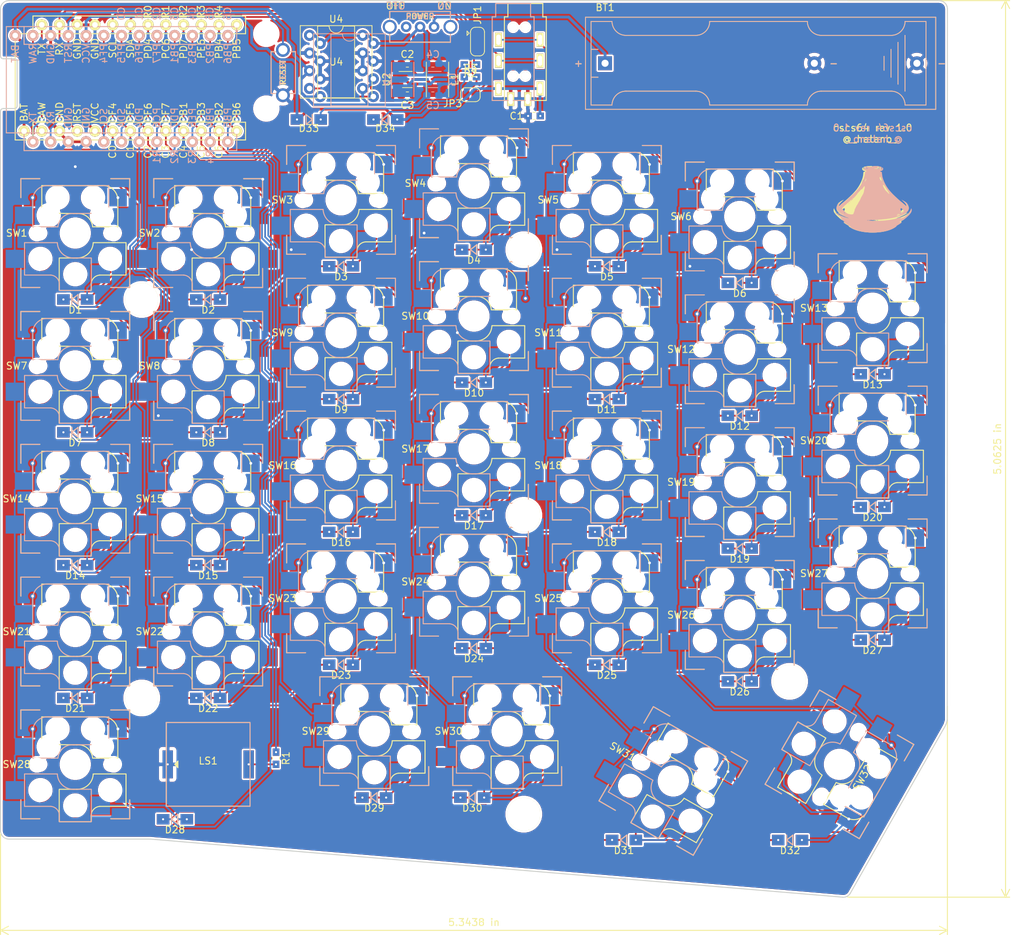
<source format=kicad_pcb>
(kicad_pcb (version 20171130) (host pcbnew "(5.1.0)-1")
  (layers (0 F.Cu signal) (31 B.Cu signal) (34 B.Paste user hide) (35 F.Paste user hide) (36 B.SilkS user) (37 F.SilkS user) (38 B.Mask user) (39 F.Mask user) (44 Edge.Cuts user))
  (net 0 "")
  (net 1 GND)
  (net 2 SDA)
  (net 3 SCL)
  (net 4 VCC)
  (net 5 BAT)
  (net 6 R0)
  (net 7 "Net-(D1-Pad2)")
  (net 8 "Net-(D2-Pad2)")
  (net 9 "Net-(D3-Pad2)")
  (net 10 "Net-(D4-Pad2)")
  (net 11 "Net-(D5-Pad2)")
  (net 12 "Net-(D6-Pad2)")
  (net 13 R1)
  (net 14 "Net-(D7-Pad2)")
  (net 15 "Net-(D8-Pad2)")
  (net 16 "Net-(D9-Pad2)")
  (net 17 "Net-(D10-Pad2)")
  (net 18 "Net-(D11-Pad2)")
  (net 19 "Net-(D12-Pad2)")
  (net 20 "Net-(D13-Pad2)")
  (net 21 R2)
  (net 22 "Net-(D14-Pad2)")
  (net 23 "Net-(D15-Pad2)")
  (net 24 "Net-(D16-Pad2)")
  (net 25 "Net-(D17-Pad2)")
  (net 26 "Net-(D18-Pad2)")
  (net 27 "Net-(D19-Pad2)")
  (net 28 "Net-(D20-Pad2)")
  (net 29 "Net-(D21-Pad2)")
  (net 30 R3)
  (net 31 "Net-(D22-Pad2)")
  (net 32 "Net-(D23-Pad2)")
  (net 33 "Net-(D24-Pad2)")
  (net 34 "Net-(D25-Pad2)")
  (net 35 "Net-(D26-Pad2)")
  (net 36 "Net-(D27-Pad2)")
  (net 37 "Net-(D28-Pad2)")
  (net 38 R4)
  (net 39 "Net-(D29-Pad2)")
  (net 40 "Net-(D30-Pad2)")
  (net 41 "Net-(D31-Pad2)")
  (net 42 "Net-(D32-Pad2)")
  (net 43 C0)
  (net 44 C1)
  (net 45 C2)
  (net 46 C3)
  (net 47 C4)
  (net 48 C5)
  (net 49 C6)
  (net 50 RST)
  (net 51 "Net-(U1-Pad24)")
  (net 52 "Net-(U1-Pad13)")
  (net 53 data)
  (net 54 "Net-(J1-PadR1)")
  (net 55 "Net-(J1-PadR2)")
  (net 56 "Net-(BT1-Pad1)")
  (net 57 "Net-(LS1-Pad1)")
  (net 58 buzz)
  (net 59 "Net-(L1-Pad1)")
  (net 60 cell)
  (net 61 "Net-(D33-Pad1)")
  (net 62 "Net-(D34-Pad1)")
  (net 63 "Net-(L2-Pad1)")
  (net 64 "Net-(U4-Pad4)")
  (net 65 "Net-(U1-Pad1)")
  (module ex64lib:tajin_small (layer B.Cu) (at 139.70008 42.06866 180)
    (fp_text reference G*** hide)
    (fp_text value LOGO hide)
  )
  (module ex64lib:tajin_small (layer F.Cu) (at 139.70008 42.06866)
    (fp_text reference G*** hide)
    (fp_text value LOGO hide)
  )
  (module ex64lib:Diode_SOD123_Reversible (layer F.Cu) (at 58.881899 30.5435 180)
    (fp_text reference D33 (at 0 -1.27 180) (layer F.SilkS))
    (fp_text value D)
    (pad 1 thru_hole rect (at -1.7 0 180) (size 1.8 1.5) (drill 0.3) (layers *.Cu *.Mask) (net 61 "Net-(D33-Pad1)"))
    (pad 2 thru_hole rect (at 1.7 0 180) (size 1.8 1.5) (drill 0.3) (layers *.Cu *.Mask) (net 4 VCC))
  )
  (module ex64lib:Diode_SOD123_Reversible (layer F.Cu) (at 69.85 30.5435)
    (fp_text reference D34 (at 0 1.27) (layer F.SilkS))
    (fp_text value D)
    (pad 1 thru_hole rect (at -1.7 0) (size 1.8 1.5) (drill 0.3) (layers *.Cu *.Mask) (net 62 "Net-(D34-Pad1)"))
    (pad 2 thru_hole rect (at 1.7 0) (size 1.8 1.5) (drill 0.3) (layers *.Cu *.Mask) (net 4 VCC))
  )
  (module Jumper:SolderJumper-3_P1.3mm_Open_RoundedPad1.0x1.5mm (layer F.Cu) (at 83.058 19.3675 270)
    (fp_text reference JP1 (at -3.81 0 270) (layer F.SilkS))
    (fp_text value "JP R1")
    (pad 2 smd rect (at 0 0 270) (size 1 1.5) (layers F.Cu F.Mask) (net 54 "Net-(J1-PadR1)"))
    (pad 3 smd custom (at 1.3 0 270) (size 1 0.5) (layers F.Cu F.Mask) (net 3 SCL) (options (clearance outline) (anchor rect)) (primitives (gr_circle (center 0 0.25) (end 0.5 0.25) (width 0)) (gr_circle (center 0 -0.25) (end 0.5 -0.25) (width 0)) (gr_poly (pts (xy -0.55 -0.75) (xy 0 -0.75) (xy 0 0.75) (xy -0.55 0.75)) (width 0))))
    (pad 1 smd custom (at -1.3 0 270) (size 1 0.5) (layers F.Cu F.Mask) (net 53 data) (options (clearance outline) (anchor rect)) (primitives (gr_circle (center 0 0.25) (end 0.5 0.25) (width 0)) (gr_circle (center 0 -0.25) (end 0.5 -0.25) (width 0)) (gr_poly (pts (xy 0.55 -0.75) (xy 0 -0.75) (xy 0 0.75) (xy 0.55 0.75)) (width 0))))
  )
  (module ex64lib:BatteryHolder_Keystone_2466_1xAAA_reversible (layer F.Cu) (at 101.344 22.479)
    (fp_text reference BT1 (at 0 -8 180) (layer F.SilkS))
    (fp_text value Battery_Cell)
    (fp_text user - (at 32.768 0) (layer F.SilkS))
    (fp_text user - (at 32.76 0) (layer B.SilkS))
    (fp_text user + (at -3.81 0) (layer B.SilkS) (effects (justify mirror)))
    (fp_text user - (at 48.26 0) (layer B.SilkS))
    (fp_text user + (at -3.81 0) (layer F.SilkS))
    (fp_text user - (at 48.26 0) (layer F.SilkS))
    (pad 2 thru_hole circle (at 30 0) (size 2 2) (drill 1.02) (layers *.Cu *.Mask) (net 1 GND))
    (pad 2 thru_hole circle (at 44.7 0) (size 2 2) (drill 1.02) (layers *.Cu *.Mask) (net 1 GND))
    (pad 1 thru_hole rect (at 0 0) (size 2 2) (drill 1.02) (layers *.Cu *.Mask) (net 56 "Net-(BT1-Pad1)"))
  )
  (module ex64lib:TRRS_JACK_MJ4PP9 (layer F.Cu) (at 89.916 15.8115)
    (fp_text reference J1 hide)
    (fp_text value I2C#1 hide)
    (pad "" np_thru_hole circle (at -1.75 8.5) (size 1.2 1.2) (drill 1.2) (layers *.Cu *.Mask F.SilkS))
    (pad "" np_thru_hole circle (at -1.75 1.5) (size 1.2 1.2) (drill 1.2) (layers *.Cu *.Mask F.SilkS))
    (pad T thru_hole rect (at -3.85 10.3) (size 1 2) (drill oval 0.6 1.5) (layers *.Cu *.Mask F.SilkS) (net 4 VCC) (clearance 0.15))
    (pad S thru_hole rect (at 0.35 11.8) (size 1 2) (drill oval 0.6 1.5) (layers *.Cu *.Mask F.SilkS) (net 1 GND) (clearance 0.15))
    (pad R2 thru_hole rect (at -3.85 3.3) (size 1 2) (drill oval 0.6 1.5) (layers *.Cu *.Mask F.SilkS) (net 55 "Net-(J1-PadR2)") (clearance 0.15))
    (pad R1 thru_hole rect (at -3.85 6.3) (size 1 2) (drill oval 0.6 1.5) (layers *.Cu *.Mask F.SilkS) (net 54 "Net-(J1-PadR1)") (clearance 0.15))
    (pad "" np_thru_hole circle (at 0 1.5) (size 1.2 1.2) (drill 1.2) (layers *.Cu *.Mask F.SilkS))
    (pad "" np_thru_hole circle (at 0 8.5) (size 1.2 1.2) (drill 1.2) (layers *.Cu *.Mask F.SilkS))
    (pad R2 thru_hole rect (at 2.1 3.3) (size 1 2) (drill oval 0.6 1.5) (layers *.Cu *.Mask F.SilkS) (net 55 "Net-(J1-PadR2)") (clearance 0.15))
    (pad R1 thru_hole rect (at 2.1 6.3) (size 1 2) (drill oval 0.6 1.5) (layers *.Cu *.Mask F.SilkS) (net 54 "Net-(J1-PadR1)") (clearance 0.15))
    (pad T thru_hole rect (at 2.1 10.3) (size 1 2) (drill oval 0.6 1.5) (layers *.Cu *.Mask F.SilkS) (net 4 VCC) (clearance 0.15))
    (pad S thru_hole rect (at -2.1 11.8) (size 1 2) (drill oval 0.6 1.5) (layers *.Cu *.Mask F.SilkS) (net 1 GND) (clearance 0.15))
  )
  (module ex64lib:R_1608SMD_reversible (layer F.Cu) (at 82.042 24.4475)
    (fp_text reference R3 (at 0 -1.27) (layer F.SilkS))
    (fp_text value 2.2k)
    (pad 2 thru_hole rect (at 0.875 0) (size 1.05 0.95) (drill 0.3) (layers *.Cu *.Mask) (net 2 SDA))
    (pad 1 thru_hole rect (at -0.875 0) (size 1.05 0.95) (drill 0.3) (layers *.Cu *.Mask) (net 62 "Net-(D34-Pad1)"))
  )
  (module ex64lib:R_1608SMD_reversible (layer F.Cu) (at 82.042 22.6695)
    (fp_text reference R2 (at 0 1.27) (layer F.SilkS))
    (fp_text value 2.2k)
    (pad 1 thru_hole rect (at -0.875 0) (size 1.05 0.95) (drill 0.3) (layers *.Cu *.Mask) (net 61 "Net-(D33-Pad1)"))
    (pad 2 thru_hole rect (at 0.875 0) (size 1.05 0.95) (drill 0.3) (layers *.Cu *.Mask) (net 3 SCL))
  )
  (module ex64lib:R_1608SMD_reversible (layer F.Cu) (at 54.175021 122.15625 270)
    (fp_text reference R1 (at 0 -1.43 270) (layer F.SilkS))
    (fp_text value 1k)
    (pad 1 thru_hole rect (at -0.875 0 270) (size 1.05 0.95) (drill 0.3) (layers *.Cu *.Mask) (net 58 buzz))
    (pad 2 thru_hole rect (at 0.875 0 270) (size 1.05 0.95) (drill 0.3) (layers *.Cu *.Mask) (net 57 "Net-(LS1-Pad1)"))
  )
  (module ex64lib:BLEMicroPro-2 (layer F.Cu) (at 34.5694 24.8412 90)
    (fp_text reference U1 hide)
    (fp_text value BLE-Micro-Pro-2 hide)
    (fp_text user GND (at -5.461 -10.16 90) (layer B.SilkS) (effects (justify mirror)))
    (fp_text user GND (at -5.461 -7.62 90) (layer B.SilkS) (effects (justify mirror)))
    (fp_text user SCL (at -5.461 -5.08 90) (layer B.SilkS) (effects (justify mirror)))
    (fp_text user SDA (at -5.461 -2.54 90) (layer B.SilkS) (effects (justify mirror)))
    (fp_text user PC6 (at -5.461 2.54 90) (layer B.SilkS) (effects (justify mirror)))
    (fp_text user RX (at -5.461 -12.7 90) (layer B.SilkS) (effects (justify mirror)))
    (fp_text user TX (at -5.461 -15.24 90) (layer B.SilkS) (effects (justify mirror)))
    (fp_text user PD4 (at -5.461 0 90) (layer B.SilkS) (effects (justify mirror)))
    (fp_text user PB5 (at -5.461 12.7 90) (layer B.SilkS) (effects (justify mirror)))
    (fp_text user PB4 (at -5.461 10.16 90) (layer B.SilkS) (effects (justify mirror)))
    (fp_text user PE6 (at -5.461 7.62 90) (layer B.SilkS) (effects (justify mirror)))
    (fp_text user PD7 (at -5.461 5.08 90) (layer B.SilkS) (effects (justify mirror)))
    (fp_text user RAW (at 3.7465 -15.24 90) (layer B.SilkS) (effects (justify mirror)))
    (fp_text user GND (at 3.7465 -12.7 90) (layer B.SilkS) (effects (justify mirror)))
    (fp_text user VCC (at 3.7465 -7.62 90) (layer B.SilkS) (effects (justify mirror)))
    (fp_text user PF4 (at 3.7465 -5.08 90) (layer B.SilkS) (effects (justify mirror)))
    (fp_text user PF5 (at 3.7465 -2.54 90) (layer B.SilkS) (effects (justify mirror)))
    (fp_text user PF6 (at 3.7465 0 90) (layer B.SilkS) (effects (justify mirror)))
    (fp_text user PB1 (at 3.7465 5.08 90) (layer B.SilkS) (effects (justify mirror)))
    (fp_text user PB3 (at 3.7465 7.62 90) (layer B.SilkS) (effects (justify mirror)))
    (fp_text user PB2 (at 3.7465 10.16 90) (layer B.SilkS) (effects (justify mirror)))
    (fp_text user PB6 (at 3.7465 12.7 90) (layer B.SilkS) (effects (justify mirror)))
    (fp_text user PF7 (at 3.7465 2.54 90) (layer B.SilkS) (effects (justify mirror)))
    (fp_text user RST (at 3.7465 -10.16 90) (layer B.SilkS) (effects (justify mirror)))
    (fp_text user BAT (at 3.7465 -17.78 90) (layer B.SilkS) (effects (justify mirror)))
    (fp_text user PF7 (at -4.699 3.81 90) (layer F.SilkS))
    (fp_text user RST (at -4.699 -8.89 90) (layer F.SilkS))
    (fp_text user PB6 (at -4.699 13.97 90) (layer F.SilkS))
    (fp_text user PB2 (at -4.699 11.43 90) (layer F.SilkS))
    (fp_text user PB3 (at -4.699 8.89 90) (layer F.SilkS))
    (fp_text user PB1 (at -4.699 6.35 90) (layer F.SilkS))
    (fp_text user PF6 (at -4.699 1.27 90) (layer F.SilkS))
    (fp_text user PF5 (at -4.699 -1.27 90) (layer F.SilkS))
    (fp_text user PF4 (at -4.699 -3.81 90) (layer F.SilkS))
    (fp_text user VCC (at -4.699 -6.35 90) (layer F.SilkS))
    (fp_text user GND (at -4.699 -11.43 90) (layer F.SilkS))
    (fp_text user RAW (at -4.699 -13.97 90) (layer F.SilkS))
    (fp_text user PB5 (at 4.445 13.97 90) (layer F.SilkS))
    (fp_text user PB4 (at 4.445 11.43 90) (layer F.SilkS))
    (fp_text user PE6 (at 4.445 8.89 90) (layer F.SilkS))
    (fp_text user PD7 (at 4.445 6.35 90) (layer F.SilkS))
    (fp_text user PC6 (at 4.445 3.81 90) (layer F.SilkS))
    (fp_text user PD4 (at 4.445 1.27 90) (layer F.SilkS))
    (fp_text user SDA (at 4.445 -1.27 90) (layer F.SilkS))
    (fp_text user SCL (at 4.445 -3.81 90) (layer F.SilkS))
    (fp_text user GND (at 4.445 -6.35 90) (layer F.SilkS))
    (fp_text user GND (at 4.445 -8.89 90) (layer F.SilkS))
    (fp_text user RX (at 4.445 -11.43 90) (layer F.SilkS))
    (fp_text user TX (at 4.445 -13.97 90) (layer F.SilkS))
    (fp_text user BAT (at -4.699 -16.51 90) (layer F.SilkS))
    (pad 1 thru_hole circle (at 7.874 -13.97 270) (size 1.6 1.6) (drill 0.8) (layers *.Cu *.Mask F.SilkS) (net 65 "Net-(U1-Pad1)"))
    (pad 2 thru_hole circle (at 7.874 -11.43 270) (size 1.6 1.6) (drill 0.8) (layers *.Cu *.Mask F.SilkS) (net 53 data))
    (pad 3 thru_hole circle (at 7.874 -8.89 270) (size 1.6 1.6) (drill 0.8) (layers *.Cu *.Mask F.SilkS) (net 1 GND))
    (pad 4 thru_hole circle (at 7.874 -6.35 270) (size 1.6 1.6) (drill 0.8) (layers *.Cu *.Mask F.SilkS) (net 1 GND))
    (pad 5 thru_hole circle (at 7.874 -3.81 270) (size 1.6 1.6) (drill 0.8) (layers *.Cu *.Mask F.SilkS) (net 3 SCL))
    (pad 6 thru_hole circle (at 7.874 -1.27 270) (size 1.6 1.6) (drill 0.8) (layers *.Cu *.Mask F.SilkS) (net 2 SDA))
    (pad 7 thru_hole circle (at 7.874 1.27 270) (size 1.6 1.6) (drill 0.8) (layers *.Cu *.Mask F.SilkS) (net 6 R0))
    (pad 8 thru_hole circle (at 7.874 3.81 270) (size 1.6 1.6) (drill 0.8) (layers *.Cu *.Mask F.SilkS) (net 13 R1))
    (pad 9 thru_hole circle (at 7.874 6.35 270) (size 1.6 1.6) (drill 0.8) (layers *.Cu *.Mask F.SilkS) (net 21 R2))
    (pad 10 thru_hole circle (at 7.874 8.89 270) (size 1.6 1.6) (drill 0.8) (layers *.Cu *.Mask F.SilkS) (net 30 R3))
    (pad 11 thru_hole circle (at 7.874 11.43 270) (size 1.6 1.6) (drill 0.8) (layers *.Cu *.Mask F.SilkS) (net 38 R4))
    (pad 12 thru_hole circle (at 7.874 13.97 270) (size 1.6 1.6) (drill 0.8) (layers *.Cu *.Mask F.SilkS) (net 58 buzz))
    (pad 13 thru_hole circle (at -7.366 13.97 270) (size 1.6 1.6) (drill 0.8) (layers *.Cu *.Mask F.SilkS) (net 52 "Net-(U1-Pad13)"))
    (pad 14 thru_hole circle (at -7.366 11.43 270) (size 1.6 1.6) (drill 0.8) (layers *.Cu *.Mask F.SilkS) (net 49 C6))
    (pad 15 thru_hole circle (at -7.366 8.89 270) (size 1.6 1.6) (drill 0.8) (layers *.Cu *.Mask F.SilkS) (net 48 C5))
    (pad 16 thru_hole circle (at -7.366 6.35 270) (size 1.6 1.6) (drill 0.8) (layers *.Cu *.Mask F.SilkS) (net 47 C4))
    (pad 17 thru_hole circle (at -7.366 3.81 270) (size 1.6 1.6) (drill 0.8) (layers *.Cu *.Mask F.SilkS) (net 46 C3))
    (pad 18 thru_hole circle (at -7.366 1.27 270) (size 1.6 1.6) (drill 0.8) (layers *.Cu *.Mask F.SilkS) (net 45 C2))
    (pad 19 thru_hole circle (at -7.366 -1.27 270) (size 1.6 1.6) (drill 0.8) (layers *.Cu *.Mask F.SilkS) (net 44 C1))
    (pad 20 thru_hole circle (at -7.366 -3.81 270) (size 1.6 1.6) (drill 0.8) (layers *.Cu *.Mask F.SilkS) (net 43 C0))
    (pad 21 thru_hole circle (at -7.366 -6.35 270) (size 1.6 1.6) (drill 0.8) (layers *.Cu *.Mask F.SilkS) (net 4 VCC))
    (pad 22 thru_hole circle (at -7.366 -8.89 270) (size 1.6 1.6) (drill 0.8) (layers *.Cu *.Mask F.SilkS) (net 50 RST))
    (pad 23 thru_hole circle (at -7.366 -11.43 270) (size 1.6 1.6) (drill 0.8) (layers *.Cu *.Mask F.SilkS) (net 1 GND))
    (pad 24 thru_hole circle (at -7.366 -13.97 270) (size 1.6 1.6) (drill 0.8) (layers *.Cu *.Mask F.SilkS) (net 51 "Net-(U1-Pad24)"))
    (pad 25 thru_hole circle (at -7.366 -16.51 270) (size 1.6 1.6) (drill 0.8) (layers *.Cu *.Mask F.SilkS) (net 5 BAT))
    (pad 1 thru_hole circle (at -8.89 -15.24 90) (size 1.6 1.6) (drill 0.8) (layers *.Cu *.Mask B.SilkS) (net 65 "Net-(U1-Pad1)"))
    (pad 2 thru_hole circle (at -8.89 -12.7 90) (size 1.6 1.6) (drill 0.8) (layers *.Cu *.Mask B.SilkS) (net 53 data))
    (pad 3 thru_hole circle (at -8.89 -10.16 90) (size 1.6 1.6) (drill 0.8) (layers *.Cu *.Mask B.SilkS) (net 1 GND))
    (pad 4 thru_hole circle (at -8.89 -7.62 90) (size 1.6 1.6) (drill 0.8) (layers *.Cu *.Mask B.SilkS) (net 1 GND))
    (pad 5 thru_hole circle (at -8.89 -5.08 90) (size 1.6 1.6) (drill 0.8) (layers *.Cu *.Mask B.SilkS) (net 3 SCL))
    (pad 6 thru_hole circle (at -8.89 -2.54 90) (size 1.6 1.6) (drill 0.8) (layers *.Cu *.Mask B.SilkS) (net 2 SDA))
    (pad 7 thru_hole circle (at -8.89 0 90) (size 1.6 1.6) (drill 0.8) (layers *.Cu *.Mask B.SilkS) (net 6 R0))
    (pad 8 thru_hole circle (at -8.89 2.54 90) (size 1.6 1.6) (drill 0.8) (layers *.Cu *.Mask B.SilkS) (net 13 R1))
    (pad 9 thru_hole circle (at -8.89 5.08 90) (size 1.6 1.6) (drill 0.8) (layers *.Cu *.Mask B.SilkS) (net 21 R2))
    (pad 10 thru_hole circle (at -8.89 7.62 90) (size 1.6 1.6) (drill 0.8) (layers *.Cu *.Mask B.SilkS) (net 30 R3))
    (pad 11 thru_hole circle (at -8.89 10.16 90) (size 1.6 1.6) (drill 0.8) (layers *.Cu *.Mask B.SilkS) (net 38 R4))
    (pad 12 thru_hole circle (at -8.89 12.7 90) (size 1.6 1.6) (drill 0.8) (layers *.Cu *.Mask B.SilkS) (net 58 buzz))
    (pad 13 thru_hole circle (at 6.35 12.7 90) (size 1.6 1.6) (drill 0.8) (layers *.Cu *.Mask B.SilkS) (net 52 "Net-(U1-Pad13)"))
    (pad 14 thru_hole circle (at 6.35 10.16 90) (size 1.6 1.6) (drill 0.8) (layers *.Cu *.Mask B.SilkS) (net 49 C6))
    (pad 15 thru_hole circle (at 6.35 7.62 90) (size 1.6 1.6) (drill 0.8) (layers *.Cu *.Mask B.SilkS) (net 48 C5))
    (pad 16 thru_hole circle (at 6.35 5.08 90) (size 1.6 1.6) (drill 0.8) (layers *.Cu *.Mask B.SilkS) (net 47 C4))
    (pad 17 thru_hole circle (at 6.35 2.54 90) (size 1.6 1.6) (drill 0.8) (layers *.Cu *.Mask B.SilkS) (net 46 C3))
    (pad 18 thru_hole circle (at 6.35 0 90) (size 1.6 1.6) (drill 0.8) (layers *.Cu *.Mask B.SilkS) (net 45 C2))
    (pad 19 thru_hole circle (at 6.35 -2.54 90) (size 1.6 1.6) (drill 0.8) (layers *.Cu *.Mask B.SilkS) (net 44 C1))
    (pad 20 thru_hole circle (at 6.35 -5.08 90) (size 1.6 1.6) (drill 0.8) (layers *.Cu *.Mask B.SilkS) (net 43 C0))
    (pad 21 thru_hole circle (at 6.35 -7.62 90) (size 1.6 1.6) (drill 0.8) (layers *.Cu *.Mask B.SilkS) (net 4 VCC))
    (pad 22 thru_hole circle (at 6.35 -10.16 90) (size 1.6 1.6) (drill 0.8) (layers *.Cu *.Mask B.SilkS) (net 50 RST))
    (pad 23 thru_hole circle (at 6.35 -12.7 90) (size 1.6 1.6) (drill 0.8) (layers *.Cu *.Mask B.SilkS) (net 1 GND))
    (pad 24 thru_hole circle (at 6.35 -15.24 90) (size 1.6 1.6) (drill 0.8) (layers *.Cu *.Mask B.SilkS) (net 51 "Net-(U1-Pad24)"))
    (pad 25 thru_hole circle (at 6.35 -17.78 90) (size 1.6 1.6) (drill 0.8) (layers *.Cu *.Mask B.SilkS) (net 5 BAT))
  )
  (module Package_TO_SOT_SMD:SOT-363_SC-70-6_Handsoldering (layer B.Cu) (at 76.65396 24.80945 180)
    (fp_text reference U3 (at -2.83845 -0.00635 270) (layer B.SilkS) (effects (justify mirror)))
    (fp_text value TPS61221)
    (pad 6 smd rect (at 1.33 0.65 180) (size 1.5 0.4) (layers B.Cu B.Paste B.Mask) (net 60 cell))
    (pad 5 smd rect (at 1.33 0 180) (size 1.5 0.4) (layers B.Cu B.Paste B.Mask) (net 63 "Net-(L2-Pad1)"))
    (pad 4 smd rect (at 1.33 -0.65 180) (size 1.5 0.4) (layers B.Cu B.Paste B.Mask) (net 5 BAT))
    (pad 3 smd rect (at -1.33 -0.65 180) (size 1.5 0.4) (layers B.Cu B.Paste B.Mask) (net 1 GND))
    (pad 2 smd rect (at -1.33 0 180) (size 1.5 0.4) (layers B.Cu B.Paste B.Mask) (net 5 BAT))
    (pad 1 smd rect (at -1.33 0.65 180) (size 1.5 0.4) (layers B.Cu B.Paste B.Mask) (net 60 cell))
  )
  (module Inductor_SMD:L_Taiyo-Yuden_NR-30xx_HandSoldering (layer B.Cu) (at 72.33596 24.80945 90)
    (fp_text reference L2 (at 0 -2.13995 90) (layer B.SilkS) (effects (justify mirror)))
    (fp_text value 4.7uH)
    (pad 2 smd rect (at 1.6 0 90) (size 1.8 2.9) (layers B.Cu B.Paste B.Mask) (net 60 cell))
    (pad 1 smd rect (at -1.6 0 90) (size 1.8 2.9) (layers B.Cu B.Paste B.Mask) (net 63 "Net-(L2-Pad1)"))
  )
  (module Capacitor_SMD:C_0603_1608Metric_Pad1.05x0.95mm_HandSolder (layer B.Cu) (at 76.65396 27.09545)
    (fp_text reference C5 (at 0 1.43) (layer B.SilkS) (effects (justify mirror)))
    (fp_text value 10uF)
    (pad 2 smd roundrect (at 0.875 0) (size 1.05 0.95) (layers B.Cu B.Paste B.Mask) (net 1 GND))
    (pad 1 smd roundrect (at -0.875 0) (size 1.05 0.95) (layers B.Cu B.Paste B.Mask) (net 5 BAT))
  )
  (module Capacitor_SMD:C_0603_1608Metric_Pad1.05x0.95mm_HandSolder (layer B.Cu) (at 76.65396 22.52345)
    (fp_text reference C4 (at 0.01905 -1.31445) (layer B.SilkS) (effects (justify mirror)))
    (fp_text value 10uF)
    (pad 2 smd roundrect (at 0.875 0) (size 1.05 0.95) (layers B.Cu B.Paste B.Mask) (net 1 GND))
    (pad 1 smd roundrect (at -0.875 0) (size 1.05 0.95) (layers B.Cu B.Paste B.Mask) (net 60 cell))
  )
  (module Package_TO_SOT_SMD:SOT-363_SC-70-6_Handsoldering (layer F.Cu) (at 73.00396 24.80945)
    (fp_text reference U2 (at -2.9845 0 90) (layer F.SilkS))
    (fp_text value TPS61221)
    (pad 6 smd rect (at 1.33 -0.65) (size 1.5 0.4) (layers F.Cu F.Paste F.Mask) (net 60 cell))
    (pad 5 smd rect (at 1.33 0) (size 1.5 0.4) (layers F.Cu F.Paste F.Mask) (net 59 "Net-(L1-Pad1)"))
    (pad 4 smd rect (at 1.33 0.65) (size 1.5 0.4) (layers F.Cu F.Paste F.Mask) (net 5 BAT))
    (pad 3 smd rect (at -1.33 0.65) (size 1.5 0.4) (layers F.Cu F.Paste F.Mask) (net 1 GND))
    (pad 2 smd rect (at -1.33 0) (size 1.5 0.4) (layers F.Cu F.Paste F.Mask) (net 5 BAT))
    (pad 1 smd rect (at -1.33 -0.65) (size 1.5 0.4) (layers F.Cu F.Paste F.Mask) (net 60 cell))
  )
  (module Capacitor_SMD:C_0603_1608Metric_Pad1.05x0.95mm_HandSolder (layer F.Cu) (at 73.00396 27.09545 180)
    (fp_text reference C3 (at 0 -1.397 180) (layer F.SilkS))
    (fp_text value 10uF)
    (pad 1 smd roundrect (at -0.875 0 180) (size 1.05 0.95) (layers F.Cu F.Paste F.Mask) (net 5 BAT))
    (pad 2 smd roundrect (at 0.875 0 180) (size 1.05 0.95) (layers F.Cu F.Paste F.Mask) (net 1 GND))
  )
  (module Inductor_SMD:L_Taiyo-Yuden_NR-30xx_HandSoldering (layer F.Cu) (at 77.32196 24.80945 90)
    (fp_text reference L1 (at 0 2.4765 90) (layer F.SilkS))
    (fp_text value 4.7uH)
    (pad 2 smd rect (at 1.6 0 90) (size 1.8 2.9) (layers F.Cu F.Paste F.Mask) (net 60 cell))
    (pad 1 smd rect (at -1.6 0 90) (size 1.8 2.9) (layers F.Cu F.Paste F.Mask) (net 59 "Net-(L1-Pad1)"))
  )
  (module Capacitor_SMD:C_0603_1608Metric_Pad1.05x0.95mm_HandSolder (layer F.Cu) (at 73.00396 22.52345 180)
    (fp_text reference C2 (at 0 1.3335 180) (layer F.SilkS))
    (fp_text value 10uF)
    (pad 2 smd roundrect (at 0.875 0 180) (size 1.05 0.95) (layers F.Cu F.Paste F.Mask) (net 1 GND))
    (pad 1 smd roundrect (at -0.875 0 180) (size 1.05 0.95) (layers F.Cu F.Paste F.Mask) (net 60 cell))
  )
  (module Jumper:SolderJumper-2_P1.3mm_Open_RoundedPad1.0x1.5mm (layer F.Cu) (at 82.042 26.9875 180)
    (fp_text reference JP3 (at 2.54 -1.27 180) (layer F.SilkS))
    (fp_text value "JP R2")
    (pad 2 smd custom (at 0.65 0 180) (size 1 0.5) (layers F.Cu F.Mask) (net 2 SDA) (options (clearance outline) (anchor rect)) (primitives (gr_circle (center 0 0.25) (end 0.5 0.25) (width 0)) (gr_circle (center 0 -0.25) (end 0.5 -0.25) (width 0)) (gr_poly (pts (xy 0 -0.75) (xy -0.5 -0.75) (xy -0.5 0.75) (xy 0 0.75)) (width 0))))
    (pad 1 smd custom (at -0.65 0 180) (size 1 0.5) (layers F.Cu F.Mask) (net 55 "Net-(J1-PadR2)") (options (clearance outline) (anchor rect)) (primitives (gr_circle (center 0 0.25) (end 0.5 0.25) (width 0)) (gr_circle (center 0 -0.25) (end 0.5 -0.25) (width 0)) (gr_poly (pts (xy 0 -0.75) (xy 0.5 -0.75) (xy 0.5 0.75) (xy 0 0.75)) (width 0))))
  )
  (module ex64lib:C_1608SMD_reversible (layer F.Cu) (at 91.186 30.0355 180)
    (fp_text reference C1 (at 2.54 0 180) (layer F.SilkS))
    (fp_text value 1u)
    (pad 1 thru_hole rect (at -0.875 0 180) (size 1.05 0.95) (drill 0.3) (layers *.Cu *.Mask) (net 4 VCC))
    (pad 2 thru_hole rect (at 0.875 0 180) (size 1.05 0.95) (drill 0.3) (layers *.Cu *.Mask) (net 1 GND))
  )
  (module ex64lib:Diode_SOD123_Reversible (layer F.Cu) (at 25.4 56.3563)
    (fp_text reference D1 (at 0 1.5) (layer F.SilkS))
    (fp_text value D hide)
    (pad 2 thru_hole rect (at 1.7 0) (size 1.8 1.5) (drill 0.3) (layers *.Cu *.Mask) (net 7 "Net-(D1-Pad2)"))
    (pad 1 thru_hole rect (at -1.7 0) (size 1.8 1.5) (drill 0.3) (layers *.Cu *.Mask) (net 6 R0))
  )
  (module ex64lib:Diode_SOD123_Reversible (layer F.Cu) (at 44.45 56.3563)
    (fp_text reference D2 (at 0 1.5) (layer F.SilkS))
    (fp_text value D hide)
    (pad 1 thru_hole rect (at -1.7 0) (size 1.8 1.5) (drill 0.3) (layers *.Cu *.Mask) (net 6 R0))
    (pad 2 thru_hole rect (at 1.7 0) (size 1.8 1.5) (drill 0.3) (layers *.Cu *.Mask) (net 8 "Net-(D2-Pad2)"))
  )
  (module ex64lib:Diode_SOD123_Reversible (layer F.Cu) (at 63.5 51.5938)
    (fp_text reference D3 (at 0 1.5) (layer F.SilkS))
    (fp_text value D hide)
    (pad 1 thru_hole rect (at -1.7 0) (size 1.8 1.5) (drill 0.3) (layers *.Cu *.Mask) (net 6 R0))
    (pad 2 thru_hole rect (at 1.7 0) (size 1.8 1.5) (drill 0.3) (layers *.Cu *.Mask) (net 9 "Net-(D3-Pad2)"))
  )
  (module ex64lib:Diode_SOD123_Reversible (layer F.Cu) (at 82.55 49.21255)
    (fp_text reference D4 (at 0 1.5) (layer F.SilkS))
    (fp_text value D hide)
    (pad 1 thru_hole rect (at -1.7 0) (size 1.8 1.5) (drill 0.3) (layers *.Cu *.Mask) (net 6 R0))
    (pad 2 thru_hole rect (at 1.7 0) (size 1.8 1.5) (drill 0.3) (layers *.Cu *.Mask) (net 10 "Net-(D4-Pad2)"))
  )
  (module ex64lib:Diode_SOD123_Reversible (layer F.Cu) (at 101.6 51.5938)
    (fp_text reference D5 (at 0 1.5) (layer F.SilkS))
    (fp_text value D hide)
    (pad 2 thru_hole rect (at 1.7 0) (size 1.8 1.5) (drill 0.3) (layers *.Cu *.Mask) (net 11 "Net-(D5-Pad2)"))
    (pad 1 thru_hole rect (at -1.7 0) (size 1.8 1.5) (drill 0.3) (layers *.Cu *.Mask) (net 6 R0))
  )
  (module ex64lib:Diode_SOD123_Reversible (layer F.Cu) (at 120.65 53.97505)
    (fp_text reference D6 (at 0 1.5) (layer F.SilkS))
    (fp_text value D hide)
    (pad 1 thru_hole rect (at -1.7 0) (size 1.8 1.5) (drill 0.3) (layers *.Cu *.Mask) (net 6 R0))
    (pad 2 thru_hole rect (at 1.7 0) (size 1.8 1.5) (drill 0.3) (layers *.Cu *.Mask) (net 12 "Net-(D6-Pad2)"))
  )
  (module ex64lib:Diode_SOD123_Reversible (layer F.Cu) (at 25.4 75.4063)
    (fp_text reference D7 (at 0 1.5) (layer F.SilkS))
    (fp_text value D hide)
    (pad 1 thru_hole rect (at -1.7 0) (size 1.8 1.5) (drill 0.3) (layers *.Cu *.Mask) (net 13 R1))
    (pad 2 thru_hole rect (at 1.7 0) (size 1.8 1.5) (drill 0.3) (layers *.Cu *.Mask) (net 14 "Net-(D7-Pad2)"))
  )
  (module ex64lib:Diode_SOD123_Reversible (layer F.Cu) (at 44.45 75.4063)
    (fp_text reference D8 (at 0 1.5) (layer F.SilkS))
    (fp_text value D hide)
    (pad 1 thru_hole rect (at -1.7 0) (size 1.8 1.5) (drill 0.3) (layers *.Cu *.Mask) (net 13 R1))
    (pad 2 thru_hole rect (at 1.7 0) (size 1.8 1.5) (drill 0.3) (layers *.Cu *.Mask) (net 15 "Net-(D8-Pad2)"))
  )
  (module ex64lib:Diode_SOD123_Reversible (layer F.Cu) (at 63.5 70.64375)
    (fp_text reference D9 (at 0 1.5) (layer F.SilkS))
    (fp_text value D hide)
    (pad 2 thru_hole rect (at 1.7 0) (size 1.8 1.5) (drill 0.3) (layers *.Cu *.Mask) (net 16 "Net-(D9-Pad2)"))
    (pad 1 thru_hole rect (at -1.7 0) (size 1.8 1.5) (drill 0.3) (layers *.Cu *.Mask) (net 13 R1))
  )
  (module ex64lib:Diode_SOD123_Reversible (layer F.Cu) (at 82.55 68.26255)
    (fp_text reference D10 (at 0 1.5) (layer F.SilkS))
    (fp_text value D hide)
    (pad 2 thru_hole rect (at 1.7 0) (size 1.8 1.5) (drill 0.3) (layers *.Cu *.Mask) (net 17 "Net-(D10-Pad2)"))
    (pad 1 thru_hole rect (at -1.7 0) (size 1.8 1.5) (drill 0.3) (layers *.Cu *.Mask) (net 13 R1))
  )
  (module ex64lib:Diode_SOD123_Reversible (layer F.Cu) (at 101.6 70.6438)
    (fp_text reference D11 (at 0 1.5) (layer F.SilkS))
    (fp_text value D hide)
    (pad 2 thru_hole rect (at 1.7 0) (size 1.8 1.5) (drill 0.3) (layers *.Cu *.Mask) (net 18 "Net-(D11-Pad2)"))
    (pad 1 thru_hole rect (at -1.7 0) (size 1.8 1.5) (drill 0.3) (layers *.Cu *.Mask) (net 13 R1))
  )
  (module ex64lib:Diode_SOD123_Reversible (layer F.Cu) (at 120.65 73.02505)
    (fp_text reference D12 (at 0 1.5) (layer F.SilkS))
    (fp_text value D hide)
    (pad 2 thru_hole rect (at 1.7 0) (size 1.8 1.5) (drill 0.3) (layers *.Cu *.Mask) (net 19 "Net-(D12-Pad2)"))
    (pad 1 thru_hole rect (at -1.7 0) (size 1.8 1.5) (drill 0.3) (layers *.Cu *.Mask) (net 13 R1))
  )
  (module ex64lib:Diode_SOD123_Reversible (layer F.Cu) (at 139.70008 67.07189)
    (fp_text reference D13 (at 0 1.5 -180) (layer F.SilkS))
    (fp_text value D hide)
    (pad 1 thru_hole rect (at -1.7 0) (size 1.8 1.5) (drill 0.3) (layers *.Cu *.Mask) (net 13 R1))
    (pad 2 thru_hole rect (at 1.7 0) (size 1.8 1.5) (drill 0.3) (layers *.Cu *.Mask) (net 20 "Net-(D13-Pad2)"))
  )
  (module ex64lib:Diode_SOD123_Reversible (layer F.Cu) (at 25.4 94.4563)
    (fp_text reference D14 (at 0 1.5) (layer F.SilkS))
    (fp_text value D hide)
    (pad 2 thru_hole rect (at 1.7 0) (size 1.8 1.5) (drill 0.3) (layers *.Cu *.Mask) (net 22 "Net-(D14-Pad2)"))
    (pad 1 thru_hole rect (at -1.7 0) (size 1.8 1.5) (drill 0.3) (layers *.Cu *.Mask) (net 21 R2))
  )
  (module ex64lib:Diode_SOD123_Reversible (layer F.Cu) (at 44.45 94.4563)
    (fp_text reference D15 (at 0 1.5) (layer F.SilkS))
    (fp_text value D hide)
    (pad 1 thru_hole rect (at -1.7 0) (size 1.8 1.5) (drill 0.3) (layers *.Cu *.Mask) (net 21 R2))
    (pad 2 thru_hole rect (at 1.7 0) (size 1.8 1.5) (drill 0.3) (layers *.Cu *.Mask) (net 23 "Net-(D15-Pad2)"))
  )
  (module ex64lib:Diode_SOD123_Reversible (layer F.Cu) (at 63.5 89.69375)
    (fp_text reference D16 (at 0 1.5) (layer F.SilkS))
    (fp_text value D hide)
    (pad 2 thru_hole rect (at 1.7 0) (size 1.8 1.5) (drill 0.3) (layers *.Cu *.Mask) (net 24 "Net-(D16-Pad2)"))
    (pad 1 thru_hole rect (at -1.7 0) (size 1.8 1.5) (drill 0.3) (layers *.Cu *.Mask) (net 21 R2))
  )
  (module ex64lib:Diode_SOD123_Reversible (layer F.Cu) (at 82.55 87.31255)
    (fp_text reference D17 (at 0 1.5) (layer F.SilkS))
    (fp_text value D hide)
    (pad 1 thru_hole rect (at -1.7 0) (size 1.8 1.5) (drill 0.3) (layers *.Cu *.Mask) (net 21 R2))
    (pad 2 thru_hole rect (at 1.7 0) (size 1.8 1.5) (drill 0.3) (layers *.Cu *.Mask) (net 25 "Net-(D17-Pad2)"))
  )
  (module ex64lib:Diode_SOD123_Reversible (layer F.Cu) (at 101.6 89.6938)
    (fp_text reference D18 (at 0 1.5) (layer F.SilkS))
    (fp_text value D hide)
    (pad 2 thru_hole rect (at 1.7 0) (size 1.8 1.5) (drill 0.3) (layers *.Cu *.Mask) (net 26 "Net-(D18-Pad2)"))
    (pad 1 thru_hole rect (at -1.7 0) (size 1.8 1.5) (drill 0.3) (layers *.Cu *.Mask) (net 21 R2))
  )
  (module ex64lib:Diode_SOD123_Reversible (layer F.Cu) (at 120.65 92.07505)
    (fp_text reference D19 (at 0 1.5) (layer F.SilkS))
    (fp_text value D hide)
    (pad 1 thru_hole rect (at -1.7 0) (size 1.8 1.5) (drill 0.3) (layers *.Cu *.Mask) (net 21 R2))
    (pad 2 thru_hole rect (at 1.7 0) (size 1.8 1.5) (drill 0.3) (layers *.Cu *.Mask) (net 27 "Net-(D19-Pad2)"))
  )
  (module ex64lib:Diode_SOD123_Reversible (layer F.Cu) (at 139.70008 86.12197)
    (fp_text reference D20 (at 0 1.5) (layer F.SilkS))
    (fp_text value D hide)
    (pad 2 thru_hole rect (at 1.7 0) (size 1.8 1.5) (drill 0.3) (layers *.Cu *.Mask) (net 28 "Net-(D20-Pad2)"))
    (pad 1 thru_hole rect (at -1.7 0) (size 1.8 1.5) (drill 0.3) (layers *.Cu *.Mask) (net 21 R2))
  )
  (module ex64lib:Diode_SOD123_Reversible (layer F.Cu) (at 25.4 113.5063)
    (fp_text reference D21 (at 0 1.5) (layer F.SilkS))
    (fp_text value D hide)
    (pad 2 thru_hole rect (at 1.7 0) (size 1.8 1.5) (drill 0.3) (layers *.Cu *.Mask) (net 29 "Net-(D21-Pad2)"))
    (pad 1 thru_hole rect (at -1.7 0) (size 1.8 1.5) (drill 0.3) (layers *.Cu *.Mask) (net 30 R3))
  )
  (module ex64lib:Diode_SOD123_Reversible (layer F.Cu) (at 44.45 113.5063)
    (fp_text reference D22 (at 0 1.5) (layer F.SilkS))
    (fp_text value D hide)
    (pad 1 thru_hole rect (at -1.7 0) (size 1.8 1.5) (drill 0.3) (layers *.Cu *.Mask) (net 30 R3))
    (pad 2 thru_hole rect (at 1.7 0) (size 1.8 1.5) (drill 0.3) (layers *.Cu *.Mask) (net 31 "Net-(D22-Pad2)"))
  )
  (module ex64lib:Diode_SOD123_Reversible (layer F.Cu) (at 63.5 108.7438)
    (fp_text reference D23 (at 0 1.5) (layer F.SilkS))
    (fp_text value D hide)
    (pad 1 thru_hole rect (at -1.7 0) (size 1.8 1.5) (drill 0.3) (layers *.Cu *.Mask) (net 30 R3))
    (pad 2 thru_hole rect (at 1.7 0) (size 1.8 1.5) (drill 0.3) (layers *.Cu *.Mask) (net 32 "Net-(D23-Pad2)"))
  )
  (module ex64lib:Diode_SOD123_Reversible (layer F.Cu) (at 82.55 106.36255)
    (fp_text reference D24 (at 0 1.5) (layer F.SilkS))
    (fp_text value D hide)
    (pad 2 thru_hole rect (at 1.7 0) (size 1.8 1.5) (drill 0.3) (layers *.Cu *.Mask) (net 33 "Net-(D24-Pad2)"))
    (pad 1 thru_hole rect (at -1.7 0) (size 1.8 1.5) (drill 0.3) (layers *.Cu *.Mask) (net 30 R3))
  )
  (module ex64lib:Diode_SOD123_Reversible (layer F.Cu) (at 101.6 108.7438)
    (fp_text reference D25 (at 0 1.5) (layer F.SilkS))
    (fp_text value D hide)
    (pad 1 thru_hole rect (at -1.7 0) (size 1.8 1.5) (drill 0.3) (layers *.Cu *.Mask) (net 30 R3))
    (pad 2 thru_hole rect (at 1.7 0) (size 1.8 1.5) (drill 0.3) (layers *.Cu *.Mask) (net 34 "Net-(D25-Pad2)"))
  )
  (module ex64lib:Diode_SOD123_Reversible (layer F.Cu) (at 120.65 111.125)
    (fp_text reference D26 (at 0 1.5) (layer F.SilkS))
    (fp_text value D hide)
    (pad 2 thru_hole rect (at 1.7 0) (size 1.8 1.5) (drill 0.3) (layers *.Cu *.Mask) (net 35 "Net-(D26-Pad2)"))
    (pad 1 thru_hole rect (at -1.7 0) (size 1.8 1.5) (drill 0.3) (layers *.Cu *.Mask) (net 30 R3))
  )
  (module ex64lib:Diode_SOD123_Reversible (layer F.Cu) (at 139.70008 105.17205)
    (fp_text reference D27 (at 0 1.5) (layer F.SilkS))
    (fp_text value D hide)
    (pad 1 thru_hole rect (at -1.7 0) (size 1.8 1.5) (drill 0.3) (layers *.Cu *.Mask) (net 30 R3))
    (pad 2 thru_hole rect (at 1.7 0) (size 1.8 1.5) (drill 0.3) (layers *.Cu *.Mask) (net 36 "Net-(D27-Pad2)"))
  )
  (module ex64lib:Diode_SOD123_Reversible (layer F.Cu) (at 39.6875 130.9053)
    (fp_text reference D28 (at 0 1.5) (layer F.SilkS))
    (fp_text value D hide)
    (pad 1 thru_hole rect (at -1.7 0) (size 1.8 1.5) (drill 0.3) (layers *.Cu *.Mask) (net 38 R4))
    (pad 2 thru_hole rect (at 1.7 0) (size 1.8 1.5) (drill 0.3) (layers *.Cu *.Mask) (net 37 "Net-(D28-Pad2)"))
  )
  (module ex64lib:Diode_SOD123_Reversible (layer F.Cu) (at 68.2625 127.7938)
    (fp_text reference D29 (at 0 1.5) (layer F.SilkS))
    (fp_text value D hide)
    (pad 2 thru_hole rect (at 1.7 0) (size 1.8 1.5) (drill 0.3) (layers *.Cu *.Mask) (net 39 "Net-(D29-Pad2)"))
    (pad 1 thru_hole rect (at -1.7 0) (size 1.8 1.5) (drill 0.3) (layers *.Cu *.Mask) (net 38 R4))
  )
  (module ex64lib:Diode_SOD123_Reversible (layer F.Cu) (at 82.3125 127.7938)
    (fp_text reference D30 (at 0 1.5) (layer F.SilkS))
    (fp_text value D hide)
    (pad 1 thru_hole rect (at -1.7 0) (size 1.8 1.5) (drill 0.3) (layers *.Cu *.Mask) (net 38 R4))
    (pad 2 thru_hole rect (at 1.7 0) (size 1.8 1.5) (drill 0.3) (layers *.Cu *.Mask) (net 40 "Net-(D30-Pad2)"))
  )
  (module ex64lib:Diode_SOD123_Reversible (layer F.Cu) (at 104.050129 133.87705)
    (fp_text reference D31 (at 0 1.5) (layer F.SilkS))
    (fp_text value D hide)
    (pad 2 thru_hole rect (at 1.7 0) (size 1.8 1.5) (drill 0.3) (layers *.Cu *.Mask) (net 41 "Net-(D31-Pad2)"))
    (pad 1 thru_hole rect (at -1.7 0) (size 1.8 1.5) (drill 0.3) (layers *.Cu *.Mask) (net 38 R4))
  )
  (module ex64lib:Diode_SOD123_Reversible (layer F.Cu) (at 127.862629 133.88455)
    (fp_text reference D32 (at 0 1.5) (layer F.SilkS))
    (fp_text value D hide)
    (pad 2 thru_hole rect (at 1.7 0) (size 1.8 1.5) (drill 0.3) (layers *.Cu *.Mask) (net 42 "Net-(D32-Pad2)"))
    (pad 1 thru_hole rect (at -1.7 0) (size 1.8 1.5) (drill 0.3) (layers *.Cu *.Mask) (net 38 R4))
  )
  (module ex64lib:HOLE_M2_TH (layer F.Cu) (at 34.925 56.3563)
    (fp_text reference H1 hide)
    (fp_text value MountingHole hide)
    (pad "" np_thru_hole circle (at 0 0 90) (size 4.7004 4.7004) (drill 4.7004) (layers *.Cu *.Mask F.SilkS) (clearance 0.3))
  )
  (module ex64lib:HOLE_M2_TH (layer F.Cu) (at 34.925 113.5063)
    (fp_text reference H2 hide)
    (fp_text value MountingHole hide)
    (pad "" np_thru_hole circle (at 0 0 90) (size 4.7004 4.7004) (drill 4.7004) (layers *.Cu *.Mask F.SilkS) (clearance 0.3))
  )
  (module ex64lib:HOLE_M2_TH (layer F.Cu) (at 89.69375 49.2125)
    (fp_text reference H3 hide)
    (fp_text value MountingHole hide)
    (pad "" np_thru_hole circle (at 0 0 90) (size 4.7004 4.7004) (drill 4.7004) (layers *.Cu *.Mask F.SilkS) (clearance 0.3))
  )
  (module ex64lib:HOLE_M2_TH (layer F.Cu) (at 89.69375 87.3125)
    (fp_text reference H4 hide)
    (fp_text value MountingHole hide)
    (pad "" np_thru_hole circle (at 0 0 90) (size 4.7004 4.7004) (drill 4.7004) (layers *.Cu *.Mask F.SilkS) (clearance 0.3))
  )
  (module ex64lib:HOLE_M2_TH (layer F.Cu) (at 89.69375 130.175)
    (fp_text reference H5 hide)
    (fp_text value MountingHole hide)
    (pad "" np_thru_hole circle (at 0 0 90) (size 4.7004 4.7004) (drill 4.7004) (layers *.Cu *.Mask F.SilkS) (clearance 0.3))
  )
  (module ex64lib:HOLE_M2_TH (layer F.Cu) (at 127.79375 53.975)
    (fp_text reference H6 hide)
    (fp_text value MountingHole hide)
    (pad "" np_thru_hole circle (at 0 0 90) (size 4.7004 4.7004) (drill 4.7004) (layers *.Cu *.Mask F.SilkS) (clearance 0.3))
  )
  (module ex64lib:HOLE_M2_TH (layer F.Cu) (at 127.79375 111.125)
    (fp_text reference H7 hide)
    (fp_text value MountingHole hide)
    (pad "" np_thru_hole circle (at 0 0 90) (size 4.7004 4.7004) (drill 4.7004) (layers *.Cu *.Mask F.SilkS) (clearance 0.3))
  )
  (module ex64lib:HOLE_M2 (layer F.Cu) (at 52.784375 18.25625)
    (fp_text reference H8 hide)
    (fp_text value MountingHole hide)
    (pad "" np_thru_hole circle (at 0 0) (size 2.2 2.2) (drill 2.2) (layers *.Cu *.Mask) (clearance 0.8))
  )
  (module ex64lib:HOLE_M2 (layer F.Cu) (at 52.784375 28.971875)
    (fp_text reference H9 hide)
    (fp_text value MountingHole hide)
    (pad "" np_thru_hole circle (at 0 0) (size 2.2 2.2) (drill 2.2) (layers *.Cu *.Mask) (clearance 0.8))
  )
  (module ex64lib:PKLCS1212E4001 (layer F.Cu) (at 44.45 123.03125 180)
    (fp_text reference LS1 (at 0 0.5 180) (layer F.SilkS))
    (fp_text value Speaker)
    (pad 2 thru_hole rect (at 5.8 0 180) (size 1.5 4) (drill 0.3) (layers *.Cu *.Mask) (net 1 GND))
    (pad 1 thru_hole rect (at -5.8 0 180) (size 1.5 4) (drill 0.3) (layers *.Cu *.Mask) (net 57 "Net-(LS1-Pad1)"))
  )
  (module ex64lib:CPG151101S11_reversible3 (layer F.Cu) (at 25.4 46.83125)
    (fp_text reference SW1 (at -8.4 0 180) (layer F.SilkS))
    (fp_text value SW_Push hide)
    (pad 2 smd custom (at 3.675 5.9 180) (size 1.2 1.2) (layers B.Cu B.Paste B.Mask) (net 7 "Net-(D1-Pad2)") (options (clearance outline) (anchor rect)) (primitives (gr_poly (pts (xy 0.15 1.3) (xy -0.05 1) (xy -0.3 0.8) (xy -0.7 0.6) (xy -0.95 0.5) (xy -1.3 0.44) (xy -1.3 -1.3) (xy 1.3 -1.3) (xy 1.3 1.3)) (width 0)) (gr_arc (start -1.325 2.2) (end -1.26 0.45) (angle 55.4) (width 0.08))))
    (pad 2 smd custom (at 6.115 -5.08 180) (size 1.8 1.8) (layers B.Cu B.Paste B.Mask) (net 7 "Net-(D1-Pad2)") (options (clearance outline) (anchor rect)) (primitives (gr_poly (pts (xy 1.275 1.25) (xy 1.275 -1.175) (xy 1.175 -1.25) (xy -1.275 -1.25) (xy -1.275 1.25)) (width 0))))
    (pad 2 smd custom (at -3.675 5.9) (size 1.2 1.2) (layers F.Cu F.Paste F.Mask) (net 7 "Net-(D1-Pad2)") (options (clearance outline) (anchor rect)) (primitives (gr_poly (pts (xy 0.15 -1.3) (xy -0.05 -1) (xy -0.3 -0.8) (xy -0.7 -0.6) (xy -0.95 -0.5) (xy -1.3 -0.44) (xy -1.3 1.3) (xy 1.3 1.3) (xy 1.3 -1.3)) (width 0)) (gr_arc (start -1.325 -2.2) (end -1.26 -0.45) (angle -55.4) (width 0.08))))
    (pad "" np_thru_hole circle (at 0 5.9 90) (size 3 3) (drill 3) (layers *.Cu *.Mask))
    (pad "" np_thru_hole circle (at 5.5 0) (size 1.9 1.9) (drill 1.9) (layers *.Cu *.Mask))
    (pad "" np_thru_hole circle (at -5.5 0) (size 1.9 1.9) (drill 1.9) (layers *.Cu *.Mask))
    (pad "" np_thru_hole circle (at 5 3.7) (size 3 3) (drill 3) (layers *.Cu *.Mask))
    (pad "" np_thru_hole circle (at -5 3.7) (size 3 3) (drill 3) (layers *.Cu *.Mask))
    (pad 1 smd rect (at 8.675 3.7) (size 2.6 2.6) (layers F.Cu F.Paste F.Mask) (net 43 C0))
    (pad 1 smd rect (at -8.675 3.7) (size 2.6 2.6) (layers B.Cu B.Paste B.Mask) (net 43 C0))
    (pad 1 smd rect (at -7.385 -2.54) (size 2.55 2.5) (layers B.Cu B.Paste B.Mask) (net 43 C0))
    (pad "" np_thru_hole circle (at 0 0) (size 3.9878 3.9878) (drill 3.9878) (layers *.Cu *.Mask))
    (pad "" np_thru_hole circle (at 2.54 -5.08) (size 3 3) (drill 3) (layers *.Cu *.Mask))
    (pad "" np_thru_hole circle (at 5.08 0) (size 1.7018 1.7018) (drill 1.7018) (layers *.Cu *.Mask))
    (pad "" np_thru_hole circle (at -5.08 0) (size 1.7018 1.7018) (drill 1.7018) (layers *.Cu *.Mask))
    (pad "" np_thru_hole circle (at -3.81 -2.54) (size 3 3) (drill 3) (layers *.Cu *.Mask))
    (pad "" np_thru_hole circle (at 3.81 -2.54) (size 3 3) (drill 3) (layers *.Cu *.Mask))
    (pad "" np_thru_hole circle (at -2.54 -5.08) (size 3 3) (drill 3) (layers *.Cu *.Mask))
    (pad 1 smd custom (at -6.115 -5.08) (size 1.8 1.8) (layers F.Cu F.Paste F.Mask) (net 43 C0) (options (clearance outline) (anchor rect)) (primitives (gr_poly (pts (xy 1.275 -1.25) (xy 1.275 1.175) (xy 1.175 1.25) (xy -1.275 1.25) (xy -1.275 -1.25)) (width 0))))
    (pad 2 smd rect (at 7.385 -2.54) (size 2.55 2.5) (layers F.Cu F.Paste F.Mask) (net 7 "Net-(D1-Pad2)"))
  )
  (module ex64lib:CPG151101S11_reversible3 (layer F.Cu) (at 44.45 46.83125)
    (fp_text reference SW2 (at -8.4 0 180) (layer F.SilkS))
    (fp_text value SW_Push hide)
    (pad 2 smd custom (at 3.675 5.9 180) (size 1.2 1.2) (layers B.Cu B.Paste B.Mask) (net 8 "Net-(D2-Pad2)") (options (clearance outline) (anchor rect)) (primitives (gr_poly (pts (xy 0.15 1.3) (xy -0.05 1) (xy -0.3 0.8) (xy -0.7 0.6) (xy -0.95 0.5) (xy -1.3 0.44) (xy -1.3 -1.3) (xy 1.3 -1.3) (xy 1.3 1.3)) (width 0)) (gr_arc (start -1.325 2.2) (end -1.26 0.45) (angle 55.4) (width 0.08))))
    (pad 2 smd custom (at 6.115 -5.08 180) (size 1.8 1.8) (layers B.Cu B.Paste B.Mask) (net 8 "Net-(D2-Pad2)") (options (clearance outline) (anchor rect)) (primitives (gr_poly (pts (xy 1.275 1.25) (xy 1.275 -1.175) (xy 1.175 -1.25) (xy -1.275 -1.25) (xy -1.275 1.25)) (width 0))))
    (pad 2 smd custom (at -3.675 5.9) (size 1.2 1.2) (layers F.Cu F.Paste F.Mask) (net 8 "Net-(D2-Pad2)") (options (clearance outline) (anchor rect)) (primitives (gr_poly (pts (xy 0.15 -1.3) (xy -0.05 -1) (xy -0.3 -0.8) (xy -0.7 -0.6) (xy -0.95 -0.5) (xy -1.3 -0.44) (xy -1.3 1.3) (xy 1.3 1.3) (xy 1.3 -1.3)) (width 0)) (gr_arc (start -1.325 -2.2) (end -1.26 -0.45) (angle -55.4) (width 0.08))))
    (pad "" np_thru_hole circle (at 0 5.9 90) (size 3 3) (drill 3) (layers *.Cu *.Mask))
    (pad "" np_thru_hole circle (at 5.5 0) (size 1.9 1.9) (drill 1.9) (layers *.Cu *.Mask))
    (pad "" np_thru_hole circle (at -5.5 0) (size 1.9 1.9) (drill 1.9) (layers *.Cu *.Mask))
    (pad "" np_thru_hole circle (at 5 3.7) (size 3 3) (drill 3) (layers *.Cu *.Mask))
    (pad "" np_thru_hole circle (at -5 3.7) (size 3 3) (drill 3) (layers *.Cu *.Mask))
    (pad 1 smd rect (at 8.675 3.7) (size 2.6 2.6) (layers F.Cu F.Paste F.Mask) (net 44 C1))
    (pad 1 smd rect (at -8.675 3.7) (size 2.6 2.6) (layers B.Cu B.Paste B.Mask) (net 44 C1))
    (pad 1 smd rect (at -7.385 -2.54) (size 2.55 2.5) (layers B.Cu B.Paste B.Mask) (net 44 C1))
    (pad "" np_thru_hole circle (at 0 0) (size 3.9878 3.9878) (drill 3.9878) (layers *.Cu *.Mask))
    (pad "" np_thru_hole circle (at 2.54 -5.08) (size 3 3) (drill 3) (layers *.Cu *.Mask))
    (pad "" np_thru_hole circle (at 5.08 0) (size 1.7018 1.7018) (drill 1.7018) (layers *.Cu *.Mask))
    (pad "" np_thru_hole circle (at -5.08 0) (size 1.7018 1.7018) (drill 1.7018) (layers *.Cu *.Mask))
    (pad "" np_thru_hole circle (at -3.81 -2.54) (size 3 3) (drill 3) (layers *.Cu *.Mask))
    (pad "" np_thru_hole circle (at 3.81 -2.54) (size 3 3) (drill 3) (layers *.Cu *.Mask))
    (pad "" np_thru_hole circle (at -2.54 -5.08) (size 3 3) (drill 3) (layers *.Cu *.Mask))
    (pad 1 smd custom (at -6.115 -5.08) (size 1.8 1.8) (layers F.Cu F.Paste F.Mask) (net 44 C1) (options (clearance outline) (anchor rect)) (primitives (gr_poly (pts (xy 1.275 -1.25) (xy 1.275 1.175) (xy 1.175 1.25) (xy -1.275 1.25) (xy -1.275 -1.25)) (width 0))))
    (pad 2 smd rect (at 7.385 -2.54) (size 2.55 2.5) (layers F.Cu F.Paste F.Mask) (net 8 "Net-(D2-Pad2)"))
  )
  (module ex64lib:CPG151101S11_reversible3 (layer F.Cu) (at 63.5 42.06875)
    (fp_text reference SW3 (at -8.4 0 180) (layer F.SilkS))
    (fp_text value SW_Push hide)
    (pad 2 smd rect (at 7.385 -2.54) (size 2.55 2.5) (layers F.Cu F.Paste F.Mask) (net 9 "Net-(D3-Pad2)"))
    (pad 1 smd custom (at -6.115 -5.08) (size 1.8 1.8) (layers F.Cu F.Paste F.Mask) (net 45 C2) (options (clearance outline) (anchor rect)) (primitives (gr_poly (pts (xy 1.275 -1.25) (xy 1.275 1.175) (xy 1.175 1.25) (xy -1.275 1.25) (xy -1.275 -1.25)) (width 0))))
    (pad "" np_thru_hole circle (at -2.54 -5.08) (size 3 3) (drill 3) (layers *.Cu *.Mask))
    (pad "" np_thru_hole circle (at 3.81 -2.54) (size 3 3) (drill 3) (layers *.Cu *.Mask))
    (pad "" np_thru_hole circle (at -3.81 -2.54) (size 3 3) (drill 3) (layers *.Cu *.Mask))
    (pad "" np_thru_hole circle (at -5.08 0) (size 1.7018 1.7018) (drill 1.7018) (layers *.Cu *.Mask))
    (pad "" np_thru_hole circle (at 5.08 0) (size 1.7018 1.7018) (drill 1.7018) (layers *.Cu *.Mask))
    (pad "" np_thru_hole circle (at 2.54 -5.08) (size 3 3) (drill 3) (layers *.Cu *.Mask))
    (pad "" np_thru_hole circle (at 0 0) (size 3.9878 3.9878) (drill 3.9878) (layers *.Cu *.Mask))
    (pad 1 smd rect (at -7.385 -2.54) (size 2.55 2.5) (layers B.Cu B.Paste B.Mask) (net 45 C2))
    (pad 1 smd rect (at -8.675 3.7) (size 2.6 2.6) (layers B.Cu B.Paste B.Mask) (net 45 C2))
    (pad 1 smd rect (at 8.675 3.7) (size 2.6 2.6) (layers F.Cu F.Paste F.Mask) (net 45 C2))
    (pad "" np_thru_hole circle (at -5 3.7) (size 3 3) (drill 3) (layers *.Cu *.Mask))
    (pad "" np_thru_hole circle (at 5 3.7) (size 3 3) (drill 3) (layers *.Cu *.Mask))
    (pad "" np_thru_hole circle (at -5.5 0) (size 1.9 1.9) (drill 1.9) (layers *.Cu *.Mask))
    (pad "" np_thru_hole circle (at 5.5 0) (size 1.9 1.9) (drill 1.9) (layers *.Cu *.Mask))
    (pad "" np_thru_hole circle (at 0 5.9 90) (size 3 3) (drill 3) (layers *.Cu *.Mask))
    (pad 2 smd custom (at -3.675 5.9) (size 1.2 1.2) (layers F.Cu F.Paste F.Mask) (net 9 "Net-(D3-Pad2)") (options (clearance outline) (anchor rect)) (primitives (gr_poly (pts (xy 0.15 -1.3) (xy -0.05 -1) (xy -0.3 -0.8) (xy -0.7 -0.6) (xy -0.95 -0.5) (xy -1.3 -0.44) (xy -1.3 1.3) (xy 1.3 1.3) (xy 1.3 -1.3)) (width 0)) (gr_arc (start -1.325 -2.2) (end -1.26 -0.45) (angle -55.4) (width 0.08))))
    (pad 2 smd custom (at 6.115 -5.08 180) (size 1.8 1.8) (layers B.Cu B.Paste B.Mask) (net 9 "Net-(D3-Pad2)") (options (clearance outline) (anchor rect)) (primitives (gr_poly (pts (xy 1.275 1.25) (xy 1.275 -1.175) (xy 1.175 -1.25) (xy -1.275 -1.25) (xy -1.275 1.25)) (width 0))))
    (pad 2 smd custom (at 3.675 5.9 180) (size 1.2 1.2) (layers B.Cu B.Paste B.Mask) (net 9 "Net-(D3-Pad2)") (options (clearance outline) (anchor rect)) (primitives (gr_poly (pts (xy 0.15 1.3) (xy -0.05 1) (xy -0.3 0.8) (xy -0.7 0.6) (xy -0.95 0.5) (xy -1.3 0.44) (xy -1.3 -1.3) (xy 1.3 -1.3) (xy 1.3 1.3)) (width 0)) (gr_arc (start -1.325 2.2) (end -1.26 0.45) (angle 55.4) (width 0.08))))
  )
  (module ex64lib:CPG151101S11_reversible3 (layer F.Cu) (at 82.55 39.6875)
    (fp_text reference SW4 (at -8.4 0 180) (layer F.SilkS))
    (fp_text value SW_Push hide)
    (pad 2 smd custom (at 3.675 5.9 180) (size 1.2 1.2) (layers B.Cu B.Paste B.Mask) (net 10 "Net-(D4-Pad2)") (options (clearance outline) (anchor rect)) (primitives (gr_poly (pts (xy 0.15 1.3) (xy -0.05 1) (xy -0.3 0.8) (xy -0.7 0.6) (xy -0.95 0.5) (xy -1.3 0.44) (xy -1.3 -1.3) (xy 1.3 -1.3) (xy 1.3 1.3)) (width 0)) (gr_arc (start -1.325 2.2) (end -1.26 0.45) (angle 55.4) (width 0.08))))
    (pad 2 smd custom (at 6.115 -5.08 180) (size 1.8 1.8) (layers B.Cu B.Paste B.Mask) (net 10 "Net-(D4-Pad2)") (options (clearance outline) (anchor rect)) (primitives (gr_poly (pts (xy 1.275 1.25) (xy 1.275 -1.175) (xy 1.175 -1.25) (xy -1.275 -1.25) (xy -1.275 1.25)) (width 0))))
    (pad 2 smd custom (at -3.675 5.9) (size 1.2 1.2) (layers F.Cu F.Paste F.Mask) (net 10 "Net-(D4-Pad2)") (options (clearance outline) (anchor rect)) (primitives (gr_poly (pts (xy 0.15 -1.3) (xy -0.05 -1) (xy -0.3 -0.8) (xy -0.7 -0.6) (xy -0.95 -0.5) (xy -1.3 -0.44) (xy -1.3 1.3) (xy 1.3 1.3) (xy 1.3 -1.3)) (width 0)) (gr_arc (start -1.325 -2.2) (end -1.26 -0.45) (angle -55.4) (width 0.08))))
    (pad "" np_thru_hole circle (at 0 5.9 90) (size 3 3) (drill 3) (layers *.Cu *.Mask))
    (pad "" np_thru_hole circle (at 5.5 0) (size 1.9 1.9) (drill 1.9) (layers *.Cu *.Mask))
    (pad "" np_thru_hole circle (at -5.5 0) (size 1.9 1.9) (drill 1.9) (layers *.Cu *.Mask))
    (pad "" np_thru_hole circle (at 5 3.7) (size 3 3) (drill 3) (layers *.Cu *.Mask))
    (pad "" np_thru_hole circle (at -5 3.7) (size 3 3) (drill 3) (layers *.Cu *.Mask))
    (pad 1 smd rect (at 8.675 3.7) (size 2.6 2.6) (layers F.Cu F.Paste F.Mask) (net 46 C3))
    (pad 1 smd rect (at -8.675 3.7) (size 2.6 2.6) (layers B.Cu B.Paste B.Mask) (net 46 C3))
    (pad 1 smd rect (at -7.385 -2.54) (size 2.55 2.5) (layers B.Cu B.Paste B.Mask) (net 46 C3))
    (pad "" np_thru_hole circle (at 0 0) (size 3.9878 3.9878) (drill 3.9878) (layers *.Cu *.Mask))
    (pad "" np_thru_hole circle (at 2.54 -5.08) (size 3 3) (drill 3) (layers *.Cu *.Mask))
    (pad "" np_thru_hole circle (at 5.08 0) (size 1.7018 1.7018) (drill 1.7018) (layers *.Cu *.Mask))
    (pad "" np_thru_hole circle (at -5.08 0) (size 1.7018 1.7018) (drill 1.7018) (layers *.Cu *.Mask))
    (pad "" np_thru_hole circle (at -3.81 -2.54) (size 3 3) (drill 3) (layers *.Cu *.Mask))
    (pad "" np_thru_hole circle (at 3.81 -2.54) (size 3 3) (drill 3) (layers *.Cu *.Mask))
    (pad "" np_thru_hole circle (at -2.54 -5.08) (size 3 3) (drill 3) (layers *.Cu *.Mask))
    (pad 1 smd custom (at -6.115 -5.08) (size 1.8 1.8) (layers F.Cu F.Paste F.Mask) (net 46 C3) (options (clearance outline) (anchor rect)) (primitives (gr_poly (pts (xy 1.275 -1.25) (xy 1.275 1.175) (xy 1.175 1.25) (xy -1.275 1.25) (xy -1.275 -1.25)) (width 0))))
    (pad 2 smd rect (at 7.385 -2.54) (size 2.55 2.5) (layers F.Cu F.Paste F.Mask) (net 10 "Net-(D4-Pad2)"))
  )
  (module ex64lib:CPG151101S11_reversible3 (layer F.Cu) (at 101.6 42.06875)
    (fp_text reference SW5 (at -8.4 0 180) (layer F.SilkS))
    (fp_text value SW_Push hide)
    (pad 2 smd rect (at 7.385 -2.54) (size 2.55 2.5) (layers F.Cu F.Paste F.Mask) (net 11 "Net-(D5-Pad2)"))
    (pad 1 smd custom (at -6.115 -5.08) (size 1.8 1.8) (layers F.Cu F.Paste F.Mask) (net 47 C4) (options (clearance outline) (anchor rect)) (primitives (gr_poly (pts (xy 1.275 -1.25) (xy 1.275 1.175) (xy 1.175 1.25) (xy -1.275 1.25) (xy -1.275 -1.25)) (width 0))))
    (pad "" np_thru_hole circle (at -2.54 -5.08) (size 3 3) (drill 3) (layers *.Cu *.Mask))
    (pad "" np_thru_hole circle (at 3.81 -2.54) (size 3 3) (drill 3) (layers *.Cu *.Mask))
    (pad "" np_thru_hole circle (at -3.81 -2.54) (size 3 3) (drill 3) (layers *.Cu *.Mask))
    (pad "" np_thru_hole circle (at -5.08 0) (size 1.7018 1.7018) (drill 1.7018) (layers *.Cu *.Mask))
    (pad "" np_thru_hole circle (at 5.08 0) (size 1.7018 1.7018) (drill 1.7018) (layers *.Cu *.Mask))
    (pad "" np_thru_hole circle (at 2.54 -5.08) (size 3 3) (drill 3) (layers *.Cu *.Mask))
    (pad "" np_thru_hole circle (at 0 0) (size 3.9878 3.9878) (drill 3.9878) (layers *.Cu *.Mask))
    (pad 1 smd rect (at -7.385 -2.54) (size 2.55 2.5) (layers B.Cu B.Paste B.Mask) (net 47 C4))
    (pad 1 smd rect (at -8.675 3.7) (size 2.6 2.6) (layers B.Cu B.Paste B.Mask) (net 47 C4))
    (pad 1 smd rect (at 8.675 3.7) (size 2.6 2.6) (layers F.Cu F.Paste F.Mask) (net 47 C4))
    (pad "" np_thru_hole circle (at -5 3.7) (size 3 3) (drill 3) (layers *.Cu *.Mask))
    (pad "" np_thru_hole circle (at 5 3.7) (size 3 3) (drill 3) (layers *.Cu *.Mask))
    (pad "" np_thru_hole circle (at -5.5 0) (size 1.9 1.9) (drill 1.9) (layers *.Cu *.Mask))
    (pad "" np_thru_hole circle (at 5.5 0) (size 1.9 1.9) (drill 1.9) (layers *.Cu *.Mask))
    (pad "" np_thru_hole circle (at 0 5.9 90) (size 3 3) (drill 3) (layers *.Cu *.Mask))
    (pad 2 smd custom (at -3.675 5.9) (size 1.2 1.2) (layers F.Cu F.Paste F.Mask) (net 11 "Net-(D5-Pad2)") (options (clearance outline) (anchor rect)) (primitives (gr_poly (pts (xy 0.15 -1.3) (xy -0.05 -1) (xy -0.3 -0.8) (xy -0.7 -0.6) (xy -0.95 -0.5) (xy -1.3 -0.44) (xy -1.3 1.3) (xy 1.3 1.3) (xy 1.3 -1.3)) (width 0)) (gr_arc (start -1.325 -2.2) (end -1.26 -0.45) (angle -55.4) (width 0.08))))
    (pad 2 smd custom (at 6.115 -5.08 180) (size 1.8 1.8) (layers B.Cu B.Paste B.Mask) (net 11 "Net-(D5-Pad2)") (options (clearance outline) (anchor rect)) (primitives (gr_poly (pts (xy 1.275 1.25) (xy 1.275 -1.175) (xy 1.175 -1.25) (xy -1.275 -1.25) (xy -1.275 1.25)) (width 0))))
    (pad 2 smd custom (at 3.675 5.9 180) (size 1.2 1.2) (layers B.Cu B.Paste B.Mask) (net 11 "Net-(D5-Pad2)") (options (clearance outline) (anchor rect)) (primitives (gr_poly (pts (xy 0.15 1.3) (xy -0.05 1) (xy -0.3 0.8) (xy -0.7 0.6) (xy -0.95 0.5) (xy -1.3 0.44) (xy -1.3 -1.3) (xy 1.3 -1.3) (xy 1.3 1.3)) (width 0)) (gr_arc (start -1.325 2.2) (end -1.26 0.45) (angle 55.4) (width 0.08))))
  )
  (module ex64lib:CPG151101S11_reversible3 (layer F.Cu) (at 120.65 44.45)
    (fp_text reference SW6 (at -8.4 0 180) (layer F.SilkS))
    (fp_text value SW_Push hide)
    (pad 2 smd rect (at 7.385 -2.54) (size 2.55 2.5) (layers F.Cu F.Paste F.Mask) (net 12 "Net-(D6-Pad2)"))
    (pad 1 smd custom (at -6.115 -5.08) (size 1.8 1.8) (layers F.Cu F.Paste F.Mask) (net 48 C5) (options (clearance outline) (anchor rect)) (primitives (gr_poly (pts (xy 1.275 -1.25) (xy 1.275 1.175) (xy 1.175 1.25) (xy -1.275 1.25) (xy -1.275 -1.25)) (width 0))))
    (pad "" np_thru_hole circle (at -2.54 -5.08) (size 3 3) (drill 3) (layers *.Cu *.Mask))
    (pad "" np_thru_hole circle (at 3.81 -2.54) (size 3 3) (drill 3) (layers *.Cu *.Mask))
    (pad "" np_thru_hole circle (at -3.81 -2.54) (size 3 3) (drill 3) (layers *.Cu *.Mask))
    (pad "" np_thru_hole circle (at -5.08 0) (size 1.7018 1.7018) (drill 1.7018) (layers *.Cu *.Mask))
    (pad "" np_thru_hole circle (at 5.08 0) (size 1.7018 1.7018) (drill 1.7018) (layers *.Cu *.Mask))
    (pad "" np_thru_hole circle (at 2.54 -5.08) (size 3 3) (drill 3) (layers *.Cu *.Mask))
    (pad "" np_thru_hole circle (at 0 0) (size 3.9878 3.9878) (drill 3.9878) (layers *.Cu *.Mask))
    (pad 1 smd rect (at -7.385 -2.54) (size 2.55 2.5) (layers B.Cu B.Paste B.Mask) (net 48 C5))
    (pad 1 smd rect (at -8.675 3.7) (size 2.6 2.6) (layers B.Cu B.Paste B.Mask) (net 48 C5))
    (pad 1 smd rect (at 8.675 3.7) (size 2.6 2.6) (layers F.Cu F.Paste F.Mask) (net 48 C5))
    (pad "" np_thru_hole circle (at -5 3.7) (size 3 3) (drill 3) (layers *.Cu *.Mask))
    (pad "" np_thru_hole circle (at 5 3.7) (size 3 3) (drill 3) (layers *.Cu *.Mask))
    (pad "" np_thru_hole circle (at -5.5 0) (size 1.9 1.9) (drill 1.9) (layers *.Cu *.Mask))
    (pad "" np_thru_hole circle (at 5.5 0) (size 1.9 1.9) (drill 1.9) (layers *.Cu *.Mask))
    (pad "" np_thru_hole circle (at 0 5.9 90) (size 3 3) (drill 3) (layers *.Cu *.Mask))
    (pad 2 smd custom (at -3.675 5.9) (size 1.2 1.2) (layers F.Cu F.Paste F.Mask) (net 12 "Net-(D6-Pad2)") (options (clearance outline) (anchor rect)) (primitives (gr_poly (pts (xy 0.15 -1.3) (xy -0.05 -1) (xy -0.3 -0.8) (xy -0.7 -0.6) (xy -0.95 -0.5) (xy -1.3 -0.44) (xy -1.3 1.3) (xy 1.3 1.3) (xy 1.3 -1.3)) (width 0)) (gr_arc (start -1.325 -2.2) (end -1.26 -0.45) (angle -55.4) (width 0.08))))
    (pad 2 smd custom (at 6.115 -5.08 180) (size 1.8 1.8) (layers B.Cu B.Paste B.Mask) (net 12 "Net-(D6-Pad2)") (options (clearance outline) (anchor rect)) (primitives (gr_poly (pts (xy 1.275 1.25) (xy 1.275 -1.175) (xy 1.175 -1.25) (xy -1.275 -1.25) (xy -1.275 1.25)) (width 0))))
    (pad 2 smd custom (at 3.675 5.9 180) (size 1.2 1.2) (layers B.Cu B.Paste B.Mask) (net 12 "Net-(D6-Pad2)") (options (clearance outline) (anchor rect)) (primitives (gr_poly (pts (xy 0.15 1.3) (xy -0.05 1) (xy -0.3 0.8) (xy -0.7 0.6) (xy -0.95 0.5) (xy -1.3 0.44) (xy -1.3 -1.3) (xy 1.3 -1.3) (xy 1.3 1.3)) (width 0)) (gr_arc (start -1.325 2.2) (end -1.26 0.45) (angle 55.4) (width 0.08))))
  )
  (module ex64lib:CPG151101S11_reversible3 (layer F.Cu) (at 25.4 65.88125)
    (fp_text reference SW7 (at -8.4 0 180) (layer F.SilkS))
    (fp_text value SW_Push hide)
    (pad 2 smd rect (at 7.385 -2.54) (size 2.55 2.5) (layers F.Cu F.Paste F.Mask) (net 14 "Net-(D7-Pad2)"))
    (pad 1 smd custom (at -6.115 -5.08) (size 1.8 1.8) (layers F.Cu F.Paste F.Mask) (net 43 C0) (options (clearance outline) (anchor rect)) (primitives (gr_poly (pts (xy 1.275 -1.25) (xy 1.275 1.175) (xy 1.175 1.25) (xy -1.275 1.25) (xy -1.275 -1.25)) (width 0))))
    (pad "" np_thru_hole circle (at -2.54 -5.08) (size 3 3) (drill 3) (layers *.Cu *.Mask))
    (pad "" np_thru_hole circle (at 3.81 -2.54) (size 3 3) (drill 3) (layers *.Cu *.Mask))
    (pad "" np_thru_hole circle (at -3.81 -2.54) (size 3 3) (drill 3) (layers *.Cu *.Mask))
    (pad "" np_thru_hole circle (at -5.08 0) (size 1.7018 1.7018) (drill 1.7018) (layers *.Cu *.Mask))
    (pad "" np_thru_hole circle (at 5.08 0) (size 1.7018 1.7018) (drill 1.7018) (layers *.Cu *.Mask))
    (pad "" np_thru_hole circle (at 2.54 -5.08) (size 3 3) (drill 3) (layers *.Cu *.Mask))
    (pad "" np_thru_hole circle (at 0 0) (size 3.9878 3.9878) (drill 3.9878) (layers *.Cu *.Mask))
    (pad 1 smd rect (at -7.385 -2.54) (size 2.55 2.5) (layers B.Cu B.Paste B.Mask) (net 43 C0))
    (pad 1 smd rect (at -8.675 3.7) (size 2.6 2.6) (layers B.Cu B.Paste B.Mask) (net 43 C0))
    (pad 1 smd rect (at 8.675 3.7) (size 2.6 2.6) (layers F.Cu F.Paste F.Mask) (net 43 C0))
    (pad "" np_thru_hole circle (at -5 3.7) (size 3 3) (drill 3) (layers *.Cu *.Mask))
    (pad "" np_thru_hole circle (at 5 3.7) (size 3 3) (drill 3) (layers *.Cu *.Mask))
    (pad "" np_thru_hole circle (at -5.5 0) (size 1.9 1.9) (drill 1.9) (layers *.Cu *.Mask))
    (pad "" np_thru_hole circle (at 5.5 0) (size 1.9 1.9) (drill 1.9) (layers *.Cu *.Mask))
    (pad "" np_thru_hole circle (at 0 5.9 90) (size 3 3) (drill 3) (layers *.Cu *.Mask))
    (pad 2 smd custom (at -3.675 5.9) (size 1.2 1.2) (layers F.Cu F.Paste F.Mask) (net 14 "Net-(D7-Pad2)") (options (clearance outline) (anchor rect)) (primitives (gr_poly (pts (xy 0.15 -1.3) (xy -0.05 -1) (xy -0.3 -0.8) (xy -0.7 -0.6) (xy -0.95 -0.5) (xy -1.3 -0.44) (xy -1.3 1.3) (xy 1.3 1.3) (xy 1.3 -1.3)) (width 0)) (gr_arc (start -1.325 -2.2) (end -1.26 -0.45) (angle -55.4) (width 0.08))))
    (pad 2 smd custom (at 6.115 -5.08 180) (size 1.8 1.8) (layers B.Cu B.Paste B.Mask) (net 14 "Net-(D7-Pad2)") (options (clearance outline) (anchor rect)) (primitives (gr_poly (pts (xy 1.275 1.25) (xy 1.275 -1.175) (xy 1.175 -1.25) (xy -1.275 -1.25) (xy -1.275 1.25)) (width 0))))
    (pad 2 smd custom (at 3.675 5.9 180) (size 1.2 1.2) (layers B.Cu B.Paste B.Mask) (net 14 "Net-(D7-Pad2)") (options (clearance outline) (anchor rect)) (primitives (gr_poly (pts (xy 0.15 1.3) (xy -0.05 1) (xy -0.3 0.8) (xy -0.7 0.6) (xy -0.95 0.5) (xy -1.3 0.44) (xy -1.3 -1.3) (xy 1.3 -1.3) (xy 1.3 1.3)) (width 0)) (gr_arc (start -1.325 2.2) (end -1.26 0.45) (angle 55.4) (width 0.08))))
  )
  (module ex64lib:CPG151101S11_reversible3 (layer F.Cu) (at 44.45 65.88125)
    (fp_text reference SW8 (at -8.4 0 180) (layer F.SilkS))
    (fp_text value SW_Push hide)
    (pad 2 smd custom (at 3.675 5.9 180) (size 1.2 1.2) (layers B.Cu B.Paste B.Mask) (net 15 "Net-(D8-Pad2)") (options (clearance outline) (anchor rect)) (primitives (gr_poly (pts (xy 0.15 1.3) (xy -0.05 1) (xy -0.3 0.8) (xy -0.7 0.6) (xy -0.95 0.5) (xy -1.3 0.44) (xy -1.3 -1.3) (xy 1.3 -1.3) (xy 1.3 1.3)) (width 0)) (gr_arc (start -1.325 2.2) (end -1.26 0.45) (angle 55.4) (width 0.08))))
    (pad 2 smd custom (at 6.115 -5.08 180) (size 1.8 1.8) (layers B.Cu B.Paste B.Mask) (net 15 "Net-(D8-Pad2)") (options (clearance outline) (anchor rect)) (primitives (gr_poly (pts (xy 1.275 1.25) (xy 1.275 -1.175) (xy 1.175 -1.25) (xy -1.275 -1.25) (xy -1.275 1.25)) (width 0))))
    (pad 2 smd custom (at -3.675 5.9) (size 1.2 1.2) (layers F.Cu F.Paste F.Mask) (net 15 "Net-(D8-Pad2)") (options (clearance outline) (anchor rect)) (primitives (gr_poly (pts (xy 0.15 -1.3) (xy -0.05 -1) (xy -0.3 -0.8) (xy -0.7 -0.6) (xy -0.95 -0.5) (xy -1.3 -0.44) (xy -1.3 1.3) (xy 1.3 1.3) (xy 1.3 -1.3)) (width 0)) (gr_arc (start -1.325 -2.2) (end -1.26 -0.45) (angle -55.4) (width 0.08))))
    (pad "" np_thru_hole circle (at 0 5.9 90) (size 3 3) (drill 3) (layers *.Cu *.Mask))
    (pad "" np_thru_hole circle (at 5.5 0) (size 1.9 1.9) (drill 1.9) (layers *.Cu *.Mask))
    (pad "" np_thru_hole circle (at -5.5 0) (size 1.9 1.9) (drill 1.9) (layers *.Cu *.Mask))
    (pad "" np_thru_hole circle (at 5 3.7) (size 3 3) (drill 3) (layers *.Cu *.Mask))
    (pad "" np_thru_hole circle (at -5 3.7) (size 3 3) (drill 3) (layers *.Cu *.Mask))
    (pad 1 smd rect (at 8.675 3.7) (size 2.6 2.6) (layers F.Cu F.Paste F.Mask) (net 44 C1))
    (pad 1 smd rect (at -8.675 3.7) (size 2.6 2.6) (layers B.Cu B.Paste B.Mask) (net 44 C1))
    (pad 1 smd rect (at -7.385 -2.54) (size 2.55 2.5) (layers B.Cu B.Paste B.Mask) (net 44 C1))
    (pad "" np_thru_hole circle (at 0 0) (size 3.9878 3.9878) (drill 3.9878) (layers *.Cu *.Mask))
    (pad "" np_thru_hole circle (at 2.54 -5.08) (size 3 3) (drill 3) (layers *.Cu *.Mask))
    (pad "" np_thru_hole circle (at 5.08 0) (size 1.7018 1.7018) (drill 1.7018) (layers *.Cu *.Mask))
    (pad "" np_thru_hole circle (at -5.08 0) (size 1.7018 1.7018) (drill 1.7018) (layers *.Cu *.Mask))
    (pad "" np_thru_hole circle (at -3.81 -2.54) (size 3 3) (drill 3) (layers *.Cu *.Mask))
    (pad "" np_thru_hole circle (at 3.81 -2.54) (size 3 3) (drill 3) (layers *.Cu *.Mask))
    (pad "" np_thru_hole circle (at -2.54 -5.08) (size 3 3) (drill 3) (layers *.Cu *.Mask))
    (pad 1 smd custom (at -6.115 -5.08) (size 1.8 1.8) (layers F.Cu F.Paste F.Mask) (net 44 C1) (options (clearance outline) (anchor rect)) (primitives (gr_poly (pts (xy 1.275 -1.25) (xy 1.275 1.175) (xy 1.175 1.25) (xy -1.275 1.25) (xy -1.275 -1.25)) (width 0))))
    (pad 2 smd rect (at 7.385 -2.54) (size 2.55 2.5) (layers F.Cu F.Paste F.Mask) (net 15 "Net-(D8-Pad2)"))
  )
  (module ex64lib:CPG151101S11_reversible3 (layer F.Cu) (at 63.5 61.11875)
    (fp_text reference SW9 (at -8.4 0 180) (layer F.SilkS))
    (fp_text value SW_Push hide)
    (pad 2 smd rect (at 7.385 -2.54) (size 2.55 2.5) (layers F.Cu F.Paste F.Mask) (net 16 "Net-(D9-Pad2)"))
    (pad 1 smd custom (at -6.115 -5.08) (size 1.8 1.8) (layers F.Cu F.Paste F.Mask) (net 45 C2) (options (clearance outline) (anchor rect)) (primitives (gr_poly (pts (xy 1.275 -1.25) (xy 1.275 1.175) (xy 1.175 1.25) (xy -1.275 1.25) (xy -1.275 -1.25)) (width 0))))
    (pad "" np_thru_hole circle (at -2.54 -5.08) (size 3 3) (drill 3) (layers *.Cu *.Mask))
    (pad "" np_thru_hole circle (at 3.81 -2.54) (size 3 3) (drill 3) (layers *.Cu *.Mask))
    (pad "" np_thru_hole circle (at -3.81 -2.54) (size 3 3) (drill 3) (layers *.Cu *.Mask))
    (pad "" np_thru_hole circle (at -5.08 0) (size 1.7018 1.7018) (drill 1.7018) (layers *.Cu *.Mask))
    (pad "" np_thru_hole circle (at 5.08 0) (size 1.7018 1.7018) (drill 1.7018) (layers *.Cu *.Mask))
    (pad "" np_thru_hole circle (at 2.54 -5.08) (size 3 3) (drill 3) (layers *.Cu *.Mask))
    (pad "" np_thru_hole circle (at 0 0) (size 3.9878 3.9878) (drill 3.9878) (layers *.Cu *.Mask))
    (pad 1 smd rect (at -7.385 -2.54) (size 2.55 2.5) (layers B.Cu B.Paste B.Mask) (net 45 C2))
    (pad 1 smd rect (at -8.675 3.7) (size 2.6 2.6) (layers B.Cu B.Paste B.Mask) (net 45 C2))
    (pad 1 smd rect (at 8.675 3.7) (size 2.6 2.6) (layers F.Cu F.Paste F.Mask) (net 45 C2))
    (pad "" np_thru_hole circle (at -5 3.7) (size 3 3) (drill 3) (layers *.Cu *.Mask))
    (pad "" np_thru_hole circle (at 5 3.7) (size 3 3) (drill 3) (layers *.Cu *.Mask))
    (pad "" np_thru_hole circle (at -5.5 0) (size 1.9 1.9) (drill 1.9) (layers *.Cu *.Mask))
    (pad "" np_thru_hole circle (at 5.5 0) (size 1.9 1.9) (drill 1.9) (layers *.Cu *.Mask))
    (pad "" np_thru_hole circle (at 0 5.9 90) (size 3 3) (drill 3) (layers *.Cu *.Mask))
    (pad 2 smd custom (at -3.675 5.9) (size 1.2 1.2) (layers F.Cu F.Paste F.Mask) (net 16 "Net-(D9-Pad2)") (options (clearance outline) (anchor rect)) (primitives (gr_poly (pts (xy 0.15 -1.3) (xy -0.05 -1) (xy -0.3 -0.8) (xy -0.7 -0.6) (xy -0.95 -0.5) (xy -1.3 -0.44) (xy -1.3 1.3) (xy 1.3 1.3) (xy 1.3 -1.3)) (width 0)) (gr_arc (start -1.325 -2.2) (end -1.26 -0.45) (angle -55.4) (width 0.08))))
    (pad 2 smd custom (at 6.115 -5.08 180) (size 1.8 1.8) (layers B.Cu B.Paste B.Mask) (net 16 "Net-(D9-Pad2)") (options (clearance outline) (anchor rect)) (primitives (gr_poly (pts (xy 1.275 1.25) (xy 1.275 -1.175) (xy 1.175 -1.25) (xy -1.275 -1.25) (xy -1.275 1.25)) (width 0))))
    (pad 2 smd custom (at 3.675 5.9 180) (size 1.2 1.2) (layers B.Cu B.Paste B.Mask) (net 16 "Net-(D9-Pad2)") (options (clearance outline) (anchor rect)) (primitives (gr_poly (pts (xy 0.15 1.3) (xy -0.05 1) (xy -0.3 0.8) (xy -0.7 0.6) (xy -0.95 0.5) (xy -1.3 0.44) (xy -1.3 -1.3) (xy 1.3 -1.3) (xy 1.3 1.3)) (width 0)) (gr_arc (start -1.325 2.2) (end -1.26 0.45) (angle 55.4) (width 0.08))))
  )
  (module ex64lib:CPG151101S11_reversible3 (layer F.Cu) (at 82.55 58.7375)
    (fp_text reference SW10 (at -8.4 0 180) (layer F.SilkS))
    (fp_text value SW_Push hide)
    (pad 2 smd custom (at 3.675 5.9 180) (size 1.2 1.2) (layers B.Cu B.Paste B.Mask) (net 17 "Net-(D10-Pad2)") (options (clearance outline) (anchor rect)) (primitives (gr_poly (pts (xy 0.15 1.3) (xy -0.05 1) (xy -0.3 0.8) (xy -0.7 0.6) (xy -0.95 0.5) (xy -1.3 0.44) (xy -1.3 -1.3) (xy 1.3 -1.3) (xy 1.3 1.3)) (width 0)) (gr_arc (start -1.325 2.2) (end -1.26 0.45) (angle 55.4) (width 0.08))))
    (pad 2 smd custom (at 6.115 -5.08 180) (size 1.8 1.8) (layers B.Cu B.Paste B.Mask) (net 17 "Net-(D10-Pad2)") (options (clearance outline) (anchor rect)) (primitives (gr_poly (pts (xy 1.275 1.25) (xy 1.275 -1.175) (xy 1.175 -1.25) (xy -1.275 -1.25) (xy -1.275 1.25)) (width 0))))
    (pad 2 smd custom (at -3.675 5.9) (size 1.2 1.2) (layers F.Cu F.Paste F.Mask) (net 17 "Net-(D10-Pad2)") (options (clearance outline) (anchor rect)) (primitives (gr_poly (pts (xy 0.15 -1.3) (xy -0.05 -1) (xy -0.3 -0.8) (xy -0.7 -0.6) (xy -0.95 -0.5) (xy -1.3 -0.44) (xy -1.3 1.3) (xy 1.3 1.3) (xy 1.3 -1.3)) (width 0)) (gr_arc (start -1.325 -2.2) (end -1.26 -0.45) (angle -55.4) (width 0.08))))
    (pad "" np_thru_hole circle (at 0 5.9 90) (size 3 3) (drill 3) (layers *.Cu *.Mask))
    (pad "" np_thru_hole circle (at 5.5 0) (size 1.9 1.9) (drill 1.9) (layers *.Cu *.Mask))
    (pad "" np_thru_hole circle (at -5.5 0) (size 1.9 1.9) (drill 1.9) (layers *.Cu *.Mask))
    (pad "" np_thru_hole circle (at 5 3.7) (size 3 3) (drill 3) (layers *.Cu *.Mask))
    (pad "" np_thru_hole circle (at -5 3.7) (size 3 3) (drill 3) (layers *.Cu *.Mask))
    (pad 1 smd rect (at 8.675 3.7) (size 2.6 2.6) (layers F.Cu F.Paste F.Mask) (net 46 C3))
    (pad 1 smd rect (at -8.675 3.7) (size 2.6 2.6) (layers B.Cu B.Paste B.Mask) (net 46 C3))
    (pad 1 smd rect (at -7.385 -2.54) (size 2.55 2.5) (layers B.Cu B.Paste B.Mask) (net 46 C3))
    (pad "" np_thru_hole circle (at 0 0) (size 3.9878 3.9878) (drill 3.9878) (layers *.Cu *.Mask))
    (pad "" np_thru_hole circle (at 2.54 -5.08) (size 3 3) (drill 3) (layers *.Cu *.Mask))
    (pad "" np_thru_hole circle (at 5.08 0) (size 1.7018 1.7018) (drill 1.7018) (layers *.Cu *.Mask))
    (pad "" np_thru_hole circle (at -5.08 0) (size 1.7018 1.7018) (drill 1.7018) (layers *.Cu *.Mask))
    (pad "" np_thru_hole circle (at -3.81 -2.54) (size 3 3) (drill 3) (layers *.Cu *.Mask))
    (pad "" np_thru_hole circle (at 3.81 -2.54) (size 3 3) (drill 3) (layers *.Cu *.Mask))
    (pad "" np_thru_hole circle (at -2.54 -5.08) (size 3 3) (drill 3) (layers *.Cu *.Mask))
    (pad 1 smd custom (at -6.115 -5.08) (size 1.8 1.8) (layers F.Cu F.Paste F.Mask) (net 46 C3) (options (clearance outline) (anchor rect)) (primitives (gr_poly (pts (xy 1.275 -1.25) (xy 1.275 1.175) (xy 1.175 1.25) (xy -1.275 1.25) (xy -1.275 -1.25)) (width 0))))
    (pad 2 smd rect (at 7.385 -2.54) (size 2.55 2.5) (layers F.Cu F.Paste F.Mask) (net 17 "Net-(D10-Pad2)"))
  )
  (module ex64lib:CPG151101S11_reversible3 (layer F.Cu) (at 101.6 61.11875)
    (fp_text reference SW11 (at -8.4 0 180) (layer F.SilkS))
    (fp_text value SW_Push hide)
    (pad 2 smd rect (at 7.385 -2.54) (size 2.55 2.5) (layers F.Cu F.Paste F.Mask) (net 18 "Net-(D11-Pad2)"))
    (pad 1 smd custom (at -6.115 -5.08) (size 1.8 1.8) (layers F.Cu F.Paste F.Mask) (net 47 C4) (options (clearance outline) (anchor rect)) (primitives (gr_poly (pts (xy 1.275 -1.25) (xy 1.275 1.175) (xy 1.175 1.25) (xy -1.275 1.25) (xy -1.275 -1.25)) (width 0))))
    (pad "" np_thru_hole circle (at -2.54 -5.08) (size 3 3) (drill 3) (layers *.Cu *.Mask))
    (pad "" np_thru_hole circle (at 3.81 -2.54) (size 3 3) (drill 3) (layers *.Cu *.Mask))
    (pad "" np_thru_hole circle (at -3.81 -2.54) (size 3 3) (drill 3) (layers *.Cu *.Mask))
    (pad "" np_thru_hole circle (at -5.08 0) (size 1.7018 1.7018) (drill 1.7018) (layers *.Cu *.Mask))
    (pad "" np_thru_hole circle (at 5.08 0) (size 1.7018 1.7018) (drill 1.7018) (layers *.Cu *.Mask))
    (pad "" np_thru_hole circle (at 2.54 -5.08) (size 3 3) (drill 3) (layers *.Cu *.Mask))
    (pad "" np_thru_hole circle (at 0 0) (size 3.9878 3.9878) (drill 3.9878) (layers *.Cu *.Mask))
    (pad 1 smd rect (at -7.385 -2.54) (size 2.55 2.5) (layers B.Cu B.Paste B.Mask) (net 47 C4))
    (pad 1 smd rect (at -8.675 3.7) (size 2.6 2.6) (layers B.Cu B.Paste B.Mask) (net 47 C4))
    (pad 1 smd rect (at 8.675 3.7) (size 2.6 2.6) (layers F.Cu F.Paste F.Mask) (net 47 C4))
    (pad "" np_thru_hole circle (at -5 3.7) (size 3 3) (drill 3) (layers *.Cu *.Mask))
    (pad "" np_thru_hole circle (at 5 3.7) (size 3 3) (drill 3) (layers *.Cu *.Mask))
    (pad "" np_thru_hole circle (at -5.5 0) (size 1.9 1.9) (drill 1.9) (layers *.Cu *.Mask))
    (pad "" np_thru_hole circle (at 5.5 0) (size 1.9 1.9) (drill 1.9) (layers *.Cu *.Mask))
    (pad "" np_thru_hole circle (at 0 5.9 90) (size 3 3) (drill 3) (layers *.Cu *.Mask))
    (pad 2 smd custom (at -3.675 5.9) (size 1.2 1.2) (layers F.Cu F.Paste F.Mask) (net 18 "Net-(D11-Pad2)") (options (clearance outline) (anchor rect)) (primitives (gr_poly (pts (xy 0.15 -1.3) (xy -0.05 -1) (xy -0.3 -0.8) (xy -0.7 -0.6) (xy -0.95 -0.5) (xy -1.3 -0.44) (xy -1.3 1.3) (xy 1.3 1.3) (xy 1.3 -1.3)) (width 0)) (gr_arc (start -1.325 -2.2) (end -1.26 -0.45) (angle -55.4) (width 0.08))))
    (pad 2 smd custom (at 6.115 -5.08 180) (size 1.8 1.8) (layers B.Cu B.Paste B.Mask) (net 18 "Net-(D11-Pad2)") (options (clearance outline) (anchor rect)) (primitives (gr_poly (pts (xy 1.275 1.25) (xy 1.275 -1.175) (xy 1.175 -1.25) (xy -1.275 -1.25) (xy -1.275 1.25)) (width 0))))
    (pad 2 smd custom (at 3.675 5.9 180) (size 1.2 1.2) (layers B.Cu B.Paste B.Mask) (net 18 "Net-(D11-Pad2)") (options (clearance outline) (anchor rect)) (primitives (gr_poly (pts (xy 0.15 1.3) (xy -0.05 1) (xy -0.3 0.8) (xy -0.7 0.6) (xy -0.95 0.5) (xy -1.3 0.44) (xy -1.3 -1.3) (xy 1.3 -1.3) (xy 1.3 1.3)) (width 0)) (gr_arc (start -1.325 2.2) (end -1.26 0.45) (angle 55.4) (width 0.08))))
  )
  (module ex64lib:CPG151101S11_reversible3 (layer F.Cu) (at 120.65 63.5)
    (fp_text reference SW12 (at -8.4 0 180) (layer F.SilkS))
    (fp_text value SW_Push hide)
    (pad 2 smd custom (at 3.675 5.9 180) (size 1.2 1.2) (layers B.Cu B.Paste B.Mask) (net 19 "Net-(D12-Pad2)") (options (clearance outline) (anchor rect)) (primitives (gr_poly (pts (xy 0.15 1.3) (xy -0.05 1) (xy -0.3 0.8) (xy -0.7 0.6) (xy -0.95 0.5) (xy -1.3 0.44) (xy -1.3 -1.3) (xy 1.3 -1.3) (xy 1.3 1.3)) (width 0)) (gr_arc (start -1.325 2.2) (end -1.26 0.45) (angle 55.4) (width 0.08))))
    (pad 2 smd custom (at 6.115 -5.08 180) (size 1.8 1.8) (layers B.Cu B.Paste B.Mask) (net 19 "Net-(D12-Pad2)") (options (clearance outline) (anchor rect)) (primitives (gr_poly (pts (xy 1.275 1.25) (xy 1.275 -1.175) (xy 1.175 -1.25) (xy -1.275 -1.25) (xy -1.275 1.25)) (width 0))))
    (pad 2 smd custom (at -3.675 5.9) (size 1.2 1.2) (layers F.Cu F.Paste F.Mask) (net 19 "Net-(D12-Pad2)") (options (clearance outline) (anchor rect)) (primitives (gr_poly (pts (xy 0.15 -1.3) (xy -0.05 -1) (xy -0.3 -0.8) (xy -0.7 -0.6) (xy -0.95 -0.5) (xy -1.3 -0.44) (xy -1.3 1.3) (xy 1.3 1.3) (xy 1.3 -1.3)) (width 0)) (gr_arc (start -1.325 -2.2) (end -1.26 -0.45) (angle -55.4) (width 0.08))))
    (pad "" np_thru_hole circle (at 0 5.9 90) (size 3 3) (drill 3) (layers *.Cu *.Mask))
    (pad "" np_thru_hole circle (at 5.5 0) (size 1.9 1.9) (drill 1.9) (layers *.Cu *.Mask))
    (pad "" np_thru_hole circle (at -5.5 0) (size 1.9 1.9) (drill 1.9) (layers *.Cu *.Mask))
    (pad "" np_thru_hole circle (at 5 3.7) (size 3 3) (drill 3) (layers *.Cu *.Mask))
    (pad "" np_thru_hole circle (at -5 3.7) (size 3 3) (drill 3) (layers *.Cu *.Mask))
    (pad 1 smd rect (at 8.675 3.7) (size 2.6 2.6) (layers F.Cu F.Paste F.Mask) (net 48 C5))
    (pad 1 smd rect (at -8.675 3.7) (size 2.6 2.6) (layers B.Cu B.Paste B.Mask) (net 48 C5))
    (pad 1 smd rect (at -7.385 -2.54) (size 2.55 2.5) (layers B.Cu B.Paste B.Mask) (net 48 C5))
    (pad "" np_thru_hole circle (at 0 0) (size 3.9878 3.9878) (drill 3.9878) (layers *.Cu *.Mask))
    (pad "" np_thru_hole circle (at 2.54 -5.08) (size 3 3) (drill 3) (layers *.Cu *.Mask))
    (pad "" np_thru_hole circle (at 5.08 0) (size 1.7018 1.7018) (drill 1.7018) (layers *.Cu *.Mask))
    (pad "" np_thru_hole circle (at -5.08 0) (size 1.7018 1.7018) (drill 1.7018) (layers *.Cu *.Mask))
    (pad "" np_thru_hole circle (at -3.81 -2.54) (size 3 3) (drill 3) (layers *.Cu *.Mask))
    (pad "" np_thru_hole circle (at 3.81 -2.54) (size 3 3) (drill 3) (layers *.Cu *.Mask))
    (pad "" np_thru_hole circle (at -2.54 -5.08) (size 3 3) (drill 3) (layers *.Cu *.Mask))
    (pad 1 smd custom (at -6.115 -5.08) (size 1.8 1.8) (layers F.Cu F.Paste F.Mask) (net 48 C5) (options (clearance outline) (anchor rect)) (primitives (gr_poly (pts (xy 1.275 -1.25) (xy 1.275 1.175) (xy 1.175 1.25) (xy -1.275 1.25) (xy -1.275 -1.25)) (width 0))))
    (pad 2 smd rect (at 7.385 -2.54) (size 2.55 2.5) (layers F.Cu F.Paste F.Mask) (net 19 "Net-(D12-Pad2)"))
  )
  (module ex64lib:CPG151101S11_reversible3 (layer F.Cu) (at 139.70008 57.6)
    (fp_text reference SW13 (at -8.4 0 180) (layer F.SilkS))
    (fp_text value SW_Push hide)
    (pad 2 smd rect (at 7.385 -2.54) (size 2.55 2.5) (layers F.Cu F.Paste F.Mask) (net 20 "Net-(D13-Pad2)"))
    (pad 1 smd custom (at -6.115 -5.08) (size 1.8 1.8) (layers F.Cu F.Paste F.Mask) (net 49 C6) (options (clearance outline) (anchor rect)) (primitives (gr_poly (pts (xy 1.275 -1.25) (xy 1.275 1.175) (xy 1.175 1.25) (xy -1.275 1.25) (xy -1.275 -1.25)) (width 0))))
    (pad "" np_thru_hole circle (at -2.54 -5.08) (size 3 3) (drill 3) (layers *.Cu *.Mask))
    (pad "" np_thru_hole circle (at 3.81 -2.54) (size 3 3) (drill 3) (layers *.Cu *.Mask))
    (pad "" np_thru_hole circle (at -3.81 -2.54) (size 3 3) (drill 3) (layers *.Cu *.Mask))
    (pad "" np_thru_hole circle (at -5.08 0) (size 1.7018 1.7018) (drill 1.7018) (layers *.Cu *.Mask))
    (pad "" np_thru_hole circle (at 5.08 0) (size 1.7018 1.7018) (drill 1.7018) (layers *.Cu *.Mask))
    (pad "" np_thru_hole circle (at 2.54 -5.08) (size 3 3) (drill 3) (layers *.Cu *.Mask))
    (pad "" np_thru_hole circle (at 0 0) (size 3.9878 3.9878) (drill 3.9878) (layers *.Cu *.Mask))
    (pad 1 smd rect (at -7.385 -2.54) (size 2.55 2.5) (layers B.Cu B.Paste B.Mask) (net 49 C6))
    (pad 1 smd rect (at -8.675 3.7) (size 2.6 2.6) (layers B.Cu B.Paste B.Mask) (net 49 C6))
    (pad 1 smd rect (at 8.675 3.7) (size 2.6 2.6) (layers F.Cu F.Paste F.Mask) (net 49 C6))
    (pad "" np_thru_hole circle (at -5 3.7) (size 3 3) (drill 3) (layers *.Cu *.Mask))
    (pad "" np_thru_hole circle (at 5 3.7) (size 3 3) (drill 3) (layers *.Cu *.Mask))
    (pad "" np_thru_hole circle (at -5.5 0) (size 1.9 1.9) (drill 1.9) (layers *.Cu *.Mask))
    (pad "" np_thru_hole circle (at 5.5 0) (size 1.9 1.9) (drill 1.9) (layers *.Cu *.Mask))
    (pad "" np_thru_hole circle (at 0 5.9 90) (size 3 3) (drill 3) (layers *.Cu *.Mask))
    (pad 2 smd custom (at -3.675 5.9) (size 1.2 1.2) (layers F.Cu F.Paste F.Mask) (net 20 "Net-(D13-Pad2)") (options (clearance outline) (anchor rect)) (primitives (gr_poly (pts (xy 0.15 -1.3) (xy -0.05 -1) (xy -0.3 -0.8) (xy -0.7 -0.6) (xy -0.95 -0.5) (xy -1.3 -0.44) (xy -1.3 1.3) (xy 1.3 1.3) (xy 1.3 -1.3)) (width 0)) (gr_arc (start -1.325 -2.2) (end -1.26 -0.45) (angle -55.4) (width 0.08))))
    (pad 2 smd custom (at 6.115 -5.08 180) (size 1.8 1.8) (layers B.Cu B.Paste B.Mask) (net 20 "Net-(D13-Pad2)") (options (clearance outline) (anchor rect)) (primitives (gr_poly (pts (xy 1.275 1.25) (xy 1.275 -1.175) (xy 1.175 -1.25) (xy -1.275 -1.25) (xy -1.275 1.25)) (width 0))))
    (pad 2 smd custom (at 3.675 5.9 180) (size 1.2 1.2) (layers B.Cu B.Paste B.Mask) (net 20 "Net-(D13-Pad2)") (options (clearance outline) (anchor rect)) (primitives (gr_poly (pts (xy 0.15 1.3) (xy -0.05 1) (xy -0.3 0.8) (xy -0.7 0.6) (xy -0.95 0.5) (xy -1.3 0.44) (xy -1.3 -1.3) (xy 1.3 -1.3) (xy 1.3 1.3)) (width 0)) (gr_arc (start -1.325 2.2) (end -1.26 0.45) (angle 55.4) (width 0.08))))
  )
  (module ex64lib:CPG151101S11_reversible3 (layer F.Cu) (at 25.4 84.93125)
    (fp_text reference SW14 (at -8.4 0 180) (layer F.SilkS))
    (fp_text value SW_Push hide)
    (pad 2 smd custom (at 3.675 5.9 180) (size 1.2 1.2) (layers B.Cu B.Paste B.Mask) (net 22 "Net-(D14-Pad2)") (options (clearance outline) (anchor rect)) (primitives (gr_poly (pts (xy 0.15 1.3) (xy -0.05 1) (xy -0.3 0.8) (xy -0.7 0.6) (xy -0.95 0.5) (xy -1.3 0.44) (xy -1.3 -1.3) (xy 1.3 -1.3) (xy 1.3 1.3)) (width 0)) (gr_arc (start -1.325 2.2) (end -1.26 0.45) (angle 55.4) (width 0.08))))
    (pad 2 smd custom (at 6.115 -5.08 180) (size 1.8 1.8) (layers B.Cu B.Paste B.Mask) (net 22 "Net-(D14-Pad2)") (options (clearance outline) (anchor rect)) (primitives (gr_poly (pts (xy 1.275 1.25) (xy 1.275 -1.175) (xy 1.175 -1.25) (xy -1.275 -1.25) (xy -1.275 1.25)) (width 0))))
    (pad 2 smd custom (at -3.675 5.9) (size 1.2 1.2) (layers F.Cu F.Paste F.Mask) (net 22 "Net-(D14-Pad2)") (options (clearance outline) (anchor rect)) (primitives (gr_poly (pts (xy 0.15 -1.3) (xy -0.05 -1) (xy -0.3 -0.8) (xy -0.7 -0.6) (xy -0.95 -0.5) (xy -1.3 -0.44) (xy -1.3 1.3) (xy 1.3 1.3) (xy 1.3 -1.3)) (width 0)) (gr_arc (start -1.325 -2.2) (end -1.26 -0.45) (angle -55.4) (width 0.08))))
    (pad "" np_thru_hole circle (at 0 5.9 90) (size 3 3) (drill 3) (layers *.Cu *.Mask))
    (pad "" np_thru_hole circle (at 5.5 0) (size 1.9 1.9) (drill 1.9) (layers *.Cu *.Mask))
    (pad "" np_thru_hole circle (at -5.5 0) (size 1.9 1.9) (drill 1.9) (layers *.Cu *.Mask))
    (pad "" np_thru_hole circle (at 5 3.7) (size 3 3) (drill 3) (layers *.Cu *.Mask))
    (pad "" np_thru_hole circle (at -5 3.7) (size 3 3) (drill 3) (layers *.Cu *.Mask))
    (pad 1 smd rect (at 8.675 3.7) (size 2.6 2.6) (layers F.Cu F.Paste F.Mask) (net 43 C0))
    (pad 1 smd rect (at -8.675 3.7) (size 2.6 2.6) (layers B.Cu B.Paste B.Mask) (net 43 C0))
    (pad 1 smd rect (at -7.385 -2.54) (size 2.55 2.5) (layers B.Cu B.Paste B.Mask) (net 43 C0))
    (pad "" np_thru_hole circle (at 0 0) (size 3.9878 3.9878) (drill 3.9878) (layers *.Cu *.Mask))
    (pad "" np_thru_hole circle (at 2.54 -5.08) (size 3 3) (drill 3) (layers *.Cu *.Mask))
    (pad "" np_thru_hole circle (at 5.08 0) (size 1.7018 1.7018) (drill 1.7018) (layers *.Cu *.Mask))
    (pad "" np_thru_hole circle (at -5.08 0) (size 1.7018 1.7018) (drill 1.7018) (layers *.Cu *.Mask))
    (pad "" np_thru_hole circle (at -3.81 -2.54) (size 3 3) (drill 3) (layers *.Cu *.Mask))
    (pad "" np_thru_hole circle (at 3.81 -2.54) (size 3 3) (drill 3) (layers *.Cu *.Mask))
    (pad "" np_thru_hole circle (at -2.54 -5.08) (size 3 3) (drill 3) (layers *.Cu *.Mask))
    (pad 1 smd custom (at -6.115 -5.08) (size 1.8 1.8) (layers F.Cu F.Paste F.Mask) (net 43 C0) (options (clearance outline) (anchor rect)) (primitives (gr_poly (pts (xy 1.275 -1.25) (xy 1.275 1.175) (xy 1.175 1.25) (xy -1.275 1.25) (xy -1.275 -1.25)) (width 0))))
    (pad 2 smd rect (at 7.385 -2.54) (size 2.55 2.5) (layers F.Cu F.Paste F.Mask) (net 22 "Net-(D14-Pad2)"))
  )
  (module ex64lib:CPG151101S11_reversible3 (layer F.Cu) (at 44.45 84.93125)
    (fp_text reference SW15 (at -8.4 0 180) (layer F.SilkS))
    (fp_text value SW_Push hide)
    (pad 2 smd rect (at 7.385 -2.54) (size 2.55 2.5) (layers F.Cu F.Paste F.Mask) (net 23 "Net-(D15-Pad2)"))
    (pad 1 smd custom (at -6.115 -5.08) (size 1.8 1.8) (layers F.Cu F.Paste F.Mask) (net 44 C1) (options (clearance outline) (anchor rect)) (primitives (gr_poly (pts (xy 1.275 -1.25) (xy 1.275 1.175) (xy 1.175 1.25) (xy -1.275 1.25) (xy -1.275 -1.25)) (width 0))))
    (pad "" np_thru_hole circle (at -2.54 -5.08) (size 3 3) (drill 3) (layers *.Cu *.Mask))
    (pad "" np_thru_hole circle (at 3.81 -2.54) (size 3 3) (drill 3) (layers *.Cu *.Mask))
    (pad "" np_thru_hole circle (at -3.81 -2.54) (size 3 3) (drill 3) (layers *.Cu *.Mask))
    (pad "" np_thru_hole circle (at -5.08 0) (size 1.7018 1.7018) (drill 1.7018) (layers *.Cu *.Mask))
    (pad "" np_thru_hole circle (at 5.08 0) (size 1.7018 1.7018) (drill 1.7018) (layers *.Cu *.Mask))
    (pad "" np_thru_hole circle (at 2.54 -5.08) (size 3 3) (drill 3) (layers *.Cu *.Mask))
    (pad "" np_thru_hole circle (at 0 0) (size 3.9878 3.9878) (drill 3.9878) (layers *.Cu *.Mask))
    (pad 1 smd rect (at -7.385 -2.54) (size 2.55 2.5) (layers B.Cu B.Paste B.Mask) (net 44 C1))
    (pad 1 smd rect (at -8.675 3.7) (size 2.6 2.6) (layers B.Cu B.Paste B.Mask) (net 44 C1))
    (pad 1 smd rect (at 8.675 3.7) (size 2.6 2.6) (layers F.Cu F.Paste F.Mask) (net 44 C1))
    (pad "" np_thru_hole circle (at -5 3.7) (size 3 3) (drill 3) (layers *.Cu *.Mask))
    (pad "" np_thru_hole circle (at 5 3.7) (size 3 3) (drill 3) (layers *.Cu *.Mask))
    (pad "" np_thru_hole circle (at -5.5 0) (size 1.9 1.9) (drill 1.9) (layers *.Cu *.Mask))
    (pad "" np_thru_hole circle (at 5.5 0) (size 1.9 1.9) (drill 1.9) (layers *.Cu *.Mask))
    (pad "" np_thru_hole circle (at 0 5.9 90) (size 3 3) (drill 3) (layers *.Cu *.Mask))
    (pad 2 smd custom (at -3.675 5.9) (size 1.2 1.2) (layers F.Cu F.Paste F.Mask) (net 23 "Net-(D15-Pad2)") (options (clearance outline) (anchor rect)) (primitives (gr_poly (pts (xy 0.15 -1.3) (xy -0.05 -1) (xy -0.3 -0.8) (xy -0.7 -0.6) (xy -0.95 -0.5) (xy -1.3 -0.44) (xy -1.3 1.3) (xy 1.3 1.3) (xy 1.3 -1.3)) (width 0)) (gr_arc (start -1.325 -2.2) (end -1.26 -0.45) (angle -55.4) (width 0.08))))
    (pad 2 smd custom (at 6.115 -5.08 180) (size 1.8 1.8) (layers B.Cu B.Paste B.Mask) (net 23 "Net-(D15-Pad2)") (options (clearance outline) (anchor rect)) (primitives (gr_poly (pts (xy 1.275 1.25) (xy 1.275 -1.175) (xy 1.175 -1.25) (xy -1.275 -1.25) (xy -1.275 1.25)) (width 0))))
    (pad 2 smd custom (at 3.675 5.9 180) (size 1.2 1.2) (layers B.Cu B.Paste B.Mask) (net 23 "Net-(D15-Pad2)") (options (clearance outline) (anchor rect)) (primitives (gr_poly (pts (xy 0.15 1.3) (xy -0.05 1) (xy -0.3 0.8) (xy -0.7 0.6) (xy -0.95 0.5) (xy -1.3 0.44) (xy -1.3 -1.3) (xy 1.3 -1.3) (xy 1.3 1.3)) (width 0)) (gr_arc (start -1.325 2.2) (end -1.26 0.45) (angle 55.4) (width 0.08))))
  )
  (module ex64lib:CPG151101S11_reversible3 (layer F.Cu) (at 63.5 80.16875)
    (fp_text reference SW16 (at -8.4 0 180) (layer F.SilkS))
    (fp_text value SW_Push hide)
    (pad 2 smd custom (at 3.675 5.9 180) (size 1.2 1.2) (layers B.Cu B.Paste B.Mask) (net 24 "Net-(D16-Pad2)") (options (clearance outline) (anchor rect)) (primitives (gr_poly (pts (xy 0.15 1.3) (xy -0.05 1) (xy -0.3 0.8) (xy -0.7 0.6) (xy -0.95 0.5) (xy -1.3 0.44) (xy -1.3 -1.3) (xy 1.3 -1.3) (xy 1.3 1.3)) (width 0)) (gr_arc (start -1.325 2.2) (end -1.26 0.45) (angle 55.4) (width 0.08))))
    (pad 2 smd custom (at 6.115 -5.08 180) (size 1.8 1.8) (layers B.Cu B.Paste B.Mask) (net 24 "Net-(D16-Pad2)") (options (clearance outline) (anchor rect)) (primitives (gr_poly (pts (xy 1.275 1.25) (xy 1.275 -1.175) (xy 1.175 -1.25) (xy -1.275 -1.25) (xy -1.275 1.25)) (width 0))))
    (pad 2 smd custom (at -3.675 5.9) (size 1.2 1.2) (layers F.Cu F.Paste F.Mask) (net 24 "Net-(D16-Pad2)") (options (clearance outline) (anchor rect)) (primitives (gr_poly (pts (xy 0.15 -1.3) (xy -0.05 -1) (xy -0.3 -0.8) (xy -0.7 -0.6) (xy -0.95 -0.5) (xy -1.3 -0.44) (xy -1.3 1.3) (xy 1.3 1.3) (xy 1.3 -1.3)) (width 0)) (gr_arc (start -1.325 -2.2) (end -1.26 -0.45) (angle -55.4) (width 0.08))))
    (pad "" np_thru_hole circle (at 0 5.9 90) (size 3 3) (drill 3) (layers *.Cu *.Mask))
    (pad "" np_thru_hole circle (at 5.5 0) (size 1.9 1.9) (drill 1.9) (layers *.Cu *.Mask))
    (pad "" np_thru_hole circle (at -5.5 0) (size 1.9 1.9) (drill 1.9) (layers *.Cu *.Mask))
    (pad "" np_thru_hole circle (at 5 3.7) (size 3 3) (drill 3) (layers *.Cu *.Mask))
    (pad "" np_thru_hole circle (at -5 3.7) (size 3 3) (drill 3) (layers *.Cu *.Mask))
    (pad 1 smd rect (at 8.675 3.7) (size 2.6 2.6) (layers F.Cu F.Paste F.Mask) (net 45 C2))
    (pad 1 smd rect (at -8.675 3.7) (size 2.6 2.6) (layers B.Cu B.Paste B.Mask) (net 45 C2))
    (pad 1 smd rect (at -7.385 -2.54) (size 2.55 2.5) (layers B.Cu B.Paste B.Mask) (net 45 C2))
    (pad "" np_thru_hole circle (at 0 0) (size 3.9878 3.9878) (drill 3.9878) (layers *.Cu *.Mask))
    (pad "" np_thru_hole circle (at 2.54 -5.08) (size 3 3) (drill 3) (layers *.Cu *.Mask))
    (pad "" np_thru_hole circle (at 5.08 0) (size 1.7018 1.7018) (drill 1.7018) (layers *.Cu *.Mask))
    (pad "" np_thru_hole circle (at -5.08 0) (size 1.7018 1.7018) (drill 1.7018) (layers *.Cu *.Mask))
    (pad "" np_thru_hole circle (at -3.81 -2.54) (size 3 3) (drill 3) (layers *.Cu *.Mask))
    (pad "" np_thru_hole circle (at 3.81 -2.54) (size 3 3) (drill 3) (layers *.Cu *.Mask))
    (pad "" np_thru_hole circle (at -2.54 -5.08) (size 3 3) (drill 3) (layers *.Cu *.Mask))
    (pad 1 smd custom (at -6.115 -5.08) (size 1.8 1.8) (layers F.Cu F.Paste F.Mask) (net 45 C2) (options (clearance outline) (anchor rect)) (primitives (gr_poly (pts (xy 1.275 -1.25) (xy 1.275 1.175) (xy 1.175 1.25) (xy -1.275 1.25) (xy -1.275 -1.25)) (width 0))))
    (pad 2 smd rect (at 7.385 -2.54) (size 2.55 2.5) (layers F.Cu F.Paste F.Mask) (net 24 "Net-(D16-Pad2)"))
  )
  (module ex64lib:CPG151101S11_reversible3 (layer F.Cu) (at 82.55 77.7875)
    (fp_text reference SW17 (at -8.4 0 180) (layer F.SilkS))
    (fp_text value SW_Push hide)
    (pad 2 smd custom (at 3.675 5.9 180) (size 1.2 1.2) (layers B.Cu B.Paste B.Mask) (net 25 "Net-(D17-Pad2)") (options (clearance outline) (anchor rect)) (primitives (gr_poly (pts (xy 0.15 1.3) (xy -0.05 1) (xy -0.3 0.8) (xy -0.7 0.6) (xy -0.95 0.5) (xy -1.3 0.44) (xy -1.3 -1.3) (xy 1.3 -1.3) (xy 1.3 1.3)) (width 0)) (gr_arc (start -1.325 2.2) (end -1.26 0.45) (angle 55.4) (width 0.08))))
    (pad 2 smd custom (at 6.115 -5.08 180) (size 1.8 1.8) (layers B.Cu B.Paste B.Mask) (net 25 "Net-(D17-Pad2)") (options (clearance outline) (anchor rect)) (primitives (gr_poly (pts (xy 1.275 1.25) (xy 1.275 -1.175) (xy 1.175 -1.25) (xy -1.275 -1.25) (xy -1.275 1.25)) (width 0))))
    (pad 2 smd custom (at -3.675 5.9) (size 1.2 1.2) (layers F.Cu F.Paste F.Mask) (net 25 "Net-(D17-Pad2)") (options (clearance outline) (anchor rect)) (primitives (gr_poly (pts (xy 0.15 -1.3) (xy -0.05 -1) (xy -0.3 -0.8) (xy -0.7 -0.6) (xy -0.95 -0.5) (xy -1.3 -0.44) (xy -1.3 1.3) (xy 1.3 1.3) (xy 1.3 -1.3)) (width 0)) (gr_arc (start -1.325 -2.2) (end -1.26 -0.45) (angle -55.4) (width 0.08))))
    (pad "" np_thru_hole circle (at 0 5.9 90) (size 3 3) (drill 3) (layers *.Cu *.Mask))
    (pad "" np_thru_hole circle (at 5.5 0) (size 1.9 1.9) (drill 1.9) (layers *.Cu *.Mask))
    (pad "" np_thru_hole circle (at -5.5 0) (size 1.9 1.9) (drill 1.9) (layers *.Cu *.Mask))
    (pad "" np_thru_hole circle (at 5 3.7) (size 3 3) (drill 3) (layers *.Cu *.Mask))
    (pad "" np_thru_hole circle (at -5 3.7) (size 3 3) (drill 3) (layers *.Cu *.Mask))
    (pad 1 smd rect (at 8.675 3.7) (size 2.6 2.6) (layers F.Cu F.Paste F.Mask) (net 46 C3))
    (pad 1 smd rect (at -8.675 3.7) (size 2.6 2.6) (layers B.Cu B.Paste B.Mask) (net 46 C3))
    (pad 1 smd rect (at -7.385 -2.54) (size 2.55 2.5) (layers B.Cu B.Paste B.Mask) (net 46 C3))
    (pad "" np_thru_hole circle (at 0 0) (size 3.9878 3.9878) (drill 3.9878) (layers *.Cu *.Mask))
    (pad "" np_thru_hole circle (at 2.54 -5.08) (size 3 3) (drill 3) (layers *.Cu *.Mask))
    (pad "" np_thru_hole circle (at 5.08 0) (size 1.7018 1.7018) (drill 1.7018) (layers *.Cu *.Mask))
    (pad "" np_thru_hole circle (at -5.08 0) (size 1.7018 1.7018) (drill 1.7018) (layers *.Cu *.Mask))
    (pad "" np_thru_hole circle (at -3.81 -2.54) (size 3 3) (drill 3) (layers *.Cu *.Mask))
    (pad "" np_thru_hole circle (at 3.81 -2.54) (size 3 3) (drill 3) (layers *.Cu *.Mask))
    (pad "" np_thru_hole circle (at -2.54 -5.08) (size 3 3) (drill 3) (layers *.Cu *.Mask))
    (pad 1 smd custom (at -6.115 -5.08) (size 1.8 1.8) (layers F.Cu F.Paste F.Mask) (net 46 C3) (options (clearance outline) (anchor rect)) (primitives (gr_poly (pts (xy 1.275 -1.25) (xy 1.275 1.175) (xy 1.175 1.25) (xy -1.275 1.25) (xy -1.275 -1.25)) (width 0))))
    (pad 2 smd rect (at 7.385 -2.54) (size 2.55 2.5) (layers F.Cu F.Paste F.Mask) (net 25 "Net-(D17-Pad2)"))
  )
  (module ex64lib:CPG151101S11_reversible3 (layer F.Cu) (at 101.6 80.16875)
    (fp_text reference SW18 (at -8.4 0 180) (layer F.SilkS))
    (fp_text value SW_Push hide)
    (pad 2 smd custom (at 3.675 5.9 180) (size 1.2 1.2) (layers B.Cu B.Paste B.Mask) (net 26 "Net-(D18-Pad2)") (options (clearance outline) (anchor rect)) (primitives (gr_poly (pts (xy 0.15 1.3) (xy -0.05 1) (xy -0.3 0.8) (xy -0.7 0.6) (xy -0.95 0.5) (xy -1.3 0.44) (xy -1.3 -1.3) (xy 1.3 -1.3) (xy 1.3 1.3)) (width 0)) (gr_arc (start -1.325 2.2) (end -1.26 0.45) (angle 55.4) (width 0.08))))
    (pad 2 smd custom (at 6.115 -5.08 180) (size 1.8 1.8) (layers B.Cu B.Paste B.Mask) (net 26 "Net-(D18-Pad2)") (options (clearance outline) (anchor rect)) (primitives (gr_poly (pts (xy 1.275 1.25) (xy 1.275 -1.175) (xy 1.175 -1.25) (xy -1.275 -1.25) (xy -1.275 1.25)) (width 0))))
    (pad 2 smd custom (at -3.675 5.9) (size 1.2 1.2) (layers F.Cu F.Paste F.Mask) (net 26 "Net-(D18-Pad2)") (options (clearance outline) (anchor rect)) (primitives (gr_poly (pts (xy 0.15 -1.3) (xy -0.05 -1) (xy -0.3 -0.8) (xy -0.7 -0.6) (xy -0.95 -0.5) (xy -1.3 -0.44) (xy -1.3 1.3) (xy 1.3 1.3) (xy 1.3 -1.3)) (width 0)) (gr_arc (start -1.325 -2.2) (end -1.26 -0.45) (angle -55.4) (width 0.08))))
    (pad "" np_thru_hole circle (at 0 5.9 90) (size 3 3) (drill 3) (layers *.Cu *.Mask))
    (pad "" np_thru_hole circle (at 5.5 0) (size 1.9 1.9) (drill 1.9) (layers *.Cu *.Mask))
    (pad "" np_thru_hole circle (at -5.5 0) (size 1.9 1.9) (drill 1.9) (layers *.Cu *.Mask))
    (pad "" np_thru_hole circle (at 5 3.7) (size 3 3) (drill 3) (layers *.Cu *.Mask))
    (pad "" np_thru_hole circle (at -5 3.7) (size 3 3) (drill 3) (layers *.Cu *.Mask))
    (pad 1 smd rect (at 8.675 3.7) (size 2.6 2.6) (layers F.Cu F.Paste F.Mask) (net 47 C4))
    (pad 1 smd rect (at -8.675 3.7) (size 2.6 2.6) (layers B.Cu B.Paste B.Mask) (net 47 C4))
    (pad 1 smd rect (at -7.385 -2.54) (size 2.55 2.5) (layers B.Cu B.Paste B.Mask) (net 47 C4))
    (pad "" np_thru_hole circle (at 0 0) (size 3.9878 3.9878) (drill 3.9878) (layers *.Cu *.Mask))
    (pad "" np_thru_hole circle (at 2.54 -5.08) (size 3 3) (drill 3) (layers *.Cu *.Mask))
    (pad "" np_thru_hole circle (at 5.08 0) (size 1.7018 1.7018) (drill 1.7018) (layers *.Cu *.Mask))
    (pad "" np_thru_hole circle (at -5.08 0) (size 1.7018 1.7018) (drill 1.7018) (layers *.Cu *.Mask))
    (pad "" np_thru_hole circle (at -3.81 -2.54) (size 3 3) (drill 3) (layers *.Cu *.Mask))
    (pad "" np_thru_hole circle (at 3.81 -2.54) (size 3 3) (drill 3) (layers *.Cu *.Mask))
    (pad "" np_thru_hole circle (at -2.54 -5.08) (size 3 3) (drill 3) (layers *.Cu *.Mask))
    (pad 1 smd custom (at -6.115 -5.08) (size 1.8 1.8) (layers F.Cu F.Paste F.Mask) (net 47 C4) (options (clearance outline) (anchor rect)) (primitives (gr_poly (pts (xy 1.275 -1.25) (xy 1.275 1.175) (xy 1.175 1.25) (xy -1.275 1.25) (xy -1.275 -1.25)) (width 0))))
    (pad 2 smd rect (at 7.385 -2.54) (size 2.55 2.5) (layers F.Cu F.Paste F.Mask) (net 26 "Net-(D18-Pad2)"))
  )
  (module ex64lib:CPG151101S11_reversible3 (layer F.Cu) (at 120.65 82.55)
    (fp_text reference SW19 (at -8.4 0 180) (layer F.SilkS))
    (fp_text value SW_Push hide)
    (pad 2 smd rect (at 7.385 -2.54) (size 2.55 2.5) (layers F.Cu F.Paste F.Mask) (net 27 "Net-(D19-Pad2)"))
    (pad 1 smd custom (at -6.115 -5.08) (size 1.8 1.8) (layers F.Cu F.Paste F.Mask) (net 48 C5) (options (clearance outline) (anchor rect)) (primitives (gr_poly (pts (xy 1.275 -1.25) (xy 1.275 1.175) (xy 1.175 1.25) (xy -1.275 1.25) (xy -1.275 -1.25)) (width 0))))
    (pad "" np_thru_hole circle (at -2.54 -5.08) (size 3 3) (drill 3) (layers *.Cu *.Mask))
    (pad "" np_thru_hole circle (at 3.81 -2.54) (size 3 3) (drill 3) (layers *.Cu *.Mask))
    (pad "" np_thru_hole circle (at -3.81 -2.54) (size 3 3) (drill 3) (layers *.Cu *.Mask))
    (pad "" np_thru_hole circle (at -5.08 0) (size 1.7018 1.7018) (drill 1.7018) (layers *.Cu *.Mask))
    (pad "" np_thru_hole circle (at 5.08 0) (size 1.7018 1.7018) (drill 1.7018) (layers *.Cu *.Mask))
    (pad "" np_thru_hole circle (at 2.54 -5.08) (size 3 3) (drill 3) (layers *.Cu *.Mask))
    (pad "" np_thru_hole circle (at 0 0) (size 3.9878 3.9878) (drill 3.9878) (layers *.Cu *.Mask))
    (pad 1 smd rect (at -7.385 -2.54) (size 2.55 2.5) (layers B.Cu B.Paste B.Mask) (net 48 C5))
    (pad 1 smd rect (at -8.675 3.7) (size 2.6 2.6) (layers B.Cu B.Paste B.Mask) (net 48 C5))
    (pad 1 smd rect (at 8.675 3.7) (size 2.6 2.6) (layers F.Cu F.Paste F.Mask) (net 48 C5))
    (pad "" np_thru_hole circle (at -5 3.7) (size 3 3) (drill 3) (layers *.Cu *.Mask))
    (pad "" np_thru_hole circle (at 5 3.7) (size 3 3) (drill 3) (layers *.Cu *.Mask))
    (pad "" np_thru_hole circle (at -5.5 0) (size 1.9 1.9) (drill 1.9) (layers *.Cu *.Mask))
    (pad "" np_thru_hole circle (at 5.5 0) (size 1.9 1.9) (drill 1.9) (layers *.Cu *.Mask))
    (pad "" np_thru_hole circle (at 0 5.9 90) (size 3 3) (drill 3) (layers *.Cu *.Mask))
    (pad 2 smd custom (at -3.675 5.9) (size 1.2 1.2) (layers F.Cu F.Paste F.Mask) (net 27 "Net-(D19-Pad2)") (options (clearance outline) (anchor rect)) (primitives (gr_poly (pts (xy 0.15 -1.3) (xy -0.05 -1) (xy -0.3 -0.8) (xy -0.7 -0.6) (xy -0.95 -0.5) (xy -1.3 -0.44) (xy -1.3 1.3) (xy 1.3 1.3) (xy 1.3 -1.3)) (width 0)) (gr_arc (start -1.325 -2.2) (end -1.26 -0.45) (angle -55.4) (width 0.08))))
    (pad 2 smd custom (at 6.115 -5.08 180) (size 1.8 1.8) (layers B.Cu B.Paste B.Mask) (net 27 "Net-(D19-Pad2)") (options (clearance outline) (anchor rect)) (primitives (gr_poly (pts (xy 1.275 1.25) (xy 1.275 -1.175) (xy 1.175 -1.25) (xy -1.275 -1.25) (xy -1.275 1.25)) (width 0))))
    (pad 2 smd custom (at 3.675 5.9 180) (size 1.2 1.2) (layers B.Cu B.Paste B.Mask) (net 27 "Net-(D19-Pad2)") (options (clearance outline) (anchor rect)) (primitives (gr_poly (pts (xy 0.15 1.3) (xy -0.05 1) (xy -0.3 0.8) (xy -0.7 0.6) (xy -0.95 0.5) (xy -1.3 0.44) (xy -1.3 -1.3) (xy 1.3 -1.3) (xy 1.3 1.3)) (width 0)) (gr_arc (start -1.325 2.2) (end -1.26 0.45) (angle 55.4) (width 0.08))))
  )
  (module ex64lib:CPG151101S11_reversible3 (layer F.Cu) (at 139.70008 76.59693)
    (fp_text reference SW20 (at -8.4 0 180) (layer F.SilkS))
    (fp_text value SW_Push hide)
    (pad 2 smd rect (at 7.385 -2.54) (size 2.55 2.5) (layers F.Cu F.Paste F.Mask) (net 28 "Net-(D20-Pad2)"))
    (pad 1 smd custom (at -6.115 -5.08) (size 1.8 1.8) (layers F.Cu F.Paste F.Mask) (net 49 C6) (options (clearance outline) (anchor rect)) (primitives (gr_poly (pts (xy 1.275 -1.25) (xy 1.275 1.175) (xy 1.175 1.25) (xy -1.275 1.25) (xy -1.275 -1.25)) (width 0))))
    (pad "" np_thru_hole circle (at -2.54 -5.08) (size 3 3) (drill 3) (layers *.Cu *.Mask))
    (pad "" np_thru_hole circle (at 3.81 -2.54) (size 3 3) (drill 3) (layers *.Cu *.Mask))
    (pad "" np_thru_hole circle (at -3.81 -2.54) (size 3 3) (drill 3) (layers *.Cu *.Mask))
    (pad "" np_thru_hole circle (at -5.08 0) (size 1.7018 1.7018) (drill 1.7018) (layers *.Cu *.Mask))
    (pad "" np_thru_hole circle (at 5.08 0) (size 1.7018 1.7018) (drill 1.7018) (layers *.Cu *.Mask))
    (pad "" np_thru_hole circle (at 2.54 -5.08) (size 3 3) (drill 3) (layers *.Cu *.Mask))
    (pad "" np_thru_hole circle (at 0 0) (size 3.9878 3.9878) (drill 3.9878) (layers *.Cu *.Mask))
    (pad 1 smd rect (at -7.385 -2.54) (size 2.55 2.5) (layers B.Cu B.Paste B.Mask) (net 49 C6))
    (pad 1 smd rect (at -8.675 3.7) (size 2.6 2.6) (layers B.Cu B.Paste B.Mask) (net 49 C6))
    (pad 1 smd rect (at 8.675 3.7) (size 2.6 2.6) (layers F.Cu F.Paste F.Mask) (net 49 C6))
    (pad "" np_thru_hole circle (at -5 3.7) (size 3 3) (drill 3) (layers *.Cu *.Mask))
    (pad "" np_thru_hole circle (at 5 3.7) (size 3 3) (drill 3) (layers *.Cu *.Mask))
    (pad "" np_thru_hole circle (at -5.5 0) (size 1.9 1.9) (drill 1.9) (layers *.Cu *.Mask))
    (pad "" np_thru_hole circle (at 5.5 0) (size 1.9 1.9) (drill 1.9) (layers *.Cu *.Mask))
    (pad "" np_thru_hole circle (at 0 5.9 90) (size 3 3) (drill 3) (layers *.Cu *.Mask))
    (pad 2 smd custom (at -3.675 5.9) (size 1.2 1.2) (layers F.Cu F.Paste F.Mask) (net 28 "Net-(D20-Pad2)") (options (clearance outline) (anchor rect)) (primitives (gr_poly (pts (xy 0.15 -1.3) (xy -0.05 -1) (xy -0.3 -0.8) (xy -0.7 -0.6) (xy -0.95 -0.5) (xy -1.3 -0.44) (xy -1.3 1.3) (xy 1.3 1.3) (xy 1.3 -1.3)) (width 0)) (gr_arc (start -1.325 -2.2) (end -1.26 -0.45) (angle -55.4) (width 0.08))))
    (pad 2 smd custom (at 6.115 -5.08 180) (size 1.8 1.8) (layers B.Cu B.Paste B.Mask) (net 28 "Net-(D20-Pad2)") (options (clearance outline) (anchor rect)) (primitives (gr_poly (pts (xy 1.275 1.25) (xy 1.275 -1.175) (xy 1.175 -1.25) (xy -1.275 -1.25) (xy -1.275 1.25)) (width 0))))
    (pad 2 smd custom (at 3.675 5.9 180) (size 1.2 1.2) (layers B.Cu B.Paste B.Mask) (net 28 "Net-(D20-Pad2)") (options (clearance outline) (anchor rect)) (primitives (gr_poly (pts (xy 0.15 1.3) (xy -0.05 1) (xy -0.3 0.8) (xy -0.7 0.6) (xy -0.95 0.5) (xy -1.3 0.44) (xy -1.3 -1.3) (xy 1.3 -1.3) (xy 1.3 1.3)) (width 0)) (gr_arc (start -1.325 2.2) (end -1.26 0.45) (angle 55.4) (width 0.08))))
  )
  (module ex64lib:CPG151101S11_reversible3 (layer F.Cu) (at 25.4 103.98125)
    (fp_text reference SW21 (at -8.4 0 180) (layer F.SilkS))
    (fp_text value SW_Push hide)
    (pad 2 smd rect (at 7.385 -2.54) (size 2.55 2.5) (layers F.Cu F.Paste F.Mask) (net 29 "Net-(D21-Pad2)"))
    (pad 1 smd custom (at -6.115 -5.08) (size 1.8 1.8) (layers F.Cu F.Paste F.Mask) (net 43 C0) (options (clearance outline) (anchor rect)) (primitives (gr_poly (pts (xy 1.275 -1.25) (xy 1.275 1.175) (xy 1.175 1.25) (xy -1.275 1.25) (xy -1.275 -1.25)) (width 0))))
    (pad "" np_thru_hole circle (at -2.54 -5.08) (size 3 3) (drill 3) (layers *.Cu *.Mask))
    (pad "" np_thru_hole circle (at 3.81 -2.54) (size 3 3) (drill 3) (layers *.Cu *.Mask))
    (pad "" np_thru_hole circle (at -3.81 -2.54) (size 3 3) (drill 3) (layers *.Cu *.Mask))
    (pad "" np_thru_hole circle (at -5.08 0) (size 1.7018 1.7018) (drill 1.7018) (layers *.Cu *.Mask))
    (pad "" np_thru_hole circle (at 5.08 0) (size 1.7018 1.7018) (drill 1.7018) (layers *.Cu *.Mask))
    (pad "" np_thru_hole circle (at 2.54 -5.08) (size 3 3) (drill 3) (layers *.Cu *.Mask))
    (pad "" np_thru_hole circle (at 0 0) (size 3.9878 3.9878) (drill 3.9878) (layers *.Cu *.Mask))
    (pad 1 smd rect (at -7.385 -2.54) (size 2.55 2.5) (layers B.Cu B.Paste B.Mask) (net 43 C0))
    (pad 1 smd rect (at -8.675 3.7) (size 2.6 2.6) (layers B.Cu B.Paste B.Mask) (net 43 C0))
    (pad 1 smd rect (at 8.675 3.7) (size 2.6 2.6) (layers F.Cu F.Paste F.Mask) (net 43 C0))
    (pad "" np_thru_hole circle (at -5 3.7) (size 3 3) (drill 3) (layers *.Cu *.Mask))
    (pad "" np_thru_hole circle (at 5 3.7) (size 3 3) (drill 3) (layers *.Cu *.Mask))
    (pad "" np_thru_hole circle (at -5.5 0) (size 1.9 1.9) (drill 1.9) (layers *.Cu *.Mask))
    (pad "" np_thru_hole circle (at 5.5 0) (size 1.9 1.9) (drill 1.9) (layers *.Cu *.Mask))
    (pad "" np_thru_hole circle (at 0 5.9 90) (size 3 3) (drill 3) (layers *.Cu *.Mask))
    (pad 2 smd custom (at -3.675 5.9) (size 1.2 1.2) (layers F.Cu F.Paste F.Mask) (net 29 "Net-(D21-Pad2)") (options (clearance outline) (anchor rect)) (primitives (gr_poly (pts (xy 0.15 -1.3) (xy -0.05 -1) (xy -0.3 -0.8) (xy -0.7 -0.6) (xy -0.95 -0.5) (xy -1.3 -0.44) (xy -1.3 1.3) (xy 1.3 1.3) (xy 1.3 -1.3)) (width 0)) (gr_arc (start -1.325 -2.2) (end -1.26 -0.45) (angle -55.4) (width 0.08))))
    (pad 2 smd custom (at 6.115 -5.08 180) (size 1.8 1.8) (layers B.Cu B.Paste B.Mask) (net 29 "Net-(D21-Pad2)") (options (clearance outline) (anchor rect)) (primitives (gr_poly (pts (xy 1.275 1.25) (xy 1.275 -1.175) (xy 1.175 -1.25) (xy -1.275 -1.25) (xy -1.275 1.25)) (width 0))))
    (pad 2 smd custom (at 3.675 5.9 180) (size 1.2 1.2) (layers B.Cu B.Paste B.Mask) (net 29 "Net-(D21-Pad2)") (options (clearance outline) (anchor rect)) (primitives (gr_poly (pts (xy 0.15 1.3) (xy -0.05 1) (xy -0.3 0.8) (xy -0.7 0.6) (xy -0.95 0.5) (xy -1.3 0.44) (xy -1.3 -1.3) (xy 1.3 -1.3) (xy 1.3 1.3)) (width 0)) (gr_arc (start -1.325 2.2) (end -1.26 0.45) (angle 55.4) (width 0.08))))
  )
  (module ex64lib:CPG151101S11_reversible3 (layer F.Cu) (at 44.45 103.9813)
    (fp_text reference SW22 (at -8.4 0 180) (layer F.SilkS))
    (fp_text value SW_Push hide)
    (pad 2 smd custom (at 3.675 5.9 180) (size 1.2 1.2) (layers B.Cu B.Paste B.Mask) (net 31 "Net-(D22-Pad2)") (options (clearance outline) (anchor rect)) (primitives (gr_poly (pts (xy 0.15 1.3) (xy -0.05 1) (xy -0.3 0.8) (xy -0.7 0.6) (xy -0.95 0.5) (xy -1.3 0.44) (xy -1.3 -1.3) (xy 1.3 -1.3) (xy 1.3 1.3)) (width 0)) (gr_arc (start -1.325 2.2) (end -1.26 0.45) (angle 55.4) (width 0.08))))
    (pad 2 smd custom (at 6.115 -5.08 180) (size 1.8 1.8) (layers B.Cu B.Paste B.Mask) (net 31 "Net-(D22-Pad2)") (options (clearance outline) (anchor rect)) (primitives (gr_poly (pts (xy 1.275 1.25) (xy 1.275 -1.175) (xy 1.175 -1.25) (xy -1.275 -1.25) (xy -1.275 1.25)) (width 0))))
    (pad 2 smd custom (at -3.675 5.9) (size 1.2 1.2) (layers F.Cu F.Paste F.Mask) (net 31 "Net-(D22-Pad2)") (options (clearance outline) (anchor rect)) (primitives (gr_poly (pts (xy 0.15 -1.3) (xy -0.05 -1) (xy -0.3 -0.8) (xy -0.7 -0.6) (xy -0.95 -0.5) (xy -1.3 -0.44) (xy -1.3 1.3) (xy 1.3 1.3) (xy 1.3 -1.3)) (width 0)) (gr_arc (start -1.325 -2.2) (end -1.26 -0.45) (angle -55.4) (width 0.08))))
    (pad "" np_thru_hole circle (at 0 5.9 90) (size 3 3) (drill 3) (layers *.Cu *.Mask))
    (pad "" np_thru_hole circle (at 5.5 0) (size 1.9 1.9) (drill 1.9) (layers *.Cu *.Mask))
    (pad "" np_thru_hole circle (at -5.5 0) (size 1.9 1.9) (drill 1.9) (layers *.Cu *.Mask))
    (pad "" np_thru_hole circle (at 5 3.7) (size 3 3) (drill 3) (layers *.Cu *.Mask))
    (pad "" np_thru_hole circle (at -5 3.7) (size 3 3) (drill 3) (layers *.Cu *.Mask))
    (pad 1 smd rect (at 8.675 3.7) (size 2.6 2.6) (layers F.Cu F.Paste F.Mask) (net 44 C1))
    (pad 1 smd rect (at -8.675 3.7) (size 2.6 2.6) (layers B.Cu B.Paste B.Mask) (net 44 C1))
    (pad 1 smd rect (at -7.385 -2.54) (size 2.55 2.5) (layers B.Cu B.Paste B.Mask) (net 44 C1))
    (pad "" np_thru_hole circle (at 0 0) (size 3.9878 3.9878) (drill 3.9878) (layers *.Cu *.Mask))
    (pad "" np_thru_hole circle (at 2.54 -5.08) (size 3 3) (drill 3) (layers *.Cu *.Mask))
    (pad "" np_thru_hole circle (at 5.08 0) (size 1.7018 1.7018) (drill 1.7018) (layers *.Cu *.Mask))
    (pad "" np_thru_hole circle (at -5.08 0) (size 1.7018 1.7018) (drill 1.7018) (layers *.Cu *.Mask))
    (pad "" np_thru_hole circle (at -3.81 -2.54) (size 3 3) (drill 3) (layers *.Cu *.Mask))
    (pad "" np_thru_hole circle (at 3.81 -2.54) (size 3 3) (drill 3) (layers *.Cu *.Mask))
    (pad "" np_thru_hole circle (at -2.54 -5.08) (size 3 3) (drill 3) (layers *.Cu *.Mask))
    (pad 1 smd custom (at -6.115 -5.08) (size 1.8 1.8) (layers F.Cu F.Paste F.Mask) (net 44 C1) (options (clearance outline) (anchor rect)) (primitives (gr_poly (pts (xy 1.275 -1.25) (xy 1.275 1.175) (xy 1.175 1.25) (xy -1.275 1.25) (xy -1.275 -1.25)) (width 0))))
    (pad 2 smd rect (at 7.385 -2.54) (size 2.55 2.5) (layers F.Cu F.Paste F.Mask) (net 31 "Net-(D22-Pad2)"))
  )
  (module ex64lib:CPG151101S11_reversible3 (layer F.Cu) (at 63.5 99.2188)
    (fp_text reference SW23 (at -8.4 0 180) (layer F.SilkS))
    (fp_text value SW_Push hide)
    (pad 2 smd rect (at 7.385 -2.54) (size 2.55 2.5) (layers F.Cu F.Paste F.Mask) (net 32 "Net-(D23-Pad2)"))
    (pad 1 smd custom (at -6.115 -5.08) (size 1.8 1.8) (layers F.Cu F.Paste F.Mask) (net 45 C2) (options (clearance outline) (anchor rect)) (primitives (gr_poly (pts (xy 1.275 -1.25) (xy 1.275 1.175) (xy 1.175 1.25) (xy -1.275 1.25) (xy -1.275 -1.25)) (width 0))))
    (pad "" np_thru_hole circle (at -2.54 -5.08) (size 3 3) (drill 3) (layers *.Cu *.Mask))
    (pad "" np_thru_hole circle (at 3.81 -2.54) (size 3 3) (drill 3) (layers *.Cu *.Mask))
    (pad "" np_thru_hole circle (at -3.81 -2.54) (size 3 3) (drill 3) (layers *.Cu *.Mask))
    (pad "" np_thru_hole circle (at -5.08 0) (size 1.7018 1.7018) (drill 1.7018) (layers *.Cu *.Mask))
    (pad "" np_thru_hole circle (at 5.08 0) (size 1.7018 1.7018) (drill 1.7018) (layers *.Cu *.Mask))
    (pad "" np_thru_hole circle (at 2.54 -5.08) (size 3 3) (drill 3) (layers *.Cu *.Mask))
    (pad "" np_thru_hole circle (at 0 0) (size 3.9878 3.9878) (drill 3.9878) (layers *.Cu *.Mask))
    (pad 1 smd rect (at -7.385 -2.54) (size 2.55 2.5) (layers B.Cu B.Paste B.Mask) (net 45 C2))
    (pad 1 smd rect (at -8.675 3.7) (size 2.6 2.6) (layers B.Cu B.Paste B.Mask) (net 45 C2))
    (pad 1 smd rect (at 8.675 3.7) (size 2.6 2.6) (layers F.Cu F.Paste F.Mask) (net 45 C2))
    (pad "" np_thru_hole circle (at -5 3.7) (size 3 3) (drill 3) (layers *.Cu *.Mask))
    (pad "" np_thru_hole circle (at 5 3.7) (size 3 3) (drill 3) (layers *.Cu *.Mask))
    (pad "" np_thru_hole circle (at -5.5 0) (size 1.9 1.9) (drill 1.9) (layers *.Cu *.Mask))
    (pad "" np_thru_hole circle (at 5.5 0) (size 1.9 1.9) (drill 1.9) (layers *.Cu *.Mask))
    (pad "" np_thru_hole circle (at 0 5.9 90) (size 3 3) (drill 3) (layers *.Cu *.Mask))
    (pad 2 smd custom (at -3.675 5.9) (size 1.2 1.2) (layers F.Cu F.Paste F.Mask) (net 32 "Net-(D23-Pad2)") (options (clearance outline) (anchor rect)) (primitives (gr_poly (pts (xy 0.15 -1.3) (xy -0.05 -1) (xy -0.3 -0.8) (xy -0.7 -0.6) (xy -0.95 -0.5) (xy -1.3 -0.44) (xy -1.3 1.3) (xy 1.3 1.3) (xy 1.3 -1.3)) (width 0)) (gr_arc (start -1.325 -2.2) (end -1.26 -0.45) (angle -55.4) (width 0.08))))
    (pad 2 smd custom (at 6.115 -5.08 180) (size 1.8 1.8) (layers B.Cu B.Paste B.Mask) (net 32 "Net-(D23-Pad2)") (options (clearance outline) (anchor rect)) (primitives (gr_poly (pts (xy 1.275 1.25) (xy 1.275 -1.175) (xy 1.175 -1.25) (xy -1.275 -1.25) (xy -1.275 1.25)) (width 0))))
    (pad 2 smd custom (at 3.675 5.9 180) (size 1.2 1.2) (layers B.Cu B.Paste B.Mask) (net 32 "Net-(D23-Pad2)") (options (clearance outline) (anchor rect)) (primitives (gr_poly (pts (xy 0.15 1.3) (xy -0.05 1) (xy -0.3 0.8) (xy -0.7 0.6) (xy -0.95 0.5) (xy -1.3 0.44) (xy -1.3 -1.3) (xy 1.3 -1.3) (xy 1.3 1.3)) (width 0)) (gr_arc (start -1.325 2.2) (end -1.26 0.45) (angle 55.4) (width 0.08))))
  )
  (module ex64lib:CPG151101S11_reversible3 (layer F.Cu) (at 82.55 96.8375)
    (fp_text reference SW24 (at -8.4 0 180) (layer F.SilkS))
    (fp_text value SW_Push hide)
    (pad 2 smd rect (at 7.385 -2.54) (size 2.55 2.5) (layers F.Cu F.Paste F.Mask) (net 33 "Net-(D24-Pad2)"))
    (pad 1 smd custom (at -6.115 -5.08) (size 1.8 1.8) (layers F.Cu F.Paste F.Mask) (net 46 C3) (options (clearance outline) (anchor rect)) (primitives (gr_poly (pts (xy 1.275 -1.25) (xy 1.275 1.175) (xy 1.175 1.25) (xy -1.275 1.25) (xy -1.275 -1.25)) (width 0))))
    (pad "" np_thru_hole circle (at -2.54 -5.08) (size 3 3) (drill 3) (layers *.Cu *.Mask))
    (pad "" np_thru_hole circle (at 3.81 -2.54) (size 3 3) (drill 3) (layers *.Cu *.Mask))
    (pad "" np_thru_hole circle (at -3.81 -2.54) (size 3 3) (drill 3) (layers *.Cu *.Mask))
    (pad "" np_thru_hole circle (at -5.08 0) (size 1.7018 1.7018) (drill 1.7018) (layers *.Cu *.Mask))
    (pad "" np_thru_hole circle (at 5.08 0) (size 1.7018 1.7018) (drill 1.7018) (layers *.Cu *.Mask))
    (pad "" np_thru_hole circle (at 2.54 -5.08) (size 3 3) (drill 3) (layers *.Cu *.Mask))
    (pad "" np_thru_hole circle (at 0 0) (size 3.9878 3.9878) (drill 3.9878) (layers *.Cu *.Mask))
    (pad 1 smd rect (at -7.385 -2.54) (size 2.55 2.5) (layers B.Cu B.Paste B.Mask) (net 46 C3))
    (pad 1 smd rect (at -8.675 3.7) (size 2.6 2.6) (layers B.Cu B.Paste B.Mask) (net 46 C3))
    (pad 1 smd rect (at 8.675 3.7) (size 2.6 2.6) (layers F.Cu F.Paste F.Mask) (net 46 C3))
    (pad "" np_thru_hole circle (at -5 3.7) (size 3 3) (drill 3) (layers *.Cu *.Mask))
    (pad "" np_thru_hole circle (at 5 3.7) (size 3 3) (drill 3) (layers *.Cu *.Mask))
    (pad "" np_thru_hole circle (at -5.5 0) (size 1.9 1.9) (drill 1.9) (layers *.Cu *.Mask))
    (pad "" np_thru_hole circle (at 5.5 0) (size 1.9 1.9) (drill 1.9) (layers *.Cu *.Mask))
    (pad "" np_thru_hole circle (at 0 5.9 90) (size 3 3) (drill 3) (layers *.Cu *.Mask))
    (pad 2 smd custom (at -3.675 5.9) (size 1.2 1.2) (layers F.Cu F.Paste F.Mask) (net 33 "Net-(D24-Pad2)") (options (clearance outline) (anchor rect)) (primitives (gr_poly (pts (xy 0.15 -1.3) (xy -0.05 -1) (xy -0.3 -0.8) (xy -0.7 -0.6) (xy -0.95 -0.5) (xy -1.3 -0.44) (xy -1.3 1.3) (xy 1.3 1.3) (xy 1.3 -1.3)) (width 0)) (gr_arc (start -1.325 -2.2) (end -1.26 -0.45) (angle -55.4) (width 0.08))))
    (pad 2 smd custom (at 6.115 -5.08 180) (size 1.8 1.8) (layers B.Cu B.Paste B.Mask) (net 33 "Net-(D24-Pad2)") (options (clearance outline) (anchor rect)) (primitives (gr_poly (pts (xy 1.275 1.25) (xy 1.275 -1.175) (xy 1.175 -1.25) (xy -1.275 -1.25) (xy -1.275 1.25)) (width 0))))
    (pad 2 smd custom (at 3.675 5.9 180) (size 1.2 1.2) (layers B.Cu B.Paste B.Mask) (net 33 "Net-(D24-Pad2)") (options (clearance outline) (anchor rect)) (primitives (gr_poly (pts (xy 0.15 1.3) (xy -0.05 1) (xy -0.3 0.8) (xy -0.7 0.6) (xy -0.95 0.5) (xy -1.3 0.44) (xy -1.3 -1.3) (xy 1.3 -1.3) (xy 1.3 1.3)) (width 0)) (gr_arc (start -1.325 2.2) (end -1.26 0.45) (angle 55.4) (width 0.08))))
  )
  (module ex64lib:CPG151101S11_reversible3 (layer F.Cu) (at 101.6 99.21875)
    (fp_text reference SW25 (at -8.4 0 180) (layer F.SilkS))
    (fp_text value SW_Push hide)
    (pad 2 smd custom (at 3.675 5.9 180) (size 1.2 1.2) (layers B.Cu B.Paste B.Mask) (net 34 "Net-(D25-Pad2)") (options (clearance outline) (anchor rect)) (primitives (gr_poly (pts (xy 0.15 1.3) (xy -0.05 1) (xy -0.3 0.8) (xy -0.7 0.6) (xy -0.95 0.5) (xy -1.3 0.44) (xy -1.3 -1.3) (xy 1.3 -1.3) (xy 1.3 1.3)) (width 0)) (gr_arc (start -1.325 2.2) (end -1.26 0.45) (angle 55.4) (width 0.08))))
    (pad 2 smd custom (at 6.115 -5.08 180) (size 1.8 1.8) (layers B.Cu B.Paste B.Mask) (net 34 "Net-(D25-Pad2)") (options (clearance outline) (anchor rect)) (primitives (gr_poly (pts (xy 1.275 1.25) (xy 1.275 -1.175) (xy 1.175 -1.25) (xy -1.275 -1.25) (xy -1.275 1.25)) (width 0))))
    (pad 2 smd custom (at -3.675 5.9) (size 1.2 1.2) (layers F.Cu F.Paste F.Mask) (net 34 "Net-(D25-Pad2)") (options (clearance outline) (anchor rect)) (primitives (gr_poly (pts (xy 0.15 -1.3) (xy -0.05 -1) (xy -0.3 -0.8) (xy -0.7 -0.6) (xy -0.95 -0.5) (xy -1.3 -0.44) (xy -1.3 1.3) (xy 1.3 1.3) (xy 1.3 -1.3)) (width 0)) (gr_arc (start -1.325 -2.2) (end -1.26 -0.45) (angle -55.4) (width 0.08))))
    (pad "" np_thru_hole circle (at 0 5.9 90) (size 3 3) (drill 3) (layers *.Cu *.Mask))
    (pad "" np_thru_hole circle (at 5.5 0) (size 1.9 1.9) (drill 1.9) (layers *.Cu *.Mask))
    (pad "" np_thru_hole circle (at -5.5 0) (size 1.9 1.9) (drill 1.9) (layers *.Cu *.Mask))
    (pad "" np_thru_hole circle (at 5 3.7) (size 3 3) (drill 3) (layers *.Cu *.Mask))
    (pad "" np_thru_hole circle (at -5 3.7) (size 3 3) (drill 3) (layers *.Cu *.Mask))
    (pad 1 smd rect (at 8.675 3.7) (size 2.6 2.6) (layers F.Cu F.Paste F.Mask) (net 47 C4))
    (pad 1 smd rect (at -8.675 3.7) (size 2.6 2.6) (layers B.Cu B.Paste B.Mask) (net 47 C4))
    (pad 1 smd rect (at -7.385 -2.54) (size 2.55 2.5) (layers B.Cu B.Paste B.Mask) (net 47 C4))
    (pad "" np_thru_hole circle (at 0 0) (size 3.9878 3.9878) (drill 3.9878) (layers *.Cu *.Mask))
    (pad "" np_thru_hole circle (at 2.54 -5.08) (size 3 3) (drill 3) (layers *.Cu *.Mask))
    (pad "" np_thru_hole circle (at 5.08 0) (size 1.7018 1.7018) (drill 1.7018) (layers *.Cu *.Mask))
    (pad "" np_thru_hole circle (at -5.08 0) (size 1.7018 1.7018) (drill 1.7018) (layers *.Cu *.Mask))
    (pad "" np_thru_hole circle (at -3.81 -2.54) (size 3 3) (drill 3) (layers *.Cu *.Mask))
    (pad "" np_thru_hole circle (at 3.81 -2.54) (size 3 3) (drill 3) (layers *.Cu *.Mask))
    (pad "" np_thru_hole circle (at -2.54 -5.08) (size 3 3) (drill 3) (layers *.Cu *.Mask))
    (pad 1 smd custom (at -6.115 -5.08) (size 1.8 1.8) (layers F.Cu F.Paste F.Mask) (net 47 C4) (options (clearance outline) (anchor rect)) (primitives (gr_poly (pts (xy 1.275 -1.25) (xy 1.275 1.175) (xy 1.175 1.25) (xy -1.275 1.25) (xy -1.275 -1.25)) (width 0))))
    (pad 2 smd rect (at 7.385 -2.54) (size 2.55 2.5) (layers F.Cu F.Paste F.Mask) (net 34 "Net-(D25-Pad2)"))
  )
  (module ex64lib:CPG151101S11_reversible3 (layer F.Cu) (at 120.65 101.6)
    (fp_text reference SW26 (at -8.4 0 180) (layer F.SilkS))
    (fp_text value SW_Push hide)
    (pad 2 smd custom (at 3.675 5.9 180) (size 1.2 1.2) (layers B.Cu B.Paste B.Mask) (net 35 "Net-(D26-Pad2)") (options (clearance outline) (anchor rect)) (primitives (gr_poly (pts (xy 0.15 1.3) (xy -0.05 1) (xy -0.3 0.8) (xy -0.7 0.6) (xy -0.95 0.5) (xy -1.3 0.44) (xy -1.3 -1.3) (xy 1.3 -1.3) (xy 1.3 1.3)) (width 0)) (gr_arc (start -1.325 2.2) (end -1.26 0.45) (angle 55.4) (width 0.08))))
    (pad 2 smd custom (at 6.115 -5.08 180) (size 1.8 1.8) (layers B.Cu B.Paste B.Mask) (net 35 "Net-(D26-Pad2)") (options (clearance outline) (anchor rect)) (primitives (gr_poly (pts (xy 1.275 1.25) (xy 1.275 -1.175) (xy 1.175 -1.25) (xy -1.275 -1.25) (xy -1.275 1.25)) (width 0))))
    (pad 2 smd custom (at -3.675 5.9) (size 1.2 1.2) (layers F.Cu F.Paste F.Mask) (net 35 "Net-(D26-Pad2)") (options (clearance outline) (anchor rect)) (primitives (gr_poly (pts (xy 0.15 -1.3) (xy -0.05 -1) (xy -0.3 -0.8) (xy -0.7 -0.6) (xy -0.95 -0.5) (xy -1.3 -0.44) (xy -1.3 1.3) (xy 1.3 1.3) (xy 1.3 -1.3)) (width 0)) (gr_arc (start -1.325 -2.2) (end -1.26 -0.45) (angle -55.4) (width 0.08))))
    (pad "" np_thru_hole circle (at 0 5.9 90) (size 3 3) (drill 3) (layers *.Cu *.Mask))
    (pad "" np_thru_hole circle (at 5.5 0) (size 1.9 1.9) (drill 1.9) (layers *.Cu *.Mask))
    (pad "" np_thru_hole circle (at -5.5 0) (size 1.9 1.9) (drill 1.9) (layers *.Cu *.Mask))
    (pad "" np_thru_hole circle (at 5 3.7) (size 3 3) (drill 3) (layers *.Cu *.Mask))
    (pad "" np_thru_hole circle (at -5 3.7) (size 3 3) (drill 3) (layers *.Cu *.Mask))
    (pad 1 smd rect (at 8.675 3.7) (size 2.6 2.6) (layers F.Cu F.Paste F.Mask) (net 48 C5))
    (pad 1 smd rect (at -8.675 3.7) (size 2.6 2.6) (layers B.Cu B.Paste B.Mask) (net 48 C5))
    (pad 1 smd rect (at -7.385 -2.54) (size 2.55 2.5) (layers B.Cu B.Paste B.Mask) (net 48 C5))
    (pad "" np_thru_hole circle (at 0 0) (size 3.9878 3.9878) (drill 3.9878) (layers *.Cu *.Mask))
    (pad "" np_thru_hole circle (at 2.54 -5.08) (size 3 3) (drill 3) (layers *.Cu *.Mask))
    (pad "" np_thru_hole circle (at 5.08 0) (size 1.7018 1.7018) (drill 1.7018) (layers *.Cu *.Mask))
    (pad "" np_thru_hole circle (at -5.08 0) (size 1.7018 1.7018) (drill 1.7018) (layers *.Cu *.Mask))
    (pad "" np_thru_hole circle (at -3.81 -2.54) (size 3 3) (drill 3) (layers *.Cu *.Mask))
    (pad "" np_thru_hole circle (at 3.81 -2.54) (size 3 3) (drill 3) (layers *.Cu *.Mask))
    (pad "" np_thru_hole circle (at -2.54 -5.08) (size 3 3) (drill 3) (layers *.Cu *.Mask))
    (pad 1 smd custom (at -6.115 -5.08) (size 1.8 1.8) (layers F.Cu F.Paste F.Mask) (net 48 C5) (options (clearance outline) (anchor rect)) (primitives (gr_poly (pts (xy 1.275 -1.25) (xy 1.275 1.175) (xy 1.175 1.25) (xy -1.275 1.25) (xy -1.275 -1.25)) (width 0))))
    (pad 2 smd rect (at 7.385 -2.54) (size 2.55 2.5) (layers F.Cu F.Paste F.Mask) (net 35 "Net-(D26-Pad2)"))
  )
  (module ex64lib:CPG151101S11_reversible3 (layer F.Cu) (at 139.70008 95.64701)
    (fp_text reference SW27 (at -8.4 0 180) (layer F.SilkS))
    (fp_text value SW_Push hide)
    (pad 2 smd custom (at 3.675 5.9 180) (size 1.2 1.2) (layers B.Cu B.Paste B.Mask) (net 36 "Net-(D27-Pad2)") (options (clearance outline) (anchor rect)) (primitives (gr_poly (pts (xy 0.15 1.3) (xy -0.05 1) (xy -0.3 0.8) (xy -0.7 0.6) (xy -0.95 0.5) (xy -1.3 0.44) (xy -1.3 -1.3) (xy 1.3 -1.3) (xy 1.3 1.3)) (width 0)) (gr_arc (start -1.325 2.2) (end -1.26 0.45) (angle 55.4) (width 0.08))))
    (pad 2 smd custom (at 6.115 -5.08 180) (size 1.8 1.8) (layers B.Cu B.Paste B.Mask) (net 36 "Net-(D27-Pad2)") (options (clearance outline) (anchor rect)) (primitives (gr_poly (pts (xy 1.275 1.25) (xy 1.275 -1.175) (xy 1.175 -1.25) (xy -1.275 -1.25) (xy -1.275 1.25)) (width 0))))
    (pad 2 smd custom (at -3.675 5.9) (size 1.2 1.2) (layers F.Cu F.Paste F.Mask) (net 36 "Net-(D27-Pad2)") (options (clearance outline) (anchor rect)) (primitives (gr_poly (pts (xy 0.15 -1.3) (xy -0.05 -1) (xy -0.3 -0.8) (xy -0.7 -0.6) (xy -0.95 -0.5) (xy -1.3 -0.44) (xy -1.3 1.3) (xy 1.3 1.3) (xy 1.3 -1.3)) (width 0)) (gr_arc (start -1.325 -2.2) (end -1.26 -0.45) (angle -55.4) (width 0.08))))
    (pad "" np_thru_hole circle (at 0 5.9 90) (size 3 3) (drill 3) (layers *.Cu *.Mask))
    (pad "" np_thru_hole circle (at 5.5 0) (size 1.9 1.9) (drill 1.9) (layers *.Cu *.Mask))
    (pad "" np_thru_hole circle (at -5.5 0) (size 1.9 1.9) (drill 1.9) (layers *.Cu *.Mask))
    (pad "" np_thru_hole circle (at 5 3.7) (size 3 3) (drill 3) (layers *.Cu *.Mask))
    (pad "" np_thru_hole circle (at -5 3.7) (size 3 3) (drill 3) (layers *.Cu *.Mask))
    (pad 1 smd rect (at 8.675 3.7) (size 2.6 2.6) (layers F.Cu F.Paste F.Mask) (net 49 C6))
    (pad 1 smd rect (at -8.675 3.7) (size 2.6 2.6) (layers B.Cu B.Paste B.Mask) (net 49 C6))
    (pad 1 smd rect (at -7.385 -2.54) (size 2.55 2.5) (layers B.Cu B.Paste B.Mask) (net 49 C6))
    (pad "" np_thru_hole circle (at 0 0) (size 3.9878 3.9878) (drill 3.9878) (layers *.Cu *.Mask))
    (pad "" np_thru_hole circle (at 2.54 -5.08) (size 3 3) (drill 3) (layers *.Cu *.Mask))
    (pad "" np_thru_hole circle (at 5.08 0) (size 1.7018 1.7018) (drill 1.7018) (layers *.Cu *.Mask))
    (pad "" np_thru_hole circle (at -5.08 0) (size 1.7018 1.7018) (drill 1.7018) (layers *.Cu *.Mask))
    (pad "" np_thru_hole circle (at -3.81 -2.54) (size 3 3) (drill 3) (layers *.Cu *.Mask))
    (pad "" np_thru_hole circle (at 3.81 -2.54) (size 3 3) (drill 3) (layers *.Cu *.Mask))
    (pad "" np_thru_hole circle (at -2.54 -5.08) (size 3 3) (drill 3) (layers *.Cu *.Mask))
    (pad 1 smd custom (at -6.115 -5.08) (size 1.8 1.8) (layers F.Cu F.Paste F.Mask) (net 49 C6) (options (clearance outline) (anchor rect)) (primitives (gr_poly (pts (xy 1.275 -1.25) (xy 1.275 1.175) (xy 1.175 1.25) (xy -1.275 1.25) (xy -1.275 -1.25)) (width 0))))
    (pad 2 smd rect (at 7.385 -2.54) (size 2.55 2.5) (layers F.Cu F.Paste F.Mask) (net 36 "Net-(D27-Pad2)"))
  )
  (module ex64lib:CPG151101S11_reversible3 (layer F.Cu) (at 25.4 123.03125)
    (fp_text reference SW28 (at -8.4 0 180) (layer F.SilkS))
    (fp_text value SW_Push hide)
    (pad 2 smd rect (at 7.385 -2.54) (size 2.55 2.5) (layers F.Cu F.Paste F.Mask) (net 37 "Net-(D28-Pad2)"))
    (pad 1 smd custom (at -6.115 -5.08) (size 1.8 1.8) (layers F.Cu F.Paste F.Mask) (net 43 C0) (options (clearance outline) (anchor rect)) (primitives (gr_poly (pts (xy 1.275 -1.25) (xy 1.275 1.175) (xy 1.175 1.25) (xy -1.275 1.25) (xy -1.275 -1.25)) (width 0))))
    (pad "" np_thru_hole circle (at -2.54 -5.08) (size 3 3) (drill 3) (layers *.Cu *.Mask))
    (pad "" np_thru_hole circle (at 3.81 -2.54) (size 3 3) (drill 3) (layers *.Cu *.Mask))
    (pad "" np_thru_hole circle (at -3.81 -2.54) (size 3 3) (drill 3) (layers *.Cu *.Mask))
    (pad "" np_thru_hole circle (at -5.08 0) (size 1.7018 1.7018) (drill 1.7018) (layers *.Cu *.Mask))
    (pad "" np_thru_hole circle (at 5.08 0) (size 1.7018 1.7018) (drill 1.7018) (layers *.Cu *.Mask))
    (pad "" np_thru_hole circle (at 2.54 -5.08) (size 3 3) (drill 3) (layers *.Cu *.Mask))
    (pad "" np_thru_hole circle (at 0 0) (size 3.9878 3.9878) (drill 3.9878) (layers *.Cu *.Mask))
    (pad 1 smd rect (at -7.385 -2.54) (size 2.55 2.5) (layers B.Cu B.Paste B.Mask) (net 43 C0))
    (pad 1 smd rect (at -8.675 3.7) (size 2.6 2.6) (layers B.Cu B.Paste B.Mask) (net 43 C0))
    (pad 1 smd rect (at 8.675 3.7) (size 2.6 2.6) (layers F.Cu F.Paste F.Mask) (net 43 C0))
    (pad "" np_thru_hole circle (at -5 3.7) (size 3 3) (drill 3) (layers *.Cu *.Mask))
    (pad "" np_thru_hole circle (at 5 3.7) (size 3 3) (drill 3) (layers *.Cu *.Mask))
    (pad "" np_thru_hole circle (at -5.5 0) (size 1.9 1.9) (drill 1.9) (layers *.Cu *.Mask))
    (pad "" np_thru_hole circle (at 5.5 0) (size 1.9 1.9) (drill 1.9) (layers *.Cu *.Mask))
    (pad "" np_thru_hole circle (at 0 5.9 90) (size 3 3) (drill 3) (layers *.Cu *.Mask))
    (pad 2 smd custom (at -3.675 5.9) (size 1.2 1.2) (layers F.Cu F.Paste F.Mask) (net 37 "Net-(D28-Pad2)") (options (clearance outline) (anchor rect)) (primitives (gr_poly (pts (xy 0.15 -1.3) (xy -0.05 -1) (xy -0.3 -0.8) (xy -0.7 -0.6) (xy -0.95 -0.5) (xy -1.3 -0.44) (xy -1.3 1.3) (xy 1.3 1.3) (xy 1.3 -1.3)) (width 0)) (gr_arc (start -1.325 -2.2) (end -1.26 -0.45) (angle -55.4) (width 0.08))))
    (pad 2 smd custom (at 6.115 -5.08 180) (size 1.8 1.8) (layers B.Cu B.Paste B.Mask) (net 37 "Net-(D28-Pad2)") (options (clearance outline) (anchor rect)) (primitives (gr_poly (pts (xy 1.275 1.25) (xy 1.275 -1.175) (xy 1.175 -1.25) (xy -1.275 -1.25) (xy -1.275 1.25)) (width 0))))
    (pad 2 smd custom (at 3.675 5.9 180) (size 1.2 1.2) (layers B.Cu B.Paste B.Mask) (net 37 "Net-(D28-Pad2)") (options (clearance outline) (anchor rect)) (primitives (gr_poly (pts (xy 0.15 1.3) (xy -0.05 1) (xy -0.3 0.8) (xy -0.7 0.6) (xy -0.95 0.5) (xy -1.3 0.44) (xy -1.3 -1.3) (xy 1.3 -1.3) (xy 1.3 1.3)) (width 0)) (gr_arc (start -1.325 2.2) (end -1.26 0.45) (angle 55.4) (width 0.08))))
  )
  (module ex64lib:CPG151101S11_reversible3 (layer F.Cu) (at 68.2625 118.26875)
    (fp_text reference SW29 (at -8.4 0 180) (layer F.SilkS))
    (fp_text value SW_Push hide)
    (pad 2 smd rect (at 7.385 -2.54) (size 2.55 2.5) (layers F.Cu F.Paste F.Mask) (net 39 "Net-(D29-Pad2)"))
    (pad 1 smd custom (at -6.115 -5.08) (size 1.8 1.8) (layers F.Cu F.Paste F.Mask) (net 45 C2) (options (clearance outline) (anchor rect)) (primitives (gr_poly (pts (xy 1.275 -1.25) (xy 1.275 1.175) (xy 1.175 1.25) (xy -1.275 1.25) (xy -1.275 -1.25)) (width 0))))
    (pad "" np_thru_hole circle (at -2.54 -5.08) (size 3 3) (drill 3) (layers *.Cu *.Mask))
    (pad "" np_thru_hole circle (at 3.81 -2.54) (size 3 3) (drill 3) (layers *.Cu *.Mask))
    (pad "" np_thru_hole circle (at -3.81 -2.54) (size 3 3) (drill 3) (layers *.Cu *.Mask))
    (pad "" np_thru_hole circle (at -5.08 0) (size 1.7018 1.7018) (drill 1.7018) (layers *.Cu *.Mask))
    (pad "" np_thru_hole circle (at 5.08 0) (size 1.7018 1.7018) (drill 1.7018) (layers *.Cu *.Mask))
    (pad "" np_thru_hole circle (at 2.54 -5.08) (size 3 3) (drill 3) (layers *.Cu *.Mask))
    (pad "" np_thru_hole circle (at 0 0) (size 3.9878 3.9878) (drill 3.9878) (layers *.Cu *.Mask))
    (pad 1 smd rect (at -7.385 -2.54) (size 2.55 2.5) (layers B.Cu B.Paste B.Mask) (net 45 C2))
    (pad 1 smd rect (at -8.675 3.7) (size 2.6 2.6) (layers B.Cu B.Paste B.Mask) (net 45 C2))
    (pad 1 smd rect (at 8.675 3.7) (size 2.6 2.6) (layers F.Cu F.Paste F.Mask) (net 45 C2))
    (pad "" np_thru_hole circle (at -5 3.7) (size 3 3) (drill 3) (layers *.Cu *.Mask))
    (pad "" np_thru_hole circle (at 5 3.7) (size 3 3) (drill 3) (layers *.Cu *.Mask))
    (pad "" np_thru_hole circle (at -5.5 0) (size 1.9 1.9) (drill 1.9) (layers *.Cu *.Mask))
    (pad "" np_thru_hole circle (at 5.5 0) (size 1.9 1.9) (drill 1.9) (layers *.Cu *.Mask))
    (pad "" np_thru_hole circle (at 0 5.9 90) (size 3 3) (drill 3) (layers *.Cu *.Mask))
    (pad 2 smd custom (at -3.675 5.9) (size 1.2 1.2) (layers F.Cu F.Paste F.Mask) (net 39 "Net-(D29-Pad2)") (options (clearance outline) (anchor rect)) (primitives (gr_poly (pts (xy 0.15 -1.3) (xy -0.05 -1) (xy -0.3 -0.8) (xy -0.7 -0.6) (xy -0.95 -0.5) (xy -1.3 -0.44) (xy -1.3 1.3) (xy 1.3 1.3) (xy 1.3 -1.3)) (width 0)) (gr_arc (start -1.325 -2.2) (end -1.26 -0.45) (angle -55.4) (width 0.08))))
    (pad 2 smd custom (at 6.115 -5.08 180) (size 1.8 1.8) (layers B.Cu B.Paste B.Mask) (net 39 "Net-(D29-Pad2)") (options (clearance outline) (anchor rect)) (primitives (gr_poly (pts (xy 1.275 1.25) (xy 1.275 -1.175) (xy 1.175 -1.25) (xy -1.275 -1.25) (xy -1.275 1.25)) (width 0))))
    (pad 2 smd custom (at 3.675 5.9 180) (size 1.2 1.2) (layers B.Cu B.Paste B.Mask) (net 39 "Net-(D29-Pad2)") (options (clearance outline) (anchor rect)) (primitives (gr_poly (pts (xy 0.15 1.3) (xy -0.05 1) (xy -0.3 0.8) (xy -0.7 0.6) (xy -0.95 0.5) (xy -1.3 0.44) (xy -1.3 -1.3) (xy 1.3 -1.3) (xy 1.3 1.3)) (width 0)) (gr_arc (start -1.325 2.2) (end -1.26 0.45) (angle 55.4) (width 0.08))))
  )
  (module ex64lib:CPG151101S11_reversible3 (layer F.Cu) (at 87.3125 118.26875)
    (fp_text reference SW30 (at -8.4 0 180) (layer F.SilkS))
    (fp_text value SW_Push hide)
    (pad 2 smd rect (at 7.385 -2.54) (size 2.55 2.5) (layers F.Cu F.Paste F.Mask) (net 40 "Net-(D30-Pad2)"))
    (pad 1 smd custom (at -6.115 -5.08) (size 1.8 1.8) (layers F.Cu F.Paste F.Mask) (net 46 C3) (options (clearance outline) (anchor rect)) (primitives (gr_poly (pts (xy 1.275 -1.25) (xy 1.275 1.175) (xy 1.175 1.25) (xy -1.275 1.25) (xy -1.275 -1.25)) (width 0))))
    (pad "" np_thru_hole circle (at -2.54 -5.08) (size 3 3) (drill 3) (layers *.Cu *.Mask))
    (pad "" np_thru_hole circle (at 3.81 -2.54) (size 3 3) (drill 3) (layers *.Cu *.Mask))
    (pad "" np_thru_hole circle (at -3.81 -2.54) (size 3 3) (drill 3) (layers *.Cu *.Mask))
    (pad "" np_thru_hole circle (at -5.08 0) (size 1.7018 1.7018) (drill 1.7018) (layers *.Cu *.Mask))
    (pad "" np_thru_hole circle (at 5.08 0) (size 1.7018 1.7018) (drill 1.7018) (layers *.Cu *.Mask))
    (pad "" np_thru_hole circle (at 2.54 -5.08) (size 3 3) (drill 3) (layers *.Cu *.Mask))
    (pad "" np_thru_hole circle (at 0 0) (size 3.9878 3.9878) (drill 3.9878) (layers *.Cu *.Mask))
    (pad 1 smd rect (at -7.385 -2.54) (size 2.55 2.5) (layers B.Cu B.Paste B.Mask) (net 46 C3))
    (pad 1 smd rect (at -8.675 3.7) (size 2.6 2.6) (layers B.Cu B.Paste B.Mask) (net 46 C3))
    (pad 1 smd rect (at 8.675 3.7) (size 2.6 2.6) (layers F.Cu F.Paste F.Mask) (net 46 C3))
    (pad "" np_thru_hole circle (at -5 3.7) (size 3 3) (drill 3) (layers *.Cu *.Mask))
    (pad "" np_thru_hole circle (at 5 3.7) (size 3 3) (drill 3) (layers *.Cu *.Mask))
    (pad "" np_thru_hole circle (at -5.5 0) (size 1.9 1.9) (drill 1.9) (layers *.Cu *.Mask))
    (pad "" np_thru_hole circle (at 5.5 0) (size 1.9 1.9) (drill 1.9) (layers *.Cu *.Mask))
    (pad "" np_thru_hole circle (at 0 5.9 90) (size 3 3) (drill 3) (layers *.Cu *.Mask))
    (pad 2 smd custom (at -3.675 5.9) (size 1.2 1.2) (layers F.Cu F.Paste F.Mask) (net 40 "Net-(D30-Pad2)") (options (clearance outline) (anchor rect)) (primitives (gr_poly (pts (xy 0.15 -1.3) (xy -0.05 -1) (xy -0.3 -0.8) (xy -0.7 -0.6) (xy -0.95 -0.5) (xy -1.3 -0.44) (xy -1.3 1.3) (xy 1.3 1.3) (xy 1.3 -1.3)) (width 0)) (gr_arc (start -1.325 -2.2) (end -1.26 -0.45) (angle -55.4) (width 0.08))))
    (pad 2 smd custom (at 6.115 -5.08 180) (size 1.8 1.8) (layers B.Cu B.Paste B.Mask) (net 40 "Net-(D30-Pad2)") (options (clearance outline) (anchor rect)) (primitives (gr_poly (pts (xy 1.275 1.25) (xy 1.275 -1.175) (xy 1.175 -1.25) (xy -1.275 -1.25) (xy -1.275 1.25)) (width 0))))
    (pad 2 smd custom (at 3.675 5.9 180) (size 1.2 1.2) (layers B.Cu B.Paste B.Mask) (net 40 "Net-(D30-Pad2)") (options (clearance outline) (anchor rect)) (primitives (gr_poly (pts (xy 0.15 1.3) (xy -0.05 1) (xy -0.3 0.8) (xy -0.7 0.6) (xy -0.95 0.5) (xy -1.3 0.44) (xy -1.3 -1.3) (xy 1.3 -1.3) (xy 1.3 1.3)) (width 0)) (gr_arc (start -1.325 2.2) (end -1.26 0.45) (angle 55.4) (width 0.08))))
  )
  (module ex64lib:CPG151101S11_reversible3 (layer F.Cu) (at 111.125 125.4125 330)
    (fp_text reference SW31 (at -8.4 0 150) (layer F.SilkS))
    (fp_text value SW_Push hide)
    (pad 2 smd custom (at 3.675 5.9 150) (size 1.2 1.2) (layers B.Cu B.Paste B.Mask) (net 41 "Net-(D31-Pad2)") (options (clearance outline) (anchor rect)) (primitives (gr_poly (pts (xy 0.15 1.3) (xy -0.05 1) (xy -0.3 0.8) (xy -0.7 0.6) (xy -0.95 0.5) (xy -1.3 0.44) (xy -1.3 -1.3) (xy 1.3 -1.3) (xy 1.3 1.3)) (width 0)) (gr_arc (start -1.325 2.2) (end -1.26 0.45) (angle 55.4) (width 0.08))))
    (pad 2 smd custom (at 6.115 -5.08 150) (size 1.8 1.8) (layers B.Cu B.Paste B.Mask) (net 41 "Net-(D31-Pad2)") (options (clearance outline) (anchor rect)) (primitives (gr_poly (pts (xy 1.275 1.25) (xy 1.275 -1.175) (xy 1.175 -1.25) (xy -1.275 -1.25) (xy -1.275 1.25)) (width 0))))
    (pad 2 smd custom (at -3.675 5.9 330) (size 1.2 1.2) (layers F.Cu F.Paste F.Mask) (net 41 "Net-(D31-Pad2)") (options (clearance outline) (anchor rect)) (primitives (gr_poly (pts (xy 0.15 -1.3) (xy -0.05 -1) (xy -0.3 -0.8) (xy -0.7 -0.6) (xy -0.95 -0.5) (xy -1.3 -0.44) (xy -1.3 1.3) (xy 1.3 1.3) (xy 1.3 -1.3)) (width 0)) (gr_arc (start -1.325 -2.2) (end -1.26 -0.45) (angle -55.4) (width 0.08))))
    (pad "" np_thru_hole circle (at 0 5.9 60) (size 3 3) (drill 3) (layers *.Cu *.Mask))
    (pad "" np_thru_hole circle (at 5.5 0 330) (size 1.9 1.9) (drill 1.9) (layers *.Cu *.Mask))
    (pad "" np_thru_hole circle (at -5.5 0 330) (size 1.9 1.9) (drill 1.9) (layers *.Cu *.Mask))
    (pad "" np_thru_hole circle (at 5 3.7 330) (size 3 3) (drill 3) (layers *.Cu *.Mask))
    (pad "" np_thru_hole circle (at -5 3.7 330) (size 3 3) (drill 3) (layers *.Cu *.Mask))
    (pad 1 smd rect (at 8.675 3.7 330) (size 2.6 2.6) (layers F.Cu F.Paste F.Mask) (net 47 C4))
    (pad 1 smd rect (at -8.675 3.7 330) (size 2.6 2.6) (layers B.Cu B.Paste B.Mask) (net 47 C4))
    (pad 1 smd rect (at -7.385 -2.54 330) (size 2.55 2.5) (layers B.Cu B.Paste B.Mask) (net 47 C4))
    (pad "" np_thru_hole circle (at 0 0 330) (size 3.9878 3.9878) (drill 3.9878) (layers *.Cu *.Mask))
    (pad "" np_thru_hole circle (at 2.54 -5.08 330) (size 3 3) (drill 3) (layers *.Cu *.Mask))
    (pad "" np_thru_hole circle (at 5.08 0 330) (size 1.7018 1.7018) (drill 1.7018) (layers *.Cu *.Mask))
    (pad "" np_thru_hole circle (at -5.08 0 330) (size 1.7018 1.7018) (drill 1.7018) (layers *.Cu *.Mask))
    (pad "" np_thru_hole circle (at -3.81 -2.54 330) (size 3 3) (drill 3) (layers *.Cu *.Mask))
    (pad "" np_thru_hole circle (at 3.81 -2.54 330) (size 3 3) (drill 3) (layers *.Cu *.Mask))
    (pad "" np_thru_hole circle (at -2.54 -5.08 330) (size 3 3) (drill 3) (layers *.Cu *.Mask))
    (pad 1 smd custom (at -6.115 -5.08 330) (size 1.8 1.8) (layers F.Cu F.Paste F.Mask) (net 47 C4) (options (clearance outline) (anchor rect)) (primitives (gr_poly (pts (xy 1.275 -1.25) (xy 1.275 1.175) (xy 1.175 1.25) (xy -1.275 1.25) (xy -1.275 -1.25)) (width 0))))
    (pad 2 smd rect (at 7.385 -2.54 330) (size 2.55 2.5) (layers F.Cu F.Paste F.Mask) (net 41 "Net-(D31-Pad2)"))
  )
  (module ex64lib:CPG151101S11_reversible3_1.50h (layer F.Cu) (at 134.9375 123.03125 240)
    (fp_text reference SW32 (at 0 -3.81 240) (layer F.SilkS))
    (fp_text value SW_Push hide)
    (pad 2 smd rect (at 7.385 -2.54 240) (size 2.55 2.5) (layers F.Cu F.Paste F.Mask) (net 42 "Net-(D32-Pad2)"))
    (pad 1 smd custom (at -6.115 -5.08 240) (size 1.8 1.8) (layers F.Cu F.Paste F.Mask) (net 48 C5) (options (clearance outline) (anchor rect)) (primitives (gr_poly (pts (xy 1.275 -1.25) (xy 1.275 1.175) (xy 1.175 1.25) (xy -1.275 1.25) (xy -1.275 -1.25)) (width 0))))
    (pad "" np_thru_hole circle (at -2.54 -5.08 240) (size 3 3) (drill 3) (layers *.Cu *.Mask))
    (pad "" np_thru_hole circle (at 3.81 -2.54 240) (size 3 3) (drill 3) (layers *.Cu *.Mask))
    (pad "" np_thru_hole circle (at -3.81 -2.54 240) (size 3 3) (drill 3) (layers *.Cu *.Mask))
    (pad "" np_thru_hole circle (at -5.08 0 240) (size 1.7018 1.7018) (drill 1.7018) (layers *.Cu *.Mask))
    (pad "" np_thru_hole circle (at 5.08 0 240) (size 1.7018 1.7018) (drill 1.7018) (layers *.Cu *.Mask))
    (pad "" np_thru_hole circle (at 2.54 -5.08 240) (size 3 3) (drill 3) (layers *.Cu *.Mask))
    (pad "" np_thru_hole circle (at 0 0 240) (size 3.9878 3.9878) (drill 3.9878) (layers *.Cu *.Mask))
    (pad 1 smd rect (at -7.385 -2.54 240) (size 2.55 2.5) (layers B.Cu B.Paste B.Mask) (net 48 C5))
    (pad 1 smd rect (at -8.675 3.7 240) (size 2.6 2.6) (layers B.Cu B.Paste B.Mask) (net 48 C5))
    (pad 1 smd rect (at 8.675 3.7 240) (size 2.6 2.6) (layers F.Cu F.Paste F.Mask) (net 48 C5))
    (pad "" np_thru_hole circle (at -5 3.7 240) (size 3 3) (drill 3) (layers *.Cu *.Mask))
    (pad "" np_thru_hole circle (at 5 3.7 240) (size 3 3) (drill 3) (layers *.Cu *.Mask))
    (pad "" np_thru_hole circle (at -5.5 0 240) (size 1.9 1.9) (drill 1.9) (layers *.Cu *.Mask))
    (pad "" np_thru_hole circle (at 5.5 0 240) (size 1.9 1.9) (drill 1.9) (layers *.Cu *.Mask))
    (pad "" np_thru_hole circle (at 0 5.9 330) (size 3 3) (drill 3) (layers *.Cu *.Mask))
    (pad 2 smd custom (at -3.675 5.9 240) (size 1.2 1.2) (layers F.Cu F.Paste F.Mask) (net 42 "Net-(D32-Pad2)") (options (clearance outline) (anchor rect)) (primitives (gr_poly (pts (xy 0.15 -1.3) (xy -0.05 -1) (xy -0.3 -0.8) (xy -0.7 -0.6) (xy -0.95 -0.5) (xy -1.3 -0.44) (xy -1.3 1.3) (xy 1.3 1.3) (xy 1.3 -1.3)) (width 0)) (gr_arc (start -1.325 -2.2) (end -1.26 -0.45) (angle -55.4) (width 0.08))))
    (pad 2 smd custom (at 6.115 -5.08 60) (size 1.8 1.8) (layers B.Cu B.Paste B.Mask) (net 42 "Net-(D32-Pad2)") (options (clearance outline) (anchor rect)) (primitives (gr_poly (pts (xy 1.275 1.25) (xy 1.275 -1.175) (xy 1.175 -1.25) (xy -1.275 -1.25) (xy -1.275 1.25)) (width 0))))
    (pad 2 smd custom (at 3.675 5.9 60) (size 1.2 1.2) (layers B.Cu B.Paste B.Mask) (net 42 "Net-(D32-Pad2)") (options (clearance outline) (anchor rect)) (primitives (gr_poly (pts (xy 0.15 1.3) (xy -0.05 1) (xy -0.3 0.8) (xy -0.7 0.6) (xy -0.95 0.5) (xy -1.3 0.44) (xy -1.3 -1.3) (xy 1.3 -1.3) (xy 1.3 1.3)) (width 0)) (gr_arc (start -1.325 2.2) (end -1.26 0.45) (angle 55.4) (width 0.08))))
  )
  (module ex64lib:TACT_SWITCH_TVBP06 (layer F.Cu) (at 55.16551 23.8126 270)
    (fp_text reference SW33 hide)
    (fp_text value SW_RST hide)
    (fp_text user RESET (at 0 0 90) (layer F.SilkS) (effects (font (size 0.8 0.8))))
    (fp_text user RESET (at 0 0 270) (layer B.SilkS) (effects (font (size 0.8 0.8)) (justify mirror)))
    (pad 1 thru_hole circle (at -3.25 0 270) (size 2 2) (drill 1.3) (layers *.Cu *.Mask) (net 50 RST))
    (pad 2 thru_hole circle (at 3.25 0 270) (size 2 2) (drill 1.3) (layers *.Cu *.Mask) (net 1 GND))
  )
  (module ex64lib:SLIDE_SWITCH_SK-12D01 (layer F.Cu) (at 74.82896 17.25295)
    (fp_text reference SW34 hide)
    (fp_text value SW_PWR hide)
    (fp_text user POWER (at 0 -1.5 180) (layer F.SilkS) (effects (font (size 0.8 0.8))))
    (fp_text user POWER (at 0 -1.5) (layer B.SilkS) (effects (font (size 0.8 0.8)) (justify mirror)))
    (fp_text user ON (at 3.5 -3) (layer F.SilkS))
    (fp_text user OFF (at -3.5 -3) (layer F.SilkS))
    (fp_text user OFF (at -3.5 -3) (layer B.SilkS) (effects (justify mirror)))
    (fp_text user ON (at 3.5 -3) (layer B.SilkS) (effects (justify mirror)))
    (pad "" thru_hole circle (at -4.35 0) (size 2 2) (drill 1.4) (layers *.Cu *.Mask))
    (pad "" thru_hole circle (at 4.35 0) (size 2 2) (drill 1.4) (layers *.Cu *.Mask))
    (pad 1 thru_hole circle (at 0 0) (size 1.5 1.5) (drill 0.8) (layers *.Cu *.Mask) (net 60 cell))
    (pad 3 thru_hole circle (at -2 0) (size 1.5 1.5) (drill 0.8) (layers *.Cu *.Mask))
    (pad 2 thru_hole circle (at 2 0) (size 1.5 1.5) (drill 0.8) (layers *.Cu *.Mask) (net 56 "Net-(BT1-Pad1)"))
  )
  (module ex64lib:M-05720 (layer F.Cu) (at 58.98191 18.47215)
    (fp_text reference U4 (at 3.81 -2.33) (layer F.SilkS))
    (fp_text value M-05720)
    (fp_text user %R (at 3.81 3.81) (layer F.SilkS))
    (pad 3 thru_hole oval (at 9.144 6.240646 180) (size 1.6 1.6) (drill 0.8) (layers *.Cu *.Mask) (net 5 BAT))
    (pad 4 thru_hole oval (at 9.144 8.780646 180) (size 1.6 1.6) (drill 0.8) (layers *.Cu *.Mask) (net 64 "Net-(U4-Pad4)"))
    (pad 1 thru_hole circle (at 9.144 1.160646 180) (size 1.6 1.6) (drill 0.8) (layers *.Cu *.Mask) (net 60 cell))
    (pad 5 thru_hole oval (at 1.524 8.780646 180) (size 1.6 1.6) (drill 0.8) (layers *.Cu *.Mask) (net 5 BAT))
    (pad 8 thru_hole oval (at 1.524 1.160646 180) (size 1.6 1.6) (drill 0.8) (layers *.Cu *.Mask) (net 60 cell))
    (pad 6 thru_hole oval (at 1.524 6.240646 180) (size 1.6 1.6) (drill 0.8) (layers *.Cu *.Mask) (net 1 GND))
    (pad 7 thru_hole oval (at 1.524 3.700646 180) (size 1.6 1.6) (drill 0.8) (layers *.Cu *.Mask) (net 1 GND))
    (pad 2 thru_hole oval (at 9.144 3.700646 180) (size 1.6 1.6) (drill 0.8) (layers *.Cu *.Mask) (net 1 GND))
    (pad 8 thru_hole oval (at 7.62 0) (size 1.6 1.6) (drill 0.8) (layers *.Cu *.Mask) (net 60 cell))
    (pad 4 thru_hole oval (at 0 7.62) (size 1.6 1.6) (drill 0.8) (layers *.Cu *.Mask) (net 64 "Net-(U4-Pad4)"))
    (pad 7 thru_hole oval (at 7.62 2.54) (size 1.6 1.6) (drill 0.8) (layers *.Cu *.Mask) (net 1 GND))
    (pad 3 thru_hole oval (at 0 5.08) (size 1.6 1.6) (drill 0.8) (layers *.Cu *.Mask) (net 5 BAT))
    (pad 6 thru_hole oval (at 7.62 5.08) (size 1.6 1.6) (drill 0.8) (layers *.Cu *.Mask) (net 1 GND))
    (pad 2 thru_hole oval (at 0 2.54) (size 1.6 1.6) (drill 0.8) (layers *.Cu *.Mask) (net 1 GND))
    (pad 5 thru_hole oval (at 7.62 7.62) (size 1.6 1.6) (drill 0.8) (layers *.Cu *.Mask) (net 5 BAT))
    (pad 1 thru_hole circle (at 0 0) (size 1.6 1.6) (drill 0.8) (layers *.Cu *.Mask) (net 60 cell))
  )
  (gr_text "cscs64 rev 1.0\n@_hatano_ " (at 139.70008 32.54362) (layer B.SilkS) (effects (font (size 1 1)) (justify mirror)))
  (dimension 135.73125 (width 0.15) (layer F.SilkS) (gr_text "135.731 mm" (at 82.55 148.14375) (layer F.SilkS) (effects (font (size 1 1) (thickness 0.15)))) (feature1 (pts (xy 14.684375 114.696875) (xy 14.684375 147.430171))) (feature2 (pts (xy 150.415625 114.696875) (xy 150.415625 147.430171))) (crossbar (pts (xy 150.415625 146.84375) (xy 14.684375 146.84375))) (arrow1a (pts (xy 14.684375 146.84375) (xy 15.810879 146.257329))) (arrow1b (pts (xy 14.684375 146.84375) (xy 15.810879 147.430171))) (arrow2a (pts (xy 150.415625 146.84375) (xy 149.289121 146.257329))) (arrow2b (pts (xy 150.415625 146.84375) (xy 149.289121 147.430171))))
  (dimension 128.5875 (width 0.15) (layer F.SilkS) (gr_text "128.588 mm" (at 160.05 77.7875 90) (layer F.SilkS) (effects (font (size 1 1) (thickness 0.15)))) (feature1 (pts (xy 136.128125 13.49375) (xy 159.336421 13.49375))) (feature2 (pts (xy 136.128125 142.08125) (xy 159.336421 142.08125))) (crossbar (pts (xy 158.75 142.08125) (xy 158.75 13.49375))) (arrow1a (pts (xy 158.75 13.49375) (xy 159.336421 14.620254))) (arrow1b (pts (xy 158.75 13.49375) (xy 158.163579 14.620254))) (arrow2a (pts (xy 158.75 142.08125) (xy 159.336421 140.954746))) (arrow2b (pts (xy 158.75 142.08125) (xy 158.163579 140.954746))))
  (gr_arc (start 15.065375 29.352875) (end 15.065375 28.971875) (angle -90) (layer Edge.Cuts) (width 0.15))
  (gr_arc (start 16.684625 28.590875) (end 16.684625 28.971875) (angle -90) (layer Edge.Cuts) (width 0.15))
  (gr_arc (start 16.684625 22.209125) (end 17.065625 22.209125) (angle -90) (layer Edge.Cuts) (width 0.15))
  (gr_arc (start 15.065375 21.447125) (end 14.684375 21.447125) (angle -90) (layer Edge.Cuts) (width 0.15))
  (gr_arc (start 146.812001 115.91925) (end 149.86 117.951249) (angle -21.59530611) (layer Edge.Cuts) (width 0.15))
  (gr_arc (start 135.508999 140.938251) (end 135.382 142.08125) (angle -64.33483042) (layer Edge.Cuts) (width 0.15))
  (gr_arc (start 15.875 132.55625) (end 14.684375 132.55625) (angle -90) (layer Edge.Cuts) (width 0.15))
  (gr_arc (start 149.225 14.684375) (end 150.415625 14.684375) (angle -90) (layer Edge.Cuts) (width 0.15))
  (gr_arc (start 15.875 14.684375) (end 15.875 13.49375) (angle -90) (layer Edge.Cuts) (width 0.15))
  (gr_line (start 14.684375 21.447125) (end 14.684375 14.684375) (layer Edge.Cuts) (width 0.15))
  (gr_line (start 16.684625 28.971875) (end 15.065375 28.971875) (layer Edge.Cuts) (width 0.15))
  (gr_line (start 16.684625 21.828125) (end 15.065375 21.828125) (layer Edge.Cuts) (width 0.15))
  (gr_line (start 17.065625 28.590875) (end 17.065625 22.209125) (layer Edge.Cuts) (width 0.15))
  (gr_line (start 149.225 13.49375) (end 15.875 13.49375) (layer Edge.Cuts) (width 0.15))
  (gr_line (start 150.393925 116.686805) (end 150.415625 14.684375) (layer Edge.Cuts) (width 0.15))
  (gr_line (start 136.484226 141.547766) (end 149.86 117.95125) (layer Edge.Cuts) (width 0.15))
  (gr_line (start 36.115625 133.746875) (end 135.382 142.08125) (layer Edge.Cuts) (width 0.15))
  (gr_line (start 15.875 133.746875) (end 36.115625 133.746875) (layer Edge.Cuts) (width 0.15))
  (gr_line (start 14.684375 29.352875) (end 14.684375 132.55625) (layer Edge.Cuts) (width 0.15))
  (gr_text R4 (at 44.704 35.941 90) (layer B.SilkS) (effects (font (size 1 1)) (justify mirror)))
  (gr_text R3 (at 42.164 35.941 90) (layer B.SilkS) (effects (font (size 1 1)) (justify mirror)))
  (gr_text R2 (at 39.624 35.941 90) (layer B.SilkS) (effects (font (size 1 1)) (justify mirror)))
  (gr_text R1 (at 37.084 35.941 90) (layer B.SilkS) (effects (font (size 1 1)) (justify mirror)))
  (gr_text "C6\n" (at 47.244 15.367 90) (layer B.SilkS) (effects (font (size 1 1)) (justify mirror)))
  (gr_text C3 (at 39.624 15.367 90) (layer B.SilkS) (effects (font (size 1 1)) (justify mirror)))
  (gr_text C5 (at 44.704 15.367 90) (layer B.SilkS) (effects (font (size 1 1)) (justify mirror)))
  (gr_text C4 (at 42.164 15.367 90) (layer B.SilkS) (effects (font (size 1 1)) (justify mirror)))
  (gr_text C2 (at 37.084 15.367 90) (layer B.SilkS) (effects (font (size 1 1)) (justify mirror)))
  (gr_text C0 (at 32.004 15.367 90) (layer B.SilkS) (effects (font (size 1 1)) (justify mirror)))
  (gr_text C1 (at 34.544 15.367 90) (layer B.SilkS) (effects (font (size 1 1)) (justify mirror)))
  (gr_text "C6\n" (at 45.974 35.179 90) (layer F.SilkS) (effects (font (size 1 1))))
  (gr_text C5 (at 43.434 35.179 90) (layer F.SilkS) (effects (font (size 1 1))))
  (gr_text C4 (at 40.894 35.179 90) (layer F.SilkS) (effects (font (size 1 1))))
  (gr_text C3 (at 38.354 35.179 90) (layer F.SilkS) (effects (font (size 1 1))))
  (gr_text R4 (at 45.974 15.113 90) (layer F.SilkS) (effects (font (size 1 1))))
  (gr_text R3 (at 43.434 15.113 90) (layer F.SilkS) (effects (font (size 1 1))))
  (gr_text R2 (at 40.894 15.113 90) (layer F.SilkS) (effects (font (size 1 1))))
  (gr_text R1 (at 38.354 15.113 90) (layer F.SilkS) (effects (font (size 1 1))))
  (gr_text R0 (at 35.814 15.113 90) (layer F.SilkS) (effects (font (size 1 1))))
  (gr_text C2 (at 35.814 35.179 90) (layer F.SilkS) (effects (font (size 1 1))))
  (gr_text C1 (at 33.274 35.179 90) (layer F.SilkS) (effects (font (size 1 1))))
  (gr_text C0 (at 30.734 35.179 90) (layer F.SilkS) (effects (font (size 1 1))))
  (gr_text "cscs64 rev 1.0\n@_hatano_ " (at 139.70008 32.54362) (layer F.SilkS) (effects (font (size 1 1))))
  (segment (start 77.52896 25.91445) (end 77.98396 25.45945) (width 0.4) (layer B.Cu) (net 1))
  (segment (start 77.52896 27.09545) (end 77.52896 25.91445) (width 0.4) (layer B.Cu) (net 1))
  (segment (start 78.15396 22.52345) (end 77.52896 22.52345) (width 0.4) (layer B.Cu) (net 1))
  (segment (start 79.133961 23.503451) (end 78.15396 22.52345) (width 0.4) (layer B.Cu) (net 1))
  (segment (start 79.133961 26.115449) (end 79.133961 23.503451) (width 0.4) (layer B.Cu) (net 1))
  (segment (start 78.15396 27.09545) (end 79.133961 26.115449) (width 0.4) (layer B.Cu) (net 1))
  (segment (start 77.52896 27.09545) (end 78.15396 27.09545) (width 0.4) (layer B.Cu) (net 1))
  (segment (start 72.12896 25.91445) (end 71.67396 25.45945) (width 0.4) (layer F.Cu) (net 1))
  (segment (start 72.12896 27.09545) (end 72.12896 25.91445) (width 0.4) (layer F.Cu) (net 1))
  (segment (start 23.1394 32.1755) (end 23.1394 32.4295) (width 0.4) (layer F.Cu) (net 1))
  (via (at 80.16875 61.11875) (size 0.8) (drill 0.4) (layers F.Cu B.Cu) (net 1))
  (via (at 80.16875 80.16875) (size 0.8) (drill 0.4) (layers F.Cu B.Cu) (net 1))
  (segment (start 28.2194 16.9355) (end 28.327399 17.043499) (width 0.4) (layer F.Cu) (net 1))
  (segment (start 71.50396 22.52345) (end 72.12896 22.52345) (width 0.4) (layer F.Cu) (net 1))
  (segment (start 71.50396 27.09545) (end 70.523959 26.115449) (width 0.4) (layer F.Cu) (net 1))
  (segment (start 72.12896 27.09545) (end 71.50396 27.09545) (width 0.4) (layer F.Cu) (net 1))
  (segment (start 70.523959 23.503451) (end 71.50396 22.52345) (width 0.4) (layer F.Cu) (net 1))
  (via (at 42.06875 87.3125) (size 0.8) (drill 0.4) (layers F.Cu B.Cu) (net 1))
  (via (at 37.30625 73.025) (size 0.8) (drill 0.4) (layers F.Cu B.Cu) (net 1))
  (via (at 56.35625 49.2125) (size 0.8) (drill 0.4) (layers F.Cu B.Cu) (net 1))
  (via (at 75.40625 46.83125) (size 0.8) (drill 0.4) (layers F.Cu B.Cu) (net 1))
  (via (at 94.45625 49.2125) (size 0.8) (drill 0.4) (layers F.Cu B.Cu) (net 1))
  (via (at 113.50625 51.59375) (size 0.8) (drill 0.4) (layers F.Cu B.Cu) (net 1))
  (segment (start 79.133961 25.459449) (end 79.133961 23.503451) (width 0.4) (layer B.Cu) (net 1))
  (segment (start 77.98396 25.45945) (end 79.133961 25.459449) (width 0.4) (layer B.Cu) (net 1))
  (segment (start 70.523959 25.459449) (end 70.523959 25.407331) (width 0.4) (layer F.Cu) (net 1))
  (segment (start 71.67396 25.45945) (end 70.523959 25.459449) (width 0.4) (layer F.Cu) (net 1))
  (segment (start 70.523959 26.115449) (end 70.523959 25.407331) (width 0.4) (layer F.Cu) (net 1))
  (segment (start 70.523959 25.407331) (end 70.523959 23.503451) (width 0.4) (layer F.Cu) (net 1))
  (segment (start 25.6794 16.9672) (end 28.2194 16.9672) (width 0.4) (layer F.Cu) (net 1))
  (segment (start 21.8694 30.9372) (end 23.1394 32.2072) (width 0.4) (layer F.Cu) (net 1))
  (segment (start 23.1394 32.4612) (end 24.4094 33.7312) (width 0.4) (layer F.Cu) (net 1))
  (segment (start 23.1394 32.2072) (end 23.1394 32.4612) (width 0.4) (layer F.Cu) (net 1))
  (segment (start 24.4094 33.7312) (end 26.9494 33.7312) (width 0.4) (layer F.Cu) (net 1))
  (segment (start 25.6794 19.1372) (end 25.6794 18.09857) (width 0.4) (layer B.Cu) (net 1))
  (segment (start 25.125399 19.691201) (end 25.6794 19.1372) (width 0.4) (layer B.Cu) (net 1))
  (segment (start 23.069401 19.691201) (end 25.125399 19.691201) (width 0.4) (layer B.Cu) (net 1))
  (segment (start 25.6794 18.09857) (end 25.6794 16.9672) (width 0.4) (layer B.Cu) (net 1))
  (segment (start 25.6794 18.997202) (end 25.6794 18.09857) (width 0.4) (layer B.Cu) (net 1))
  (segment (start 26.373399 19.691201) (end 25.6794 18.997202) (width 0.4) (layer B.Cu) (net 1))
  (segment (start 27.525401 19.691201) (end 26.373399 19.691201) (width 0.4) (layer B.Cu) (net 1))
  (segment (start 28.2194 18.997202) (end 27.525401 19.691201) (width 0.4) (layer B.Cu) (net 1))
  (segment (start 28.2194 16.9672) (end 28.2194 18.997202) (width 0.4) (layer B.Cu) (net 1))
  (via (at 25.4 37.30625) (size 0.8) (drill 0.4) (layers F.Cu B.Cu) (net 1))
  (via (at 42.06875 49.2125) (size 0.8) (drill 0.4) (layers F.Cu B.Cu) (net 1))
  (via (at 52.28082 39.10965) (size 0.8) (drill 0.4) (layers F.Cu B.Cu) (net 1))
  (segment (start 21.8694 18.4912) (end 23.069401 19.691201) (width 0.4) (layer B.Cu) (net 1))
  (segment (start 21.8694 18.4912) (end 21.8694 30.9372) (width 0.4) (layer F.Cu) (net 1))
  (segment (start 21.8694 18.4912) (end 21.8694 15.61465) (width 0.4) (layer B.Cu) (net 1))
  (segment (start 21.8694 15.61465) (end 21.3614 15.61465) (width 0.4) (layer B.Cu) (net 1))
  (segment (start 21.3614 15.61465) (end 21.209 15.46225) (width 0.4) (layer B.Cu) (net 1))
  (segment (start 20.066 15.46225) (end 21.209 15.46225) (width 0.4) (layer B.Cu) (net 1))
  (segment (start 20.066 15.46225) (end 19.939 15.58925) (width 0.4) (layer B.Cu) (net 1))
  (segment (start 59.345264 21.01215) (end 60.50591 22.172796) (width 0.4) (layer B.Cu) (net 1))
  (segment (start 58.98191 21.01215) (end 59.345264 21.01215) (width 0.4) (layer B.Cu) (net 1))
  (segment (start 66.965264 21.01215) (end 68.12591 22.172796) (width 0.4) (layer B.Cu) (net 1))
  (segment (start 66.60191 21.01215) (end 66.965264 21.01215) (width 0.4) (layer B.Cu) (net 1))
  (segment (start 90.60315 29.96935) (end 90.537 30.0355) (width 0.4) (layer B.Cu) (net 1))
  (segment (start 90.311 27.6565) (end 90.266 27.6115) (width 0.4) (layer B.Cu) (net 1))
  (segment (start 90.311 30.0355) (end 90.311 27.6565) (width 0.4) (layer B.Cu) (net 1))
  (segment (start 87.816 27.6115) (end 90.266 27.6115) (width 0.4) (layer B.Cu) (net 1))
  (segment (start 25.6794 16.9672) (end 25.6794 19.16689) (width 0.4) (layer F.Cu) (net 1))
  (segment (start 28.2194 16.9672) (end 28.2194 19.00815) (width 0.4) (layer F.Cu) (net 1))
  (segment (start 33.2994 30.5516) (end 33.2994 30.566738) (width 0.25) (layer B.Cu) (net 2))
  (via (at 33.2994 30.5516) (size 0.8) (drill 0.4) (layers F.Cu B.Cu) (net 2))
  (segment (start 32.0294 31.8216) (end 33.2994 30.5516) (width 0.25) (layer B.Cu) (net 2))
  (segment (start 32.0294 33.7312) (end 32.0294 31.8216) (width 0.25) (layer B.Cu) (net 2))
  (segment (start 33.2994 30.5516) (end 33.2994 16.9672) (width 0.25) (layer F.Cu) (net 2))
  (segment (start 81.392 26.139908) (end 81.392 26.9875) (width 0.25) (layer F.Cu) (net 2))
  (segment (start 82.917 24.4475) (end 82.917 25.1725) (width 0.25) (layer F.Cu) (net 2))
  (segment (start 82.88 25.2095) (end 82.88 25.3875) (width 0.25) (layer F.Cu) (net 2))
  (segment (start 82.88 25.3875) (end 82.35501 25.91249) (width 0.25) (layer F.Cu) (net 2))
  (segment (start 82.917 25.1725) (end 82.88 25.2095) (width 0.25) (layer F.Cu) (net 2))
  (segment (start 82.35501 25.91249) (end 81.619418 25.91249) (width 0.25) (layer F.Cu) (net 2))
  (segment (start 81.619418 25.91249) (end 81.392 26.139908) (width 0.25) (layer F.Cu) (net 2))
  (segment (start 82.066999 23.647499) (end 82.867 24.4475) (width 0.25) (layer F.Cu) (net 2))
  (segment (start 82.867 24.4475) (end 82.917 24.4475) (width 0.25) (layer F.Cu) (net 2))
  (segment (start 82.066999 21.160501) (end 82.066999 23.647499) (width 0.25) (layer F.Cu) (net 2))
  (segment (start 81.532989 19.055309) (end 81.532989 20.626491) (width 0.25) (layer F.Cu) (net 2))
  (segment (start 80.518002 18.040322) (end 81.532989 19.055309) (width 0.25) (layer F.Cu) (net 2))
  (segment (start 81.532989 20.626491) (end 82.066999 21.160501) (width 0.25) (layer F.Cu) (net 2))
  (segment (start 33.2994 16.1544) (end 33.611601 15.842199) (width 0.25) (layer F.Cu) (net 2))
  (segment (start 33.611601 15.842199) (end 79.729211 15.842199) (width 0.25) (layer F.Cu) (net 2))
  (segment (start 79.729211 15.842199) (end 80.518 16.630988) (width 0.25) (layer F.Cu) (net 2))
  (segment (start 80.518002 17.335502) (end 80.518002 18.040322) (width 0.25) (layer F.Cu) (net 2))
  (segment (start 80.518 16.630988) (end 80.518 17.3355) (width 0.25) (layer F.Cu) (net 2))
  (segment (start 33.2994 16.9672) (end 33.2994 16.1544) (width 0.25) (layer F.Cu) (net 2))
  (segment (start 80.518 17.3355) (end 80.518002 17.335502) (width 0.25) (layer F.Cu) (net 2))
  (via (at 30.7594 30.566738) (size 0.8) (drill 0.4) (layers F.Cu B.Cu) (net 3))
  (segment (start 29.4894 31.836738) (end 30.7594 30.566738) (width 0.25) (layer B.Cu) (net 3))
  (segment (start 29.4894 33.7312) (end 29.4894 31.836738) (width 0.25) (layer B.Cu) (net 3))
  (segment (start 30.7594 16.9672) (end 30.7594 30.566738) (width 0.25) (layer F.Cu) (net 3))
  (segment (start 49.265801 15.392189) (end 48.32604 15.392189) (width 0.25) (layer F.Cu) (net 3))
  (segment (start 82.210408 20.6675) (end 82.55 20.6675) (width 0.25) (layer F.Cu) (net 3))
  (segment (start 82.55 20.6675) (end 82.55 22.3025) (width 0.25) (layer F.Cu) (net 3))
  (segment (start 81.982999 20.440091) (end 82.210408 20.6675) (width 0.25) (layer F.Cu) (net 3))
  (segment (start 81.982999 18.868909) (end 81.982999 20.440091) (width 0.25) (layer F.Cu) (net 3))
  (segment (start 82.55 22.3025) (end 82.917 22.6695) (width 0.25) (layer F.Cu) (net 3))
  (segment (start 30.7594 16.9672) (end 30.7594 15.83583) (width 0.25) (layer F.Cu) (net 3))
  (segment (start 30.7594 15.83583) (end 31.203041 15.392189) (width 0.25) (layer F.Cu) (net 3))
  (segment (start 31.203041 15.392189) (end 79.915612 15.39219) (width 0.25) (layer F.Cu) (net 3))
  (segment (start 80.96801 16.444588) (end 80.968011 17.853921) (width 0.25) (layer F.Cu) (net 3))
  (segment (start 79.915612 15.39219) (end 80.96801 16.444588) (width 0.25) (layer F.Cu) (net 3))
  (segment (start 80.968011 17.853921) (end 81.982999 18.868909) (width 0.25) (layer F.Cu) (net 3))
  (segment (start 26.9494 30.9372) (end 26.9494 18.4912) (width 0.4) (layer F.Cu) (net 4))
  (segment (start 28.2194 32.2072) (end 26.9494 30.9372) (width 0.4) (layer F.Cu) (net 4))
  (segment (start 86.066 26.1115) (end 92.016 26.1115) (width 0.4) (layer B.Cu) (net 4))
  (segment (start 92.016 29.9905) (end 92.061 30.0355) (width 0.4) (layer B.Cu) (net 4))
  (segment (start 92.016 26.1115) (end 92.016 29.9905) (width 0.4) (layer B.Cu) (net 4))
  (segment (start 56.543819 21.962601) (end 57.181899 22.600681) (width 0.4) (layer B.Cu) (net 4))
  (segment (start 52.914408 20.3835) (end 54.493509 21.962601) (width 0.4) (layer B.Cu) (net 4))
  (segment (start 50.684374 19.505874) (end 51.562 20.3835) (width 0.4) (layer B.Cu) (net 4))
  (segment (start 26.9494 18.4912) (end 26.9494 16.461198) (width 0.4) (layer B.Cu) (net 4))
  (segment (start 54.493509 21.962601) (end 56.543819 21.962601) (width 0.4) (layer B.Cu) (net 4))
  (segment (start 26.9494 16.461198) (end 27.643399 15.767199) (width 0.4) (layer B.Cu) (net 4))
  (segment (start 51.562 20.3835) (end 52.914408 20.3835) (width 0.4) (layer B.Cu) (net 4))
  (segment (start 27.643399 15.767199) (end 49.203324 15.767199) (width 0.4) (layer B.Cu) (net 4))
  (segment (start 49.203324 15.767199) (end 49.203324 15.855122) (width 0.4) (layer B.Cu) (net 4))
  (segment (start 49.203324 15.855122) (end 50.684374 17.336172) (width 0.4) (layer B.Cu) (net 4))
  (segment (start 50.684374 17.336172) (end 50.684374 19.505874) (width 0.4) (layer B.Cu) (net 4))
  (segment (start 71.4 30.5435) (end 71.55 30.5435) (width 0.4) (layer B.Cu) (net 4))
  (segment (start 57.228 30.5435) (end 57.378 30.5435) (width 0.4) (layer B.Cu) (net 4))
  (segment (start 57.181899 30.5435) (end 57.181899 26.483459) (width 0.4) (layer B.Cu) (net 4))
  (segment (start 57.181899 22.600681) (end 57.181899 26.483459) (width 0.4) (layer B.Cu) (net 4))
  (segment (start 57.181899 26.483459) (end 57.181899 26.916683) (width 0.4) (layer B.Cu) (net 4))
  (segment (start 71.4 30.5435) (end 71.55 30.5435) (width 0.4) (layer F.Cu) (net 4))
  (segment (start 69.909307 29.052807) (end 71.4 30.5435) (width 0.4) (layer F.Cu) (net 4))
  (segment (start 58.868693 29.052807) (end 69.909307 29.052807) (width 0.4) (layer F.Cu) (net 4))
  (segment (start 57.378 30.5435) (end 58.868693 29.052807) (width 0.4) (layer F.Cu) (net 4))
  (segment (start 57.228 30.5435) (end 57.378 30.5435) (width 0.4) (layer F.Cu) (net 4))
  (segment (start 72.85 30.5435) (end 73.440675 29.952825) (width 0.4) (layer B.Cu) (net 4))
  (segment (start 71.55 30.5435) (end 72.85 30.5435) (width 0.4) (layer B.Cu) (net 4))
  (segment (start 75.054112 29.952824) (end 76.136458 28.870478) (width 0.4) (layer B.Cu) (net 4))
  (segment (start 73.440675 29.952825) (end 75.054112 29.952824) (width 0.4) (layer B.Cu) (net 4))
  (segment (start 76.136458 28.870478) (end 79.952948 28.870478) (width 0.4) (layer B.Cu) (net 4))
  (segment (start 82.711926 26.1115) (end 86.066 26.1115) (width 0.4) (layer B.Cu) (net 4))
  (segment (start 79.952948 28.870478) (end 82.711926 26.1115) (width 0.4) (layer B.Cu) (net 4))
  (segment (start 75.77896 25.91445) (end 75.32396 25.45945) (width 0.4) (layer B.Cu) (net 5))
  (segment (start 75.77896 27.09545) (end 75.77896 25.91445) (width 0.4) (layer B.Cu) (net 5))
  (segment (start 76.963958 24.80945) (end 77.98396 24.80945) (width 0.4) (layer B.Cu) (net 5))
  (segment (start 76.313958 25.45945) (end 76.963958 24.80945) (width 0.4) (layer B.Cu) (net 5))
  (segment (start 75.32396 25.45945) (end 76.313958 25.45945) (width 0.4) (layer B.Cu) (net 5))
  (segment (start 73.87896 25.91445) (end 74.33396 25.45945) (width 0.4) (layer F.Cu) (net 5))
  (segment (start 73.87896 27.09545) (end 73.87896 25.91445) (width 0.4) (layer F.Cu) (net 5))
  (segment (start 73.313958 25.45945) (end 74.33396 25.45945) (width 0.4) (layer F.Cu) (net 5))
  (segment (start 72.663958 24.80945) (end 73.313958 25.45945) (width 0.4) (layer F.Cu) (net 5))
  (segment (start 71.67396 24.80945) (end 72.663958 24.80945) (width 0.4) (layer F.Cu) (net 5))
  (segment (start 67.127556 26.09215) (end 68.50691 24.712796) (width 0.4) (layer B.Cu) (net 5))
  (segment (start 66.60191 26.09215) (end 67.127556 26.09215) (width 0.4) (layer B.Cu) (net 5))
  (segment (start 58.405909 27.292151) (end 57.781909 26.668151) (width 0.4) (layer B.Cu) (net 5))
  (segment (start 59.75554 27.252796) (end 60.88691 27.252796) (width 0.4) (layer B.Cu) (net 5))
  (segment (start 59.716185 27.292151) (end 59.75554 27.252796) (width 0.4) (layer B.Cu) (net 5))
  (segment (start 58.405909 27.292151) (end 59.716185 27.292151) (width 0.4) (layer B.Cu) (net 5))
  (segment (start 18.0594 19.7612) (end 16.7894 18.4912) (width 0.4) (layer F.Cu) (net 5))
  (segment (start 18.0594 32.2072) (end 18.0594 19.7612) (width 0.4) (layer F.Cu) (net 5))
  (segment (start 58.181911 24.352149) (end 58.98191 23.55215) (width 0.4) (layer F.Cu) (net 5))
  (segment (start 57.781909 24.752151) (end 58.181911 24.352149) (width 0.4) (layer F.Cu) (net 5))
  (segment (start 57.781909 26.668151) (end 57.781909 24.752151) (width 0.4) (layer F.Cu) (net 5))
  (segment (start 59.566555 28.452797) (end 57.781909 26.668151) (width 0.4) (layer F.Cu) (net 5))
  (segment (start 73.096613 28.452797) (end 59.566555 28.452797) (width 0.4) (layer F.Cu) (net 5))
  (segment (start 73.87896 27.67045) (end 73.096613 28.452797) (width 0.4) (layer F.Cu) (net 5))
  (segment (start 73.87896 27.09545) (end 73.87896 27.67045) (width 0.4) (layer F.Cu) (net 5))
  (segment (start 58.181911 24.352149) (end 58.98191 23.55215) (width 0.4) (layer B.Cu) (net 5))
  (segment (start 57.781909 24.752151) (end 58.181911 24.352149) (width 0.4) (layer B.Cu) (net 5))
  (segment (start 57.781909 26.668151) (end 57.781909 24.752151) (width 0.4) (layer B.Cu) (net 5))
  (segment (start 59.566555 28.452797) (end 57.781909 26.668151) (width 0.4) (layer B.Cu) (net 5))
  (segment (start 67.549909 28.452797) (end 59.566555 28.452797) (width 0.4) (layer B.Cu) (net 5))
  (segment (start 16.7894 18.4912) (end 16.7894 16.461198) (width 0.4) (layer B.Cu) (net 5))
  (segment (start 16.7894 16.461198) (end 18.533419 14.717179) (width 0.4) (layer B.Cu) (net 5))
  (segment (start 18.533419 14.717179) (end 52.984783 14.71718) (width 0.4) (layer B.Cu) (net 5))
  (segment (start 52.984783 14.71718) (end 55.88 17.612397) (width 0.4) (layer B.Cu) (net 5))
  (segment (start 55.88 17.612397) (end 55.88 19.205088) (width 0.4) (layer B.Cu) (net 5))
  (segment (start 56.723206 21.293446) (end 56.723206 20.048294) (width 0.4) (layer B.Cu) (net 5))
  (segment (start 55.88 19.205088) (end 56.723206 20.048294) (width 0.4) (layer B.Cu) (net 5))
  (segment (start 74.421613 28.452797) (end 75.77896 27.09545) (width 0.4) (layer B.Cu) (net 5))
  (segment (start 67.549909 28.452797) (end 74.421613 28.452797) (width 0.4) (layer B.Cu) (net 5))
  (segment (start 66.60191 27.504798) (end 67.549909 28.452797) (width 0.4) (layer B.Cu) (net 5))
  (segment (start 66.60191 26.09215) (end 66.60191 27.504798) (width 0.4) (layer B.Cu) (net 5))
  (segment (start 57.781909 22.352149) (end 56.806805 21.377045) (width 0.4) (layer B.Cu) (net 5))
  (segment (start 57.781909 24.752151) (end 57.781909 22.352149) (width 0.4) (layer B.Cu) (net 5))
  (segment (start 58.98191 23.55215) (end 56.806805 21.377045) (width 0.4) (layer B.Cu) (net 5))
  (segment (start 56.806805 21.377045) (end 56.723206 21.293446) (width 0.4) (layer B.Cu) (net 5))
  (segment (start 74.187 49.21255) (end 80.85 49.21255) (width 0.25) (layer F.Cu) (net 6))
  (segment (start 70.730749 52.668801) (end 74.187 49.21255) (width 0.25) (layer F.Cu) (net 6))
  (segment (start 64.025001 52.668801) (end 70.730749 52.668801) (width 0.25) (layer F.Cu) (net 6))
  (segment (start 61.8 51.5938) (end 62.95 51.5938) (width 0.25) (layer F.Cu) (net 6))
  (segment (start 62.95 51.5938) (end 64.025001 52.668801) (width 0.25) (layer F.Cu) (net 6))
  (segment (start 118.8 53.97505) (end 118.95 53.97505) (width 0.25) (layer F.Cu) (net 6))
  (segment (start 117.493751 52.668801) (end 118.8 53.97505) (width 0.25) (layer F.Cu) (net 6))
  (segment (start 102.125001 52.668801) (end 117.493751 52.668801) (width 0.25) (layer F.Cu) (net 6))
  (segment (start 101.05 51.5938) (end 102.125001 52.668801) (width 0.25) (layer F.Cu) (net 6))
  (segment (start 99.9 51.5938) (end 101.05 51.5938) (width 0.25) (layer F.Cu) (net 6))
  (segment (start 56.81975 51.5938) (end 61.8 51.5938) (width 0.25) (layer F.Cu) (net 6))
  (segment (start 50.982249 57.431301) (end 56.81975 51.5938) (width 0.25) (layer F.Cu) (net 6))
  (segment (start 44.975001 57.431301) (end 50.982249 57.431301) (width 0.25) (layer F.Cu) (net 6))
  (segment (start 43.9 56.3563) (end 44.975001 57.431301) (width 0.25) (layer F.Cu) (net 6))
  (segment (start 42.75 56.3563) (end 43.9 56.3563) (width 0.25) (layer F.Cu) (net 6))
  (segment (start 39.032298 56.3563) (end 42.75 56.3563) (width 0.25) (layer F.Cu) (net 6))
  (segment (start 23.7 56.3563) (end 24.85 56.3563) (width 0.25) (layer F.Cu) (net 6))
  (segment (start 24.85 56.3563) (end 25.925001 57.431301) (width 0.25) (layer F.Cu) (net 6))
  (segment (start 25.925001 57.431301) (end 29.742701 57.431301) (width 0.25) (layer F.Cu) (net 6))
  (segment (start 29.742701 57.431301) (end 33.592903 53.581099) (width 0.25) (layer F.Cu) (net 6))
  (segment (start 33.592903 53.581099) (end 36.257097 53.581099) (width 0.25) (layer F.Cu) (net 6))
  (segment (start 36.257097 53.581099) (end 39.032298 56.3563) (width 0.25) (layer F.Cu) (net 6))
  (via (at 35.8394 30.566738) (size 0.8) (drill 0.4) (layers F.Cu B.Cu) (net 6))
  (segment (start 34.5694 31.836738) (end 35.8394 30.566738) (width 0.25) (layer B.Cu) (net 6))
  (segment (start 34.5694 33.7312) (end 34.5694 31.836738) (width 0.25) (layer B.Cu) (net 6))
  (segment (start 35.8394 16.9672) (end 35.8394 30.566738) (width 0.25) (layer F.Cu) (net 6))
  (segment (start 82 49.21255) (end 83.075001 50.287551) (width 0.25) (layer F.Cu) (net 6))
  (segment (start 80.85 49.21255) (end 82 49.21255) (width 0.25) (layer F.Cu) (net 6))
  (segment (start 86.661503 50.287551) (end 88.361653 51.987701) (width 0.25) (layer F.Cu) (net 6))
  (segment (start 88.361653 51.987701) (end 98.356099 51.987701) (width 0.25) (layer F.Cu) (net 6))
  (segment (start 98.75 51.5938) (end 99.9 51.5938) (width 0.25) (layer F.Cu) (net 6))
  (segment (start 98.356099 51.987701) (end 98.75 51.5938) (width 0.25) (layer F.Cu) (net 6))
  (segment (start 83.075001 50.287551) (end 86.661503 50.287551) (width 0.25) (layer F.Cu) (net 6))
  (segment (start 34.5694 35.1936) (end 34.5694 33.7312) (width 0.25) (layer B.Cu) (net 6))
  (segment (start 34.564979 35.198021) (end 34.5694 35.1936) (width 0.25) (layer B.Cu) (net 6))
  (segment (start 34.564979 47.405621) (end 34.564979 35.198021) (width 0.25) (layer B.Cu) (net 6))
  (segment (start 23.7 56.3563) (end 24.85 56.3563) (width 0.25) (layer B.Cu) (net 6))
  (segment (start 24.85 56.3563) (end 25.925001 57.431301) (width 0.25) (layer B.Cu) (net 6))
  (segment (start 25.925001 57.431301) (end 28.260001 57.431301) (width 0.25) (layer B.Cu) (net 6))
  (segment (start 28.260001 57.431301) (end 33.249979 52.441323) (width 0.25) (layer B.Cu) (net 6))
  (segment (start 33.249979 52.441323) (end 33.24998 48.72062) (width 0.25) (layer B.Cu) (net 6))
  (segment (start 33.24998 48.72062) (end 34.564979 47.405621) (width 0.25) (layer B.Cu) (net 6))
  (segment (start 27.1 54.70625) (end 29.075 52.73125) (width 0.25) (layer B.Cu) (net 7))
  (segment (start 27.1 56.3563) (end 27.1 54.70625) (width 0.25) (layer B.Cu) (net 7))
  (segment (start 25.935002 56.3563) (end 27.1 56.3563) (width 0.25) (layer F.Cu) (net 7))
  (segment (start 22.309952 52.73125) (end 25.935002 56.3563) (width 0.25) (layer F.Cu) (net 7))
  (segment (start 27.25 56.3563) (end 27.1 56.3563) (width 0.25) (layer F.Cu) (net 7))
  (segment (start 32.225001 51.381299) (end 27.25 56.3563) (width 0.25) (layer F.Cu) (net 7))
  (segment (start 32.225001 49.196247) (end 32.225001 51.381299) (width 0.25) (layer F.Cu) (net 7))
  (segment (start 32.785 48.636248) (end 32.225001 49.196247) (width 0.25) (layer F.Cu) (net 7))
  (segment (start 32.785 44.29125) (end 32.785 48.636248) (width 0.25) (layer F.Cu) (net 7))
  (via (at 31.515 41.75125) (size 0.8) (drill 0.4) (layers F.Cu B.Cu) (net 7))
  (segment (start 32.705 44.29125) (end 32.785 44.29125) (width 0.25) (layer F.Cu) (net 7))
  (segment (start 31.515 43.10125) (end 32.705 44.29125) (width 0.25) (layer F.Cu) (net 7))
  (segment (start 31.515 41.75125) (end 31.515 43.10125) (width 0.25) (layer F.Cu) (net 7))
  (segment (start 21.725 52.73125) (end 22.309952 52.73125) (width 0.25) (layer F.Cu) (net 7))
  (segment (start 41.37495 52.73125) (end 40.775 52.73125) (width 0.25) (layer F.Cu) (net 8))
  (segment (start 45 56.3563) (end 41.37495 52.73125) (width 0.25) (layer F.Cu) (net 8))
  (segment (start 46.15 56.3563) (end 45 56.3563) (width 0.25) (layer F.Cu) (net 8))
  (segment (start 46.15 54.70625) (end 48.125 52.73125) (width 0.25) (layer B.Cu) (net 8))
  (segment (start 46.15 56.3563) (end 46.15 54.70625) (width 0.25) (layer B.Cu) (net 8))
  (segment (start 46.3 56.3563) (end 46.15 56.3563) (width 0.25) (layer F.Cu) (net 8))
  (segment (start 51.275001 51.381299) (end 46.3 56.3563) (width 0.25) (layer F.Cu) (net 8))
  (segment (start 51.275001 49.188349) (end 51.275001 51.381299) (width 0.25) (layer F.Cu) (net 8))
  (segment (start 51.835 48.62835) (end 51.275001 49.188349) (width 0.25) (layer F.Cu) (net 8))
  (segment (start 51.835 44.29125) (end 51.835 48.62835) (width 0.25) (layer F.Cu) (net 8))
  (via (at 50.565 41.75125) (size 0.8) (drill 0.4) (layers F.Cu B.Cu) (net 8))
  (segment (start 51.755 44.29125) (end 51.835 44.29125) (width 0.25) (layer F.Cu) (net 8))
  (segment (start 50.565 43.10125) (end 51.755 44.29125) (width 0.25) (layer F.Cu) (net 8))
  (segment (start 50.565 41.75125) (end 50.565 43.10125) (width 0.25) (layer F.Cu) (net 8))
  (segment (start 66.674999 47.468749) (end 67.175 47.96875) (width 0.25) (layer B.Cu) (net 9))
  (segment (start 65.2 49.94375) (end 67.175 47.96875) (width 0.25) (layer B.Cu) (net 9))
  (segment (start 65.2 51.5938) (end 65.2 49.94375) (width 0.25) (layer B.Cu) (net 9))
  (segment (start 60.798998 47.96875) (end 59.825 47.96875) (width 0.25) (layer F.Cu) (net 9))
  (segment (start 64.424048 51.5938) (end 60.798998 47.96875) (width 0.25) (layer F.Cu) (net 9))
  (segment (start 65.2 51.5938) (end 64.424048 51.5938) (width 0.25) (layer F.Cu) (net 9))
  (segment (start 65.35 51.5938) (end 65.2 51.5938) (width 0.25) (layer F.Cu) (net 9))
  (segment (start 70.325001 46.618799) (end 65.35 51.5938) (width 0.25) (layer F.Cu) (net 9))
  (segment (start 70.325001 44.433747) (end 70.325001 46.618799) (width 0.25) (layer F.Cu) (net 9))
  (segment (start 70.885 43.873748) (end 70.325001 44.433747) (width 0.25) (layer F.Cu) (net 9))
  (via (at 69.615 36.98875) (size 0.8) (drill 0.4) (layers F.Cu B.Cu) (net 9))
  (segment (start 70.885 39.52875) (end 70.885 43.873748) (width 0.25) (layer F.Cu) (net 9))
  (segment (start 70.805 39.52875) (end 70.885 39.52875) (width 0.25) (layer F.Cu) (net 9))
  (segment (start 69.615 38.33875) (end 70.805 39.52875) (width 0.25) (layer F.Cu) (net 9))
  (segment (start 69.615 36.98875) (end 69.615 38.33875) (width 0.25) (layer F.Cu) (net 9))
  (segment (start 79.47495 45.5875) (end 78.875 45.5875) (width 0.25) (layer F.Cu) (net 10))
  (segment (start 83.1 49.21255) (end 79.47495 45.5875) (width 0.25) (layer F.Cu) (net 10))
  (segment (start 84.25 49.21255) (end 83.1 49.21255) (width 0.25) (layer F.Cu) (net 10))
  (segment (start 84.25 47.5625) (end 86.225 45.5875) (width 0.25) (layer B.Cu) (net 10))
  (segment (start 84.25 49.21255) (end 84.25 47.5625) (width 0.25) (layer B.Cu) (net 10))
  (segment (start 84.4 49.21255) (end 84.25 49.21255) (width 0.25) (layer F.Cu) (net 10))
  (segment (start 89.375001 44.237549) (end 84.4 49.21255) (width 0.25) (layer F.Cu) (net 10))
  (segment (start 89.375001 42.052497) (end 89.375001 44.237549) (width 0.25) (layer F.Cu) (net 10))
  (segment (start 89.935 41.492498) (end 89.375001 42.052497) (width 0.25) (layer F.Cu) (net 10))
  (segment (start 89.935 37.1475) (end 89.935 41.492498) (width 0.25) (layer F.Cu) (net 10))
  (segment (start 88.665 34.6075) (end 88.71204 34.6075) (width 0.25) (layer B.Cu) (net 10))
  (via (at 88.71204 34.6075) (size 0.8) (drill 0.4) (layers F.Cu B.Cu) (net 10))
  (segment (start 88.71204 35.92454) (end 89.935 37.1475) (width 0.25) (layer F.Cu) (net 10))
  (segment (start 88.71204 34.6075) (end 88.71204 35.92454) (width 0.25) (layer F.Cu) (net 10))
  (segment (start 98.52495 47.96875) (end 97.925 47.96875) (width 0.25) (layer F.Cu) (net 11))
  (segment (start 102.15 51.5938) (end 98.52495 47.96875) (width 0.25) (layer F.Cu) (net 11))
  (segment (start 103.3 51.5938) (end 102.15 51.5938) (width 0.25) (layer F.Cu) (net 11))
  (segment (start 103.3 49.94375) (end 105.275 47.96875) (width 0.25) (layer B.Cu) (net 11))
  (segment (start 103.3 51.5938) (end 103.3 49.94375) (width 0.25) (layer B.Cu) (net 11))
  (segment (start 103.45 51.5938) (end 103.3 51.5938) (width 0.25) (layer F.Cu) (net 11))
  (segment (start 108.425001 46.618799) (end 103.45 51.5938) (width 0.25) (layer F.Cu) (net 11))
  (segment (start 108.425001 44.433747) (end 108.425001 46.618799) (width 0.25) (layer F.Cu) (net 11))
  (segment (start 108.985 43.873748) (end 108.425001 44.433747) (width 0.25) (layer F.Cu) (net 11))
  (segment (start 108.985 39.52875) (end 108.985 43.873748) (width 0.25) (layer F.Cu) (net 11))
  (via (at 107.715 36.98875) (size 0.8) (drill 0.4) (layers F.Cu B.Cu) (net 11))
  (segment (start 108.905 39.52875) (end 108.985 39.52875) (width 0.25) (layer F.Cu) (net 11))
  (segment (start 107.715 38.33875) (end 108.905 39.52875) (width 0.25) (layer F.Cu) (net 11))
  (segment (start 107.715 36.98875) (end 107.715 38.33875) (width 0.25) (layer F.Cu) (net 11))
  (segment (start 122.35 52.325) (end 124.325 50.35) (width 0.25) (layer B.Cu) (net 12))
  (segment (start 122.35 53.97505) (end 122.35 52.325) (width 0.25) (layer B.Cu) (net 12))
  (segment (start 117.57495 50.35) (end 116.975 50.35) (width 0.25) (layer F.Cu) (net 12))
  (segment (start 121.2 53.97505) (end 117.57495 50.35) (width 0.25) (layer F.Cu) (net 12))
  (segment (start 122.35 53.97505) (end 121.2 53.97505) (width 0.25) (layer F.Cu) (net 12))
  (segment (start 128.035 46.254998) (end 127.475001 46.814997) (width 0.25) (layer F.Cu) (net 12))
  (segment (start 128.035 41.91) (end 128.035 46.254998) (width 0.25) (layer F.Cu) (net 12))
  (segment (start 127.475001 46.814997) (end 127.475001 49.000049) (width 0.25) (layer F.Cu) (net 12))
  (segment (start 127.475001 49.000049) (end 122.5 53.97505) (width 0.25) (layer F.Cu) (net 12))
  (segment (start 122.5 53.97505) (end 122.35 53.97505) (width 0.25) (layer F.Cu) (net 12))
  (via (at 126.765 39.37) (size 0.8) (drill 0.4) (layers F.Cu B.Cu) (net 12))
  (segment (start 127.955 41.91) (end 128.035 41.91) (width 0.25) (layer F.Cu) (net 12))
  (segment (start 126.765 40.72) (end 127.955 41.91) (width 0.25) (layer F.Cu) (net 12))
  (segment (start 126.765 39.37) (end 126.765 40.72) (width 0.25) (layer F.Cu) (net 12))
  (segment (start 41.6 75.4063) (end 42.75 75.4063) (width 0.25) (layer F.Cu) (net 13))
  (segment (start 40.524999 76.481301) (end 41.6 75.4063) (width 0.25) (layer F.Cu) (net 13))
  (segment (start 25.925001 76.481301) (end 40.524999 76.481301) (width 0.25) (layer F.Cu) (net 13))
  (segment (start 24.85 75.4063) (end 25.925001 76.481301) (width 0.25) (layer F.Cu) (net 13))
  (segment (start 23.7 75.4063) (end 24.85 75.4063) (width 0.25) (layer F.Cu) (net 13))
  (segment (start 60.92055 70.6438) (end 62.07055 70.6438) (width 0.25) (layer F.Cu) (net 13))
  (segment (start 117.588689 72.813739) (end 117.8 73.02505) (width 0.25) (layer F.Cu) (net 13))
  (segment (start 99.9 70.6438) (end 101.05 70.6438) (width 0.25) (layer F.Cu) (net 13))
  (segment (start 77.694948 68.26255) (end 80.85 68.26255) (width 0.25) (layer F.Cu) (net 13))
  (segment (start 98.85685 70.6438) (end 99.9 70.6438) (width 0.25) (layer F.Cu) (net 13))
  (segment (start 97.550601 69.337551) (end 98.85685 70.6438) (width 0.25) (layer F.Cu) (net 13))
  (segment (start 83.075001 69.337551) (end 97.550601 69.337551) (width 0.25) (layer F.Cu) (net 13))
  (segment (start 82 68.26255) (end 83.075001 69.337551) (width 0.25) (layer F.Cu) (net 13))
  (segment (start 80.85 68.26255) (end 82 68.26255) (width 0.25) (layer F.Cu) (net 13))
  (segment (start 72.153199 71.718751) (end 75.6094 68.26255) (width 0.25) (layer F.Cu) (net 13))
  (segment (start 62.95 70.64375) (end 64.025001 71.718751) (width 0.25) (layer F.Cu) (net 13))
  (segment (start 61.8 70.64375) (end 62.95 70.64375) (width 0.25) (layer F.Cu) (net 13))
  (segment (start 75.6094 68.26255) (end 80.85 68.26255) (width 0.25) (layer F.Cu) (net 13))
  (segment (start 64.025001 71.718751) (end 72.153199 71.718751) (width 0.25) (layer F.Cu) (net 13))
  (segment (start 57.2516 70.64375) (end 61.8 70.64375) (width 0.25) (layer F.Cu) (net 13))
  (segment (start 51.414049 76.481301) (end 57.2516 70.64375) (width 0.25) (layer F.Cu) (net 13))
  (segment (start 44.989999 76.481301) (end 51.414049 76.481301) (width 0.25) (layer F.Cu) (net 13))
  (segment (start 42.75 75.4063) (end 43.914998 75.4063) (width 0.25) (layer F.Cu) (net 13))
  (segment (start 43.914998 75.4063) (end 44.989999 76.481301) (width 0.25) (layer F.Cu) (net 13))
  (segment (start 101.05 70.6438) (end 102.125001 71.718801) (width 0.25) (layer F.Cu) (net 13))
  (segment (start 117.8 73.02505) (end 118.95 73.02505) (width 0.25) (layer F.Cu) (net 13))
  (segment (start 116.493751 71.718801) (end 117.8 73.02505) (width 0.25) (layer F.Cu) (net 13))
  (segment (start 105.317929 71.718801) (end 116.493751 71.718801) (width 0.25) (layer F.Cu) (net 13))
  (segment (start 105.317929 71.718801) (end 109.099989 71.718801) (width 0.25) (layer F.Cu) (net 13))
  (segment (start 102.125001 71.718801) (end 105.317929 71.718801) (width 0.25) (layer F.Cu) (net 13))
  (segment (start 36.98754 34.89899) (end 37.1094 34.77713) (width 0.25) (layer B.Cu) (net 13))
  (segment (start 35.014989 35.384421) (end 35.500419 34.898991) (width 0.25) (layer B.Cu) (net 13))
  (segment (start 35.014989 47.592021) (end 35.014989 35.384421) (width 0.25) (layer B.Cu) (net 13))
  (segment (start 33.699989 67.834849) (end 34.87498 66.659858) (width 0.25) (layer B.Cu) (net 13))
  (segment (start 33.699989 48.907021) (end 35.014989 47.592021) (width 0.25) (layer B.Cu) (net 13))
  (segment (start 35.282259 52.606261) (end 34.028599 52.606261) (width 0.25) (layer B.Cu) (net 13))
  (segment (start 35.500419 34.898991) (end 36.98754 34.89899) (width 0.25) (layer B.Cu) (net 13))
  (segment (start 24.85 75.4063) (end 25.925001 76.481301) (width 0.25) (layer B.Cu) (net 13))
  (segment (start 34.87498 66.659858) (end 34.87498 61.784858) (width 0.25) (layer B.Cu) (net 13))
  (segment (start 36.16498 60.494858) (end 36.16498 59.223618) (width 0.25) (layer B.Cu) (net 13))
  (segment (start 37.700201 57.688397) (end 37.700201 55.024203) (width 0.25) (layer B.Cu) (net 13))
  (segment (start 23.7 75.4063) (end 24.85 75.4063) (width 0.25) (layer B.Cu) (net 13))
  (segment (start 34.87498 61.784858) (end 36.16498 60.494858) (width 0.25) (layer B.Cu) (net 13))
  (segment (start 36.16498 59.223618) (end 37.700201 57.688397) (width 0.25) (layer B.Cu) (net 13))
  (segment (start 37.700201 55.024203) (end 35.282259 52.606261) (width 0.25) (layer B.Cu) (net 13))
  (segment (start 34.028599 52.606261) (end 33.699989 52.277651) (width 0.25) (layer B.Cu) (net 13))
  (segment (start 33.699989 52.277651) (end 33.699989 48.907021) (width 0.25) (layer B.Cu) (net 13))
  (via (at 38.3794 30.566738) (size 0.8) (drill 0.4) (layers F.Cu B.Cu) (net 13))
  (segment (start 37.1094 33.7312) (end 37.1094 34.77713) (width 0.25) (layer B.Cu) (net 13))
  (segment (start 37.1094 31.836738) (end 38.3794 30.566738) (width 0.25) (layer B.Cu) (net 13))
  (segment (start 37.1094 33.7312) (end 37.1094 31.836738) (width 0.25) (layer B.Cu) (net 13))
  (segment (start 38.3794 16.9672) (end 38.3794 30.566738) (width 0.25) (layer F.Cu) (net 13))
  (segment (start 33.699989 71.041313) (end 33.699989 67.834849) (width 0.25) (layer B.Cu) (net 13))
  (segment (start 28.260001 76.481301) (end 33.699989 71.041313) (width 0.25) (layer B.Cu) (net 13))
  (segment (start 25.925001 76.481301) (end 28.260001 76.481301) (width 0.25) (layer B.Cu) (net 13))
  (segment (start 120.1 73.02505) (end 118.95 73.02505) (width 0.25) (layer F.Cu) (net 13))
  (segment (start 121.175001 74.100051) (end 120.1 73.02505) (width 0.25) (layer F.Cu) (net 13))
  (segment (start 123.510001 74.100051) (end 121.175001 74.100051) (width 0.25) (layer F.Cu) (net 13))
  (segment (start 123.575001 74.035051) (end 123.510001 74.100051) (width 0.25) (layer F.Cu) (net 13))
  (segment (start 127.336459 68.825001) (end 123.575001 72.586459) (width 0.25) (layer F.Cu) (net 13))
  (segment (start 130.885001 68.825001) (end 127.336459 68.825001) (width 0.25) (layer F.Cu) (net 13))
  (segment (start 123.575001 72.586459) (end 123.575001 74.035051) (width 0.25) (layer F.Cu) (net 13))
  (segment (start 132.638112 67.07189) (end 138.00008 67.07189) (width 0.25) (layer F.Cu) (net 13))
  (segment (start 130.885001 68.825001) (end 132.638112 67.07189) (width 0.25) (layer F.Cu) (net 13))
  (segment (start 27.1 73.75625) (end 29.075 71.78125) (width 0.25) (layer B.Cu) (net 14))
  (segment (start 27.1 75.4063) (end 27.1 73.75625) (width 0.25) (layer B.Cu) (net 14))
  (segment (start 25.935002 75.4063) (end 27.1 75.4063) (width 0.25) (layer F.Cu) (net 14))
  (segment (start 22.309952 71.78125) (end 25.935002 75.4063) (width 0.25) (layer F.Cu) (net 14))
  (segment (start 27.25 75.4063) (end 27.1 75.4063) (width 0.25) (layer F.Cu) (net 14))
  (segment (start 32.225001 70.431299) (end 27.25 75.4063) (width 0.25) (layer F.Cu) (net 14))
  (segment (start 32.225001 68.246247) (end 32.225001 70.431299) (width 0.25) (layer F.Cu) (net 14))
  (segment (start 32.785 67.686248) (end 32.225001 68.246247) (width 0.25) (layer F.Cu) (net 14))
  (via (at 31.515 60.80125) (size 0.8) (drill 0.4) (layers F.Cu B.Cu) (net 14))
  (segment (start 32.705 63.34125) (end 32.785 63.34125) (width 0.25) (layer F.Cu) (net 14))
  (segment (start 31.515 62.15125) (end 32.705 63.34125) (width 0.25) (layer F.Cu) (net 14))
  (segment (start 31.515 60.80125) (end 31.515 62.15125) (width 0.25) (layer F.Cu) (net 14))
  (segment (start 32.785 63.34125) (end 32.785 67.686248) (width 0.25) (layer F.Cu) (net 14))
  (segment (start 21.725 71.78125) (end 22.309952 71.78125) (width 0.25) (layer F.Cu) (net 14))
  (segment (start 41.37495 71.78125) (end 40.775 71.78125) (width 0.25) (layer F.Cu) (net 15))
  (segment (start 45 75.4063) (end 41.37495 71.78125) (width 0.25) (layer F.Cu) (net 15))
  (segment (start 46.15 75.4063) (end 45 75.4063) (width 0.25) (layer F.Cu) (net 15))
  (segment (start 46.15 73.75625) (end 48.125 71.78125) (width 0.25) (layer B.Cu) (net 15))
  (segment (start 46.15 75.4063) (end 46.15 73.75625) (width 0.25) (layer B.Cu) (net 15))
  (segment (start 46.3 75.4063) (end 46.15 75.4063) (width 0.25) (layer F.Cu) (net 15))
  (segment (start 51.275001 70.431299) (end 46.3 75.4063) (width 0.25) (layer F.Cu) (net 15))
  (segment (start 51.275001 68.111349) (end 51.275001 70.431299) (width 0.25) (layer F.Cu) (net 15))
  (segment (start 51.835 67.55135) (end 51.275001 68.111349) (width 0.25) (layer F.Cu) (net 15))
  (segment (start 51.835 63.34125) (end 51.835 67.55135) (width 0.25) (layer F.Cu) (net 15))
  (via (at 50.565 60.80125) (size 0.8) (drill 0.4) (layers F.Cu B.Cu) (net 15))
  (segment (start 51.755 63.34125) (end 51.835 63.34125) (width 0.25) (layer F.Cu) (net 15))
  (segment (start 50.565 62.15125) (end 51.755 63.34125) (width 0.25) (layer F.Cu) (net 15))
  (segment (start 50.565 60.80125) (end 50.565 62.15125) (width 0.25) (layer F.Cu) (net 15))
  (segment (start 67.175 67.01875) (end 67.175 67.034) (width 0.25) (layer B.Cu) (net 16))
  (segment (start 60.798998 67.01875) (end 59.825 67.01875) (width 0.25) (layer F.Cu) (net 16))
  (segment (start 64.423998 70.64375) (end 60.798998 67.01875) (width 0.25) (layer F.Cu) (net 16))
  (segment (start 65.2 70.64375) (end 64.423998 70.64375) (width 0.25) (layer F.Cu) (net 16))
  (segment (start 65.2 68.99375) (end 67.175 67.01875) (width 0.25) (layer B.Cu) (net 16))
  (segment (start 65.2 70.64375) (end 65.2 68.99375) (width 0.25) (layer B.Cu) (net 16))
  (segment (start 65.35 70.64375) (end 65.2 70.64375) (width 0.25) (layer F.Cu) (net 16))
  (segment (start 70.325001 65.668749) (end 65.35 70.64375) (width 0.25) (layer F.Cu) (net 16))
  (segment (start 70.325001 63.483747) (end 70.325001 65.668749) (width 0.25) (layer F.Cu) (net 16))
  (segment (start 70.885 62.923748) (end 70.325001 63.483747) (width 0.25) (layer F.Cu) (net 16))
  (segment (start 70.885 58.57875) (end 70.885 62.923748) (width 0.25) (layer F.Cu) (net 16))
  (segment (start 70.805 58.57875) (end 70.885 58.57875) (width 0.25) (layer F.Cu) (net 16))
  (segment (start 69.615 57.38875) (end 70.805 58.57875) (width 0.25) (layer F.Cu) (net 16))
  (segment (start 69.615 56.03875) (end 69.615 57.38875) (width 0.25) (layer F.Cu) (net 16))
  (via (at 69.615 56.03875) (size 0.8) (drill 0.4) (layers F.Cu B.Cu) (net 16))
  (segment (start 79.848998 64.6375) (end 78.875 64.6375) (width 0.25) (layer F.Cu) (net 17))
  (segment (start 83.474048 68.26255) (end 79.848998 64.6375) (width 0.25) (layer F.Cu) (net 17))
  (segment (start 84.25 68.26255) (end 83.474048 68.26255) (width 0.25) (layer F.Cu) (net 17))
  (segment (start 84.25 66.6125) (end 86.225 64.6375) (width 0.25) (layer B.Cu) (net 17))
  (segment (start 84.25 68.26255) (end 84.25 66.6125) (width 0.25) (layer B.Cu) (net 17))
  (segment (start 84.4 68.26255) (end 84.25 68.26255) (width 0.25) (layer F.Cu) (net 17))
  (segment (start 89.375001 63.287549) (end 84.4 68.26255) (width 0.25) (layer F.Cu) (net 17))
  (segment (start 89.375001 61.102497) (end 89.375001 63.287549) (width 0.25) (layer F.Cu) (net 17))
  (segment (start 89.935 60.542498) (end 89.375001 61.102497) (width 0.25) (layer F.Cu) (net 17))
  (segment (start 89.935 56.1975) (end 89.935 60.542498) (width 0.25) (layer F.Cu) (net 17))
  (segment (start 88.895 53.6575) (end 88.665 53.6575) (width 0.25) (layer B.Cu) (net 17))
  (segment (start 89.935 54.6975) (end 88.895 53.6575) (width 0.25) (layer B.Cu) (net 17))
  (segment (start 89.935 56.1975) (end 89.935 54.6975) (width 0.25) (layer B.Cu) (net 17))
  (via (at 89.935 56.1975) (size 0.8) (drill 0.4) (layers F.Cu B.Cu) (net 17))
  (segment (start 89.855 56.1975) (end 89.935 56.1975) (width 0.25) (layer F.Cu) (net 17))
  (segment (start 98.52495 67.01875) (end 97.925 67.01875) (width 0.25) (layer F.Cu) (net 18))
  (segment (start 102.15 70.6438) (end 98.52495 67.01875) (width 0.25) (layer F.Cu) (net 18))
  (segment (start 103.3 70.6438) (end 102.15 70.6438) (width 0.25) (layer F.Cu) (net 18))
  (segment (start 103.3 68.99375) (end 105.275 67.01875) (width 0.25) (layer B.Cu) (net 18))
  (segment (start 103.3 70.6438) (end 103.3 68.99375) (width 0.25) (layer B.Cu) (net 18))
  (segment (start 103.45 70.6438) (end 103.3 70.6438) (width 0.25) (layer F.Cu) (net 18))
  (segment (start 108.425001 65.668799) (end 103.45 70.6438) (width 0.25) (layer F.Cu) (net 18))
  (segment (start 108.425001 63.483747) (end 108.425001 65.668799) (width 0.25) (layer F.Cu) (net 18))
  (segment (start 108.985 62.923748) (end 108.425001 63.483747) (width 0.25) (layer F.Cu) (net 18))
  (segment (start 108.985 58.57875) (end 108.985 58.58642) (width 0.25) (layer F.Cu) (net 18))
  (via (at 107.715 56.03875) (size 0.8) (drill 0.4) (layers F.Cu B.Cu) (net 18))
  (segment (start 108.985 58.58642) (end 108.985 62.923748) (width 0.25) (layer F.Cu) (net 18))
  (segment (start 108.905 58.57875) (end 108.985 58.57875) (width 0.25) (layer F.Cu) (net 18))
  (segment (start 107.715 57.38875) (end 108.905 58.57875) (width 0.25) (layer F.Cu) (net 18))
  (segment (start 107.715 56.03875) (end 107.715 57.38875) (width 0.25) (layer F.Cu) (net 18))
  (segment (start 117.57495 69.4) (end 116.975 69.4) (width 0.25) (layer F.Cu) (net 19))
  (segment (start 121.2 73.02505) (end 117.57495 69.4) (width 0.25) (layer F.Cu) (net 19))
  (segment (start 122.35 73.02505) (end 121.2 73.02505) (width 0.25) (layer F.Cu) (net 19))
  (segment (start 122.35 71.375) (end 124.325 69.4) (width 0.25) (layer B.Cu) (net 19))
  (segment (start 122.35 73.02505) (end 122.35 71.375) (width 0.25) (layer B.Cu) (net 19))
  (segment (start 122.5 73.02505) (end 122.35 73.02505) (width 0.25) (layer F.Cu) (net 19))
  (segment (start 127.475001 68.050049) (end 122.5 73.02505) (width 0.25) (layer F.Cu) (net 19))
  (segment (start 127.475001 65.864997) (end 127.475001 68.050049) (width 0.25) (layer F.Cu) (net 19))
  (segment (start 128.035 65.304998) (end 127.475001 65.864997) (width 0.25) (layer F.Cu) (net 19))
  (via (at 126.765 58.42) (size 0.8) (drill 0.4) (layers F.Cu B.Cu) (net 19))
  (segment (start 127.955 60.96) (end 128.035 60.96) (width 0.25) (layer F.Cu) (net 19))
  (segment (start 126.765 59.77) (end 127.955 60.96) (width 0.25) (layer F.Cu) (net 19))
  (segment (start 126.765 58.42) (end 126.765 59.77) (width 0.25) (layer F.Cu) (net 19))
  (segment (start 128.035 60.96) (end 128.035 65.304998) (width 0.25) (layer F.Cu) (net 19))
  (via (at 145.81508 52.52) (size 0.8) (drill 0.4) (layers F.Cu B.Cu) (net 20))
  (segment (start 141.40008 65.475) (end 141.40008 67.07189) (width 0.25) (layer B.Cu) (net 20))
  (segment (start 143.37508 63.5) (end 141.40008 65.475) (width 0.25) (layer B.Cu) (net 20))
  (segment (start 140.25008 67.07189) (end 141.40008 67.07189) (width 0.25) (layer F.Cu) (net 20))
  (segment (start 138.503191 65.325001) (end 140.25008 67.07189) (width 0.25) (layer F.Cu) (net 20))
  (segment (start 137.850081 65.325001) (end 138.503191 65.325001) (width 0.25) (layer F.Cu) (net 20))
  (segment (start 136.02508 63.5) (end 137.850081 65.325001) (width 0.25) (layer F.Cu) (net 20))
  (segment (start 141.55008 67.07189) (end 141.40008 67.07189) (width 0.25) (layer F.Cu) (net 20))
  (segment (start 146.525081 62.096889) (end 141.55008 67.07189) (width 0.25) (layer F.Cu) (net 20))
  (segment (start 146.525081 59.964997) (end 146.525081 62.096889) (width 0.25) (layer F.Cu) (net 20))
  (segment (start 147.08508 59.404998) (end 146.525081 59.964997) (width 0.25) (layer F.Cu) (net 20))
  (segment (start 147.08508 55.06) (end 147.08508 59.404998) (width 0.25) (layer F.Cu) (net 20))
  (segment (start 147.00508 55.06) (end 147.08508 55.06) (width 0.25) (layer F.Cu) (net 20))
  (segment (start 145.81508 53.87) (end 147.00508 55.06) (width 0.25) (layer F.Cu) (net 20))
  (segment (start 145.81508 52.52) (end 145.81508 53.87) (width 0.25) (layer F.Cu) (net 20))
  (segment (start 41.6 94.4563) (end 42.75 94.4563) (width 0.25) (layer F.Cu) (net 21))
  (segment (start 40.524999 95.531301) (end 41.6 94.4563) (width 0.25) (layer F.Cu) (net 21))
  (segment (start 25.925001 95.531301) (end 40.524999 95.531301) (width 0.25) (layer F.Cu) (net 21))
  (segment (start 24.85 94.4563) (end 25.925001 95.531301) (width 0.25) (layer F.Cu) (net 21))
  (segment (start 23.7 94.4563) (end 24.85 94.4563) (width 0.25) (layer F.Cu) (net 21))
  (segment (start 43.9 94.4563) (end 44.975001 95.531301) (width 0.25) (layer F.Cu) (net 21))
  (segment (start 42.75 94.4563) (end 43.9 94.4563) (width 0.25) (layer F.Cu) (net 21))
  (segment (start 58.7375 89.69375) (end 61.8 89.69375) (width 0.25) (layer F.Cu) (net 21))
  (segment (start 64.025051 90.768801) (end 64.806199 90.768801) (width 0.25) (layer F.Cu) (net 21))
  (segment (start 62.95 89.69375) (end 64.025051 90.768801) (width 0.25) (layer F.Cu) (net 21))
  (segment (start 61.8 89.69375) (end 62.95 89.69375) (width 0.25) (layer F.Cu) (net 21))
  (segment (start 64.025001 90.768801) (end 64.806199 90.768801) (width 0.25) (layer F.Cu) (net 21))
  (segment (start 118.8 92.07505) (end 118.95 92.07505) (width 0.25) (layer F.Cu) (net 21))
  (segment (start 117.493751 90.768801) (end 118.8 92.07505) (width 0.25) (layer F.Cu) (net 21))
  (segment (start 101.125001 90.768801) (end 117.493751 90.768801) (width 0.25) (layer F.Cu) (net 21))
  (segment (start 100.05 89.6938) (end 101.125001 90.768801) (width 0.25) (layer F.Cu) (net 21))
  (segment (start 99.9 89.6938) (end 100.05 89.6938) (width 0.25) (layer F.Cu) (net 21))
  (segment (start 91.2512 89.6938) (end 99.9 89.6938) (width 0.25) (layer F.Cu) (net 21))
  (segment (start 80.85 87.31255) (end 82.014998 87.31255) (width 0.25) (layer F.Cu) (net 21))
  (segment (start 82.014998 87.31255) (end 83.089999 88.387551) (width 0.25) (layer F.Cu) (net 21))
  (segment (start 83.089999 88.387551) (end 86.661503 88.387551) (width 0.25) (layer F.Cu) (net 21))
  (segment (start 86.661503 88.387551) (end 88.361653 90.087701) (width 0.25) (layer F.Cu) (net 21))
  (segment (start 88.361653 90.087701) (end 90.857299 90.087701) (width 0.25) (layer F.Cu) (net 21))
  (segment (start 90.857299 90.087701) (end 91.2512 89.6938) (width 0.25) (layer F.Cu) (net 21))
  (segment (start 76.1936 87.31255) (end 80.85 87.31255) (width 0.25) (layer F.Cu) (net 21))
  (segment (start 72.737349 90.768801) (end 76.1936 87.31255) (width 0.25) (layer F.Cu) (net 21))
  (segment (start 64.806199 90.768801) (end 72.737349 90.768801) (width 0.25) (layer F.Cu) (net 21))
  (segment (start 44.975001 95.531301) (end 51.337849 95.531301) (width 0.25) (layer F.Cu) (net 21))
  (segment (start 57.1754 89.69375) (end 61.8 89.69375) (width 0.25) (layer F.Cu) (net 21))
  (segment (start 51.337849 95.531301) (end 57.1754 89.69375) (width 0.25) (layer F.Cu) (net 21))
  (segment (start 118.95 92.07505) (end 120.1 92.07505) (width 0.25) (layer F.Cu) (net 21))
  (segment (start 120.1 92.07505) (end 121.175001 93.150051) (width 0.25) (layer F.Cu) (net 21))
  (segment (start 121.175001 93.150051) (end 123.510001 93.150051) (width 0.25) (layer F.Cu) (net 21))
  (segment (start 123.510001 93.150051) (end 123.57608 93.083972) (width 0.25) (layer F.Cu) (net 21))
  (segment (start 123.57608 93.083972) (end 123.57608 91.63538) (width 0.25) (layer F.Cu) (net 21))
  (segment (start 127.336459 87.875001) (end 130.885001 87.875001) (width 0.25) (layer F.Cu) (net 21))
  (segment (start 123.57608 91.63538) (end 127.336459 87.875001) (width 0.25) (layer F.Cu) (net 21))
  (via (at 40.9194 30.566738) (size 0.8) (drill 0.4) (layers F.Cu B.Cu) (net 21))
  (segment (start 39.6494 31.836738) (end 40.9194 30.566738) (width 0.25) (layer B.Cu) (net 21))
  (segment (start 39.6494 33.7312) (end 39.6494 31.836738) (width 0.25) (layer B.Cu) (net 21))
  (segment (start 40.9194 30.566738) (end 40.9194 16.9672) (width 0.25) (layer F.Cu) (net 21))
  (segment (start 39.6494 34.77713) (end 39.6494 33.7312) (width 0.25) (layer B.Cu) (net 21))
  (segment (start 39.07753 35.349) (end 39.6494 34.77713) (width 0.25) (layer B.Cu) (net 21))
  (segment (start 35.464999 35.570821) (end 35.68682 35.349) (width 0.25) (layer B.Cu) (net 21))
  (segment (start 35.464999 47.778421) (end 35.464999 35.570821) (width 0.25) (layer B.Cu) (net 21))
  (segment (start 34.149999 52.091251) (end 34.149999 49.093421) (width 0.25) (layer B.Cu) (net 21))
  (segment (start 34.214999 52.156251) (end 34.149999 52.091251) (width 0.25) (layer B.Cu) (net 21))
  (segment (start 35.68682 35.349) (end 39.07753 35.349) (width 0.25) (layer B.Cu) (net 21))
  (segment (start 35.468659 52.156251) (end 34.214999 52.156251) (width 0.25) (layer B.Cu) (net 21))
  (segment (start 34.149999 87.071249) (end 35.32499 85.896258) (width 0.25) (layer B.Cu) (net 21))
  (segment (start 34.149999 89.641303) (end 34.149999 87.071249) (width 0.25) (layer B.Cu) (net 21))
  (segment (start 35.32499 66.846258) (end 35.32499 61.971258) (width 0.25) (layer B.Cu) (net 21))
  (segment (start 25.925001 95.531301) (end 28.260001 95.531301) (width 0.25) (layer B.Cu) (net 21))
  (segment (start 34.149999 49.093421) (end 35.464999 47.778421) (width 0.25) (layer B.Cu) (net 21))
  (segment (start 36.61499 59.410018) (end 38.15021 57.874798) (width 0.25) (layer B.Cu) (net 21))
  (segment (start 24.85 94.4563) (end 25.925001 95.531301) (width 0.25) (layer B.Cu) (net 21))
  (segment (start 23.7 94.4563) (end 24.85 94.4563) (width 0.25) (layer B.Cu) (net 21))
  (segment (start 28.260001 95.531301) (end 34.149999 89.641303) (width 0.25) (layer B.Cu) (net 21))
  (segment (start 35.32499 85.896258) (end 35.32499 72.316242) (width 0.25) (layer B.Cu) (net 21))
  (segment (start 34.149999 68.021249) (end 35.32499 66.846258) (width 0.25) (layer B.Cu) (net 21))
  (segment (start 35.32499 72.316242) (end 34.149999 71.141251) (width 0.25) (layer B.Cu) (net 21))
  (segment (start 35.32499 61.971258) (end 36.61499 60.681258) (width 0.25) (layer B.Cu) (net 21))
  (segment (start 34.149999 71.141251) (end 34.149999 68.021249) (width 0.25) (layer B.Cu) (net 21))
  (segment (start 36.61499 60.681258) (end 36.61499 59.410018) (width 0.25) (layer B.Cu) (net 21))
  (segment (start 38.15021 57.874798) (end 38.150211 54.837803) (width 0.25) (layer B.Cu) (net 21))
  (segment (start 38.150211 54.837803) (end 35.468659 52.156251) (width 0.25) (layer B.Cu) (net 21))
  (segment (start 132.638032 86.12197) (end 138.00008 86.12197) (width 0.25) (layer F.Cu) (net 21))
  (segment (start 130.885001 87.875001) (end 132.638032 86.12197) (width 0.25) (layer F.Cu) (net 21))
  (segment (start 22.32495 90.83125) (end 21.725 90.83125) (width 0.25) (layer F.Cu) (net 22))
  (segment (start 25.95 94.4563) (end 22.32495 90.83125) (width 0.25) (layer F.Cu) (net 22))
  (segment (start 27.1 94.4563) (end 25.95 94.4563) (width 0.25) (layer F.Cu) (net 22))
  (segment (start 27.1 92.80625) (end 29.075 90.83125) (width 0.25) (layer B.Cu) (net 22))
  (segment (start 27.1 94.4563) (end 27.1 92.80625) (width 0.25) (layer B.Cu) (net 22))
  (segment (start 27.25 94.4563) (end 27.1 94.4563) (width 0.25) (layer F.Cu) (net 22))
  (segment (start 32.225001 89.481299) (end 27.25 94.4563) (width 0.25) (layer F.Cu) (net 22))
  (segment (start 32.225001 87.296247) (end 32.225001 89.481299) (width 0.25) (layer F.Cu) (net 22))
  (segment (start 32.785 86.736248) (end 32.225001 87.296247) (width 0.25) (layer F.Cu) (net 22))
  (segment (start 32.785 82.39125) (end 32.785 86.736248) (width 0.25) (layer F.Cu) (net 22))
  (via (at 31.515 79.85125) (size 0.8) (drill 0.4) (layers F.Cu B.Cu) (net 22))
  (segment (start 32.705 82.39125) (end 32.785 82.39125) (width 0.25) (layer F.Cu) (net 22))
  (segment (start 31.515 81.20125) (end 32.705 82.39125) (width 0.25) (layer F.Cu) (net 22))
  (segment (start 31.515 79.85125) (end 31.515 81.20125) (width 0.25) (layer F.Cu) (net 22))
  (segment (start 46.15 92.80625) (end 48.125 90.83125) (width 0.25) (layer B.Cu) (net 23))
  (segment (start 46.15 94.4563) (end 46.15 92.80625) (width 0.25) (layer B.Cu) (net 23))
  (segment (start 44.985002 94.4563) (end 46.15 94.4563) (width 0.25) (layer F.Cu) (net 23))
  (segment (start 41.359952 90.83125) (end 44.985002 94.4563) (width 0.25) (layer F.Cu) (net 23))
  (segment (start 46.3 94.4563) (end 46.15 94.4563) (width 0.25) (layer F.Cu) (net 23))
  (segment (start 51.275001 89.481299) (end 46.3 94.4563) (width 0.25) (layer F.Cu) (net 23))
  (segment (start 51.275001 87.296247) (end 51.275001 89.481299) (width 0.25) (layer F.Cu) (net 23))
  (segment (start 51.835 86.736248) (end 51.275001 87.296247) (width 0.25) (layer F.Cu) (net 23))
  (segment (start 51.835 82.39125) (end 51.835 86.736248) (width 0.25) (layer F.Cu) (net 23))
  (via (at 50.565 79.85125) (size 0.8) (drill 0.4) (layers F.Cu B.Cu) (net 23))
  (segment (start 51.755 82.39125) (end 51.835 82.39125) (width 0.25) (layer F.Cu) (net 23))
  (segment (start 50.565 81.20125) (end 51.755 82.39125) (width 0.25) (layer F.Cu) (net 23))
  (segment (start 50.565 79.85125) (end 50.565 81.20125) (width 0.25) (layer F.Cu) (net 23))
  (segment (start 40.775 90.83125) (end 41.359952 90.83125) (width 0.25) (layer F.Cu) (net 23))
  (segment (start 65.2 88.04375) (end 67.175 86.06875) (width 0.25) (layer B.Cu) (net 24))
  (segment (start 65.2 89.6938) (end 65.2 88.04375) (width 0.25) (layer B.Cu) (net 24))
  (segment (start 60.42495 86.06875) (end 59.825 86.06875) (width 0.25) (layer F.Cu) (net 24))
  (segment (start 60.425 86.06875) (end 59.825 86.06875) (width 0.25) (layer F.Cu) (net 24))
  (segment (start 64.05 89.69375) (end 60.425 86.06875) (width 0.25) (layer F.Cu) (net 24))
  (segment (start 65.2 89.69375) (end 64.05 89.69375) (width 0.25) (layer F.Cu) (net 24))
  (segment (start 65.35 89.69375) (end 65.2 89.69375) (width 0.25) (layer F.Cu) (net 24))
  (segment (start 70.325001 84.718749) (end 65.35 89.69375) (width 0.25) (layer F.Cu) (net 24))
  (segment (start 70.325001 82.533747) (end 70.325001 84.718749) (width 0.25) (layer F.Cu) (net 24))
  (segment (start 70.885 81.973748) (end 70.325001 82.533747) (width 0.25) (layer F.Cu) (net 24))
  (via (at 69.615 75.08875) (size 0.8) (drill 0.4) (layers F.Cu B.Cu) (net 24))
  (segment (start 70.885 77.62875) (end 70.885 81.973748) (width 0.25) (layer F.Cu) (net 24))
  (segment (start 70.805 77.62875) (end 70.885 77.62875) (width 0.25) (layer F.Cu) (net 24))
  (segment (start 69.615 76.43875) (end 70.805 77.62875) (width 0.25) (layer F.Cu) (net 24))
  (segment (start 69.615 75.08875) (end 69.615 76.43875) (width 0.25) (layer F.Cu) (net 24))
  (segment (start 79.47495 83.6875) (end 78.875 83.6875) (width 0.25) (layer F.Cu) (net 25))
  (segment (start 83.1 87.31255) (end 79.47495 83.6875) (width 0.25) (layer F.Cu) (net 25))
  (segment (start 84.25 87.31255) (end 83.1 87.31255) (width 0.25) (layer F.Cu) (net 25))
  (segment (start 84.25 85.6625) (end 86.225 83.6875) (width 0.25) (layer B.Cu) (net 25))
  (segment (start 84.25 87.31255) (end 84.25 85.6625) (width 0.25) (layer B.Cu) (net 25))
  (segment (start 84.4 87.31255) (end 84.25 87.31255) (width 0.25) (layer F.Cu) (net 25))
  (segment (start 89.375001 82.337549) (end 84.4 87.31255) (width 0.25) (layer F.Cu) (net 25))
  (segment (start 89.375001 80.152497) (end 89.375001 82.337549) (width 0.25) (layer F.Cu) (net 25))
  (segment (start 89.935 79.592498) (end 89.375001 80.152497) (width 0.25) (layer F.Cu) (net 25))
  (via (at 88.665 72.7075) (size 0.8) (drill 0.4) (layers F.Cu B.Cu) (net 25))
  (segment (start 89.855 75.2475) (end 89.935 75.2475) (width 0.25) (layer F.Cu) (net 25))
  (segment (start 88.665 74.0575) (end 89.855 75.2475) (width 0.25) (layer F.Cu) (net 25))
  (segment (start 88.665 72.7075) (end 88.665 74.0575) (width 0.25) (layer F.Cu) (net 25))
  (segment (start 89.935 75.2475) (end 89.935 79.592498) (width 0.25) (layer F.Cu) (net 25))
  (segment (start 98.898998 86.06875) (end 97.925 86.06875) (width 0.25) (layer F.Cu) (net 26))
  (segment (start 102.524048 89.6938) (end 98.898998 86.06875) (width 0.25) (layer F.Cu) (net 26))
  (segment (start 103.3 89.6938) (end 102.524048 89.6938) (width 0.25) (layer F.Cu) (net 26))
  (segment (start 103.3 88.04375) (end 105.275 86.06875) (width 0.25) (layer B.Cu) (net 26))
  (segment (start 103.3 89.6938) (end 103.3 88.04375) (width 0.25) (layer B.Cu) (net 26))
  (segment (start 103.45 89.6938) (end 103.3 89.6938) (width 0.25) (layer F.Cu) (net 26))
  (segment (start 108.425001 84.718799) (end 103.45 89.6938) (width 0.25) (layer F.Cu) (net 26))
  (segment (start 108.425001 82.533747) (end 108.425001 84.718799) (width 0.25) (layer F.Cu) (net 26))
  (segment (start 108.985 81.973748) (end 108.425001 82.533747) (width 0.25) (layer F.Cu) (net 26))
  (segment (start 108.985 77.62875) (end 108.985 81.973748) (width 0.25) (layer F.Cu) (net 26))
  (via (at 107.715 75.08875) (size 0.8) (drill 0.4) (layers F.Cu B.Cu) (net 26))
  (segment (start 108.905 77.62875) (end 108.985 77.62875) (width 0.25) (layer F.Cu) (net 26))
  (segment (start 107.715 76.43875) (end 108.905 77.62875) (width 0.25) (layer F.Cu) (net 26))
  (segment (start 107.715 75.08875) (end 107.715 76.43875) (width 0.25) (layer F.Cu) (net 26))
  (segment (start 122.35 90.425) (end 124.325 88.45) (width 0.25) (layer B.Cu) (net 27))
  (segment (start 122.35 92.07505) (end 122.35 90.425) (width 0.25) (layer B.Cu) (net 27))
  (segment (start 117.948998 88.45) (end 116.975 88.45) (width 0.25) (layer F.Cu) (net 27))
  (segment (start 121.574048 92.07505) (end 117.948998 88.45) (width 0.25) (layer F.Cu) (net 27))
  (segment (start 122.35 92.07505) (end 121.574048 92.07505) (width 0.25) (layer F.Cu) (net 27))
  (segment (start 122.5 92.07505) (end 122.35 92.07505) (width 0.25) (layer F.Cu) (net 27))
  (segment (start 127.475001 87.100049) (end 122.5 92.07505) (width 0.25) (layer F.Cu) (net 27))
  (segment (start 127.475001 84.914997) (end 127.475001 87.100049) (width 0.25) (layer F.Cu) (net 27))
  (segment (start 128.035 84.354998) (end 127.475001 84.914997) (width 0.25) (layer F.Cu) (net 27))
  (via (at 126.765 77.47) (size 0.8) (drill 0.4) (layers F.Cu B.Cu) (net 27))
  (segment (start 127.955 80.01) (end 128.035 80.01) (width 0.25) (layer F.Cu) (net 27))
  (segment (start 126.765 78.82) (end 127.955 80.01) (width 0.25) (layer F.Cu) (net 27))
  (segment (start 126.765 77.47) (end 126.765 78.82) (width 0.25) (layer F.Cu) (net 27))
  (segment (start 128.035 80.01) (end 128.035 84.354998) (width 0.25) (layer F.Cu) (net 27))
  (via (at 145.81508 71.51693) (size 0.8) (drill 0.4) (layers F.Cu B.Cu) (net 28))
  (segment (start 141.40008 84.47193) (end 141.40008 86.12197) (width 0.25) (layer B.Cu) (net 28))
  (segment (start 143.37508 82.49693) (end 141.40008 84.47193) (width 0.25) (layer B.Cu) (net 28))
  (segment (start 140.25008 86.12197) (end 141.40008 86.12197) (width 0.25) (layer F.Cu) (net 28))
  (segment (start 138.450041 84.321931) (end 140.25008 86.12197) (width 0.25) (layer F.Cu) (net 28))
  (segment (start 137.850081 84.321931) (end 138.450041 84.321931) (width 0.25) (layer F.Cu) (net 28))
  (segment (start 136.02508 82.49693) (end 137.850081 84.321931) (width 0.25) (layer F.Cu) (net 28))
  (segment (start 141.55008 86.12197) (end 141.40008 86.12197) (width 0.25) (layer F.Cu) (net 28))
  (segment (start 146.750079 80.921971) (end 141.55008 86.12197) (width 0.25) (layer F.Cu) (net 28))
  (segment (start 146.750079 78.736929) (end 146.750079 80.921971) (width 0.25) (layer F.Cu) (net 28))
  (segment (start 147.08508 78.401928) (end 146.750079 78.736929) (width 0.25) (layer F.Cu) (net 28))
  (segment (start 147.08508 74.05693) (end 147.08508 78.401928) (width 0.25) (layer F.Cu) (net 28))
  (segment (start 147.00508 74.05693) (end 147.08508 74.05693) (width 0.25) (layer F.Cu) (net 28))
  (segment (start 145.81508 72.86693) (end 147.00508 74.05693) (width 0.25) (layer F.Cu) (net 28))
  (segment (start 145.81508 71.51693) (end 145.81508 72.86693) (width 0.25) (layer F.Cu) (net 28))
  (segment (start 22.32495 109.88125) (end 21.725 109.88125) (width 0.25) (layer F.Cu) (net 29))
  (segment (start 25.95 113.5063) (end 22.32495 109.88125) (width 0.25) (layer F.Cu) (net 29))
  (segment (start 27.1 113.5063) (end 25.95 113.5063) (width 0.25) (layer F.Cu) (net 29))
  (segment (start 27.1 111.85625) (end 29.075 109.88125) (width 0.25) (layer B.Cu) (net 29))
  (segment (start 27.1 113.5063) (end 27.1 111.85625) (width 0.25) (layer B.Cu) (net 29))
  (segment (start 29.449999 109.506251) (end 29.087045 109.869205) (width 0.25) (layer B.Cu) (net 29))
  (segment (start 27.25 113.5063) (end 27.1 113.5063) (width 0.25) (layer F.Cu) (net 29))
  (segment (start 32.225001 108.531299) (end 27.25 113.5063) (width 0.25) (layer F.Cu) (net 29))
  (segment (start 32.225001 103.501249) (end 32.225001 108.531299) (width 0.25) (layer F.Cu) (net 29))
  (segment (start 32.785 102.94125) (end 32.225001 103.501249) (width 0.25) (layer F.Cu) (net 29))
  (segment (start 32.785 101.44125) (end 32.785 102.94125) (width 0.25) (layer F.Cu) (net 29))
  (via (at 31.515 98.90125) (size 0.8) (drill 0.4) (layers F.Cu B.Cu) (net 29))
  (segment (start 32.705 101.44125) (end 32.785 101.44125) (width 0.25) (layer F.Cu) (net 29))
  (segment (start 31.515 100.25125) (end 32.705 101.44125) (width 0.25) (layer F.Cu) (net 29))
  (segment (start 31.515 98.90125) (end 31.515 100.25125) (width 0.25) (layer F.Cu) (net 29))
  (segment (start 29.087045 109.869205) (end 29.075 109.88125) (width 0.25) (layer B.Cu) (net 29))
  (segment (start 43.4594 30.5516) (end 43.41875 30.59225) (width 0.25) (layer B.Cu) (net 30))
  (via (at 43.41875 30.59225) (size 0.8) (drill 0.4) (layers F.Cu B.Cu) (net 30))
  (segment (start 43.41875 16.97615) (end 43.4594 16.9355) (width 0.25) (layer F.Cu) (net 30))
  (segment (start 60.65 108.7438) (end 61.8 108.7438) (width 0.25) (layer F.Cu) (net 30))
  (segment (start 54.812499 114.581301) (end 60.65 108.7438) (width 0.25) (layer F.Cu) (net 30))
  (segment (start 44.975001 114.581301) (end 54.812499 114.581301) (width 0.25) (layer F.Cu) (net 30))
  (segment (start 43.9 113.5063) (end 44.975001 114.581301) (width 0.25) (layer F.Cu) (net 30))
  (segment (start 42.75 113.5063) (end 43.9 113.5063) (width 0.25) (layer F.Cu) (net 30))
  (segment (start 79.7 106.36255) (end 80.85 106.36255) (width 0.25) (layer F.Cu) (net 30))
  (segment (start 76.243749 109.818801) (end 79.7 106.36255) (width 0.25) (layer F.Cu) (net 30))
  (segment (start 63.025001 109.818801) (end 76.243749 109.818801) (width 0.25) (layer F.Cu) (net 30))
  (segment (start 61.95 108.7438) (end 63.025001 109.818801) (width 0.25) (layer F.Cu) (net 30))
  (segment (start 61.8 108.7438) (end 61.95 108.7438) (width 0.25) (layer F.Cu) (net 30))
  (segment (start 84.38125 108.7438) (end 99.9 108.7438) (width 0.25) (layer F.Cu) (net 30))
  (segment (start 82 106.36255) (end 84.38125 108.7438) (width 0.25) (layer F.Cu) (net 30))
  (segment (start 80.85 106.36255) (end 82 106.36255) (width 0.25) (layer F.Cu) (net 30))
  (segment (start 39.07785 113.5063) (end 42.75 113.5063) (width 0.25) (layer F.Cu) (net 30))
  (segment (start 23.7 113.5063) (end 24.85 113.5063) (width 0.25) (layer F.Cu) (net 30))
  (segment (start 24.85 113.5063) (end 25.925001 114.581301) (width 0.25) (layer F.Cu) (net 30))
  (segment (start 25.925001 114.581301) (end 31.819699 114.581301) (width 0.25) (layer F.Cu) (net 30))
  (segment (start 31.819699 114.581301) (end 33.519899 116.281501) (width 0.25) (layer F.Cu) (net 30))
  (segment (start 33.519899 116.281501) (end 36.302649 116.281501) (width 0.25) (layer F.Cu) (net 30))
  (segment (start 36.302649 116.281501) (end 39.07785 113.5063) (width 0.25) (layer F.Cu) (net 30))
  (segment (start 117.8 111.125) (end 118.95 111.125) (width 0.25) (layer F.Cu) (net 30))
  (segment (start 116.493801 109.818801) (end 117.8 111.125) (width 0.25) (layer F.Cu) (net 30))
  (segment (start 102.125001 109.818801) (end 116.493801 109.818801) (width 0.25) (layer F.Cu) (net 30))
  (segment (start 101.05 108.7438) (end 102.125001 109.818801) (width 0.25) (layer F.Cu) (net 30))
  (segment (start 99.9 108.7438) (end 101.05 108.7438) (width 0.25) (layer F.Cu) (net 30))
  (segment (start 121.175001 112.200001) (end 123.510001 112.200001) (width 0.25) (layer F.Cu) (net 30))
  (segment (start 123.510001 112.200001) (end 123.575001 112.135001) (width 0.25) (layer F.Cu) (net 30))
  (segment (start 120.1 111.125) (end 121.175001 112.200001) (width 0.25) (layer F.Cu) (net 30))
  (segment (start 118.95 111.125) (end 120.1 111.125) (width 0.25) (layer F.Cu) (net 30))
  (segment (start 42.1894 31.8216) (end 43.41875 30.59225) (width 0.25) (layer B.Cu) (net 30))
  (segment (start 42.1894 33.7312) (end 42.1894 31.8216) (width 0.25) (layer B.Cu) (net 30))
  (segment (start 43.41875 30.582848) (end 43.41875 30.59225) (width 0.25) (layer F.Cu) (net 30))
  (segment (start 43.4594 30.542198) (end 43.41875 30.582848) (width 0.25) (layer F.Cu) (net 30))
  (segment (start 43.4594 16.9672) (end 43.4594 30.542198) (width 0.25) (layer F.Cu) (net 30))
  (segment (start 42.1894 34.83087) (end 42.1894 33.7312) (width 0.25) (layer B.Cu) (net 30))
  (segment (start 52.165001 43.970927) (end 53.47497 42.660958) (width 0.25) (layer B.Cu) (net 30))
  (segment (start 52.165001 47.566571) (end 52.165001 43.970927) (width 0.25) (layer B.Cu) (net 30))
  (segment (start 53.47497 48.876542) (end 52.165001 47.566571) (width 0.25) (layer B.Cu) (net 30))
  (segment (start 53.47497 61.710958) (end 53.47497 48.876542) (width 0.25) (layer B.Cu) (net 30))
  (segment (start 52.50752 36.07683) (end 43.43536 36.07683) (width 0.25) (layer B.Cu) (net 30))
  (segment (start 53.275001 105.826623) (end 52.165002 104.716624) (width 0.25) (layer B.Cu) (net 30))
  (segment (start 52.165002 85.666574) (end 52.165001 82.070927) (width 0.25) (layer B.Cu) (net 30))
  (segment (start 53.275001 108.616301) (end 53.275001 105.826623) (width 0.25) (layer B.Cu) (net 30))
  (segment (start 47.310001 114.581301) (end 53.275001 108.616301) (width 0.25) (layer B.Cu) (net 30))
  (segment (start 44.975001 114.581301) (end 47.310001 114.581301) (width 0.25) (layer B.Cu) (net 30))
  (segment (start 43.9 113.5063) (end 44.975001 114.581301) (width 0.25) (layer B.Cu) (net 30))
  (segment (start 53.47497 37.04428) (end 52.50752 36.07683) (width 0.25) (layer B.Cu) (net 30))
  (segment (start 42.75 113.5063) (end 43.9 113.5063) (width 0.25) (layer B.Cu) (net 30))
  (segment (start 52.165001 101.120977) (end 53.47497 99.811008) (width 0.25) (layer B.Cu) (net 30))
  (segment (start 53.47497 42.660958) (end 53.47497 37.04428) (width 0.25) (layer B.Cu) (net 30))
  (segment (start 53.47497 99.811008) (end 53.47497 86.976542) (width 0.25) (layer B.Cu) (net 30))
  (segment (start 43.43536 36.07683) (end 42.1894 34.83087) (width 0.25) (layer B.Cu) (net 30))
  (segment (start 53.47497 80.760958) (end 53.47497 67.926542) (width 0.25) (layer B.Cu) (net 30))
  (segment (start 52.165001 82.070927) (end 53.47497 80.760958) (width 0.25) (layer B.Cu) (net 30))
  (segment (start 53.47497 67.926542) (end 52.165001 66.616573) (width 0.25) (layer B.Cu) (net 30))
  (segment (start 53.47497 86.976542) (end 52.165002 85.666574) (width 0.25) (layer B.Cu) (net 30))
  (segment (start 52.165001 66.616573) (end 52.165001 63.020927) (width 0.25) (layer B.Cu) (net 30))
  (segment (start 52.165002 104.716624) (end 52.165001 101.120977) (width 0.25) (layer B.Cu) (net 30))
  (segment (start 52.165001 63.020927) (end 53.47497 61.710958) (width 0.25) (layer B.Cu) (net 30))
  (segment (start 127.336409 106.925001) (end 130.885001 106.925001) (width 0.25) (layer F.Cu) (net 30))
  (segment (start 123.5837 112.126302) (end 123.5837 110.67771) (width 0.25) (layer F.Cu) (net 30))
  (segment (start 123.5837 110.67771) (end 127.336409 106.925001) (width 0.25) (layer F.Cu) (net 30))
  (segment (start 123.510001 112.200001) (end 123.5837 112.126302) (width 0.25) (layer F.Cu) (net 30))
  (segment (start 132.637952 105.17205) (end 138.00008 105.17205) (width 0.25) (layer F.Cu) (net 30))
  (segment (start 130.885001 106.925001) (end 132.637952 105.17205) (width 0.25) (layer F.Cu) (net 30))
  (segment (start 41.375 109.8813) (end 40.775 109.8813) (width 0.25) (layer F.Cu) (net 31))
  (segment (start 45 113.5063) (end 41.375 109.8813) (width 0.25) (layer F.Cu) (net 31))
  (segment (start 46.15 113.5063) (end 45 113.5063) (width 0.25) (layer F.Cu) (net 31))
  (segment (start 46.15 111.8563) (end 48.125 109.8813) (width 0.25) (layer B.Cu) (net 31))
  (segment (start 46.15 113.5063) (end 46.15 111.8563) (width 0.25) (layer B.Cu) (net 31))
  (segment (start 46.3 113.5063) (end 46.15 113.5063) (width 0.25) (layer F.Cu) (net 31))
  (segment (start 51.275001 108.531299) (end 46.3 113.5063) (width 0.25) (layer F.Cu) (net 31))
  (segment (start 51.275001 106.346297) (end 51.275001 108.531299) (width 0.25) (layer F.Cu) (net 31))
  (segment (start 51.835 105.786298) (end 51.275001 106.346297) (width 0.25) (layer F.Cu) (net 31))
  (segment (start 51.835 101.4413) (end 51.835 105.786298) (width 0.25) (layer F.Cu) (net 31))
  (via (at 50.565 98.9013) (size 0.8) (drill 0.4) (layers F.Cu B.Cu) (net 31))
  (segment (start 51.755 101.4413) (end 51.835 101.4413) (width 0.25) (layer F.Cu) (net 31))
  (segment (start 50.565 100.2513) (end 51.755 101.4413) (width 0.25) (layer F.Cu) (net 31))
  (segment (start 50.565 98.9013) (end 50.565 100.2513) (width 0.25) (layer F.Cu) (net 31))
  (segment (start 65.2 107.0938) (end 67.175 105.1188) (width 0.25) (layer B.Cu) (net 32))
  (segment (start 65.2 108.7438) (end 65.2 107.0938) (width 0.25) (layer B.Cu) (net 32))
  (segment (start 60.425 105.1188) (end 59.825 105.1188) (width 0.25) (layer F.Cu) (net 32))
  (segment (start 64.05 108.7438) (end 60.425 105.1188) (width 0.25) (layer F.Cu) (net 32))
  (segment (start 65.2 108.7438) (end 64.05 108.7438) (width 0.25) (layer F.Cu) (net 32))
  (segment (start 65.35 108.7438) (end 65.2 108.7438) (width 0.25) (layer F.Cu) (net 32))
  (segment (start 70.325001 103.768799) (end 65.35 108.7438) (width 0.25) (layer F.Cu) (net 32))
  (segment (start 70.325001 101.583797) (end 70.325001 103.768799) (width 0.25) (layer F.Cu) (net 32))
  (segment (start 70.885 101.023798) (end 70.325001 101.583797) (width 0.25) (layer F.Cu) (net 32))
  (via (at 69.615 94.1388) (size 0.8) (drill 0.4) (layers F.Cu B.Cu) (net 32))
  (segment (start 70.885 96.6788) (end 70.885 101.023798) (width 0.25) (layer F.Cu) (net 32))
  (segment (start 70.805 96.6788) (end 70.885 96.6788) (width 0.25) (layer F.Cu) (net 32))
  (segment (start 69.615 95.4888) (end 70.805 96.6788) (width 0.25) (layer F.Cu) (net 32))
  (segment (start 69.615 94.1388) (end 69.615 95.4888) (width 0.25) (layer F.Cu) (net 32))
  (segment (start 79.47495 102.7375) (end 78.875 102.7375) (width 0.25) (layer F.Cu) (net 33))
  (segment (start 83.1 106.36255) (end 79.47495 102.7375) (width 0.25) (layer F.Cu) (net 33))
  (segment (start 84.25 106.36255) (end 83.1 106.36255) (width 0.25) (layer F.Cu) (net 33))
  (segment (start 84.25 104.7125) (end 86.225 102.7375) (width 0.25) (layer B.Cu) (net 33))
  (segment (start 84.25 106.36255) (end 84.25 104.7125) (width 0.25) (layer B.Cu) (net 33))
  (segment (start 85.617 106.36255) (end 84.25 106.36255) (width 0.25) (layer F.Cu) (net 33))
  (segment (start 89.375001 102.604549) (end 85.617 106.36255) (width 0.25) (layer F.Cu) (net 33))
  (segment (start 89.375001 99.202497) (end 89.375001 102.604549) (width 0.25) (layer F.Cu) (net 33))
  (segment (start 89.935 98.642498) (end 89.375001 99.202497) (width 0.25) (layer F.Cu) (net 33))
  (segment (start 89.935 94.2975) (end 89.935 98.642498) (width 0.25) (layer F.Cu) (net 33))
  (via (at 89.935 94.2975) (size 0.8) (drill 0.4) (layers F.Cu B.Cu) (net 33))
  (segment (start 88.895 91.7575) (end 88.665 91.7575) (width 0.25) (layer B.Cu) (net 33))
  (segment (start 89.935 92.7975) (end 88.895 91.7575) (width 0.25) (layer B.Cu) (net 33))
  (segment (start 89.935 94.2975) (end 89.935 92.7975) (width 0.25) (layer B.Cu) (net 33))
  (segment (start 98.52495 105.11875) (end 97.925 105.11875) (width 0.25) (layer F.Cu) (net 34))
  (segment (start 102.15 108.7438) (end 98.52495 105.11875) (width 0.25) (layer F.Cu) (net 34))
  (segment (start 103.3 108.7438) (end 102.15 108.7438) (width 0.25) (layer F.Cu) (net 34))
  (segment (start 103.3 107.09375) (end 105.275 105.11875) (width 0.25) (layer B.Cu) (net 34))
  (segment (start 103.3 108.7438) (end 103.3 107.09375) (width 0.25) (layer B.Cu) (net 34))
  (segment (start 103.45 108.7438) (end 103.3 108.7438) (width 0.25) (layer F.Cu) (net 34))
  (segment (start 108.425001 103.768799) (end 103.45 108.7438) (width 0.25) (layer F.Cu) (net 34))
  (segment (start 108.425001 101.583747) (end 108.425001 103.768799) (width 0.25) (layer F.Cu) (net 34))
  (segment (start 108.985 101.023748) (end 108.425001 101.583747) (width 0.25) (layer F.Cu) (net 34))
  (segment (start 108.985 96.67875) (end 108.985 101.023748) (width 0.25) (layer F.Cu) (net 34))
  (via (at 107.715 94.13875) (size 0.8) (drill 0.4) (layers F.Cu B.Cu) (net 34))
  (segment (start 108.905 96.67875) (end 108.985 96.67875) (width 0.25) (layer F.Cu) (net 34))
  (segment (start 107.715 95.48875) (end 108.905 96.67875) (width 0.25) (layer F.Cu) (net 34))
  (segment (start 107.715 94.13875) (end 107.715 95.48875) (width 0.25) (layer F.Cu) (net 34))
  (segment (start 117.57495 107.5) (end 116.975 107.5) (width 0.25) (layer F.Cu) (net 35))
  (segment (start 121.2 111.12505) (end 117.57495 107.5) (width 0.25) (layer F.Cu) (net 35))
  (segment (start 122.35 111.12505) (end 121.2 111.12505) (width 0.25) (layer F.Cu) (net 35))
  (segment (start 122.35 109.475) (end 124.325 107.5) (width 0.25) (layer B.Cu) (net 35))
  (segment (start 122.35 111.12505) (end 122.35 109.475) (width 0.25) (layer B.Cu) (net 35))
  (segment (start 128.035 103.404998) (end 127.475001 103.964997) (width 0.25) (layer F.Cu) (net 35))
  (segment (start 127.475001 106.149999) (end 122.5 111.125) (width 0.25) (layer F.Cu) (net 35))
  (segment (start 122.5 111.125) (end 122.35 111.125) (width 0.25) (layer F.Cu) (net 35))
  (segment (start 127.475001 103.964997) (end 127.475001 106.149999) (width 0.25) (layer F.Cu) (net 35))
  (via (at 126.765 96.52) (size 0.8) (drill 0.4) (layers F.Cu B.Cu) (net 35))
  (segment (start 127.955 99.06) (end 128.035 99.06) (width 0.25) (layer F.Cu) (net 35))
  (segment (start 126.765 97.87) (end 127.955 99.06) (width 0.25) (layer F.Cu) (net 35))
  (segment (start 126.765 96.52) (end 126.765 97.87) (width 0.25) (layer F.Cu) (net 35))
  (segment (start 128.035 99.06) (end 128.035 103.404998) (width 0.25) (layer F.Cu) (net 35))
  (via (at 145.81508 90.56701) (size 0.8) (drill 0.4) (layers F.Cu B.Cu) (net 36))
  (segment (start 141.40008 103.52201) (end 141.40008 105.17205) (width 0.25) (layer B.Cu) (net 36))
  (segment (start 143.37508 101.54701) (end 141.40008 103.52201) (width 0.25) (layer B.Cu) (net 36))
  (segment (start 140.25008 105.17205) (end 141.40008 105.17205) (width 0.25) (layer F.Cu) (net 36))
  (segment (start 138.450041 103.372011) (end 140.25008 105.17205) (width 0.25) (layer F.Cu) (net 36))
  (segment (start 137.850081 103.372011) (end 138.450041 103.372011) (width 0.25) (layer F.Cu) (net 36))
  (segment (start 136.02508 101.54701) (end 137.850081 103.372011) (width 0.25) (layer F.Cu) (net 36))
  (segment (start 141.55008 105.17205) (end 141.40008 105.17205) (width 0.25) (layer F.Cu) (net 36))
  (segment (start 146.525081 100.197049) (end 141.55008 105.17205) (width 0.25) (layer F.Cu) (net 36))
  (segment (start 146.525081 98.012007) (end 146.525081 100.197049) (width 0.25) (layer F.Cu) (net 36))
  (segment (start 147.08508 97.452008) (end 146.525081 98.012007) (width 0.25) (layer F.Cu) (net 36))
  (segment (start 147.08508 93.10701) (end 147.08508 97.452008) (width 0.25) (layer F.Cu) (net 36))
  (segment (start 147.00508 93.10701) (end 147.08508 93.10701) (width 0.25) (layer F.Cu) (net 36))
  (segment (start 145.81508 91.91701) (end 147.00508 93.10701) (width 0.25) (layer F.Cu) (net 36))
  (segment (start 145.81508 90.56701) (end 145.81508 91.91701) (width 0.25) (layer F.Cu) (net 36))
  (segment (start 22.698998 128.93125) (end 24.523999 130.756251) (width 0.25) (layer F.Cu) (net 37))
  (segment (start 30.901002 128.93125) (end 29.075 128.93125) (width 0.25) (layer B.Cu) (net 37))
  (segment (start 32.449999 128.291251) (end 33.989047 129.830299) (width 0.25) (layer F.Cu) (net 37))
  (segment (start 32.785 121.99125) (end 32.449999 122.326251) (width 0.25) (layer F.Cu) (net 37))
  (segment (start 32.785 120.49125) (end 32.785 121.99125) (width 0.25) (layer F.Cu) (net 37))
  (via (at 31.515 117.95125) (size 0.8) (drill 0.4) (layers F.Cu B.Cu) (net 37))
  (segment (start 32.705 120.49125) (end 32.785 120.49125) (width 0.25) (layer F.Cu) (net 37))
  (segment (start 31.515 119.30125) (end 32.705 120.49125) (width 0.25) (layer F.Cu) (net 37))
  (segment (start 31.515 117.95125) (end 31.515 119.30125) (width 0.25) (layer F.Cu) (net 37))
  (segment (start 21.725 128.93125) (end 22.698998 128.93125) (width 0.25) (layer F.Cu) (net 37))
  (segment (start 40.2375 130.9053) (end 41.3875 130.9053) (width 0.25) (layer B.Cu) (net 37))
  (segment (start 38.26345 128.93125) (end 40.2375 130.9053) (width 0.25) (layer B.Cu) (net 37))
  (segment (start 29.075 128.93125) (end 38.26345 128.93125) (width 0.25) (layer B.Cu) (net 37))
  (segment (start 36.936859 131.980301) (end 35.712809 130.756251) (width 0.25) (layer F.Cu) (net 37))
  (segment (start 39.162499 131.980301) (end 36.936859 131.980301) (width 0.25) (layer F.Cu) (net 37))
  (segment (start 40.2375 130.9053) (end 39.162499 131.980301) (width 0.25) (layer F.Cu) (net 37))
  (segment (start 41.3875 130.9053) (end 40.2375 130.9053) (width 0.25) (layer F.Cu) (net 37))
  (segment (start 34.914999 130.756251) (end 34.983829 130.756251) (width 0.25) (layer F.Cu) (net 37))
  (segment (start 32.449999 122.326251) (end 32.449999 128.291251) (width 0.25) (layer F.Cu) (net 37))
  (segment (start 32.449999 128.291251) (end 34.914999 130.756251) (width 0.25) (layer F.Cu) (net 37))
  (segment (start 24.523999 130.756251) (end 34.983829 130.756251) (width 0.25) (layer F.Cu) (net 37))
  (segment (start 34.983829 130.756251) (end 35.712809 130.756251) (width 0.25) (layer F.Cu) (net 37))
  (segment (start 39.1375 130.9053) (end 40.212501 131.980301) (width 0.25) (layer B.Cu) (net 38))
  (segment (start 37.9875 130.9053) (end 39.1375 130.9053) (width 0.25) (layer B.Cu) (net 38))
  (segment (start 45.408699 131.980301) (end 46.72075 130.66825) (width 0.25) (layer B.Cu) (net 38))
  (segment (start 40.212501 131.980301) (end 45.408699 131.980301) (width 0.25) (layer B.Cu) (net 38))
  (segment (start 46.424699 130.964301) (end 46.72075 130.66825) (width 0.25) (layer B.Cu) (net 38))
  (segment (start 37.9875 130.9053) (end 38.1375 130.9053) (width 0.25) (layer F.Cu) (net 38))
  (segment (start 79.4625 127.7938) (end 80.6125 127.7938) (width 0.25) (layer F.Cu) (net 38))
  (segment (start 78.387499 128.868801) (end 79.4625 127.7938) (width 0.25) (layer F.Cu) (net 38))
  (segment (start 68.787501 128.868801) (end 78.387499 128.868801) (width 0.25) (layer F.Cu) (net 38))
  (segment (start 67.7125 127.7938) (end 68.787501 128.868801) (width 0.25) (layer F.Cu) (net 38))
  (segment (start 66.5625 127.7938) (end 67.7125 127.7938) (width 0.25) (layer F.Cu) (net 38))
  (segment (start 80.6125 127.7938) (end 81.7625 127.7938) (width 0.25) (layer F.Cu) (net 38))
  (segment (start 125.012629 133.88455) (end 126.162629 133.88455) (width 0.25) (layer F.Cu) (net 38))
  (segment (start 123.842042 135.055137) (end 125.012629 133.88455) (width 0.25) (layer F.Cu) (net 38))
  (segment (start 104.678216 135.055137) (end 123.842042 135.055137) (width 0.25) (layer F.Cu) (net 38))
  (segment (start 103.500129 133.87705) (end 104.678216 135.055137) (width 0.25) (layer F.Cu) (net 38))
  (segment (start 102.350129 133.87705) (end 103.500129 133.87705) (width 0.25) (layer F.Cu) (net 38))
  (segment (start 81.7625 127.7938) (end 82.837501 128.868801) (width 0.25) (layer F.Cu) (net 38))
  (segment (start 89.288502 133.87705) (end 102.350129 133.87705) (width 0.25) (layer F.Cu) (net 38))
  (segment (start 84.280253 128.868801) (end 89.288502 133.87705) (width 0.25) (layer F.Cu) (net 38))
  (segment (start 82.837501 128.868801) (end 84.280253 128.868801) (width 0.25) (layer F.Cu) (net 38))
  (segment (start 39.1375 130.9053) (end 37.9875 130.9053) (width 0.25) (layer F.Cu) (net 38))
  (segment (start 40.212501 129.830299) (end 39.1375 130.9053) (width 0.25) (layer F.Cu) (net 38))
  (segment (start 63.151281 129.830299) (end 40.212501 129.830299) (width 0.25) (layer F.Cu) (net 38))
  (segment (start 65.18778 127.7938) (end 63.151281 129.830299) (width 0.25) (layer F.Cu) (net 38))
  (segment (start 66.5625 127.7938) (end 65.18778 127.7938) (width 0.25) (layer F.Cu) (net 38))
  (via (at 45.9994 30.566738) (size 0.8) (drill 0.4) (layers F.Cu B.Cu) (net 38))
  (segment (start 44.97593 35.0774) (end 44.97593 35.08756) (width 0.25) (layer B.Cu) (net 38))
  (segment (start 44.7294 33.7312) (end 44.7294 34.83087) (width 0.25) (layer B.Cu) (net 38))
  (segment (start 44.7294 34.83087) (end 44.97593 35.0774) (width 0.25) (layer B.Cu) (net 38))
  (segment (start 44.7294 31.836738) (end 45.9994 30.566738) (width 0.25) (layer B.Cu) (net 38))
  (segment (start 44.7294 33.7312) (end 44.7294 31.836738) (width 0.25) (layer B.Cu) (net 38))
  (segment (start 45.9994 30.566738) (end 45.9994 16.9672) (width 0.25) (layer F.Cu) (net 38))
  (segment (start 53.37502 124.01398) (end 46.72075 130.66825) (width 0.25) (layer B.Cu) (net 38))
  (segment (start 53.725011 119.9769) (end 53.37502 120.326891) (width 0.25) (layer B.Cu) (net 38))
  (segment (start 53.725011 105.640223) (end 53.725011 119.9769) (width 0.25) (layer B.Cu) (net 38))
  (segment (start 52.615012 104.530224) (end 53.725011 105.640223) (width 0.25) (layer B.Cu) (net 38))
  (segment (start 52.615012 101.307376) (end 52.615012 104.530224) (width 0.25) (layer B.Cu) (net 38))
  (segment (start 53.92498 99.997408) (end 52.615012 101.307376) (width 0.25) (layer B.Cu) (net 38))
  (segment (start 45.52535 35.62682) (end 52.693921 35.626821) (width 0.25) (layer B.Cu) (net 38))
  (segment (start 53.37502 120.326891) (end 53.37502 124.01398) (width 0.25) (layer B.Cu) (net 38))
  (segment (start 52.693921 35.626821) (end 53.92498 36.85788) (width 0.25) (layer B.Cu) (net 38))
  (segment (start 53.92498 36.85788) (end 53.92498 42.847358) (width 0.25) (layer B.Cu) (net 38))
  (segment (start 53.92498 42.847358) (end 52.615012 44.157326) (width 0.25) (layer B.Cu) (net 38))
  (segment (start 52.615012 44.157326) (end 52.615011 47.380173) (width 0.25) (layer B.Cu) (net 38))
  (segment (start 52.615011 47.380173) (end 53.92498 48.690142) (width 0.25) (layer B.Cu) (net 38))
  (segment (start 53.92498 48.690142) (end 53.92498 61.897358) (width 0.25) (layer B.Cu) (net 38))
  (segment (start 52.615012 66.430174) (end 53.92498 67.740142) (width 0.25) (layer B.Cu) (net 38))
  (segment (start 52.615011 63.207327) (end 52.615012 66.430174) (width 0.25) (layer B.Cu) (net 38))
  (segment (start 53.92498 67.740142) (end 53.92498 80.947358) (width 0.25) (layer B.Cu) (net 38))
  (segment (start 53.92498 61.897358) (end 52.615011 63.207327) (width 0.25) (layer B.Cu) (net 38))
  (segment (start 44.97593 35.0774) (end 45.52535 35.62682) (width 0.25) (layer B.Cu) (net 38))
  (segment (start 53.92498 80.947358) (end 52.615011 82.257327) (width 0.25) (layer B.Cu) (net 38))
  (segment (start 53.92498 86.790142) (end 53.92498 99.997408) (width 0.25) (layer B.Cu) (net 38))
  (segment (start 52.615011 82.257327) (end 52.615011 85.480173) (width 0.25) (layer B.Cu) (net 38))
  (segment (start 52.615011 85.480173) (end 53.92498 86.790142) (width 0.25) (layer B.Cu) (net 38))
  (segment (start 65.18745 124.16875) (end 64.5875 124.16875) (width 0.25) (layer F.Cu) (net 39))
  (segment (start 68.8125 127.7938) (end 65.18745 124.16875) (width 0.25) (layer F.Cu) (net 39))
  (segment (start 69.9625 127.7938) (end 68.8125 127.7938) (width 0.25) (layer F.Cu) (net 39))
  (segment (start 69.9625 126.14375) (end 71.9375 124.16875) (width 0.25) (layer B.Cu) (net 39))
  (segment (start 69.9625 127.7938) (end 69.9625 126.14375) (width 0.25) (layer B.Cu) (net 39))
  (segment (start 70.1125 127.7938) (end 69.9625 127.7938) (width 0.25) (layer F.Cu) (net 39))
  (segment (start 75.087501 122.818799) (end 70.1125 127.7938) (width 0.25) (layer F.Cu) (net 39))
  (segment (start 75.087501 120.633747) (end 75.087501 122.818799) (width 0.25) (layer F.Cu) (net 39))
  (segment (start 75.6475 120.073748) (end 75.087501 120.633747) (width 0.25) (layer F.Cu) (net 39))
  (segment (start 75.6475 115.72875) (end 75.6475 120.073748) (width 0.25) (layer F.Cu) (net 39))
  (via (at 74.3775 113.18875) (size 0.8) (drill 0.4) (layers F.Cu B.Cu) (net 39))
  (segment (start 75.5675 115.72875) (end 75.6475 115.72875) (width 0.25) (layer F.Cu) (net 39))
  (segment (start 74.3775 114.53875) (end 75.5675 115.72875) (width 0.25) (layer F.Cu) (net 39))
  (segment (start 74.3775 113.18875) (end 74.3775 114.53875) (width 0.25) (layer F.Cu) (net 39))
  (segment (start 84.0125 124.54375) (end 83.6375 124.16875) (width 0.25) (layer F.Cu) (net 40))
  (segment (start 84.0125 127.7938) (end 84.0125 124.54375) (width 0.25) (layer F.Cu) (net 40))
  (segment (start 90.9875 124.773952) (end 90.9875 124.16875) (width 0.25) (layer B.Cu) (net 40))
  (segment (start 87.967652 127.7938) (end 90.9875 124.773952) (width 0.25) (layer B.Cu) (net 40))
  (segment (start 84.0125 127.7938) (end 87.967652 127.7938) (width 0.25) (layer B.Cu) (net 40))
  (segment (start 84.1625 127.7938) (end 84.0125 127.7938) (width 0.25) (layer F.Cu) (net 40))
  (segment (start 85.1625 126.7938) (end 84.1625 127.7938) (width 0.25) (layer F.Cu) (net 40))
  (segment (start 90.188452 126.7938) (end 85.1625 126.7938) (width 0.25) (layer F.Cu) (net 40))
  (segment (start 94.137501 120.633747) (end 94.137501 122.844751) (width 0.25) (layer F.Cu) (net 40))
  (segment (start 94.137501 122.844751) (end 90.188452 126.7938) (width 0.25) (layer F.Cu) (net 40))
  (segment (start 94.6975 120.073748) (end 94.137501 120.633747) (width 0.25) (layer F.Cu) (net 40))
  (segment (start 94.6975 115.72875) (end 94.6975 120.073748) (width 0.25) (layer F.Cu) (net 40))
  (via (at 93.4275 113.18875) (size 0.8) (drill 0.4) (layers F.Cu B.Cu) (net 40))
  (segment (start 94.6175 115.72875) (end 94.6975 115.72875) (width 0.25) (layer F.Cu) (net 40))
  (segment (start 93.4275 114.53875) (end 94.6175 115.72875) (width 0.25) (layer F.Cu) (net 40))
  (segment (start 93.4275 113.18875) (end 93.4275 114.53875) (width 0.25) (layer F.Cu) (net 40))
  (segment (start 105.750129 129.442322) (end 104.992357 128.68455) (width 0.25) (layer F.Cu) (net 41))
  (segment (start 105.750129 133.87705) (end 105.750129 129.442322) (width 0.25) (layer F.Cu) (net 41))
  (segment (start 113.545873 133.87705) (end 105.750129 133.87705) (width 0.25) (layer F.Cu) (net 41))
  (segment (start 115.430128 130.549822) (end 115.430128 131.992795) (width 0.25) (layer F.Cu) (net 41))
  (segment (start 115.430128 131.992795) (end 113.545873 133.87705) (width 0.25) (layer F.Cu) (net 41))
  (segment (start 117.804825 128.175125) (end 115.430128 130.549822) (width 0.25) (layer F.Cu) (net 41))
  (segment (start 117.804825 127.891068) (end 117.804825 128.175125) (width 0.25) (layer F.Cu) (net 41))
  (segment (start 111.357643 132.35955) (end 111.939888 132.941795) (width 0.25) (layer B.Cu) (net 41))
  (via (at 118.960745 124.070591) (size 0.8) (drill 0.4) (layers F.Cu B.Cu) (net 41))
  (segment (start 118.790598 126.905295) (end 117.804825 127.891068) (width 0.25) (layer F.Cu) (net 41))
  (segment (start 117.974972 126.089669) (end 118.790598 126.905295) (width 0.25) (layer F.Cu) (net 41))
  (segment (start 117.974972 125.056364) (end 117.974972 126.089669) (width 0.25) (layer F.Cu) (net 41))
  (segment (start 118.960745 124.070591) (end 117.974972 125.056364) (width 0.25) (layer F.Cu) (net 41))
  (segment (start 109.840143 133.87705) (end 111.357643 132.35955) (width 0.25) (layer B.Cu) (net 41))
  (segment (start 105.750129 133.87705) (end 109.840143 133.87705) (width 0.25) (layer B.Cu) (net 41))
  (segment (start 126.968074 124.286269) (end 127.99045 123.263893) (width 0.25) (layer B.Cu) (net 42))
  (segment (start 126.968074 125.947247) (end 126.968074 124.286269) (width 0.25) (layer B.Cu) (net 42))
  (segment (start 130.902049 129.881222) (end 126.968074 125.947247) (width 0.25) (layer B.Cu) (net 42))
  (segment (start 135.293636 129.881222) (end 130.902049 129.881222) (width 0.25) (layer B.Cu) (net 42))
  (segment (start 133.261854 133.88455) (end 129.562629 133.88455) (width 0.25) (layer B.Cu) (net 42))
  (segment (start 136.279409 130.866995) (end 133.261854 133.88455) (width 0.25) (layer B.Cu) (net 42))
  (segment (start 131.66545 120.944752) (end 131.66545 116.898607) (width 0.25) (layer F.Cu) (net 42))
  (segment (start 131.058207 127.036681) (end 131.058207 121.551995) (width 0.25) (layer F.Cu) (net 42))
  (segment (start 131.058207 121.551995) (end 131.66545 120.944752) (width 0.25) (layer F.Cu) (net 42))
  (segment (start 136.279409 130.866995) (end 135.293636 129.881222) (width 0.25) (layer B.Cu) (net 42))
  (via (at 136.279409 130.866995) (size 0.8) (drill 0.4) (layers F.Cu B.Cu) (net 42))
  (segment (start 135.158228 130.866995) (end 136.279409 130.866995) (width 0.25) (layer B.Cu) (net 42))
  (segment (start 134.988081 130.696848) (end 135.158228 130.866995) (width 0.25) (layer B.Cu) (net 42))
  (segment (start 132.458932 129.711075) (end 133.444705 130.696848) (width 0.25) (layer F.Cu) (net 42))
  (segment (start 132.217183 129.711075) (end 132.458932 129.711075) (width 0.25) (layer F.Cu) (net 42))
  (segment (start 130.912499 128.406391) (end 132.217183 129.711075) (width 0.25) (layer F.Cu) (net 42))
  (segment (start 130.912499 127.182389) (end 130.912499 128.406391) (width 0.25) (layer F.Cu) (net 42))
  (segment (start 131.058207 127.036681) (end 130.912499 127.182389) (width 0.25) (layer F.Cu) (net 42))
  (segment (start 129.562629 133.88455) (end 130.257003 133.88455) (width 0.25) (layer B.Cu) (net 42))
  (segment (start 133.614852 130.866995) (end 133.444705 130.696848) (width 0.25) (layer F.Cu) (net 42))
  (segment (start 136.279409 130.866995) (end 133.614852 130.866995) (width 0.25) (layer F.Cu) (net 42))
  (segment (start 16.725 62.05125) (end 18.015 63.34125) (width 0.25) (layer B.Cu) (net 43))
  (segment (start 16.725 50.53125) (end 16.725 62.05125) (width 0.25) (layer B.Cu) (net 43))
  (segment (start 16.725 45.58125) (end 17.948935 44.357315) (width 0.25) (layer B.Cu) (net 43))
  (segment (start 16.725 64.63125) (end 18.015 63.34125) (width 0.25) (layer B.Cu) (net 43))
  (segment (start 16.725 69.58125) (end 16.725 64.63125) (width 0.25) (layer B.Cu) (net 43))
  (segment (start 19.285 60.80125) (end 19.285 60.822) (width 0.25) (layer F.Cu) (net 43))
  (segment (start 16.725 81.10125) (end 18.015 82.39125) (width 0.25) (layer B.Cu) (net 43))
  (segment (start 16.725 83.68125) (end 18.015 82.39125) (width 0.25) (layer B.Cu) (net 43))
  (segment (start 16.725 100.15125) (end 18.015 101.44125) (width 0.25) (layer B.Cu) (net 43))
  (segment (start 16.725 88.63125) (end 16.725 100.15125) (width 0.25) (layer B.Cu) (net 43))
  (segment (start 16.725 102.73125) (end 18.015 101.44125) (width 0.25) (layer B.Cu) (net 43))
  (segment (start 16.725 119.20125) (end 18.015 120.49125) (width 0.25) (layer B.Cu) (net 43))
  (segment (start 16.725 121.78125) (end 18.015 120.49125) (width 0.25) (layer B.Cu) (net 43))
  (via (at 19.285 60.822) (size 0.8) (drill 0.4) (layers F.Cu B.Cu) (net 43))
  (segment (start 18.295 82.39125) (end 18.015 82.39125) (width 0.25) (layer B.Cu) (net 43))
  (segment (start 19.285 81.40125) (end 18.295 82.39125) (width 0.25) (layer B.Cu) (net 43))
  (segment (start 19.285 79.85125) (end 19.285 81.40125) (width 0.25) (layer B.Cu) (net 43))
  (segment (start 18.295 101.44125) (end 18.015 101.44125) (width 0.25) (layer B.Cu) (net 43))
  (segment (start 19.285 100.45125) (end 18.295 101.44125) (width 0.25) (layer B.Cu) (net 43))
  (segment (start 19.285 98.90125) (end 19.285 100.45125) (width 0.25) (layer B.Cu) (net 43))
  (segment (start 18.295 120.49125) (end 18.015 120.49125) (width 0.25) (layer B.Cu) (net 43))
  (segment (start 19.285 119.50125) (end 18.295 120.49125) (width 0.25) (layer B.Cu) (net 43))
  (segment (start 19.285 117.95125) (end 19.285 119.50125) (width 0.25) (layer B.Cu) (net 43))
  (segment (start 21.983999 39.926249) (end 23.22575 39.926249) (width 0.25) (layer F.Cu) (net 43))
  (segment (start 20.158998 41.75125) (end 21.983999 39.926249) (width 0.25) (layer F.Cu) (net 43))
  (segment (start 19.285 41.75125) (end 20.158998 41.75125) (width 0.25) (layer F.Cu) (net 43))
  (segment (start 18.295 44.29125) (end 18.015 44.29125) (width 0.25) (layer B.Cu) (net 43))
  (segment (start 19.285 43.30125) (end 18.295 44.29125) (width 0.25) (layer B.Cu) (net 43))
  (segment (start 19.285 41.75125) (end 19.285 43.30125) (width 0.25) (layer B.Cu) (net 43))
  (via (at 19.285 41.75125) (size 0.8) (drill 0.4) (layers F.Cu B.Cu) (net 43))
  (segment (start 19.285 62.07125) (end 18.046725 63.309525) (width 0.25) (layer B.Cu) (net 43))
  (segment (start 19.285 60.822) (end 19.285 62.07125) (width 0.25) (layer B.Cu) (net 43))
  (segment (start 34.320001 61.766249) (end 34.385001 61.831249) (width 0.25) (layer F.Cu) (net 43))
  (segment (start 34.075 68.03125) (end 34.075 69.58125) (width 0.25) (layer F.Cu) (net 43))
  (segment (start 34.385001 61.831249) (end 34.385001 67.721249) (width 0.25) (layer F.Cu) (net 43))
  (segment (start 34.385001 67.721249) (end 34.075 68.03125) (width 0.25) (layer F.Cu) (net 43))
  (segment (start 34.320001 42.716249) (end 34.385001 42.781249) (width 0.25) (layer F.Cu) (net 43))
  (segment (start 34.075 48.98125) (end 34.075 50.53125) (width 0.25) (layer F.Cu) (net 43))
  (segment (start 34.385001 48.671249) (end 34.075 48.98125) (width 0.25) (layer F.Cu) (net 43))
  (segment (start 34.385001 42.781249) (end 34.385001 48.671249) (width 0.25) (layer F.Cu) (net 43))
  (segment (start 31.530001 58.976249) (end 34.385001 61.831249) (width 0.25) (layer F.Cu) (net 43))
  (segment (start 21.983999 58.976249) (end 31.530001 58.976249) (width 0.25) (layer F.Cu) (net 43))
  (segment (start 19.285 60.80125) (end 20.158998 60.80125) (width 0.25) (layer F.Cu) (net 43))
  (segment (start 20.158998 60.80125) (end 21.983999 58.976249) (width 0.25) (layer F.Cu) (net 43))
  (segment (start 34.075 87.08125) (end 34.075 88.63125) (width 0.25) (layer F.Cu) (net 43))
  (segment (start 20.158998 79.85125) (end 21.983999 78.026249) (width 0.25) (layer F.Cu) (net 43))
  (segment (start 19.285 79.85125) (end 20.158998 79.85125) (width 0.25) (layer F.Cu) (net 43))
  (segment (start 21.983999 78.026249) (end 31.530001 78.026249) (width 0.25) (layer F.Cu) (net 43))
  (segment (start 31.530001 78.026249) (end 34.385001 80.881249) (width 0.25) (layer F.Cu) (net 43))
  (segment (start 34.385001 80.881249) (end 34.385001 86.771249) (width 0.25) (layer F.Cu) (net 43))
  (segment (start 34.385001 86.771249) (end 34.075 87.08125) (width 0.25) (layer F.Cu) (net 43))
  (segment (start 34.075 106.13125) (end 34.075 107.68125) (width 0.25) (layer F.Cu) (net 43))
  (segment (start 20.158998 98.90125) (end 21.983999 97.076249) (width 0.25) (layer F.Cu) (net 43))
  (segment (start 21.983999 97.076249) (end 31.530001 97.076249) (width 0.25) (layer F.Cu) (net 43))
  (segment (start 31.530001 97.076249) (end 34.385001 99.931249) (width 0.25) (layer F.Cu) (net 43))
  (segment (start 34.385001 99.931249) (end 34.385001 105.821249) (width 0.25) (layer F.Cu) (net 43))
  (segment (start 19.285 98.90125) (end 20.158998 98.90125) (width 0.25) (layer F.Cu) (net 43))
  (segment (start 34.385001 105.821249) (end 34.075 106.13125) (width 0.25) (layer F.Cu) (net 43))
  (segment (start 18.046725 63.309525) (end 18.015 63.34125) (width 0.25) (layer B.Cu) (net 43))
  (segment (start 16.725 69.58125) (end 16.725 81.10125) (width 0.25) (layer B.Cu) (net 43))
  (segment (start 17.948935 44.357315) (end 18.015 44.29125) (width 0.25) (layer B.Cu) (net 43))
  (segment (start 16.725 50.53125) (end 16.725 45.58125) (width 0.25) (layer B.Cu) (net 43))
  (segment (start 16.725 126.73125) (end 16.725 121.78125) (width 0.25) (layer B.Cu) (net 43))
  (segment (start 31.530001 39.926249) (end 34.385001 42.781249) (width 0.25) (layer F.Cu) (net 43))
  (segment (start 21.983999 39.926249) (end 31.530001 39.926249) (width 0.25) (layer F.Cu) (net 43))
  (segment (start 20.158998 117.95125) (end 19.285 117.95125) (width 0.25) (layer F.Cu) (net 43))
  (segment (start 29.941376 117.251624) (end 28.816001 116.126249) (width 0.25) (layer F.Cu) (net 43))
  (segment (start 28.816001 116.126249) (end 21.983999 116.126249) (width 0.25) (layer F.Cu) (net 43))
  (segment (start 29.966751 117.226249) (end 29.941376 117.251624) (width 0.25) (layer F.Cu) (net 43))
  (segment (start 31.863001 117.226249) (end 29.966751 117.226249) (width 0.25) (layer F.Cu) (net 43))
  (segment (start 21.983999 116.126249) (end 20.158998 117.95125) (width 0.25) (layer F.Cu) (net 43))
  (segment (start 34.075 126.73125) (end 34.075 125.18125) (width 0.25) (layer F.Cu) (net 43))
  (segment (start 34.075 125.18125) (end 34.385001 124.871249) (width 0.25) (layer F.Cu) (net 43))
  (segment (start 34.385001 124.871249) (end 34.385001 118.981249) (width 0.25) (layer F.Cu) (net 43))
  (segment (start 34.385001 118.981249) (end 34.320001 118.916249) (width 0.25) (layer F.Cu) (net 43))
  (segment (start 34.320001 118.916249) (end 33.553001 118.916249) (width 0.25) (layer F.Cu) (net 43))
  (segment (start 33.553001 118.916249) (end 31.863001 117.226249) (width 0.25) (layer F.Cu) (net 43))
  (segment (start 16.725 107.68125) (end 16.725 119.20125) (width 0.25) (layer B.Cu) (net 43))
  (segment (start 16.725 107.68125) (end 16.725 102.73125) (width 0.25) (layer B.Cu) (net 43))
  (segment (start 16.725 88.63125) (end 16.725 83.68125) (width 0.25) (layer B.Cu) (net 43))
  (segment (start 30.029401 34.824501) (end 30.7594 34.094502) (width 0.25) (layer F.Cu) (net 43))
  (segment (start 19.285 35.498) (end 19.958499 34.824501) (width 0.25) (layer F.Cu) (net 43))
  (segment (start 19.285 41.75125) (end 19.285 35.498) (width 0.25) (layer F.Cu) (net 43))
  (segment (start 30.7594 32.2072) (end 30.7594 34.094502) (width 0.25) (layer F.Cu) (net 43))
  (segment (start 29.4894 30.9372) (end 30.7594 32.2072) (width 0.25) (layer F.Cu) (net 43))
  (segment (start 29.4894 18.4912) (end 29.4894 30.9372) (width 0.25) (layer F.Cu) (net 43))
  (segment (start 29.997701 34.856201) (end 30.7594 34.094502) (width 0.25) (layer F.Cu) (net 43))
  (segment (start 19.926799 34.856201) (end 29.997701 34.856201) (width 0.25) (layer F.Cu) (net 43))
  (segment (start 19.285 35.498) (end 19.926799 34.856201) (width 0.25) (layer F.Cu) (net 43))
  (via (at 19.285 98.90125) (size 0.8) (drill 0.4) (layers F.Cu B.Cu) (net 43))
  (via (at 19.285 79.85125) (size 0.8) (drill 0.4) (layers F.Cu B.Cu) (net 43))
  (via (at 19.285 117.95125) (size 0.8) (drill 0.4) (layers F.Cu B.Cu) (net 43))
  (via (at 38.335 41.75125) (size 0.8) (drill 0.4) (layers F.Cu B.Cu) (net 44))
  (via (at 38.335 98.9013) (size 0.8) (drill 0.4) (layers F.Cu B.Cu) (net 44))
  (via (at 38.335 60.80125) (size 0.8) (drill 0.4) (layers F.Cu B.Cu) (net 44))
  (via (at 38.335 79.85125) (size 0.8) (drill 0.4) (layers F.Cu B.Cu) (net 44))
  (segment (start 37.345 101.4413) (end 37.065 101.4413) (width 0.25) (layer B.Cu) (net 44))
  (segment (start 38.335 100.4513) (end 37.345 101.4413) (width 0.25) (layer B.Cu) (net 44))
  (segment (start 38.335 98.9013) (end 38.335 100.4513) (width 0.25) (layer B.Cu) (net 44))
  (segment (start 37.345 82.39125) (end 37.065 82.39125) (width 0.25) (layer B.Cu) (net 44))
  (segment (start 38.335 81.40125) (end 37.345 82.39125) (width 0.25) (layer B.Cu) (net 44))
  (segment (start 38.335 79.85125) (end 38.335 81.40125) (width 0.25) (layer B.Cu) (net 44))
  (segment (start 37.345 44.29125) (end 37.065 44.29125) (width 0.25) (layer B.Cu) (net 44))
  (segment (start 38.335 43.30125) (end 37.345 44.29125) (width 0.25) (layer B.Cu) (net 44))
  (segment (start 38.335 41.75125) (end 38.335 43.30125) (width 0.25) (layer B.Cu) (net 44))
  (segment (start 35.775 64.63125) (end 37.065 63.34125) (width 0.25) (layer B.Cu) (net 44))
  (segment (start 35.775 69.58125) (end 35.775 64.63125) (width 0.25) (layer B.Cu) (net 44))
  (segment (start 35.775 102.7313) (end 37.065 101.4413) (width 0.25) (layer B.Cu) (net 44))
  (segment (start 35.775 107.6813) (end 35.775 102.7313) (width 0.25) (layer B.Cu) (net 44))
  (segment (start 35.775 100.1513) (end 37.065 101.4413) (width 0.25) (layer B.Cu) (net 44))
  (segment (start 35.775 88.63125) (end 35.775 100.1513) (width 0.25) (layer B.Cu) (net 44))
  (segment (start 35.775 83.68125) (end 37.065 82.39125) (width 0.25) (layer B.Cu) (net 44))
  (segment (start 35.775 88.63125) (end 35.775 83.68125) (width 0.25) (layer B.Cu) (net 44))
  (segment (start 35.775 81.10125) (end 37.065 82.39125) (width 0.25) (layer B.Cu) (net 44))
  (segment (start 35.775 69.58125) (end 35.775 81.10125) (width 0.25) (layer B.Cu) (net 44))
  (segment (start 37.345 63.34125) (end 37.065 63.34125) (width 0.25) (layer B.Cu) (net 44))
  (segment (start 38.335 62.35125) (end 37.345 63.34125) (width 0.25) (layer B.Cu) (net 44))
  (segment (start 38.335 60.80125) (end 38.335 62.35125) (width 0.25) (layer B.Cu) (net 44))
  (segment (start 39.208998 41.75125) (end 41.033999 39.926249) (width 0.25) (layer F.Cu) (net 44))
  (segment (start 41.033999 39.926249) (end 50.580001 39.926249) (width 0.25) (layer F.Cu) (net 44))
  (segment (start 38.335 41.75125) (end 39.208998 41.75125) (width 0.25) (layer F.Cu) (net 44))
  (segment (start 53.370001 42.716249) (end 53.435001 42.781249) (width 0.25) (layer F.Cu) (net 44))
  (segment (start 50.580001 39.926249) (end 53.435001 42.781249) (width 0.25) (layer F.Cu) (net 44))
  (segment (start 53.125 48.98125) (end 53.125 50.53125) (width 0.25) (layer F.Cu) (net 44))
  (segment (start 53.435001 48.671249) (end 53.125 48.98125) (width 0.25) (layer F.Cu) (net 44))
  (segment (start 53.435001 42.781249) (end 53.435001 48.671249) (width 0.25) (layer F.Cu) (net 44))
  (segment (start 53.125 68.03125) (end 53.125 69.58125) (width 0.25) (layer F.Cu) (net 44))
  (segment (start 38.335 60.80125) (end 39.208998 60.80125) (width 0.25) (layer F.Cu) (net 44))
  (segment (start 39.208998 60.80125) (end 41.033999 58.976249) (width 0.25) (layer F.Cu) (net 44))
  (segment (start 41.033999 58.976249) (end 50.580001 58.976249) (width 0.25) (layer F.Cu) (net 44))
  (segment (start 50.580001 58.976249) (end 53.460001 61.856249) (width 0.25) (layer F.Cu) (net 44))
  (segment (start 53.460001 61.856249) (end 53.460001 67.696249) (width 0.25) (layer F.Cu) (net 44))
  (segment (start 53.460001 67.696249) (end 53.125 68.03125) (width 0.25) (layer F.Cu) (net 44))
  (segment (start 53.125 87.08125) (end 53.125 88.63125) (width 0.25) (layer F.Cu) (net 44))
  (segment (start 53.460001 86.746249) (end 53.125 87.08125) (width 0.25) (layer F.Cu) (net 44))
  (segment (start 53.460001 80.906249) (end 53.460001 86.746249) (width 0.25) (layer F.Cu) (net 44))
  (segment (start 50.580001 78.026249) (end 53.460001 80.906249) (width 0.25) (layer F.Cu) (net 44))
  (segment (start 41.033999 78.026249) (end 50.580001 78.026249) (width 0.25) (layer F.Cu) (net 44))
  (segment (start 39.208998 79.85125) (end 41.033999 78.026249) (width 0.25) (layer F.Cu) (net 44))
  (segment (start 38.335 79.85125) (end 39.208998 79.85125) (width 0.25) (layer F.Cu) (net 44))
  (segment (start 53.125 106.1313) (end 53.125 107.6813) (width 0.25) (layer F.Cu) (net 44))
  (segment (start 38.335 98.9013) (end 39.208998 98.9013) (width 0.25) (layer F.Cu) (net 44))
  (segment (start 39.208998 98.9013) (end 41.033999 97.076299) (width 0.25) (layer F.Cu) (net 44))
  (segment (start 41.033999 97.076299) (end 50.580001 97.076299) (width 0.25) (layer F.Cu) (net 44))
  (segment (start 50.580001 97.076299) (end 53.460001 99.956299) (width 0.25) (layer F.Cu) (net 44))
  (segment (start 53.460001 99.956299) (end 53.460001 105.796299) (width 0.25) (layer F.Cu) (net 44))
  (segment (start 53.460001 105.796299) (end 53.125 106.1313) (width 0.25) (layer F.Cu) (net 44))
  (segment (start 35.775 51.826184) (end 35.775 50.53125) (width 0.25) (layer B.Cu) (net 44))
  (segment (start 38.60022 54.651404) (end 35.775 51.826184) (width 0.25) (layer B.Cu) (net 44))
  (segment (start 38.600219 58.061199) (end 38.60022 54.651404) (width 0.25) (layer B.Cu) (net 44))
  (segment (start 37.065 59.596418) (end 38.600219 58.061199) (width 0.25) (layer B.Cu) (net 44))
  (segment (start 37.065 63.34125) (end 37.065 59.596418) (width 0.25) (layer B.Cu) (net 44))
  (segment (start 36.61537 44.29125) (end 35.915009 44.991611) (width 0.25) (layer B.Cu) (net 44))
  (segment (start 37.065 44.29125) (end 36.61537 44.29125) (width 0.25) (layer B.Cu) (net 44))
  (segment (start 35.775 48.98125) (end 35.775 50.53125) (width 0.25) (layer B.Cu) (net 44))
  (segment (start 35.915009 48.841241) (end 35.775 48.98125) (width 0.25) (layer B.Cu) (net 44))
  (segment (start 35.915009 44.991611) (end 35.915009 48.841241) (width 0.25) (layer B.Cu) (net 44))
  (segment (start 33.2994 34.126202) (end 34.029399 34.856201) (width 0.25) (layer F.Cu) (net 44))
  (segment (start 33.2994 32.2072) (end 33.2994 34.126202) (width 0.25) (layer F.Cu) (net 44))
  (segment (start 32.0294 30.9372) (end 33.2994 32.2072) (width 0.25) (layer F.Cu) (net 44))
  (segment (start 32.0294 18.4912) (end 32.0294 30.9372) (width 0.25) (layer F.Cu) (net 44))
  (segment (start 38.335 41.75125) (end 38.335 37.258212) (width 0.25) (layer F.Cu) (net 44))
  (segment (start 35.932989 34.856201) (end 34.029399 34.856201) (width 0.25) (layer F.Cu) (net 44))
  (segment (start 38.335 37.258212) (end 35.932989 34.856201) (width 0.25) (layer F.Cu) (net 44))
  (segment (start 54.825 40.81875) (end 56.115 39.52875) (width 0.25) (layer B.Cu) (net 45))
  (segment (start 54.825 45.76875) (end 54.825 40.81875) (width 0.25) (layer B.Cu) (net 45))
  (segment (start 54.825 57.28875) (end 56.115 58.57875) (width 0.25) (layer B.Cu) (net 45))
  (segment (start 54.825 45.76875) (end 54.825 57.28875) (width 0.25) (layer B.Cu) (net 45))
  (segment (start 54.825 59.86875) (end 56.115 58.57875) (width 0.25) (layer B.Cu) (net 45))
  (segment (start 54.825 64.81875) (end 54.825 59.86875) (width 0.25) (layer B.Cu) (net 45))
  (segment (start 54.825 76.33875) (end 56.115 77.62875) (width 0.25) (layer B.Cu) (net 45))
  (segment (start 54.825 64.81875) (end 54.825 76.33875) (width 0.25) (layer B.Cu) (net 45))
  (segment (start 54.825 97.9688) (end 56.115 96.6788) (width 0.25) (layer B.Cu) (net 45))
  (segment (start 54.825 102.9188) (end 54.825 97.9688) (width 0.25) (layer B.Cu) (net 45))
  (segment (start 59.5875 117.01875) (end 60.8775 115.72875) (width 0.25) (layer B.Cu) (net 45))
  (segment (start 59.5875 121.96875) (end 59.5875 117.01875) (width 0.25) (layer B.Cu) (net 45))
  (segment (start 59.3275 115.72875) (end 60.8775 115.72875) (width 0.25) (layer B.Cu) (net 45))
  (segment (start 54.825 111.22625) (end 59.3275 115.72875) (width 0.25) (layer B.Cu) (net 45))
  (segment (start 54.825 102.9188) (end 54.825 111.22625) (width 0.25) (layer B.Cu) (net 45))
  (via (at 57.385 36.98875) (size 0.8) (drill 0.4) (layers F.Cu B.Cu) (net 45))
  (segment (start 56.395 39.52875) (end 56.115 39.52875) (width 0.25) (layer B.Cu) (net 45))
  (segment (start 57.385 38.53875) (end 56.395 39.52875) (width 0.25) (layer B.Cu) (net 45))
  (segment (start 57.385 36.98875) (end 57.385 38.53875) (width 0.25) (layer B.Cu) (net 45))
  (segment (start 54.825 78.91875) (end 56.115 77.62875) (width 0.25) (layer B.Cu) (net 45))
  (segment (start 54.825 83.86875) (end 54.825 78.91875) (width 0.25) (layer B.Cu) (net 45))
  (segment (start 54.825 95.3888) (end 56.115 96.6788) (width 0.25) (layer B.Cu) (net 45))
  (segment (start 54.825 83.86875) (end 54.825 95.3888) (width 0.25) (layer B.Cu) (net 45))
  (via (at 57.385 94.1388) (size 0.8) (drill 0.4) (layers F.Cu B.Cu) (net 45))
  (via (at 57.385 75.08875) (size 0.8) (drill 0.4) (layers F.Cu B.Cu) (net 45))
  (via (at 57.385 56.03875) (size 0.8) (drill 0.4) (layers F.Cu B.Cu) (net 45))
  (segment (start 56.395 96.6788) (end 56.115 96.6788) (width 0.25) (layer B.Cu) (net 45))
  (segment (start 57.385 95.6888) (end 56.395 96.6788) (width 0.25) (layer B.Cu) (net 45))
  (segment (start 57.385 94.1388) (end 57.385 95.6888) (width 0.25) (layer B.Cu) (net 45))
  (segment (start 56.395 77.62875) (end 56.115 77.62875) (width 0.25) (layer B.Cu) (net 45))
  (segment (start 57.385 76.63875) (end 56.395 77.62875) (width 0.25) (layer B.Cu) (net 45))
  (segment (start 57.385 75.08875) (end 57.385 76.63875) (width 0.25) (layer B.Cu) (net 45))
  (segment (start 56.395 58.57875) (end 56.115 58.57875) (width 0.25) (layer B.Cu) (net 45))
  (segment (start 57.385 57.58875) (end 56.395 58.57875) (width 0.25) (layer B.Cu) (net 45))
  (segment (start 57.385 56.03875) (end 57.385 57.58875) (width 0.25) (layer B.Cu) (net 45))
  (via (at 62.1475 113.18875) (size 0.8) (drill 0.4) (layers F.Cu B.Cu) (net 45))
  (segment (start 61.1575 115.72875) (end 60.8775 115.72875) (width 0.25) (layer B.Cu) (net 45))
  (segment (start 62.1475 114.73875) (end 61.1575 115.72875) (width 0.25) (layer B.Cu) (net 45))
  (segment (start 62.1475 113.18875) (end 62.1475 114.73875) (width 0.25) (layer B.Cu) (net 45))
  (segment (start 57.385 35.63875) (end 57.385 36.98875) (width 0.25) (layer F.Cu) (net 45))
  (segment (start 56.909999 35.163749) (end 57.385 35.63875) (width 0.25) (layer F.Cu) (net 45))
  (segment (start 72.175 44.21875) (end 72.175 45.76875) (width 0.25) (layer F.Cu) (net 45))
  (segment (start 57.385 36.98875) (end 58.258998 36.98875) (width 0.25) (layer F.Cu) (net 45))
  (segment (start 60.083999 35.163749) (end 69.630001 35.163749) (width 0.25) (layer F.Cu) (net 45))
  (segment (start 69.630001 35.163749) (end 72.485001 38.018749) (width 0.25) (layer F.Cu) (net 45))
  (segment (start 72.485001 38.018749) (end 72.485001 43.908749) (width 0.25) (layer F.Cu) (net 45))
  (segment (start 58.258998 36.98875) (end 60.083999 35.163749) (width 0.25) (layer F.Cu) (net 45))
  (segment (start 72.485001 43.908749) (end 72.175 44.21875) (width 0.25) (layer F.Cu) (net 45))
  (segment (start 57.385 75.08875) (end 58.258998 75.08875) (width 0.25) (layer F.Cu) (net 45))
  (segment (start 72.175 82.31875) (end 72.175 83.86875) (width 0.25) (layer F.Cu) (net 45))
  (segment (start 58.258998 75.08875) (end 60.083999 73.263749) (width 0.25) (layer F.Cu) (net 45))
  (segment (start 60.083999 73.263749) (end 69.630001 73.263749) (width 0.25) (layer F.Cu) (net 45))
  (segment (start 72.510001 76.143749) (end 72.510001 81.983749) (width 0.25) (layer F.Cu) (net 45))
  (segment (start 69.630001 73.263749) (end 72.510001 76.143749) (width 0.25) (layer F.Cu) (net 45))
  (segment (start 72.510001 81.983749) (end 72.175 82.31875) (width 0.25) (layer F.Cu) (net 45))
  (segment (start 72.175 63.26875) (end 72.175 64.81875) (width 0.25) (layer F.Cu) (net 45))
  (segment (start 72.485001 57.068749) (end 72.485001 62.958749) (width 0.25) (layer F.Cu) (net 45))
  (segment (start 69.630001 54.213749) (end 72.485001 57.068749) (width 0.25) (layer F.Cu) (net 45))
  (segment (start 60.083999 54.213749) (end 69.630001 54.213749) (width 0.25) (layer F.Cu) (net 45))
  (segment (start 58.258998 56.03875) (end 60.083999 54.213749) (width 0.25) (layer F.Cu) (net 45))
  (segment (start 72.485001 62.958749) (end 72.175 63.26875) (width 0.25) (layer F.Cu) (net 45))
  (segment (start 57.385 56.03875) (end 58.258998 56.03875) (width 0.25) (layer F.Cu) (net 45))
  (segment (start 72.175 101.3688) (end 72.175 102.9188) (width 0.25) (layer F.Cu) (net 45))
  (segment (start 58.258998 94.1388) (end 60.083999 92.313799) (width 0.25) (layer F.Cu) (net 45))
  (segment (start 57.385 94.1388) (end 58.258998 94.1388) (width 0.25) (layer F.Cu) (net 45))
  (segment (start 60.083999 92.313799) (end 69.630001 92.313799) (width 0.25) (layer F.Cu) (net 45))
  (segment (start 69.630001 92.313799) (end 72.510001 95.193799) (width 0.25) (layer F.Cu) (net 45))
  (segment (start 72.510001 95.193799) (end 72.510001 101.033799) (width 0.25) (layer F.Cu) (net 45))
  (segment (start 72.510001 101.033799) (end 72.175 101.3688) (width 0.25) (layer F.Cu) (net 45))
  (segment (start 76.9375 120.41875) (end 76.9375 121.96875) (width 0.25) (layer F.Cu) (net 45))
  (segment (start 63.021498 113.18875) (end 64.846499 111.363749) (width 0.25) (layer F.Cu) (net 45))
  (segment (start 62.1475 113.18875) (end 63.021498 113.18875) (width 0.25) (layer F.Cu) (net 45))
  (segment (start 64.846499 111.363749) (end 74.392501 111.363749) (width 0.25) (layer F.Cu) (net 45))
  (segment (start 74.392501 111.363749) (end 77.272501 114.243749) (width 0.25) (layer F.Cu) (net 45))
  (segment (start 77.272501 114.243749) (end 77.272501 120.083749) (width 0.25) (layer F.Cu) (net 45))
  (segment (start 77.272501 120.083749) (end 76.9375 120.41875) (width 0.25) (layer F.Cu) (net 45))
  (segment (start 53.957209 35.163749) (end 56.909999 35.163749) (width 0.25) (layer F.Cu) (net 45))
  (segment (start 53.748951 35.163749) (end 53.957209 35.163749) (width 0.25) (layer F.Cu) (net 45))
  (segment (start 34.5694 30.9372) (end 35.8394 32.2072) (width 0.25) (layer F.Cu) (net 45))
  (segment (start 34.5694 18.4912) (end 34.5694 30.9372) (width 0.25) (layer F.Cu) (net 45))
  (segment (start 35.8394 34.126202) (end 35.8394 32.2072) (width 0.25) (layer F.Cu) (net 45))
  (segment (start 39.050808 37.33761) (end 35.8394 34.126202) (width 0.25) (layer F.Cu) (net 45))
  (segment (start 51.536621 37.337609) (end 39.050808 37.33761) (width 0.25) (layer F.Cu) (net 45))
  (segment (start 53.957209 35.163749) (end 53.710481 35.163749) (width 0.25) (layer F.Cu) (net 45))
  (segment (start 53.710481 35.163749) (end 51.536621 37.337609) (width 0.25) (layer F.Cu) (net 45))
  (segment (start 53.524081 34.713739) (end 53.393759 34.844061) (width 0.25) (layer F.Cu) (net 46))
  (segment (start 91.225 79.9375) (end 91.225 81.4875) (width 0.25) (layer F.Cu) (net 46))
  (segment (start 91.560001 79.602499) (end 91.225 79.9375) (width 0.25) (layer F.Cu) (net 46))
  (segment (start 91.560001 73.687499) (end 91.560001 79.602499) (width 0.25) (layer F.Cu) (net 46))
  (segment (start 88.755001 70.882499) (end 91.560001 73.687499) (width 0.25) (layer F.Cu) (net 46))
  (segment (start 76.710001 70.882499) (end 88.755001 70.882499) (width 0.25) (layer F.Cu) (net 46))
  (segment (start 76.435 71.1575) (end 76.710001 70.882499) (width 0.25) (layer F.Cu) (net 46))
  (segment (start 73.875 38.4375) (end 75.165 37.1475) (width 0.25) (layer B.Cu) (net 46))
  (segment (start 73.875 43.3875) (end 73.875 38.4375) (width 0.25) (layer B.Cu) (net 46))
  (segment (start 73.875 54.9075) (end 75.165 56.1975) (width 0.25) (layer B.Cu) (net 46))
  (segment (start 73.875 43.3875) (end 73.875 54.9075) (width 0.25) (layer B.Cu) (net 46))
  (segment (start 73.875 57.4875) (end 75.165 56.1975) (width 0.25) (layer B.Cu) (net 46))
  (segment (start 73.875 62.4375) (end 73.875 57.4875) (width 0.25) (layer B.Cu) (net 46))
  (segment (start 76.435 72.7075) (end 76.435 71.1575) (width 0.25) (layer F.Cu) (net 46))
  (via (at 76.435 72.7075) (size 0.8) (drill 0.4) (layers F.Cu B.Cu) (net 46))
  (via (at 76.435 53.6575) (size 0.8) (drill 0.4) (layers F.Cu B.Cu) (net 46))
  (via (at 76.435 91.7575) (size 0.8) (drill 0.4) (layers F.Cu B.Cu) (net 46))
  (via (at 81.1975 113.18875) (size 0.8) (drill 0.4) (layers F.Cu B.Cu) (net 46))
  (via (at 76.435 34.6075) (size 0.8) (drill 0.4) (layers F.Cu B.Cu) (net 46))
  (segment (start 75.445 37.1475) (end 75.165 37.1475) (width 0.25) (layer B.Cu) (net 46))
  (segment (start 76.435 36.1575) (end 75.445 37.1475) (width 0.25) (layer B.Cu) (net 46))
  (segment (start 76.435 34.6075) (end 76.435 36.1575) (width 0.25) (layer B.Cu) (net 46))
  (segment (start 75.445 56.1975) (end 75.165 56.1975) (width 0.25) (layer B.Cu) (net 46))
  (segment (start 76.435 55.2075) (end 75.445 56.1975) (width 0.25) (layer B.Cu) (net 46))
  (segment (start 76.435 53.6575) (end 76.435 55.2075) (width 0.25) (layer B.Cu) (net 46))
  (segment (start 75.445 75.2475) (end 75.165 75.2475) (width 0.25) (layer B.Cu) (net 46))
  (segment (start 76.435 74.2575) (end 75.445 75.2475) (width 0.25) (layer B.Cu) (net 46))
  (segment (start 76.435 72.7075) (end 76.435 74.2575) (width 0.25) (layer B.Cu) (net 46))
  (segment (start 75.445 94.2975) (end 75.165 94.2975) (width 0.25) (layer B.Cu) (net 46))
  (segment (start 76.435 93.3075) (end 75.445 94.2975) (width 0.25) (layer B.Cu) (net 46))
  (segment (start 76.435 91.7575) (end 76.435 93.3075) (width 0.25) (layer B.Cu) (net 46))
  (segment (start 80.2075 115.72875) (end 79.9275 115.72875) (width 0.25) (layer B.Cu) (net 46))
  (segment (start 81.1975 114.73875) (end 80.2075 115.72875) (width 0.25) (layer B.Cu) (net 46))
  (segment (start 81.1975 113.18875) (end 81.1975 114.73875) (width 0.25) (layer B.Cu) (net 46))
  (segment (start 73.875 73.9575) (end 75.165 75.2475) (width 0.25) (layer B.Cu) (net 46))
  (segment (start 73.875 62.4375) (end 73.875 73.9575) (width 0.25) (layer B.Cu) (net 46))
  (segment (start 73.875 76.5375) (end 75.165 75.2475) (width 0.25) (layer B.Cu) (net 46))
  (segment (start 73.875 81.4875) (end 73.875 76.5375) (width 0.25) (layer B.Cu) (net 46))
  (segment (start 73.875 93.0075) (end 75.165 94.2975) (width 0.25) (layer B.Cu) (net 46))
  (segment (start 73.875 81.4875) (end 73.875 93.0075) (width 0.25) (layer B.Cu) (net 46))
  (segment (start 73.875 95.5875) (end 75.165 94.2975) (width 0.25) (layer B.Cu) (net 46))
  (segment (start 73.875 100.5375) (end 73.875 95.5875) (width 0.25) (layer B.Cu) (net 46))
  (segment (start 73.875 109.67625) (end 79.9275 115.72875) (width 0.25) (layer B.Cu) (net 46))
  (segment (start 73.875 100.5375) (end 73.875 109.67625) (width 0.25) (layer B.Cu) (net 46))
  (segment (start 78.6375 117.01875) (end 79.9275 115.72875) (width 0.25) (layer B.Cu) (net 46))
  (segment (start 78.6375 121.96875) (end 78.6375 117.01875) (width 0.25) (layer B.Cu) (net 46))
  (segment (start 91.225 60.8875) (end 91.560001 60.552499) (width 0.25) (layer F.Cu) (net 46))
  (segment (start 77.308998 53.6575) (end 79.133999 51.832499) (width 0.25) (layer F.Cu) (net 46))
  (segment (start 76.435 53.6575) (end 77.308998 53.6575) (width 0.25) (layer F.Cu) (net 46))
  (segment (start 91.535001 60.577499) (end 91.225 60.8875) (width 0.25) (layer F.Cu) (net 46))
  (segment (start 91.535001 54.687499) (end 91.535001 60.577499) (width 0.25) (layer F.Cu) (net 46))
  (segment (start 79.133999 51.832499) (end 85.966001 51.832499) (width 0.25) (layer F.Cu) (net 46))
  (segment (start 91.225 60.8875) (end 91.225 62.4375) (width 0.25) (layer F.Cu) (net 46))
  (segment (start 72.249859 34.713739) (end 72.686739 34.713739) (width 0.25) (layer F.Cu) (net 46))
  (segment (start 76.328761 34.713739) (end 76.435 34.6075) (width 0.25) (layer F.Cu) (net 46))
  (segment (start 72.249859 34.713739) (end 76.328761 34.713739) (width 0.25) (layer F.Cu) (net 46))
  (segment (start 72.249859 34.713739) (end 53.524081 34.713739) (width 0.25) (layer F.Cu) (net 46))
  (segment (start 91.225 98.9875) (end 91.225 100.5375) (width 0.25) (layer F.Cu) (net 46))
  (segment (start 91.535001 98.677499) (end 91.225 98.9875) (width 0.25) (layer F.Cu) (net 46))
  (segment (start 91.535001 92.787499) (end 91.535001 98.677499) (width 0.25) (layer F.Cu) (net 46))
  (segment (start 91.470001 92.722499) (end 91.535001 92.787499) (width 0.25) (layer F.Cu) (net 46))
  (segment (start 77.308998 91.7575) (end 79.133999 89.932499) (width 0.25) (layer F.Cu) (net 46))
  (segment (start 79.133999 89.932499) (end 85.966001 89.932499) (width 0.25) (layer F.Cu) (net 46))
  (segment (start 76.435 91.7575) (end 77.308998 91.7575) (width 0.25) (layer F.Cu) (net 46))
  (segment (start 95.9875 120.41875) (end 95.9875 121.96875) (width 0.25) (layer F.Cu) (net 46))
  (segment (start 82.071498 113.18875) (end 83.896499 111.363749) (width 0.25) (layer F.Cu) (net 46))
  (segment (start 81.1975 113.18875) (end 82.071498 113.18875) (width 0.25) (layer F.Cu) (net 46))
  (segment (start 93.442501 111.363749) (end 96.322501 114.243749) (width 0.25) (layer F.Cu) (net 46))
  (segment (start 83.896499 111.363749) (end 93.442501 111.363749) (width 0.25) (layer F.Cu) (net 46))
  (segment (start 96.322501 114.243749) (end 96.322501 120.083749) (width 0.25) (layer F.Cu) (net 46))
  (segment (start 96.322501 120.083749) (end 95.9875 120.41875) (width 0.25) (layer F.Cu) (net 46))
  (segment (start 76.9955 34.6075) (end 78.820501 32.782499) (width 0.25) (layer F.Cu) (net 46))
  (segment (start 76.435 34.6075) (end 76.9955 34.6075) (width 0.25) (layer F.Cu) (net 46))
  (segment (start 78.820501 32.782499) (end 88.680001 32.782499) (width 0.25) (layer F.Cu) (net 46))
  (segment (start 88.680001 32.782499) (end 91.535001 35.637499) (width 0.25) (layer F.Cu) (net 46))
  (segment (start 91.225 41.8375) (end 91.225 43.3875) (width 0.25) (layer F.Cu) (net 46))
  (segment (start 91.535001 35.637499) (end 91.535001 41.527499) (width 0.25) (layer F.Cu) (net 46))
  (segment (start 91.535001 41.527499) (end 91.225 41.8375) (width 0.25) (layer F.Cu) (net 46))
  (segment (start 88.756001 92.722499) (end 91.470001 92.722499) (width 0.25) (layer F.Cu) (net 46))
  (segment (start 85.966001 89.932499) (end 88.756001 92.722499) (width 0.25) (layer F.Cu) (net 46))
  (segment (start 91.535001 54.687499) (end 91.470001 54.622499) (width 0.25) (layer F.Cu) (net 46))
  (segment (start 41.172498 36.8876) (end 38.3794 34.094502) (width 0.25) (layer F.Cu) (net 46))
  (segment (start 51.35022 36.8876) (end 41.172498 36.8876) (width 0.25) (layer F.Cu) (net 46))
  (segment (start 53.524081 34.713739) (end 51.35022 36.8876) (width 0.25) (layer F.Cu) (net 46))
  (segment (start 38.3794 32.2072) (end 38.3794 34.094502) (width 0.25) (layer F.Cu) (net 46))
  (segment (start 37.1094 30.9372) (end 38.3794 32.2072) (width 0.25) (layer F.Cu) (net 46))
  (segment (start 37.1094 18.4912) (end 37.1094 30.9372) (width 0.25) (layer F.Cu) (net 46))
  (segment (start 91.470001 54.622499) (end 90.703001 54.622499) (width 0.25) (layer F.Cu) (net 46))
  (segment (start 90.492379 54.622499) (end 91.470001 54.622499) (width 0.25) (layer F.Cu) (net 46))
  (segment (start 85.966001 51.832499) (end 86.303341 52.169839) (width 0.25) (layer F.Cu) (net 46))
  (segment (start 86.303341 52.169839) (end 87.066001 52.932499) (width 0.25) (layer F.Cu) (net 46))
  (segment (start 88.756001 54.622499) (end 86.303341 52.169839) (width 0.25) (layer F.Cu) (net 46))
  (segment (start 91.470001 54.622499) (end 88.756001 54.622499) (width 0.25) (layer F.Cu) (net 46))
  (via (at 95.485 56.03875) (size 0.8) (drill 0.4) (layers F.Cu B.Cu) (net 47))
  (via (at 95.485 75.08875) (size 0.8) (drill 0.4) (layers F.Cu B.Cu) (net 47))
  (via (at 95.485 94.13875) (size 0.8) (drill 0.4) (layers F.Cu B.Cu) (net 47))
  (segment (start 94.495 96.67875) (end 94.215 96.67875) (width 0.25) (layer B.Cu) (net 47))
  (segment (start 95.485 95.68875) (end 94.495 96.67875) (width 0.25) (layer B.Cu) (net 47))
  (segment (start 95.485 94.13875) (end 95.485 95.68875) (width 0.25) (layer B.Cu) (net 47))
  (segment (start 94.495 77.62875) (end 94.215 77.62875) (width 0.25) (layer B.Cu) (net 47))
  (segment (start 95.485 76.63875) (end 94.495 77.62875) (width 0.25) (layer B.Cu) (net 47))
  (segment (start 95.485 75.08875) (end 95.485 76.63875) (width 0.25) (layer B.Cu) (net 47))
  (segment (start 94.495 58.57875) (end 94.215 58.57875) (width 0.25) (layer B.Cu) (net 47))
  (segment (start 95.485 57.58875) (end 94.495 58.57875) (width 0.25) (layer B.Cu) (net 47))
  (segment (start 95.485 56.03875) (end 95.485 57.58875) (width 0.25) (layer B.Cu) (net 47))
  (segment (start 92.925 97.96875) (end 94.215 96.67875) (width 0.25) (layer B.Cu) (net 47))
  (segment (start 92.925 102.91875) (end 92.925 97.96875) (width 0.25) (layer B.Cu) (net 47))
  (segment (start 92.925 78.91875) (end 94.215 77.62875) (width 0.25) (layer B.Cu) (net 47))
  (segment (start 92.925 83.86875) (end 92.925 78.91875) (width 0.25) (layer B.Cu) (net 47))
  (segment (start 92.925 95.38875) (end 94.215 96.67875) (width 0.25) (layer B.Cu) (net 47))
  (segment (start 92.925 83.86875) (end 92.925 95.38875) (width 0.25) (layer B.Cu) (net 47))
  (segment (start 92.925 59.86875) (end 94.215 58.57875) (width 0.25) (layer B.Cu) (net 47))
  (segment (start 92.925 64.81875) (end 92.925 59.86875) (width 0.25) (layer B.Cu) (net 47))
  (segment (start 92.925 76.33875) (end 94.215 77.62875) (width 0.25) (layer B.Cu) (net 47))
  (segment (start 92.925 64.81875) (end 92.925 76.33875) (width 0.25) (layer B.Cu) (net 47))
  (segment (start 92.925 57.28875) (end 94.215 58.57875) (width 0.25) (layer B.Cu) (net 47))
  (segment (start 92.925 45.76875) (end 92.925 57.28875) (width 0.25) (layer B.Cu) (net 47))
  (segment (start 92.925 40.81875) (end 94.215 39.52875) (width 0.25) (layer B.Cu) (net 47))
  (segment (start 92.925 45.76875) (end 92.925 40.81875) (width 0.25) (layer B.Cu) (net 47))
  (segment (start 105.999402 120.042122) (end 105.999402 119.585618) (width 0.25) (layer B.Cu) (net 47))
  (segment (start 101.76223 124.279294) (end 105.999402 120.042122) (width 0.25) (layer B.Cu) (net 47))
  (via (at 108.369255 117.955591) (size 0.8) (drill 0.4) (layers F.Cu B.Cu) (net 47))
  (segment (start 107.826927 118.497919) (end 108.369255 117.955591) (width 0.25) (layer B.Cu) (net 47))
  (segment (start 107.021778 118.497919) (end 107.826927 118.497919) (width 0.25) (layer B.Cu) (net 47))
  (segment (start 105.999402 119.520295) (end 107.021778 118.497919) (width 0.25) (layer B.Cu) (net 47))
  (segment (start 95.485 36.98875) (end 95.485 36.946) (width 0.25) (layer F.Cu) (net 47))
  (via (at 95.485 36.946) (size 0.8) (drill 0.4) (layers F.Cu B.Cu) (net 47))
  (segment (start 95.485 38.25875) (end 94.215 39.52875) (width 0.25) (layer B.Cu) (net 47))
  (segment (start 95.485 36.946) (end 95.485 38.25875) (width 0.25) (layer B.Cu) (net 47))
  (segment (start 92.925 106.445893) (end 105.999402 119.520295) (width 0.25) (layer B.Cu) (net 47))
  (segment (start 92.925 102.91875) (end 92.925 106.445893) (width 0.25) (layer B.Cu) (net 47))
  (segment (start 105.999402 119.585618) (end 105.999402 119.520295) (width 0.25) (layer B.Cu) (net 47))
  (segment (start 116.78777 129.82859) (end 116.78777 132.954294) (width 0.25) (layer F.Cu) (net 47))
  (segment (start 117.666023 128.950337) (end 116.78777 129.82859) (width 0.25) (layer F.Cu) (net 47))
  (segment (start 119.685746 125.166593) (end 120.891441 126.372288) (width 0.25) (layer F.Cu) (net 47))
  (segment (start 117.689706 121.72655) (end 119.685746 123.72259) (width 0.25) (layer F.Cu) (net 47))
  (segment (start 119.404404 128.950337) (end 117.666023 128.950337) (width 0.25) (layer F.Cu) (net 47))
  (segment (start 110.551793 117.955591) (end 110.589294 117.91809) (width 0.25) (layer F.Cu) (net 47))
  (segment (start 120.891441 127.4633) (end 119.404404 128.950337) (width 0.25) (layer F.Cu) (net 47))
  (segment (start 108.369255 117.955591) (end 110.551793 117.955591) (width 0.25) (layer F.Cu) (net 47))
  (segment (start 110.589294 117.91809) (end 112.341296 117.91809) (width 0.25) (layer F.Cu) (net 47))
  (segment (start 119.685746 123.72259) (end 119.685746 125.166593) (width 0.25) (layer F.Cu) (net 47))
  (segment (start 112.341296 117.91809) (end 114.881296 120.45809) (width 0.25) (layer F.Cu) (net 47))
  (segment (start 117.689706 121.40709) (end 117.689706 121.72655) (width 0.25) (layer F.Cu) (net 47))
  (segment (start 114.881296 120.45809) (end 116.740706 120.45809) (width 0.25) (layer F.Cu) (net 47))
  (segment (start 120.891441 126.372288) (end 120.891441 127.4633) (width 0.25) (layer F.Cu) (net 47))
  (segment (start 116.740706 120.45809) (end 117.689706 121.40709) (width 0.25) (layer F.Cu) (net 47))
  (segment (start 95.485 94.13875) (end 96.358998 94.13875) (width 0.25) (layer F.Cu) (net 47))
  (segment (start 110.275 101.36875) (end 110.275 102.91875) (width 0.25) (layer F.Cu) (net 47))
  (segment (start 96.358998 94.13875) (end 98.183999 92.313749) (width 0.25) (layer F.Cu) (net 47))
  (segment (start 107.730001 92.313749) (end 110.585001 95.168749) (width 0.25) (layer F.Cu) (net 47))
  (segment (start 98.183999 92.313749) (end 107.730001 92.313749) (width 0.25) (layer F.Cu) (net 47))
  (segment (start 110.585001 95.168749) (end 110.585001 101.058749) (width 0.25) (layer F.Cu) (net 47))
  (segment (start 110.585001 101.058749) (end 110.275 101.36875) (width 0.25) (layer F.Cu) (net 47))
  (segment (start 110.275 82.31875) (end 110.275 83.86875) (width 0.25) (layer F.Cu) (net 47))
  (segment (start 95.485 75.08875) (end 95.485 73.53875) (width 0.25) (layer F.Cu) (net 47))
  (segment (start 95.485 73.53875) (end 95.760001 73.263749) (width 0.25) (layer F.Cu) (net 47))
  (segment (start 107.723929 73.263749) (end 110.610001 76.149821) (width 0.25) (layer F.Cu) (net 47))
  (segment (start 110.610001 76.149821) (end 110.610001 81.983749) (width 0.25) (layer F.Cu) (net 47))
  (segment (start 95.760001 73.263749) (end 107.723929 73.263749) (width 0.25) (layer F.Cu) (net 47))
  (segment (start 110.610001 81.983749) (end 110.275 82.31875) (width 0.25) (layer F.Cu) (net 47))
  (segment (start 110.275 63.26875) (end 110.275 64.81875) (width 0.25) (layer F.Cu) (net 47))
  (segment (start 95.485 56.03875) (end 95.485 54.48875) (width 0.25) (layer F.Cu) (net 47))
  (segment (start 95.760001 54.213749) (end 107.730001 54.213749) (width 0.25) (layer F.Cu) (net 47))
  (segment (start 107.730001 54.213749) (end 110.610001 57.093749) (width 0.25) (layer F.Cu) (net 47))
  (segment (start 95.485 54.48875) (end 95.760001 54.213749) (width 0.25) (layer F.Cu) (net 47))
  (segment (start 110.610001 57.093749) (end 110.610001 62.933749) (width 0.25) (layer F.Cu) (net 47))
  (segment (start 110.610001 62.933749) (end 110.275 63.26875) (width 0.25) (layer F.Cu) (net 47))
  (segment (start 51.914889 35.686521) (end 53.337681 34.263729) (width 0.25) (layer F.Cu) (net 47))
  (segment (start 53.337681 34.263729) (end 73.794135 34.263729) (width 0.25) (layer F.Cu) (net 47))
  (segment (start 73.794135 34.263729) (end 75.725375 32.332489) (width 0.25) (layer F.Cu) (net 47))
  (segment (start 95.485 35.43875) (end 95.485 36.946) (width 0.25) (layer F.Cu) (net 47))
  (segment (start 95.209999 35.163749) (end 95.485 35.43875) (width 0.25) (layer F.Cu) (net 47))
  (segment (start 91.697661 35.163749) (end 95.209999 35.163749) (width 0.25) (layer F.Cu) (net 47))
  (segment (start 88.866401 32.332489) (end 89.033916 32.500004) (width 0.25) (layer F.Cu) (net 47))
  (segment (start 75.725375 32.332489) (end 88.866401 32.332489) (width 0.25) (layer F.Cu) (net 47))
  (segment (start 88.866402 32.33249) (end 89.033916 32.500004) (width 0.25) (layer F.Cu) (net 47))
  (segment (start 89.033916 32.500004) (end 91.697661 35.163749) (width 0.25) (layer F.Cu) (net 47))
  (segment (start 51.16382 36.43759) (end 53.337681 34.263729) (width 0.25) (layer F.Cu) (net 47))
  (segment (start 43.25241 36.43759) (end 51.16382 36.43759) (width 0.25) (layer F.Cu) (net 47))
  (segment (start 40.9194 34.10458) (end 43.25241 36.43759) (width 0.25) (layer F.Cu) (net 47))
  (segment (start 40.9194 32.2072) (end 40.9194 34.10458) (width 0.25) (layer F.Cu) (net 47))
  (segment (start 39.6494 30.9372) (end 40.9194 32.2072) (width 0.25) (layer F.Cu) (net 47))
  (segment (start 39.6494 18.4912) (end 39.6494 30.9372) (width 0.25) (layer F.Cu) (net 47))
  (segment (start 95.485 36.98875) (end 96.358998 36.98875) (width 0.25) (layer F.Cu) (net 47))
  (segment (start 96.358998 36.98875) (end 98.183999 35.163749) (width 0.25) (layer F.Cu) (net 47))
  (segment (start 110.520001 37.953749) (end 110.585001 38.018749) (width 0.25) (layer F.Cu) (net 47))
  (segment (start 107.730001 35.163749) (end 110.585001 38.018749) (width 0.25) (layer F.Cu) (net 47))
  (segment (start 110.275 44.21875) (end 110.275 45.76875) (width 0.25) (layer F.Cu) (net 47))
  (segment (start 110.585001 43.908749) (end 110.275 44.21875) (width 0.25) (layer F.Cu) (net 47))
  (segment (start 110.585001 38.018749) (end 110.585001 43.908749) (width 0.25) (layer F.Cu) (net 47))
  (segment (start 107.730001 35.163749) (end 98.183999 35.163749) (width 0.25) (layer F.Cu) (net 47))
  (via (at 114.535 77.47) (size 0.8) (drill 0.4) (layers F.Cu B.Cu) (net 48))
  (via (at 114.535 58.42) (size 0.8) (drill 0.4) (layers F.Cu B.Cu) (net 48))
  (via (at 114.535 96.52) (size 0.8) (drill 0.4) (layers F.Cu B.Cu) (net 48))
  (via (at 114.535 39.37) (size 0.8) (drill 0.4) (layers F.Cu B.Cu) (net 48))
  (segment (start 113.545 41.91) (end 113.265 41.91) (width 0.25) (layer B.Cu) (net 48))
  (segment (start 114.535 40.92) (end 113.545 41.91) (width 0.25) (layer B.Cu) (net 48))
  (segment (start 114.535 39.37) (end 114.535 40.92) (width 0.25) (layer B.Cu) (net 48))
  (segment (start 113.545 60.96) (end 113.265 60.96) (width 0.25) (layer B.Cu) (net 48))
  (segment (start 114.535 59.97) (end 113.545 60.96) (width 0.25) (layer B.Cu) (net 48))
  (segment (start 114.535 58.42) (end 114.535 59.97) (width 0.25) (layer B.Cu) (net 48))
  (segment (start 113.545 80.01) (end 113.265 80.01) (width 0.25) (layer B.Cu) (net 48))
  (segment (start 114.535 79.02) (end 113.545 80.01) (width 0.25) (layer B.Cu) (net 48))
  (segment (start 114.535 77.47) (end 114.535 79.02) (width 0.25) (layer B.Cu) (net 48))
  (segment (start 113.545 99.06) (end 113.265 99.06) (width 0.25) (layer B.Cu) (net 48))
  (segment (start 114.535 98.07) (end 113.545 99.06) (width 0.25) (layer B.Cu) (net 48))
  (segment (start 114.535 96.52) (end 114.535 98.07) (width 0.25) (layer B.Cu) (net 48))
  (segment (start 111.975 59.67) (end 113.265 60.96) (width 0.25) (layer B.Cu) (net 48))
  (segment (start 111.975 48.15) (end 111.975 59.67) (width 0.25) (layer B.Cu) (net 48))
  (segment (start 111.975 62.25) (end 113.265 60.96) (width 0.25) (layer B.Cu) (net 48))
  (segment (start 111.975 67.2) (end 111.975 62.25) (width 0.25) (layer B.Cu) (net 48))
  (segment (start 111.975 43.2) (end 113.265 41.91) (width 0.25) (layer B.Cu) (net 48))
  (segment (start 111.975 48.15) (end 111.975 43.2) (width 0.25) (layer B.Cu) (net 48))
  (segment (start 111.975 78.72) (end 113.265 80.01) (width 0.25) (layer B.Cu) (net 48))
  (segment (start 111.975 67.2) (end 111.975 78.72) (width 0.25) (layer B.Cu) (net 48))
  (segment (start 111.975 81.3) (end 113.265 80.01) (width 0.25) (layer B.Cu) (net 48))
  (segment (start 111.975 86.25) (end 111.975 81.3) (width 0.25) (layer B.Cu) (net 48))
  (segment (start 111.975 97.77) (end 113.265 99.06) (width 0.25) (layer B.Cu) (net 48))
  (segment (start 111.975 86.25) (end 111.975 97.77) (width 0.25) (layer B.Cu) (net 48))
  (segment (start 111.975 100.35) (end 113.265 99.06) (width 0.25) (layer B.Cu) (net 48))
  (segment (start 111.975 105.3) (end 111.975 100.35) (width 0.25) (layer B.Cu) (net 48))
  (segment (start 129.635001 46.289999) (end 129.325 46.6) (width 0.25) (layer F.Cu) (net 48))
  (segment (start 129.635001 40.399999) (end 129.635001 46.289999) (width 0.25) (layer F.Cu) (net 48))
  (segment (start 115.408998 39.37) (end 117.233999 37.544999) (width 0.25) (layer F.Cu) (net 48))
  (segment (start 114.535 39.37) (end 115.408998 39.37) (width 0.25) (layer F.Cu) (net 48))
  (segment (start 129.325 46.6) (end 129.325 48.15) (width 0.25) (layer F.Cu) (net 48))
  (segment (start 129.570001 40.334999) (end 129.635001 40.399999) (width 0.25) (layer F.Cu) (net 48))
  (segment (start 140.307878 117.905652) (end 140.829705 117.905652) (width 0.25) (layer B.Cu) (net 48))
  (segment (start 136.070706 113.66848) (end 140.307878 117.905652) (width 0.25) (layer B.Cu) (net 48))
  (via (at 142.394409 120.275505) (size 0.8) (drill 0.4) (layers F.Cu B.Cu) (net 48))
  (segment (start 141.852081 119.733177) (end 142.394409 120.275505) (width 0.25) (layer B.Cu) (net 48))
  (segment (start 141.852081 118.928028) (end 141.852081 119.733177) (width 0.25) (layer B.Cu) (net 48))
  (segment (start 140.829705 117.905652) (end 141.852081 118.928028) (width 0.25) (layer B.Cu) (net 48))
  (segment (start 126.780001 37.544999) (end 129.635001 40.399999) (width 0.25) (layer F.Cu) (net 48))
  (segment (start 115.408998 77.47) (end 117.233999 75.644999) (width 0.25) (layer F.Cu) (net 48))
  (segment (start 114.535 77.47) (end 115.408998 77.47) (width 0.25) (layer F.Cu) (net 48))
  (segment (start 129.325 84.7) (end 129.325 86.25) (width 0.25) (layer F.Cu) (net 48))
  (segment (start 117.233999 75.644999) (end 126.780001 75.644999) (width 0.25) (layer F.Cu) (net 48))
  (segment (start 129.635001 78.499999) (end 129.635001 84.389999) (width 0.25) (layer F.Cu) (net 48))
  (segment (start 126.780001 75.644999) (end 129.635001 78.499999) (width 0.25) (layer F.Cu) (net 48))
  (segment (start 129.635001 84.389999) (end 129.325 84.7) (width 0.25) (layer F.Cu) (net 48))
  (segment (start 129.325 103.75) (end 129.325 105.3) (width 0.25) (layer F.Cu) (net 48))
  (segment (start 115.408998 96.52) (end 117.233999 94.694999) (width 0.25) (layer F.Cu) (net 48))
  (segment (start 114.535 96.52) (end 115.408998 96.52) (width 0.25) (layer F.Cu) (net 48))
  (segment (start 117.233999 94.694999) (end 126.780001 94.694999) (width 0.25) (layer F.Cu) (net 48))
  (segment (start 126.780001 94.694999) (end 129.635001 97.549999) (width 0.25) (layer F.Cu) (net 48))
  (segment (start 129.635001 97.549999) (end 129.635001 103.439999) (width 0.25) (layer F.Cu) (net 48))
  (segment (start 129.635001 103.439999) (end 129.325 103.75) (width 0.25) (layer F.Cu) (net 48))
  (segment (start 115.408998 58.42) (end 114.535 58.42) (width 0.25) (layer F.Cu) (net 48))
  (segment (start 127.113001 57.694999) (end 125.166001 57.694999) (width 0.25) (layer F.Cu) (net 48))
  (segment (start 129.325 67.2) (end 129.325 65.65) (width 0.25) (layer F.Cu) (net 48))
  (segment (start 129.325 65.65) (end 129.635001 65.339999) (width 0.25) (layer F.Cu) (net 48))
  (segment (start 129.635001 65.339999) (end 129.635001 59.449999) (width 0.25) (layer F.Cu) (net 48))
  (segment (start 117.233999 56.594999) (end 115.408998 58.42) (width 0.25) (layer F.Cu) (net 48))
  (segment (start 129.635001 59.449999) (end 129.570001 59.384999) (width 0.25) (layer F.Cu) (net 48))
  (segment (start 124.066001 56.594999) (end 117.233999 56.594999) (width 0.25) (layer F.Cu) (net 48))
  (segment (start 125.166001 57.694999) (end 124.066001 56.594999) (width 0.25) (layer F.Cu) (net 48))
  (segment (start 129.570001 59.384999) (end 128.803001 59.384999) (width 0.25) (layer F.Cu) (net 48))
  (segment (start 128.803001 59.384999) (end 127.113001 57.694999) (width 0.25) (layer F.Cu) (net 48))
  (segment (start 51.728489 35.236511) (end 53.151281 33.813719) (width 0.25) (layer F.Cu) (net 48))
  (segment (start 50.97742 35.98758) (end 53.151281 33.813719) (width 0.25) (layer F.Cu) (net 48))
  (segment (start 45.352478 35.98758) (end 50.97742 35.98758) (width 0.25) (layer F.Cu) (net 48))
  (segment (start 43.4594 34.094502) (end 45.352478 35.98758) (width 0.25) (layer F.Cu) (net 48))
  (segment (start 43.4594 32.2072) (end 43.4594 34.094502) (width 0.25) (layer F.Cu) (net 48))
  (segment (start 42.1894 30.9372) (end 43.4594 32.2072) (width 0.25) (layer F.Cu) (net 48))
  (segment (start 42.1894 18.4912) (end 42.1894 30.9372) (width 0.25) (layer F.Cu) (net 48))
  (segment (start 142.394409 121.876615) (end 142.394409 120.275505) (width 0.25) (layer F.Cu) (net 48))
  (segment (start 127.395706 128.69402) (end 131.452726 132.75104) (width 0.25) (layer F.Cu) (net 48))
  (segment (start 142.43191 121.914116) (end 142.394409 121.876615) (width 0.25) (layer F.Cu) (net 48))
  (segment (start 135.787826 132.75104) (end 139.89191 128.646956) (width 0.25) (layer F.Cu) (net 48))
  (segment (start 139.89191 128.646956) (end 139.89191 126.787546) (width 0.25) (layer F.Cu) (net 48))
  (segment (start 131.452726 132.75104) (end 135.787826 132.75104) (width 0.25) (layer F.Cu) (net 48))
  (segment (start 139.89191 126.787546) (end 142.43191 124.247546) (width 0.25) (layer F.Cu) (net 48))
  (segment (start 142.43191 124.247546) (end 142.43191 121.914116) (width 0.25) (layer F.Cu) (net 48))
  (segment (start 134.713064 115.026122) (end 136.070706 113.66848) (width 0.25) (layer B.Cu) (net 48))
  (segment (start 117.026372 115.026122) (end 134.713064 115.026122) (width 0.25) (layer B.Cu) (net 48))
  (segment (start 111.975 109.97475) (end 117.026372 115.026122) (width 0.25) (layer B.Cu) (net 48))
  (segment (start 111.975 105.3) (end 111.975 109.97475) (width 0.25) (layer B.Cu) (net 48))
  (segment (start 73.607735 33.813719) (end 53.151281 33.813719) (width 0.25) (layer F.Cu) (net 48))
  (segment (start 75.538975 31.882479) (end 73.607735 33.813719) (width 0.25) (layer F.Cu) (net 48))
  (segment (start 89.052801 31.882479) (end 75.538975 31.882479) (width 0.25) (layer F.Cu) (net 48))
  (segment (start 114.535 37.827) (end 114.211739 37.503739) (width 0.25) (layer F.Cu) (net 48))
  (segment (start 114.535 39.37) (end 114.535 37.827) (width 0.25) (layer F.Cu) (net 48))
  (segment (start 110.706401 37.503739) (end 107.916401 34.713739) (width 0.25) (layer F.Cu) (net 48))
  (segment (start 114.211739 37.503739) (end 110.706401 37.503739) (width 0.25) (layer F.Cu) (net 48))
  (segment (start 107.916401 34.713739) (end 91.884061 34.713739) (width 0.25) (layer F.Cu) (net 48))
  (segment (start 91.884061 34.713739) (end 89.052801 31.882479) (width 0.25) (layer F.Cu) (net 48))
  (segment (start 117.233999 37.544999) (end 126.780001 37.544999) (width 0.25) (layer F.Cu) (net 48))
  (segment (start 44.7294 30.9372) (end 45.9994 32.2072) (width 0.25) (layer F.Cu) (net 49))
  (segment (start 44.7294 18.4912) (end 44.7294 30.9372) (width 0.25) (layer F.Cu) (net 49))
  (segment (start 44.7294 18.4912) (end 44.7294 18.53565) (width 0.25) (layer F.Cu) (net 49))
  (segment (start 45.9994 34.126202) (end 45.9994 32.2072) (width 0.25) (layer F.Cu) (net 49))
  (segment (start 130.085011 40.213599) (end 126.925141 37.053729) (width 0.25) (layer F.Cu) (net 49))
  (segment (start 108.102801 34.263729) (end 92.074129 34.263729) (width 0.25) (layer F.Cu) (net 49))
  (segment (start 75.333894 31.432472) (end 75.333891 31.432469) (width 0.25) (layer F.Cu) (net 49))
  (segment (start 50.79102 35.53757) (end 47.410768 35.53757) (width 0.25) (layer F.Cu) (net 49))
  (segment (start 126.925141 37.053729) (end 110.892801 37.053729) (width 0.25) (layer F.Cu) (net 49))
  (segment (start 75.333891 31.432469) (end 73.402651 33.363709) (width 0.25) (layer F.Cu) (net 49))
  (segment (start 110.892801 37.053729) (end 108.102801 34.263729) (width 0.25) (layer F.Cu) (net 49))
  (segment (start 92.074129 34.263729) (end 89.242872 31.432472) (width 0.25) (layer F.Cu) (net 49))
  (segment (start 73.402651 33.363709) (end 52.964881 33.363709) (width 0.25) (layer F.Cu) (net 49))
  (segment (start 89.242872 31.432472) (end 75.333894 31.432472) (width 0.25) (layer F.Cu) (net 49))
  (segment (start 47.410768 35.53757) (end 45.9994 34.126202) (width 0.25) (layer F.Cu) (net 49))
  (segment (start 52.964881 33.363709) (end 50.79102 35.53757) (width 0.25) (layer F.Cu) (net 49))
  (segment (start 130.085011 45.394891) (end 133.58508 48.89496) (width 0.25) (layer F.Cu) (net 49))
  (segment (start 130.085011 40.213599) (end 130.085011 45.394891) (width 0.25) (layer F.Cu) (net 49))
  (via (at 133.58508 52.52) (size 0.8) (drill 0.4) (layers F.Cu B.Cu) (net 49))
  (via (at 133.58508 71.51693) (size 0.8) (drill 0.4) (layers F.Cu B.Cu) (net 49))
  (via (at 133.58508 90.56701) (size 0.8) (drill 0.4) (layers F.Cu B.Cu) (net 49))
  (segment (start 131.02508 56.35) (end 132.31508 55.06) (width 0.25) (layer B.Cu) (net 49))
  (segment (start 131.02508 61.3) (end 131.02508 56.35) (width 0.25) (layer B.Cu) (net 49))
  (segment (start 131.02508 72.76693) (end 132.31508 74.05693) (width 0.25) (layer B.Cu) (net 49))
  (segment (start 131.02508 61.3) (end 131.02508 72.76693) (width 0.25) (layer B.Cu) (net 49))
  (segment (start 131.02508 75.34693) (end 132.31508 74.05693) (width 0.25) (layer B.Cu) (net 49))
  (segment (start 131.02508 80.29693) (end 131.02508 75.34693) (width 0.25) (layer B.Cu) (net 49))
  (segment (start 131.02508 91.81701) (end 132.31508 93.10701) (width 0.25) (layer B.Cu) (net 49))
  (segment (start 131.02508 80.29693) (end 131.02508 91.81701) (width 0.25) (layer B.Cu) (net 49))
  (segment (start 131.02508 94.39701) (end 132.31508 93.10701) (width 0.25) (layer B.Cu) (net 49))
  (segment (start 131.02508 99.34701) (end 131.02508 94.39701) (width 0.25) (layer B.Cu) (net 49))
  (segment (start 148.37508 59.75) (end 148.37508 61.3) (width 0.25) (layer F.Cu) (net 49))
  (segment (start 148.685081 59.439999) (end 148.37508 59.75) (width 0.25) (layer F.Cu) (net 49))
  (segment (start 148.685081 53.549999) (end 148.685081 59.439999) (width 0.25) (layer F.Cu) (net 49))
  (segment (start 145.830081 50.694999) (end 148.685081 53.549999) (width 0.25) (layer F.Cu) (net 49))
  (segment (start 135.410081 50.694999) (end 145.830081 50.694999) (width 0.25) (layer F.Cu) (net 49))
  (segment (start 133.58508 52.52) (end 135.410081 50.694999) (width 0.25) (layer F.Cu) (net 49))
  (segment (start 148.37508 78.74693) (end 148.37508 80.29693) (width 0.25) (layer F.Cu) (net 49))
  (segment (start 148.685081 78.436929) (end 148.37508 78.74693) (width 0.25) (layer F.Cu) (net 49))
  (segment (start 148.685081 72.546929) (end 148.685081 78.436929) (width 0.25) (layer F.Cu) (net 49))
  (segment (start 145.830081 69.691929) (end 148.685081 72.546929) (width 0.25) (layer F.Cu) (net 49))
  (segment (start 135.410081 69.691929) (end 145.830081 69.691929) (width 0.25) (layer F.Cu) (net 49))
  (segment (start 133.58508 71.51693) (end 135.410081 69.691929) (width 0.25) (layer F.Cu) (net 49))
  (segment (start 148.37508 97.79701) (end 148.37508 99.34701) (width 0.25) (layer F.Cu) (net 49))
  (segment (start 148.685081 97.487009) (end 148.37508 97.79701) (width 0.25) (layer F.Cu) (net 49))
  (segment (start 148.685081 91.597009) (end 148.685081 97.487009) (width 0.25) (layer F.Cu) (net 49))
  (segment (start 145.830081 88.742009) (end 148.685081 91.597009) (width 0.25) (layer F.Cu) (net 49))
  (segment (start 135.410081 88.742009) (end 145.830081 88.742009) (width 0.25) (layer F.Cu) (net 49))
  (segment (start 133.58508 90.56701) (end 135.410081 88.742009) (width 0.25) (layer F.Cu) (net 49))
  (segment (start 133.58508 52.52) (end 133.58508 48.89496) (width 0.25) (layer F.Cu) (net 49))
  (segment (start 132.39508 55.06) (end 132.31508 55.06) (width 0.25) (layer B.Cu) (net 49))
  (segment (start 133.58508 53.87) (end 132.39508 55.06) (width 0.25) (layer B.Cu) (net 49))
  (segment (start 133.58508 52.52) (end 133.58508 53.87) (width 0.25) (layer B.Cu) (net 49))
  (segment (start 132.39508 74.05693) (end 132.31508 74.05693) (width 0.25) (layer B.Cu) (net 49))
  (segment (start 133.58508 72.86693) (end 132.39508 74.05693) (width 0.25) (layer B.Cu) (net 49))
  (segment (start 133.58508 71.51693) (end 133.58508 72.86693) (width 0.25) (layer B.Cu) (net 49))
  (segment (start 132.39508 93.10701) (end 132.31508 93.10701) (width 0.25) (layer B.Cu) (net 49))
  (segment (start 133.58508 91.91701) (end 132.39508 93.10701) (width 0.25) (layer B.Cu) (net 49))
  (segment (start 133.58508 90.56701) (end 133.58508 91.91701) (width 0.25) (layer B.Cu) (net 49))
  (segment (start 24.4094 30.9372) (end 25.6794 32.2072) (width 0.25) (layer F.Cu) (net 50))
  (segment (start 24.4094 18.4912) (end 24.4094 30.9372) (width 0.25) (layer F.Cu) (net 50))
  (segment (start 24.4094 18.4912) (end 24.4094 16.572198) (width 0.25) (layer B.Cu) (net 50))
  (segment (start 24.4094 16.572198) (end 25.739409 15.242189) (width 0.25) (layer B.Cu) (net 50))
  (segment (start 55.16551 17.741448) (end 55.16551 19.31999) (width 0.25) (layer B.Cu) (net 50))
  (segment (start 55.16551 17.640383) (end 55.16551 19.31999) (width 0.25) (layer B.Cu) (net 50))
  (segment (start 52.767316 15.242189) (end 55.16551 17.640383) (width 0.25) (layer B.Cu) (net 50))
  (segment (start 25.739409 15.242189) (end 52.767316 15.242189) (width 0.25) (layer B.Cu) (net 50))
  (segment (start 55.16551 19.31999) (end 55.16551 20.5626) (width 0.25) (layer B.Cu) (net 50))
  (segment (start 19.3294 30.9372) (end 20.5994 32.2072) (width 0.25) (layer F.Cu) (net 51))
  (segment (start 19.3294 18.4912) (end 19.3294 30.9372) (width 0.25) (layer F.Cu) (net 51))
  (segment (start 47.2694 30.9372) (end 48.5394 32.2072) (width 0.25) (layer F.Cu) (net 52))
  (segment (start 47.2694 18.4912) (end 47.2694 30.9372) (width 0.25) (layer F.Cu) (net 52))
  (via (at 23.1394 30.566738) (size 0.8) (drill 0.4) (layers F.Cu B.Cu) (net 53))
  (segment (start 21.8694 31.836738) (end 23.1394 30.566738) (width 0.25) (layer B.Cu) (net 53))
  (segment (start 21.8694 33.7312) (end 21.8694 31.836738) (width 0.25) (layer B.Cu) (net 53))
  (segment (start 23.1394 15.83583) (end 23.1394 16.9672) (width 0.25) (layer F.Cu) (net 53))
  (segment (start 24.033051 14.942179) (end 23.265865 15.709365) (width 0.25) (layer F.Cu) (net 53))
  (segment (start 23.265865 15.709365) (end 23.1394 15.83583) (width 0.25) (layer F.Cu) (net 53))
  (segment (start 24.033049 14.942181) (end 80.102011 14.942181) (width 0.25) (layer F.Cu) (net 53))
  (segment (start 23.265865 15.709365) (end 24.033049 14.942181) (width 0.25) (layer F.Cu) (net 53))
  (segment (start 80.102011 14.942181) (end 81.41802 16.25819) (width 0.25) (layer F.Cu) (net 53))
  (segment (start 83.058 18.0675) (end 81.818 18.0675) (width 0.25) (layer F.Cu) (net 53))
  (segment (start 81.41802 17.66752) (end 81.41802 16.25819) (width 0.25) (layer F.Cu) (net 53))
  (segment (start 81.818 18.0675) (end 81.41802 17.66752) (width 0.25) (layer F.Cu) (net 53))
  (segment (start 23.1394 16.9672) (end 23.1394 30.566738) (width 0.25) (layer F.Cu) (net 53))
  (segment (start 86.066 22.1115) (end 92.016 22.1115) (width 0.25) (layer B.Cu) (net 54))
  (segment (start 86.066 21.3755) (end 86.066 22.1115) (width 0.25) (layer F.Cu) (net 54))
  (segment (start 84.058 19.3675) (end 86.066 21.3755) (width 0.25) (layer F.Cu) (net 54))
  (segment (start 83.058 19.3675) (end 84.058 19.3675) (width 0.25) (layer F.Cu) (net 54))
  (segment (start 86.066 19.1115) (end 92.016 19.1115) (width 0.25) (layer B.Cu) (net 55))
  (segment (start 92.841001 20.436501) (end 92.016 19.6115) (width 0.25) (layer F.Cu) (net 55))
  (segment (start 92.841001 23.371501) (end 92.841001 20.436501) (width 0.25) (layer F.Cu) (net 55))
  (segment (start 92.016 19.6115) (end 92.016 19.1115) (width 0.25) (layer F.Cu) (net 55))
  (segment (start 92.776001 23.436501) (end 92.841001 23.371501) (width 0.25) (layer F.Cu) (net 55))
  (segment (start 87.721999 23.386499) (end 91.205997 23.386499) (width 0.25) (layer F.Cu) (net 55))
  (segment (start 86.321999 24.786499) (end 87.721999 23.386499) (width 0.25) (layer F.Cu) (net 55))
  (segment (start 91.255999 23.436501) (end 92.776001 23.436501) (width 0.25) (layer F.Cu) (net 55))
  (segment (start 84.893001 24.786499) (end 86.321999 24.786499) (width 0.25) (layer F.Cu) (net 55))
  (segment (start 91.205997 23.386499) (end 91.255999 23.436501) (width 0.25) (layer F.Cu) (net 55))
  (segment (start 82.692 26.9875) (end 84.893001 24.786499) (width 0.25) (layer F.Cu) (net 55))
  (segment (start 101.344 21.079) (end 101.344 22.479) (width 0.4) (layer B.Cu) (net 56))
  (segment (start 96.117949 15.852949) (end 101.344 21.079) (width 0.4) (layer B.Cu) (net 56))
  (segment (start 77.168301 15.852949) (end 96.117949 15.852949) (width 0.4) (layer B.Cu) (net 56))
  (segment (start 76.82896 16.19229) (end 77.168301 15.852949) (width 0.4) (layer B.Cu) (net 56))
  (segment (start 76.82896 17.25295) (end 76.82896 16.19229) (width 0.4) (layer B.Cu) (net 56))
  (segment (start 50.25 123.03125) (end 54.175021 123.03125) (width 0.25) (layer F.Cu) (net 57))
  (segment (start 47.2694 33.6995) (end 47.2885 33.6995) (width 0.25) (layer F.Cu) (net 58))
  (via (at 48.5394 30.566738) (size 0.8) (drill 0.4) (layers F.Cu B.Cu) (net 58))
  (segment (start 47.2694 31.836738) (end 48.5394 30.566738) (width 0.25) (layer B.Cu) (net 58))
  (segment (start 47.2694 33.7312) (end 47.2694 31.836738) (width 0.25) (layer B.Cu) (net 58))
  (segment (start 48.5394 30.566738) (end 48.5394 16.9672) (width 0.25) (layer F.Cu) (net 58))
  (segment (start 54.175021 121.28125) (end 54.175021 120.50625) (width 0.25) (layer B.Cu) (net 58))
  (segment (start 54.175021 105.453823) (end 54.175021 121.28125) (width 0.25) (layer B.Cu) (net 58))
  (segment (start 53.065021 104.343823) (end 54.175021 105.453823) (width 0.25) (layer B.Cu) (net 58))
  (segment (start 53.065021 103.71328) (end 53.065021 104.054299) (width 0.25) (layer B.Cu) (net 58))
  (segment (start 53.065021 104.054299) (end 53.065021 104.343823) (width 0.25) (layer B.Cu) (net 58))
  (segment (start 54.37499 100.183808) (end 53.065021 101.493777) (width 0.25) (layer B.Cu) (net 58))
  (segment (start 54.37499 86.603742) (end 54.37499 100.183808) (width 0.25) (layer B.Cu) (net 58))
  (segment (start 47.2694 33.7312) (end 47.2694 34.91865) (width 0.25) (layer B.Cu) (net 58))
  (segment (start 47.2694 34.91865) (end 47.498 35.14725) (width 0.25) (layer B.Cu) (net 58))
  (segment (start 47.498 35.14725) (end 52.85076 35.14725) (width 0.25) (layer B.Cu) (net 58))
  (segment (start 53.065021 66.243773) (end 54.37499 67.553742) (width 0.25) (layer B.Cu) (net 58))
  (segment (start 52.85076 35.14725) (end 54.37499 36.67148) (width 0.25) (layer B.Cu) (net 58))
  (segment (start 54.37499 36.67148) (end 54.37499 43.033758) (width 0.25) (layer B.Cu) (net 58))
  (segment (start 53.065021 85.293773) (end 54.37499 86.603742) (width 0.25) (layer B.Cu) (net 58))
  (segment (start 54.37499 43.033758) (end 53.065021 44.343727) (width 0.25) (layer B.Cu) (net 58))
  (segment (start 53.065021 44.343727) (end 53.065021 47.193773) (width 0.25) (layer B.Cu) (net 58))
  (segment (start 54.37499 62.083758) (end 53.065021 63.393727) (width 0.25) (layer B.Cu) (net 58))
  (segment (start 54.37499 67.553742) (end 54.37499 81.133758) (width 0.25) (layer B.Cu) (net 58))
  (segment (start 53.065021 47.193773) (end 54.37499 48.503742) (width 0.25) (layer B.Cu) (net 58))
  (segment (start 54.37499 48.503742) (end 54.37499 62.083758) (width 0.25) (layer B.Cu) (net 58))
  (segment (start 53.065021 63.393727) (end 53.065021 66.243773) (width 0.25) (layer B.Cu) (net 58))
  (segment (start 53.065021 101.493777) (end 53.065021 104.054299) (width 0.25) (layer B.Cu) (net 58))
  (segment (start 54.37499 81.133758) (end 53.065021 82.443727) (width 0.25) (layer B.Cu) (net 58))
  (segment (start 53.065021 82.443727) (end 53.065021 85.293773) (width 0.25) (layer B.Cu) (net 58))
  (segment (start 77.32196 26.40945) (end 76.81836 26.40945) (width 0.4) (layer F.Cu) (net 59))
  (segment (start 77.32196 26.40945) (end 77.32196 26.40505) (width 0.4) (layer F.Cu) (net 59))
  (segment (start 75.72636 24.80945) (end 74.33396 24.80945) (width 0.4) (layer F.Cu) (net 59))
  (segment (start 77.32196 26.40505) (end 75.72636 24.80945) (width 0.4) (layer F.Cu) (net 59))
  (segment (start 73.28596 24.15945) (end 72.33596 23.20945) (width 0.4) (layer B.Cu) (net 60))
  (segment (start 75.32396 24.15945) (end 73.28596 24.15945) (width 0.4) (layer B.Cu) (net 60))
  (segment (start 75.77896 23.70445) (end 75.32396 24.15945) (width 0.4) (layer B.Cu) (net 60))
  (segment (start 75.77896 22.52345) (end 75.77896 23.70445) (width 0.4) (layer B.Cu) (net 60))
  (segment (start 75.32396 24.15945) (end 77.98396 24.15945) (width 0.4) (layer B.Cu) (net 60))
  (segment (start 76.37196 24.15945) (end 77.32196 23.20945) (width 0.4) (layer F.Cu) (net 60))
  (segment (start 74.33396 24.15945) (end 76.37196 24.15945) (width 0.4) (layer F.Cu) (net 60))
  (segment (start 73.87896 23.70445) (end 74.33396 24.15945) (width 0.4) (layer F.Cu) (net 60))
  (segment (start 73.87896 22.52345) (end 73.87896 23.70445) (width 0.4) (layer F.Cu) (net 60))
  (segment (start 71.67396 24.15945) (end 74.33396 24.15945) (width 0.4) (layer F.Cu) (net 60))
  (segment (start 75.77896 18.20295) (end 74.82896 17.25295) (width 0.4) (layer B.Cu) (net 60))
  (segment (start 73.87896 18.20295) (end 74.82896 17.25295) (width 0.4) (layer F.Cu) (net 60))
  (segment (start 73.87896 22.52345) (end 73.87896 18.20295) (width 0.4) (layer F.Cu) (net 60))
  (segment (start 59.726264 18.47215) (end 60.88691 19.632796) (width 0.4) (layer B.Cu) (net 60))
  (segment (start 58.98191 18.47215) (end 59.726264 18.47215) (width 0.4) (layer B.Cu) (net 60))
  (segment (start 67.346264 18.47215) (end 68.50691 19.632796) (width 0.4) (layer B.Cu) (net 60))
  (segment (start 66.60191 18.47215) (end 67.346264 18.47215) (width 0.4) (layer B.Cu) (net 60))
  (segment (start 62.047556 18.47215) (end 66.60191 18.47215) (width 0.4) (layer B.Cu) (net 60))
  (segment (start 60.88691 19.632796) (end 62.047556 18.47215) (width 0.4) (layer B.Cu) (net 60))
  (segment (start 75.77896 19.46405) (end 75.77896 19.102952) (width 0.4) (layer B.Cu) (net 60))
  (segment (start 75.77896 19.46405) (end 75.77896 18.20295) (width 0.4) (layer B.Cu) (net 60))
  (segment (start 75.77896 22.52345) (end 75.77896 19.46405) (width 0.4) (layer B.Cu) (net 60))
  (segment (start 72.449114 19.632796) (end 68.12591 19.632796) (width 0.4) (layer B.Cu) (net 60))
  (segment (start 74.82896 17.25295) (end 72.449114 19.632796) (width 0.4) (layer B.Cu) (net 60))
  (segment (start 81.117 22.6695) (end 81.167 22.6695) (width 0.25) (layer B.Cu) (net 61))
  (segment (start 80.26 23.5265) (end 81.117 22.6695) (width 0.25) (layer B.Cu) (net 61))
  (segment (start 80.26 27.18454) (end 80.26 23.5265) (width 0.25) (layer B.Cu) (net 61))
  (segment (start 60.581899 29.5435) (end 61.147592 28.977807) (width 0.25) (layer B.Cu) (net 61))
  (segment (start 60.581899 30.5435) (end 60.581899 29.5435) (width 0.25) (layer B.Cu) (net 61))
  (segment (start 61.147592 28.977807) (end 74.63908 28.977806) (width 0.25) (layer B.Cu) (net 61))
  (segment (start 74.63908 28.977806) (end 75.721426 27.89546) (width 0.25) (layer B.Cu) (net 61))
  (segment (start 75.721426 27.89546) (end 79.54908 27.89546) (width 0.25) (layer B.Cu) (net 61))
  (segment (start 79.54908 27.89546) (end 80.26 27.18454) (width 0.25) (layer B.Cu) (net 61))
  (segment (start 80.792 24.8225) (end 81.167 24.4475) (width 0.25) (layer B.Cu) (net 62))
  (segment (start 81.167 25.1725) (end 81.167 24.4475) (width 0.25) (layer B.Cu) (net 62))
  (segment (start 80.71001 25.62949) (end 81.167 25.1725) (width 0.25) (layer B.Cu) (net 62))
  (segment (start 80.71001 27.37094) (end 80.71001 25.62949) (width 0.25) (layer B.Cu) (net 62))
  (segment (start 68.15 30.5435) (end 69.3 30.5435) (width 0.25) (layer B.Cu) (net 62))
  (segment (start 69.3 30.5435) (end 70.415685 29.427815) (width 0.25) (layer B.Cu) (net 62))
  (segment (start 70.415685 29.427815) (end 74.836645 29.427815) (width 0.25) (layer B.Cu) (net 62))
  (segment (start 74.836645 29.427815) (end 75.91899 28.34547) (width 0.25) (layer B.Cu) (net 62))
  (segment (start 75.91899 28.34547) (end 79.735481 28.345469) (width 0.25) (layer B.Cu) (net 62))
  (segment (start 79.735481 28.345469) (end 80.71001 27.37094) (width 0.25) (layer B.Cu) (net 62))
  (segment (start 72.33596 26.40945) (end 72.33596 26.40505) (width 0.4) (layer B.Cu) (net 63))
  (segment (start 73.93156 24.80945) (end 75.32396 24.80945) (width 0.4) (layer B.Cu) (net 63))
  (segment (start 72.33596 26.40505) (end 73.93156 24.80945) (width 0.4) (layer B.Cu) (net 63))
  (segment (start 61.391266 26.09215) (end 58.98191 26.09215) (width 0.25) (layer F.Cu) (net 64))
  (segment (start 62.551912 27.252796) (end 61.391266 26.09215) (width 0.25) (layer F.Cu) (net 64))
  (segment (start 68.50691 27.252796) (end 62.551912 27.252796) (width 0.25) (layer F.Cu) (net 64))
  (via (at 20.5994 30.566738) (size 0.8) (drill 0.4) (layers F.Cu B.Cu) (net 65))
  (segment (start 19.3294 31.836738) (end 20.5994 30.566738) (width 0.25) (layer B.Cu) (net 65))
  (segment (start 19.3294 33.7312) (end 19.3294 31.836738) (width 0.25) (layer B.Cu) (net 65))
  (segment (start 20.5994 16.9672) (end 20.5994 30.566738) (width 0.25) (layer F.Cu) (net 65))
  (zone (net 1) (net_name GND) (layer F.Cu) (connect_pads (clearance 0.254)) (min_thickness 0.254) (fill yes (arc_segments 32) (thermal_gap 0.508) (thermal_bridge_width 0.508))
    (polygon (pts (xy 14.684375 133.746875) (xy 14.684375 13.49375) (xy 150.415625 13.49375) (xy 150.415625 117.078125) (xy 136.128125 142.08125) (xy 36.115625 133.746875)))
  )
  (zone (net 1) (net_name GND) (layer B.Cu) (connect_pads (clearance 0.254)) (min_thickness 0.254) (fill yes (arc_segments 32) (thermal_gap 0.508) (thermal_bridge_width 0.508))
    (polygon (pts (xy 14.684375 133.746875) (xy 14.684375 13.49375) (xy 150.415625 13.49375) (xy 150.415625 117.078125) (xy 136.128125 142.08125) (xy 36.115625 133.746875)))
  )
)
</source>
